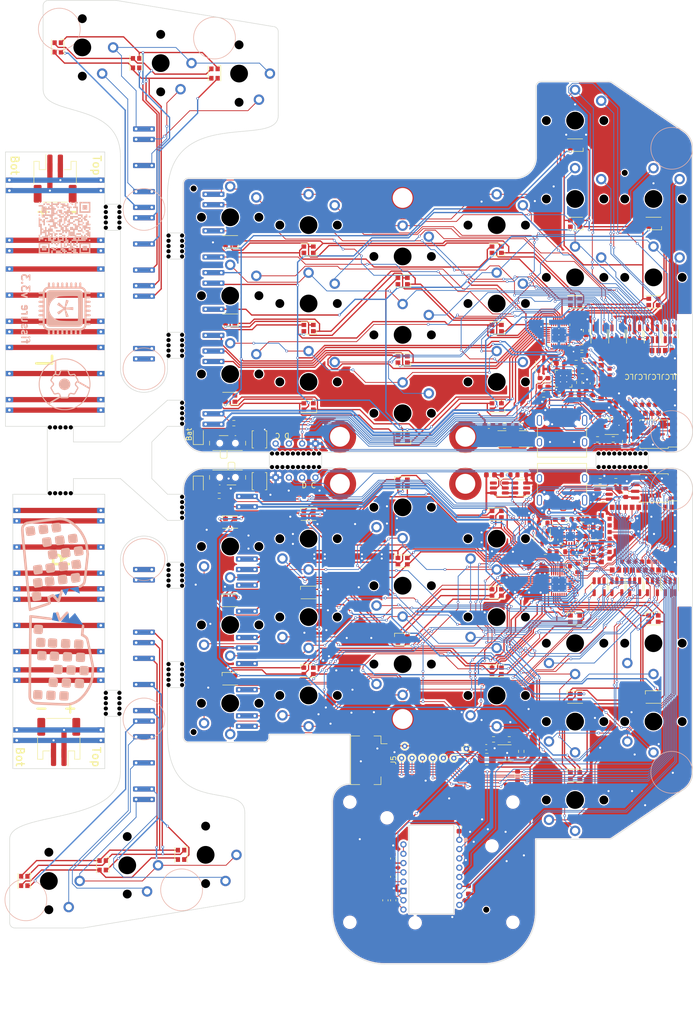
<source format=kicad_pcb>
(kicad_pcb (version 20221018) (generator pcbnew)
  (layers (0 "F.Cu" signal) (31 "B.Cu" signal) (34 "B.Paste" user) (35 "F.Paste" user) (36 "B.SilkS" user "B.Silkscreen") (37 "F.SilkS" user "F.Silkscreen") (38 "B.Mask" user) (39 "F.Mask" user) (44 "Edge.Cuts" user))
  (net 0 "")
  (net 1 "L_GND")
  (net 2 "L_3V3")
  (net 3 "L_VBUS")
  (net 4 "L_VDDH")
  (net 5 "Net-(D1-K)")
  (net 6 "R_3V3")
  (net 7 "R_VBUS")
  (net 8 "R_VDDH")
  (net 9 "Net-(D2-K)")
  (net 10 "Net-(D3A-A)")
  (net 11 "L_COL2")
  (net 12 "Net-(D3B-A)")
  (net 13 "Net-(D3C-A)")
  (net 14 "Net-(D3D-A)")
  (net 15 "L_COL3")
  (net 16 "Net-(J2-CC1)")
  (net 18 "L_COL4")
  (net 19 "Net-(J2-CC2)")
  (net 22 "Net-(J6-Pin_1)")
  (net 23 "Net-(J6-Pin_2)")
  (net 24 "Net-(J6-Pin_3)")
  (net 25 "Net-(J6-Pin_4)")
  (net 26 "Net-(J6-Pin_5)")
  (net 27 "Net-(U3-TS)")
  (net 28 "Net-(U3-ISET)")
  (net 29 "Net-(U3-~{CHG})")
  (net 30 "+1V8")
  (net 31 "Net-(U2-IO2)")
  (net 32 "Net-(Q1-G)")
  (net 35 "Net-(U5-C-)")
  (net 36 "Net-(U5-C+)")
  (net 37 "Net-(U5-+VCSEL)")
  (net 38 "Net-(U5-VCP)")
  (net 44 "TP_DR")
  (net 45 "TP_~{CS}")
  (net 46 "Net-(U4-SW)")
  (net 47 "Net-(R10-Pad2)")
  (net 48 "Net-(U4-FB)")
  (net 49 "MOUSE_~{CS}")
  (net 55 "R_COL2")
  (net 56 "MOUSE_~{RST}")
  (net 57 "MOTION")
  (net 58 "Net-(D9A-A)")
  (net 59 "R_COL3")
  (net 60 "Net-(D9B-A)")
  (net 61 "Net-(D9C-A)")
  (net 62 "Net-(D10A-A)")
  (net 63 "R_COL4")
  (net 64 "Net-(D10B-A)")
  (net 65 "Net-(D10C-A)")
  (net 66 "Net-(D4A-A)")
  (net 67 "Net-(D4B-A)")
  (net 68 "Net-(D4C-A)")
  (net 69 "Net-(D4D-A)")
  (net 70 "Net-(D5A-A)")
  (net 71 "Net-(D5B-A)")
  (net 72 "Net-(D5C-A)")
  (net 73 "Net-(D5D-A)")
  (net 74 "Net-(D6A-A)")
  (net 75 "Net-(D6B-A)")
  (net 76 "Net-(D6C-A)")
  (net 77 "Net-(D6D-A)")
  (net 78 "Net-(D7A-A)")
  (net 79 "Net-(D7B-A)")
  (net 80 "Net-(D7C-A)")
  (net 81 "Net-(D7D-A)")
  (net 82 "Net-(D8A-A)")
  (net 83 "Net-(D8B-A)")
  (net 84 "Net-(D8C-A)")
  (net 85 "/power_l/SYSOFF")
  (net 86 "Net-(Q2-G)")
  (net 87 "/power_r/SYSOFF")
  (net 88 "/power_l/~{PGOOD}")
  (net 89 "/power_r/~{PGOOD}")
  (net 90 "Net-(U5--VCSEL)")
  (net 91 "R_COL0")
  (net 92 "R_COL1")
  (net 93 "L_D+")
  (net 94 "L_D-")
  (net 95 "R_MOSI")
  (net 96 "R_MISO")
  (net 97 "R_SCLK")
  (net 98 "Net-(J8-CC1)")
  (net 99 "R_D+")
  (net 100 "R_D-")
  (net 102 "Net-(J8-CC2)")
  (net 105 "L_ROW3")
  (net 106 "R_ROW0")
  (net 107 "R_ROW1")
  (net 108 "R_ROW2")
  (net 109 "R_ROW3")
  (net 110 "L_BAT_MEAS")
  (net 111 "L_BAT_MEAS_EN")
  (net 112 "Net-(U9-TS)")
  (net 113 "Net-(U9-ISET)")
  (net 114 "Net-(U9-~{CHG})")
  (net 115 "R_BAT_MEAS")
  (net 116 "R_BAT_MEAS_EN")
  (net 117 "Net-(U10-IO2)")
  (net 118 "Net-(U6-ISET)")
  (net 119 "L_CS")
  (net 120 "L_MISO")
  (net 121 "L_MOSI")
  (net 122 "L_SCLK")
  (net 123 "L_SDA")
  (net 124 "L_SCL")
  (net 125 "L_LED_SHDN")
  (net 128 "R_CS")
  (net 129 "R_SDA")
  (net 130 "R_SCL")
  (net 131 "R_LED_SHDN")
  (net 132 "/thumb+led_l/B0")
  (net 133 "/thumb+led_l/G0")
  (net 134 "/thumb+led_l/R0")
  (net 135 "/thumb+led_l/A0")
  (net 136 "/thumb+led_l/B1")
  (net 137 "/thumb+led_l/G1")
  (net 138 "/thumb+led_l/R1")
  (net 139 "/thumb+led_l/B2")
  (net 140 "/thumb+led_l/G2")
  (net 141 "/thumb+led_l/R2")
  (net 142 "/thumb+led_l/B3")
  (net 143 "/thumb+led_l/G3")
  (net 144 "/thumb+led_l/R3")
  (net 145 "/thumb+led_l/B4")
  (net 146 "/thumb+led_l/G4")
  (net 147 "/thumb+led_l/R4")
  (net 148 "/thumb+led_l/A1")
  (net 149 "/thumb+led_l/A2")
  (net 150 "/thumb+led_l/A3")
  (net 151 "/thumb+led_l/T_B4")
  (net 152 "/thumb+led_l/T_G4")
  (net 153 "/thumb+led_l/T_R4")
  (net 154 "/thumb+led_l/T_A1")
  (net 155 "/thumb+led_l/T_A2")
  (net 156 "/thumb+led_l/T_A3")
  (net 157 "Net-(U13-ISET)")
  (net 163 "/thumb+led_r/B0")
  (net 164 "/thumb+led_r/G0")
  (net 165 "/thumb+led_r/R0")
  (net 166 "/thumb+led_r/A0")
  (net 167 "/thumb+led_r/B1")
  (net 168 "/thumb+led_r/G1")
  (net 169 "/thumb+led_r/R1")
  (net 170 "/thumb+led_r/B2")
  (net 171 "/thumb+led_r/G2")
  (net 172 "/thumb+led_r/R2")
  (net 173 "/thumb+led_r/B3")
  (net 174 "/thumb+led_r/G3")
  (net 175 "/thumb+led_r/R3")
  (net 176 "/thumb+led_r/B4")
  (net 177 "/thumb+led_r/G4")
  (net 178 "/thumb+led_r/R4")
  (net 179 "/thumb+led_r/A1")
  (net 180 "/thumb+led_r/A2")
  (net 181 "/thumb+led_r/A3")
  (net 182 "/thumb+led_r/T_B4")
  (net 183 "/thumb+led_r/T_G4")
  (net 184 "/thumb+led_r/T_R4")
  (net 185 "/thumb+led_r/T_A1")
  (net 186 "/thumb+led_r/T_A2")
  (net 187 "/thumb+led_r/T_A3")
  (net 188 "L_SWD")
  (net 189 "L_SWC")
  (net 190 "R_SWD")
  (net 191 "R_SWC")
  (net 192 "Net-(U1-DCCH)")
  (net 193 "Net-(U12-DCCH)")
  (net 194 "L_RST")
  (net 195 "R_RST")
  (net 200 "R_CS3")
  (net 216 "L_COL0")
  (net 217 "L_COL1")
  (net 218 "L_ROW2")
  (net 219 "L_ROW0")
  (net 220 "L_ROW1")
  (net 222 "Net-(J4-Pin_1)")
  (net 223 "Net-(J4-Pin_2)")
  (net 224 "Net-(J4-Pin_3)")
  (net 225 "Net-(J4-Pin_4)")
  (net 226 "Net-(J6-Pin_6)")
  (net 227 "Net-(J6-Pin_7)")
  (net 228 "Net-(J6-Pin_8)")
  (net 229 "Net-(J6-Pin_9)")
  (net 230 "Net-(J6-Pin_10)")
  (net 231 "Net-(U11-VDD)")
  (net 232 "Net-(U14-VDD)")
  (net 233 "Net-(U11-CSI)")
  (net 234 "Net-(U14-CSI)")
  (net 235 "Net-(U11-OD)")
  (net 236 "Net-(U11-OC)")
  (net 238 "Net-(U14-OD)")
  (net 239 "Net-(U14-OC)")
  (net 245 "Net-(BT1-+)")
  (net 246 "Net-(BT1--)")
  (net 247 "Net-(BT2-+)")
  (net 248 "Net-(BT2--)")
  (net 249 "L_BAT+")
  (net 250 "R_BAT+")
  (net 251 "L_BAT-")
  (net 252 "R_BAT-")
  (net 255 "Net-(J11-Pin_1)")
  (net 256 "Net-(J11-Pin_2)")
  (net 257 "Net-(J11-Pin_3)")
  (net 258 "Net-(J11-Pin_4)")
  (net 259 "Net-(J11-Pin_5)")
  (net 260 "Net-(J11-Pin_6)")
  (net 261 "Net-(J11-Pin_7)")
  (net 262 "Net-(J11-Pin_8)")
  (net 263 "Net-(J11-Pin_9)")
  (net 264 "Net-(J11-Pin_10)")
  (net 265 "Net-(J16-Pin_1)")
  (net 266 "Net-(J16-Pin_2)")
  (net 267 "Net-(J16-Pin_3)")
  (net 268 "Net-(J16-Pin_4)")
  (net 271 "Net-(D8D-A)")
  (net 272 "Net-(D9D-A)")
  (net 273 "Net-(D10D-A)")
  (net 274 "Net-(D11A-A)")
  (net 275 "Net-(D11B-A)")
  (net 276 "Net-(D11C-A)")
  (net 277 "Net-(D11D-A)")
  (net 278 "Net-(D12A-A)")
  (net 279 "Net-(D12B-A)")
  (net 280 "Net-(D12C-A)")
  (net 281 "Net-(D12D-A)")
  (net 282 "/power_l/BAT_PULLUP")
  (net 283 "/power_r/BAT_PULLUP")
  (footprint "Button_Switch_SMD:SW_SPST_B3U-1000P" (layer "F.Cu") (at 152.1 29.5 90)
    (fp_text reference "SW1" hide)
    (fp_text value "SW_Push")
  )
  (footprint "Package_SO:SOIC-8_5.23x5.23mm_P1.27mm" (layer "F.Cu") (at 227.6 28.5 180)
    (fp_text reference "U2" hide)
    (fp_text value "W25Q128JVS")
  )
  (footprint "Resistor_SMD:R_0603_1608Metric" (layer "F.Cu") (at 222.1 29.9 -90)
    (fp_text reference "R3" hide)
    (fp_text value "100k")
  )
  (footprint "Connector_USB:USB_C_Receptacle_HRO_TYPE-C-31-M-12" (layer "F.Cu") (at 210 29)
    (fp_text reference "J2" hide)
    (fp_text value "USB_C_Receptacle_USB2.0")
  )
  (footprint "Resistor_SMD:R_0603_1608Metric" (layer "F.Cu") (at 212.7 14.9)
    (fp_text reference "R5" hide)
    (fp_text value "100k")
  )
  (footprint "Resistor_SMD:R_0603_1608Metric" (layer "F.Cu") (at 207.3 18.6 90)
    (fp_text reference "R6" hide)
    (fp_text value "1k")
  )
  (footprint "Resistor_SMD:R_0603_1608Metric" (layer "F.Cu") (at 216.8 29.5 180)
    (fp_text reference "R7" hide)
    (fp_text value "5.1k")
  )
  (footprint "Resistor_SMD:R_0603_1608Metric" (layer "F.Cu") (at 216.1 15.8 -90)
    (fp_text reference "R8" hide)
    (fp_text value "100k")
  )
  (footprint "Resistor_SMD:R_0603_1608Metric" (layer "F.Cu") (at 219.8 29.5 180)
    (fp_text reference "R9" hide)
    (fp_text value "5.1k")
  )
  (footprint "mcu:e73-2g4m08s1c-shrunk" (layer "F.Cu") (at 226 48.5 -90)
    (fp_text reference "U1" hide)
    (fp_text value "e73-2gm08s1c")
  )
  (footprint "Package_DFN_QFN:VQFN-16-1EP_3x3mm_P0.5mm_EP1.68x1.68mm_ThermalVias" (layer "F.Cu") (at 210.3 17.9 -90)
    (fp_text reference "U3" hide)
    (fp_text value "BQ24075")
  )
  (footprint "Package_TO_SOT_SMD:SOT-23-5" (layer "F.Cu") (at 199.5 89.5)
    (fp_text reference "U4" hide)
    (fp_text value "TLV62568DBV")
  )
  (footprint "pg1350:pg1350-SN" (layer "F.Cu") (at 212.5 -1.5)
    (fp_text reference "K1" hide)
    (fp_text value "diode-choc")
  )
  (footprint "pg1350:pg1350-SL" (layer "F.Cu") (at 197.5 18.5)
    (fp_text reference "K2" hide)
    (fp_text value "diode-choc")
  )
  (footprint "pg1350:pg1350-S" (layer "F.Cu") (at 179.5 24.5)
    (fp_text reference "K3" hide)
    (fp_text value "diode-choc")
  )
  (footprint "pg1350:pg1350-SR" (layer "F.Cu") (at 161.5 18.5)
    (fp_text reference "K4" hide)
    (fp_text value "diode-choc")
  )
  (footprint "pg1350:pg1350-SL" (layer "F.Cu") (at 146.5 17)
    (fp_text reference "K5" hide)
    (fp_text value "diode-choc")
  )
  (footprint "pg1350:pg1350-SN" (layer "F.Cu") (at 212.5 -16.5)
    (fp_text reference "K6" hide)
    (fp_text value "diode-choc")
  )
  (footprint "pg1350:pg1350-SL" (layer "F.Cu") (at 197.5 3.5)
    (fp_text reference "K7" hide)
    (fp_text value "diode-choc")
  )
  (footprint "pg1350:pg1350-S" (layer "F.Cu") (at 179.5 9.5)
    (fp_text reference "K8" hide)
    (fp_text value "diode-choc")
  )
  (footprint "pg1350:pg1350-SR" (layer "F.Cu") (at 161.5 3.5)
    (fp_text reference "K9" hide)
    (fp_text value "diode-choc")
  )
  (footprint "pg1350:pg1350-SL" (layer "F.Cu") (at 146.5 2)
    (fp_text reference "K10" hide)
    (fp_text value "diode-choc")
  )
  (footprint "pg1350:pg1350-SN" (layer "F.Cu") (at 212.5 -31.5)
    (fp_text reference "K11" hide)
    (fp_text value "diode-choc")
  )
  (footprint "pg1350:pg1350-SL" (layer "F.Cu") (at 197.5 -11.5)
    (fp_text reference "K12" hide)
    (fp_text value "diode-choc")
  )
  (footprint "pg1350:pg1350-S" (layer "F.Cu") (at 179.5 -5.5)
    (fp_text reference "K13" hide)
    (fp_text value "diode-choc")
  )
  (footprint "pg1350:pg1350-SR" (layer "F.Cu") (at 161.5 -11.5)
    (fp_text reference "K14" hide)
    (fp_text value "diode-choc")
  )
  (footprint "pg1350:pg1350-SL" (layer "F.Cu") (at 146.5 -13)
    (fp_text reference "K15" hide)
    (fp_text value "diode-choc")
  )
  (footprint "pg1350:pg1350-SN" (layer "F.Cu") (at 227.5 -1.5)
    (fp_text reference "K16" hide)
    (fp_text value "diode-choc")
  )
  (footprint "pg1350:pg1350-SN" (layer "F.Cu") (at 227.5 -16.5)
    (fp_text reference "K17" hide)
    (fp_text value "diode-choc")
  )
  (footprint "misc:debug-port-single-side" (layer "F.Cu") (at 159 30.3 180)
    (fp_text reference "J1" hide)
    (fp_text value "debug-port" hide)
  )
  (footprint "fissure:bridge" (layer "F.Cu") (at 103.5 -1.4 -90)
    (fp_text reference "J6" hide)
    (fp_text value "Conn_01x12_Socket")
  )
  (footprint "pg1350:pg1350-S" (layer "F.Cu") (at 133.2 -42.5 -90)
    (fp_text reference "K19" hide)
    (fp_text value "diode-choc")
  )
  (footprint "pg1350:pg1350-S" (layer "F.Cu") (at 118.2 -45.5 -90)
    (fp_text reference "K18" hide)
    (fp_text value "diode-choc")
  )
  (footprint "pg1350:pg1350-S" (layer "F.Cu") (at 148.2 -40.5 -90)
    (fp_text reference "K20" hide)
    (fp_text value "diode-choc")
  )
  (footprint "fissure:bridge-conn" (layer "F.Cu") (at 130 -10.5 -90)
    (fp_text reference "J4" hide)
    (fp_text value "Conn_01x12_Pin" hide)
  )
  (footprint "Capacitor_SMD:C_0603_1608Metric" (layer "F.Cu") (at 215.9 18.8 90)
    (fp_text reference "C1" hide)
    (fp_text value "4.7uF")
  )
  (footprint "Capacitor_SMD:C_0603_1608Metric" (layer "F.Cu") (at 209.5 20.9)
    (fp_text reference "C3" hide)
    (fp_text value "4.7uF")
  )
  (footprint "mcu:e73-2g4m08s1c-shrunk" (layer "F.Cu") (at 226 18.5 -90)
    (fp_text reference "U12" hide)
    (fp_text value "e73-2gm08s1c")
  )
  (footprint "pg1350:pg1350-SN" (layer "F.Cu") (at 212.5 98.5 180)
    (fp_text reference "K35" hide)
    (fp_text value "diode-choc")
  )
  (footprint "LED_SMD:LED_ASMB-KTF0-0A306" (layer "F.Cu") (at 146.5 45.3)
    (fp_text reference "LED21" hide)
    (fp_text value "LED_BGRA")
  )
  (footprint "LED_SMD:LED_ASMB-KTF0-0A306" (layer "F.Cu") (at 179.5 37.8)
    (fp_text reference "LED23" hide)
    (fp_text value "LED_BGRA")
  )
  (footprint "Resistor_SMD:R_0603_1608Metric" (layer "F.Cu") (at 199 26.9)
    (fp_text reference "R31" hide)
    (fp_text value "100")
  )
  (footprint "Capacitor_SMD:C_0603_1608Metric" (layer "F.Cu") (at 195.5 88.4 180)
    (fp_text reference "C12" hide)
    (fp_text value "10uF")
  )
  (footprint "Button_Switch_SMD:SW_SPDT_PCM12" (layer "F.Cu") (at 146 29.9)
    (fp_text reference "SW4" hide)
    (fp_text value "SW_SPDT")
  )
  (footprint "Inductor_SMD:L_0603_1608Metric" (layer "F.Cu") (at 215.9 21.8 90)
    (fp_text reference "L3" hide)
    (fp_text value "10uH")
  )
  (footprint "Resistor_SMD:R_0603_1608Metric" (layer "F.Cu") (at 214 44.8)
    (fp_text reference "R19" hide)
    (fp_text value "100k")
  )
  (footprint "Package_TO_SOT_SMD:SOT-23-5" (layer "F.Cu") (at 217.1 9.3 90)
    (fp_text reference "D7" hide)
    (fp_text value "1SS309")
  )
  (footprint "LED_SMD:LED_ASMB-KTF0-0A306" (layer "F.Cu") (at 212.5 3.2 180)
    (fp_text reference "LED1" hide)
    (fp_text value "LED_BGRA")
  )
  (footprint "Capacitor_SMD:C_0603_1608Metric" (layer "F.Cu") (at 177.7 113.2 -90)
    (fp_text reference "C8" hide)
    (fp_text value "100nF")
  )
  (footprint "pg1350:pg1350-SR" (layer "F.Cu") (at 197.5 78.5 180)
    (fp_text reference "K34" hide)
    (fp_text value "diode-choc")
  )
  (footprint "LED_SMD:LED_ASMB-KTF0-0A306" (layer "F.Cu") (at 146.5 60.3)
    (fp_text reference "LED26" hide)
    (fp_text value "LED_BGRA")
  )
  (footprint "MountingHole:MountingHole_2.2mm_M2_DIN965" (layer "F.Cu") (at 200.6 98.9)
    (fp_text reference "REF**" hide)
    (fp_text value "MountingHole_2.2mm_M2_DIN965")
  )
  (footprint "pg1350:pg1350-SN" (layer "F.Cu") (at 212.5 68.5 180)
    (fp_text reference "K25" hide)
    (fp_text value "diode-choc")
  )
  (footprint "LED_SMD:LED_ASMB-KTF0-0A306" (layer "F.Cu") (at 179.5 29.2 180)
    (fp_text reference "LED3" hide)
    (fp_text value "LED_BGRA")
  )
  (footprint "MountingHole:MountingHole_2.2mm_M2_DIN965" (layer "F.Cu") (at 200.6 121.9)
    (fp_text reference "REF**" hide)
    (fp_text value "MountingHole_2.2mm_M2_DIN965")
  )
  (footprint "Capacitor_SMD:C_0603_1608Metric" (layer "F.Cu") (at 209.7 14.9 180)
    (fp_text reference "C4" hide)
    (fp_text value "4.7uF")
  )
  (footprint "misc:jlc-tooling-hole" (layer "F.Cu") (at 222 -21.5)
    (fp_text reference "REF**" hide)
    (fp_text value "jlc-tooling-hole")
  )
  (footprint "Resistor_SMD:R_0603_1608Metric" (layer "F.Cu") (at 144.4 40.3)
    (fp_text reference "R24" hide)
    (fp_text value "100k")
  )
  (footprint "LED_SMD:LED_ASMB-KTF0-0A306" (layer "F.Cu") (at 146.5 -8.3 180)
    (fp_text reference "LED15" hide)
    (fp_text value "LED_BGRA")
  )
  (footprint "misc:mousebites" (layer "F.Cu") (at 224 35)
    (fp_text reference "REF**" hide)
    (fp_text value "mousebites" hide)
  )
  (footprint "Package_TO_SOT_SMD:SOT-23-5" (layer "F.Cu") (at 227.3 9.3 90)
    (fp_text reference "D4" hide)
    (fp_text value "1SS309")
  )
  (footprint "LED_SMD:LED_0805_2012Metric" (layer "F.Cu") (at 140.4 28.8 90)
    (fp_text reference "D1" hide)
    (fp_text value "RED")
  )
  (footprint "Resistor_SMD:R_0603_1608Metric" (layer "F.Cu") (at 199.3 36.3)
    (fp_text reference "R32" hide)
    (fp_text value "100")
  )
  (footprint "misc:jlc-tooling-hole" (layer "F.Cu") (at 195.5 119.5)
    (fp_text reference "REF**" hide)
    (fp_text value "jlc-tooling-hole")
  )
  (footprint "misc:mousebites" (layer "F.Cu") (at 134.5 11.5 -90)
    (fp_text reference "REF**" hide)
    (fp_text value "mousebites" hide)
  )
  (footprint "Package_SO:SOIC-8_5.23x5.23mm_P1.27mm" (layer "F.Cu") (at 227.6 38.8 180)
    (fp_text reference "U10" hide)
    (fp_text value "W25Q128JVS")
  )
  (footprint "Package_TO_SOT_SMD:SOT-23-6" (layer "F.Cu") (at 198.5 29.4 180)
    (fp_text reference "U11" hide)
    (fp_text value "DW01A")
  )
  (footprint "pg1350:pg1350-SR" (layer "F.Cu") (at 197.5 48.5 180)
    (fp_text reference "K24" hide)
    (fp_text value "diode-choc")
  )
  (footprint "pg1350:pg1350-SR" (layer "F.Cu") (at 146.5 65 180)
    (fp_text reference "K26" hide)
    (fp_text value "diode-choc")
  )
  (footprint "LED_SMD:LED_ASMB-KTF0-0A306" (layer "F.Cu") (at 197.5 8.2 180)
    (fp_text reference "LED7" hide)
    (fp_text value "LED_BGRA")
  )
  (footprint "pg1350:pg1350-SN" (layer "F.Cu") (at 212.5 83.5 180)
    (fp_text reference "K30" hide)
    (fp_text value "diode-choc")
  )
  (footprint "LED_SMD:LED_ASMB-KTF0-0A306" (layer "F.Cu") (at 197.5 58.8)
    (fp_text reference "LED29" hide)
    (fp_text value "LED_BGRA")
  )
  (footprint "misc:mousebites" (layer "F.Cu") (at 137.5 24.5 90)
    (fp_text reference "REF**" hide)
    (fp_text value "mousebites" hide)
  )
  (footprint "Capacitor_SMD:C_0603_1608Metric" (layer "F.Cu") (at 177.7 117.7 90)
    (fp_text reference "C11" hide)
    (fp_text value "10nF")
  )
  (footprint "misc:mousebites" (layer "F.Cu") (at 122.5 80 -90)
    (fp_text reference "REF**" hide)
    (fp_text value "mousebites" hide)
  )
  (footprint "LED_SMD:LED_ASMB-KTF0-0A306" (layer "F.Cu") (at 146.5 75.3)
    (fp_text reference "LED31" hide)
    (fp_text value "LED_BGRA")
  )
  (footprint "misc:mousebites" (layer "F.Cu") (at 134.5 74.5 -90)
    (fp_text reference "REF**" hide)
    (fp_text value "mousebites" hide)
  )
  (footprint "MountingHole:MountingHole_2.2mm_M2_DIN965" (layer "F.Cu") (at 169.4 121.9)
    (fp_text reference "REF**" hide)
    (fp_text value "MountingHole_2.2mm_M2_DIN965")
  )
  (footprint "Resistor_SMD:R_0603_1608Metric" (layer "F.Cu") (at 213.8 11.9 180)
    (fp_text reference "R30" hide)
    (fp_text value "5.1k")
  )
  (footprint "misc:mousebites" (layer "F.Cu") (at 156.5 32 180)
    (fp_text reference "REF**" hide)
    (fp_text value "mousebites" hide)
  )
  (footprint "TestPoint:TestPoint_THTPad_D1.0mm_Drill0.5mm" (layer "F.Cu") (at 191.7 88.7)
    (fp_text reference "TP8" hide)
    (fp_text value "GND")
  )
  (footprint "Resistor_SMD:R_0603_1608Metric" (layer "F.Cu") (at 199.9 86.9)
    (fp_text reference "R11" hide)
    (fp_text value "100k")
  )
  (footprint "Package_TO_SOT_SMD:SOT-23-5" (layer "F.Cu") (at 223.9 57.7 -90)
    (fp_text reference "D8" hide)
    (fp_text value "1SS309")
  )
  (footprint "pg1350:pg1350-SN" (layer "F.Cu") (at 227.5 68.5 180)
    (fp_text reference "K36" hide)
    (fp_text value "diode-choc")
  )
  (footprint "Package_TO_SOT_SMD:SOT-23-6" (layer "F.Cu") (at 198 38.8 180)
    (fp_text reference "U14" hide)
    (fp_text value "DW01A")
  )
  (footprint "Capacitor_SMD:C_0603_1608Metric" (layer "F.Cu") (at 212.5 20.9)
    (fp_text reference "C2" hide)
    (fp_text value "4.7uF")
  )
  (footprint "misc:mousebites" (layer "F.Cu") (at 137.5 74.5 90)
    (fp_text reference "REF**" hide)
    (fp_text value "mousebites" hide)
  )
  (footprint "LED_SMD:LED_ASMB-KTF0-0A306" (layer "F.Cu") (at 197.5 43.8)
    (fp_text reference "LED24" hide)
    (fp_text value "LED_BGRA")
  )
  (footprint "LED_SMD:LED_ASMB-KTF0-0A306" (layer "F.Cu") (at 161.5 23.2 180)
    (fp_text reference "LED4" hide)
    (fp_text value "LED_BGRA")
  )
  (footprint "Inductor_SMD:L_0603_1608Metric" (layer "F.Cu") (at 216 51.6 90)
    (fp_text reference "L1" hide)
    (fp_text value "10uH")
  )
  (footprint "misc:mousebites" (layer "F.Cu") (at 134.5 -7.5 -90)
    (fp_text reference "REF**" hide)
    (fp_text value "mousebites" hide)
  )
  (footprint "MountingHole:MountingHole_2.2mm_M2_DIN965" (layer "F.Cu") (at 196.59111 107.294171)
    (fp_text reference "REF**3" hide)
    (fp_text value "MountingHole_2.2mm_M2_DIN965")
  )
  (footprint "Connector_USB:USB_C_Receptacle_HRO_TYPE-C-31-M-12" (layer "F.Cu") (at 210 38 180)
    (fp_text reference "J8" hide)
    (fp_text value "USB_C_Receptacle_USB2.0")
  )
  (footprint "Connector_JST:JST_PH_S2B-PH-SM4-TB_1x02-1MP_P2.00mm_Horizontal" (layer "F.Cu") (at 113.7 87.4 180)
    (fp_text reference "BT2" hide)
    (fp_text value "Battery_Cell")
  )
  (footprint "Package_TO_SOT_SMD:SOT-23" (layer "F.Cu") (at 206.5 15.1 90)
    (fp_text reference "Q1" hide)
    (fp_text value "AO3400A")
  )
  (footprint "Resistor_SMD:R_0603_1608Metric" (layer "F.Cu") (at 208.7 45.7 -90)
    (fp_text reference "R16" hide)
    (fp_text value "10k")
  )
  (footprint "Connector_FFC-FPC:Hirose_FH12-12S-0.5SH_1x12-1MP_P0.50mm_Horizontal" (layer "F.Cu") (at 174.05 90.9 -90)
    (fp_text reference "J5")
    (fp_text value "cirque-trackpad")
  )
  (footprint "LED_SMD:LED_ASMB-KTF0-0A306" (layer "F.Cu") (at 227.5 63.8)
    (fp_text reference "LED37" hide)
    (fp_text value "LED_BGRA")
  )
  (footprint "misc:mousebites" (layer "F.Cu") (at 114 27 180)
    (fp_text reference "REF**" hide)
    (fp_text value "mousebites" hide)
  )
  (footprint "Capacitor_SMD:C_0603_1608Metric" (layer "F.Cu") (at 196.3 36.3 180)
    (fp_text reference "C17" hide)
    (fp_text value "0.1uF")
  )
  (footprint "Capacitor_SMD:C_0603_1608Metric" (layer "F.Cu") (at 196 26.9 180)
    (fp_text reference "C16" hide)
    (fp_text value "0.1uF")
  )
  (footprint "Capacitor_SMD:C_0603_1608Metric" (layer "F.Cu") (at 216 48.6 90)
    (fp_text reference "C5" hide)
    (fp_text value "4.7uF")
  )
  (footprint "Package_TO_SOT_SMD:SOT-23-6" (layer "F.Cu") (at 202.1 38.8 180)
    (fp_text reference "U16" hide)
    (fp_text value "FS8205")
  )
  (footprint "LED_SMD:LED_ASMB-KTF0-0A306" (layer "F.Cu") (at 212.5 -26.8 180)
    (fp_text reference "LED11" hide)
    (fp_text value "LED_BGRA")
  )
  (footprint "LED_SMD:LED_ASMB-KTF0-0A306" (layer "F.Cu") (at 212.5 78.8)
    (fp_text reference "LED30" hide)
    (fp_text value "LED_BGRA")
  )
  (footprint "misc:debug-port-single-side" (layer "F.Cu") (at 159 36.8)
    (fp_text reference "J9" hide)
    (fp_text value "debug-port" hide)
  )
  (footprint "misc:jlc-tooling-hole" (layer "F.Cu") (at 139.5 -18.5)
    (fp_text reference "REF**" hide)
    (fp_text value "jlc-tooling-hole")
  )
  (footprint "Package_TO_SOT_SMD:SOT-23-5" (layer "F.Cu") (at 230.7 9.3 90)
    (fp_text reference "D3" hide)
    (fp_text value "1SS309")
  )
  (footprint "Resistor_SMD:R_0603_1608Metric" (layer "F.Cu") (at 206.4 45.5 180)
    (fp_text reference "R15" hide)
    (fp_text value "10k")
  )
  (footprint "Resistor_SMD:R_0603_1608Metric" (layer "F.Cu") (at 214.5 53.3 -90)
    (fp_text reference "R36" hide)
    (fp_text value "5.1k")
  )
  (footprint "Package_TO_SOT_SMD:SOT-23-5" (layer "F.Cu") (at 220.5 9.3 90)
    (fp_text reference "D6" hide)
    (fp_text value "1SS309")
  )
  (footprint "Package_TO_SOT_SMD:SOT-23-5" (layer "F.Cu") (at 223.9 9.3 90)
    (fp_text reference "D5" hide)
    (fp_text value "1SS309")
  )
  (footprint "MountingHole:MountingHole_2.2mm_M2_DIN965" (layer "F.Cu") (at 176.514719 101.914719)
    (fp_text reference "REF**3" hide)
    (fp_text value "MountingHole_2.2mm_M2_DIN965")
  )
  (footprint "LED_SMD:LED_ASMB-KTF0-0A306" (layer "F.Cu") (at 143.5 -40.5 -90)
    (fp_text reference "LED20" hide)
    (fp_text value "LED_BGRA")
  )
  (footprint "misc:mousebites" (layer "F.Cu") (at 137.5 55.5 90)
    (fp_text reference "REF**" hide)
    (fp_text value "mousebites" hide)
  )
  (footprint "pg1350:pg1350-S" (layer "F.Cu") (at 126.8 111 -90)
    (fp_text reference "K39" hide)
    (fp_text value "diode-choc")
  )
  (footprint "pg1350:pg1350-SL" (layer "F.Cu") (at 161.5 48.5 180)
    (fp_text reference "K22" hide)
    (fp_text value "diode-choc")
  )
  (footprint "LED_SMD:LED_ASMB-KTF0-0A306" (layer "F.Cu") (at 122.1 111 -90)
    (fp_text reference "LED39" hide)
    (fp_text value "LED_BGRA")
  )
  (footprint "fissure:bridge" (layer "F.Cu") (at 122.5 68.4 90)
    (fp_text reference "J17" hide)
    (fp_text value "Conn_01x12_Socket")
  )
  (footprint "Package_DFN_QFN:QFN-32-1EP_4x4mm_P0.4mm_EP2.9x2.9mm_ThermalVias" (layer "F.Cu") (at 209.4 57.2)
    (fp_text reference "U13" hide)
    (fp_text value "IS31FL3729")
  )
  (footprint "LED_SMD:LED_ASMB-KTF0-0A306" (layer "F.Cu") (at 137.1 109 -90)
    (fp_text reference "LED40" hide)
    (fp_text value "LED_BGRA")
  )
  (footprint "Resistor_SMD:R_0603_1608Metric" (layer "F.Cu") (at 213.3 18.6 -90)
    (fp_text reference "R2" hide)
    (fp_text value "10k")
  )
  (footprint "LED_SMD:LED_ASMB-KTF0-0A306" (layer "F.Cu") (at 227.5 78.8)
    (fp_text reference "LED36" hide)
    (fp_text value "LED_BGRA")
  )
  (footprint "TestPoint:TestPoint_THTPad_D1.0mm_Drill0.5mm" (layer "F.Cu") (at 183.3 90.5)
    (fp_text reference "TP4" hide)
    (fp_text value "MOSI")
  )
  (footprint "Inductor_SMD:L_1008_2520Metric" (layer "F.Cu") (at 195.6 90.7 180)
    (fp_text reference "L2" hide)
    (fp_text value "2.2uH")
  )
  (footprint "Button_Switch_SMD:SW_SPST_B3U-1000P" (layer "F.Cu") (at 152.1 37.5 -90)
    (fp_text reference "SW2" hide)
    (fp_text value "SW_Push")
  )
  (footprint "LED_SMD:LED_ASMB-KTF0-0A306" (layer "F.Cu") (at 212.5 -11.8 180)
    (fp_text reference "LED6" hide)
    (fp_text value "LED_BGRA")
  )
  (footprint "misc:nothing" (layer "F.Cu") (at 105.5 84.5)
    (fp_text reference "REF**" hide)
    (fp_text value "nothing")
  )
  (footprint "Resistor_SMD:R_0603_1608Metric" (layer "F.Cu") (at 209.8 51 180)
    (fp_text reference "R28" hide)
    (fp_text value "1k")
  )
  (footprint "Resistor_SMD:R_0603_1608Metric" (layer "F.Cu") (at 206.8 51 180)
    (fp_text reference "R17" hide)
    (fp_text value "1k")
  )
  (footprint "misc:mousebites" (layer "F.Cu") (at 137.5 11.5 90)
    (fp_text reference "REF**" hide)
    (fp_text value "mousebites" hide)
  )
  (footprint "LED_SMD:LED_ASMB-KTF0-0A306" (layer "F.Cu") (at 161.5 73.8)
    (fp_text reference "LED32" hide)
    (fp_text value "LED_BGRA")
  )
  (footprint "Capacitor_SMD:C_0603_1608Metric" (layer "F.Cu") (at 192.1 115.7 90)
    (fp_text reference "C6" hide)
    (fp_text value "100nF")
  )
  (footprint "LED_SMD:LED_ASMB-KTF0-0A306" (layer "F.Cu") (at 161.5 8.2 180)
    (fp_text reference "LED9" hide)
    (fp_text value "LED_BGRA")
  )
  (footprint "pg1350:pg1350-S" (layer "F.Cu") (at 111.8 114 -90)
    (fp_text reference "K38" hide)
    (fp_text value "diode-choc")
  )
  (footprint "LED_SMD:LED_ASMB-KTF0-0A306" (layer "F.Cu") (at 197.5 23.2 180)
    (fp_text reference "LED2" hide)
    (fp_text value "LED_BGRA")
  )
  (footprint "Package_TO_SOT_SMD:SOT-23-6" (layer "F.Cu") (at 219 27 180)
    (fp_text reference "U8" hide)
    (fp_text value "SRV05-4")
  )
  (footprint "Resistor_SMD:R_0603_1608Metric" (layer "F.Cu") (at 211 44.8)
    (fp_text reference "R18" hide)
    (fp_text value "100k")
  )
  (footprint "Resistor_SMD:R_0603_1608Metric" (layer "F.Cu") (at 212.8 51)
    (fp_text reference "R26" hide)
    (fp_text value "100k")
  )
  (footprint "LED_SMD:LED_ASMB-KTF0-0A306" (layer "F.Cu") (at 227.5 3.2 180)
    (fp_text reference "LED16" hide)
    (fp_text value "LED_BGRA")
  )
  (footprint "Button_Switch_SMD:SW_SPDT_PCM12" (layer "F.Cu") (at 146 37.1 180)
    (fp_text reference "SW3" hide)
    (fp_text value "SW_SPDT")
  )
  (footprint "misc:mousebites" (layer "F.Cu") (at 161.5 35)
    (fp_text reference "REF**" hide)
    (fp_text value "mousebites" hide)
  )
  (footprint "LED_SMD:LED_ASMB-KTF0-0A306" (layer "F.Cu") (at 179.5 -0.8 180)
    (fp_text reference "LED13" hide)
    (fp_text value "LED_BGRA")
  )
  (footprint "LED_SMD:LED_ASMB-KTF0-0A306" (layer "F.Cu") (at 179.5 14.2 180)
    (fp_text reference "LED8" hide)
    (fp_text value "LED_BGRA")
  )
  (footprint "Resistor_SMD:R_0603_1608Metric" (layer "F.Cu") (at 222.2 39.7 -90)
    (fp_text reference "R20" hide)
    (fp_text value "100k")
  )
  (footprint "LED_SMD:LED_ASMB-KTF0-0A306" (layer "F.Cu") (at 227.5 -11.8 180)
    (fp_text reference "LED17" hide)
    (fp_text value "LED_BGRA")
  )
  (footprint "LED_SMD:LED_ASMB-KTF0-0A306" (layer "F.Cu") (at 212.5 63.8)
    (fp_text reference "LED25" hide)
    (fp_text value "LED_BGRA")
  )
  (footprint "Package_TO_SOT_SMD:SOT-23-5" (layer "F.Cu") (at 217.1 57.7 -90)
    (fp_text reference "D10" hide)
    (fp_text value "1SS309")
  )
  (footprint "pg1350:pg1350-S" (layer "F.Cu") (at 179.5 57.5 180)
    (fp_text reference "K28" hide)
    (fp_text value "diode-choc")
  )
  (footprint "LED_SMD:LED_ASMB-KTF0-0A306" (layer "F.Cu") (at 161.5 -6.8 180)
    (fp_text reference "LED14" hide)
    (fp_text value "LED_BGRA")
  )
  (footprint "LED_SMD:LED_ASMB-KTF0-0A306" (layer "F.Cu") (at 161.5 43.8)
    (fp_text reference "LED22" hide)
    (fp_text value "LED_BGRA")
  )
  (footprint "soldered-nuts:M2" (layer "F.Cu") (at 191.5 38)
    (fp_text reference "H5")
    (fp_text value "")
  )
  (footprint "TestPoint:TestPoint_THTPad_D1.0mm_Drill0.5mm" (layer "F.Cu") (at 189.3 90.5)
    (fp_text reference "TP5" hide)
    (fp_text value "SDA")
  )
  (footprint "misc:mousebites" (layer "F.Cu") (at 224 32 180)
    (fp_text reference "REF**" hide)
    (fp_text value "mousebites" hide)
  )
  (footprint "pg1350:pg1350-SR" (layer "F.Cu") (at 146.5 80 180)
    (fp_text reference "K31" hide)
    (fp_text value "diode-choc")
  )
  (footprint "misc:mousebites" (layer "F.Cu") (at 156.5 35)
    (fp_text reference "REF**" hide)
    (fp_text value "mousebites" hide)
  )
  (footprint "Capacitor_SMD:C_0603_1608Metric" (layer "F.Cu") (at 176.2 117.7 90)
    (fp_text reference "C10" hide)
    (fp_text value "10uF")
  )
  (footprint "misc:mousebites" (layer "F.Cu") (at 125.5 -13 90)
    (fp_text reference "REF**" hide)
    (fp_text value "mousebites" hide)
  )
  (footprint "Capacitor_SMD:C_0603_1608Metric" (layer "F.Cu") (at 177.7 109.7 -90)
    (fp_text reference "C7" hide)
    (fp_text value "100nF")
  )
  (footprint "LED_SMD:LED_ASMB-KTF0-0A306" (layer "F.Cu") (at 197.5 -6.8 180)
    (fp_text reference "LED12" hide)
    (fp_text value "LED_BGRA")
  )
  (footprint "LED_SMD:LED_ASMB-KTF0-0A306" (layer "F.Cu") (at 113.5 -45.5 -90)
    (fp_text reference "LED18" hide)
    (fp_text value "LED_BGRA")
  )
  (footprint "Package_TO_SOT_SMD:SOT-23" (layer "F.Cu") (at 206.2 48.3 -90)
    (fp_text reference "Q2" hide)
    (fp_text value "AO3400A")
  )
  (footprint "Capacitor_SMD:C_0603_1608Metric" (layer "F.Cu") (at 214.5 48.8 90)
    (fp_text reference "C14" hide)
    (fp_text value "4.7uF")
  )
  (footprint "LED_SMD:LED_ASMB-KTF0-0A306" (layer "F.Cu") (at 146.5 6.7 180)
    (fp_text reference "LED10" hide)
    (fp_text value "LED_BGRA")
  )
  (footprint "pg1350:pg1350-SR" (layer "F.Cu") (at 146.5 50 180)
    (fp_text reference "K21" hide)
    (fp_text value "diode-choc")
  )
  (footprint "pg1350:pg1350-SR" (layer "F.Cu") (at 197.5 63.5 180)
    (fp_text reference "K29" hide)
    (fp_text value "diode-choc")
  )
  (footprint "Resistor_SMD:R_0603_1608Metric" (layer "F.Cu") (at 205.8 18.6 90)
    (fp_text reference "R27" hide)
    (fp_text value "1k")
  )
  (footprint "Package_TO_SOT_SMD:SOT-23-6" (layer "F.Cu") (at 202.6 29.4 180)
    (fp_text reference "U15" hide)
    (fp_text value "FS8205")
  )
  (footprint "LED_SMD:LED_ASMB-KTF0-0A306" (layer "F.Cu") (at 179.5 67.8)
    (fp_text reference "LED33" hide)
    (fp_text value "LED_BGRA")
  )
  (footprint "soldered-nuts:M2" (layer "F.Cu") (at 167.5 38)
    (fp_text reference "H4")
    (fp_text value "")
  )
  (footprint "misc:mousebites" (layer "F.Cu") (at 161.5 32 180)
    (fp_text reference "REF**" hide)
    (fp_text value "mousebites" hide)
  )
  (footprint "Package_TO_SOT_SMD:SOT-23-5" (layer "F.Cu") (at 227.3 57.7 -90)
    (fp_text reference "D12" hide)
    (fp_text value "1SS309")
  )
  (footprint "Resistor_SMD:R_0603_1608Metric" (layer "F.Cu") (at 220.3 37.5 180)
    (fp_text reference "R14" hide)
    (fp_text value "5.1k")
  )
  (footprint "LED_SMD:LED_ASMB-KTF0-0A306" (layer "F.Cu") (at 212.5 93.8)
    (fp_text reference "LED35" hide)
    (fp_text value "LED_BGRA")
  )
  (footprint "pg1350:pg1350-S" (layer "F.Cu") (at 141.8 109 -90)
    (fp_text reference "K40" hide)
    (fp_text value "diode-choc")
  )
  (footprint "LED_SMD:LED_ASMB-KTF0-0A306" (layer "F.Cu") (at 128.5 -42.5 -90)
    (fp_text reference "LED19" hide)
    (fp_text value "LED_BGRA")
  )
  (footprint "LED_SMD:LED_ASMB-KTF0-0A306" (layer "F.Cu") (at 161.5 58.8)
    (fp_text reference "LED27" hide)
    (fp_text value "LED_BGRA")
  )
  (footprint "misc:mousebites" (layer "F.Cu") (at 219 32 180)
    (fp_text reference "REF**" hide)
    (fp_text value "mousebites" hide)
  )
  (footprint "soldered-nuts:M2" (layer "F.Cu") (at 179.5 -16.7 180)
    (fp_text reference "H1")
    (fp_text value "")
  )
  (footprint "LED_SMD:LED_ASMB-KTF0-0A306" (layer "F.Cu") (at 146.5 21.7 180)
    (fp_text reference "LED5" hide)
    (fp_text value "LED_BGRA")
  )
  (footprint "misc:mousebites" (layer "F.Cu") (at 122.5 -13 -90)
    (fp_text reference "REF**" hide)
    (fp_text value "mousebites" hide)
  )
  (footprint "soldered-nuts:M2" (layer "F.Cu") (at 191.5 29 180)
    (fp_text reference "H3")
    (fp_text value "")
  )
  (footprint "LED_SMD:LED_0805_2012Metric" (layer "F.Cu") (at 140.4 38.2 -90)
    (fp_text reference "D2" hide)
    (fp_text value "RED")
  )
  (footprint "Resistor_SMD:R_0603_1608Metric" (layer "F.Cu") (at 210.7 53.7)
    (fp_text reference "R23" hide)
    (fp_text value "10k")
  )
  (footprint "soldered-nuts:M2" (layer "F.Cu") (at 179.5 83)
    (fp_text reference "H6")
    (fp_text value "")
  )
  (footprint "Resistor_SMD:R_0603_1608Metric" (layer "F.Cu") (at 201.5 93.9 -90)
    (fp_text reference "R4" hide)
    (fp_text value "10k")
  )
  (footprint "TestPoint:TestPoint_THTPad_D1.0mm_Drill0.5mm" (layer "F.Cu") (at 181.3 90.5)
    (fp_text reference "TP3" hide)
    (fp_text value "MISO")
  )
  (footprint "Resistor_SMD:R_0603_1608Metric" (layer "F.Cu") (at 213.8 13.4 180)
    (fp_text reference "R29" hide)
    (fp_text value "5.1k")
  )
  (footprint "LED_SMD:LED_ASMB-KTF0-0A306" (layer "F.Cu") (at 197.5 73.8)
    (fp_text reference "LED34" hide)
    (fp_text value "LED_BGRA")
  )
  (footprint "TestPoint:TestPoint_THTPad_D1.0mm_Drill0.5mm" (layer "F.Cu") (at 185.3 90.5)
    (fp_text reference "TP1" hide)
    (fp_text value "CS")
  )
  (footprint "Resistor_SMD:R_0603_1608Metric" (layer "F.Cu") (at 214.6 8.7 -90)
    (fp_text reference "R22" hide)
    (fp_text value "10k")
  )
  (footprint "misc:jlc-tooling-hole" (layer "F.Cu") (at 139.5 85.5)
    (fp_text reference "REF**" hide)
    (fp_text value "jlc-tooling-hole")
  )
  (footprint "Resistor_SMD:R_0603_1608Metric" (layer "F.Cu") (at 206.5 20.9)
    (fp_text reference "R25" hide)
    (fp_text value "100k")
  )
  (footprint "Capacitor_SMD:C_0603_1608Metric" (layer "F.Cu") (at 215.2 46.3)
    (fp_text reference "C13" hide)
    (fp_text value "4.7uF")
  )
  (footprint "Resistor_SMD:R_0603_1608Metric" (layer "F.Cu") (at 202.3 36.3)
    (fp_text reference "R34" hide)
    (fp_text value "1k")
  )
  (footprint "Connector_JST:JST_PH_S2B-PH-SM4-TB_1x02-1MP_P2.00mm_Horizontal" (layer "F.Cu") (at 113 -20.4)
    (fp_text reference "BT1" hide)
    (fp_text value "Battery_Cell")
  )
  (footprint "Package_TO_SOT_SMD:SOT-23-5" (layer "F.Cu") (at 230.7 57.7 -90)
    (fp_text reference "D11" hide)
    (fp_text value "1SS309")
  )
  (footprint "Package_TO_SOT_SMD:SOT-23-5" (layer "F.Cu") (at 220.5 57.7 -90)
    (fp_text reference "D9" hide)
    (fp_text value "1SS309")
  )
  (footprint "pg1350:pg1350-S" (layer "F.Cu") (at 179.5 72.5 180)
    (fp_text reference "K33" hide)
    (fp_text value "diode-choc")
  )
  (footprint "Resistor_SMD:R_0603_1608Metric" (layer "F.Cu") (at 202.2 89.2 90)
    (fp_text reference "R12" hide)
    (fp_text value "100k")
  )
  (footprint "Resistor_SMD:R_0603_1608Metric" (layer "F.Cu") (at 147.2 26.4 180)
    (fp_text reference "R21" hide)
    (fp_text value "100k")
  )
  (footprint "Package_DFN_QFN:VQFN-16-1EP_3x3mm_P0.5mm_EP1.68x1.68mm_ThermalVias" (layer "F.Cu") (at 211.6 48.1)
    (fp_text reference "U9" hide)
    (fp_text value "BQ24075")
  )
  (footprint "misc:mousebites" (layer "F.Cu") (at 125.5 80 90)
    (fp_text reference "REF**" hide)
    (fp_text value "mousebites" hide)
  )
  (footprint "LED_SMD:LED_ASMB-KTF0-0A306" (layer "F.Cu") (at 107.1 114 -90)
    (fp_text reference "LED38" hide)
    (fp_text value "LED_BGRA")
  )
  (footprint "Resistor_SMD:R_0603_1608Metric" (layer "F.Cu") (at 202.1 26.9)
    (fp_text reference "R33" hide)
    (fp_text value "1k")
  )
  (footprint "pg1350:pg1350-SL" (layer "F.Cu") (at 161.5 78.5 180)
    (fp_text reference "K32" hide)
    (fp_text value "diode-choc")
  )
  (footprint "Resistor_SMD:R_0603_1608Metric" (layer "F.Cu") (at 217.3 37.5 180)
    (fp_text reference "R13" hide)
    (fp_text value "5.1k")
  )
  (footprint "misc:mousebites" (layer "F.Cu") (at 219 35)
    (fp_text reference "REF**" hide)
    (fp_text value "mousebites" hide)
  )
  (footprint "misc:mousebites" (layer "F.Cu") (at 137.5 -7.5 90)
    (fp_text reference "REF**" hide)
    (fp_text value "mousebites" hide)
  )
  (footprint "pg1350:pg1350-S" (layer "F.Cu") (at 179.5 42.5 180)
    (fp_text reference "K23" hide)
    (fp_text value "diode-choc")
  )
  (footprint "TestPoint:TestPoint_THTPad_D1.0mm_Drill0.5mm" (layer "F.Cu") (at 179.9 88.2)
    (fp_text reference "TP7" hide)
    (fp_text value "3V3")
  )
  (footprint "LED_SMD:LED_ASMB-KTF0-0A306" (layer "F.Cu") (at 179.5 52.8)
    (fp_text reference "LED28" hide)
    (fp_text value "LED_BGRA")
  )
  (footprint "TestPoint:TestPoint_THTPad_D1.0mm_Drill0.5mm" (layer "F.Cu") (at 179.3 90.5)
    (fp_text reference "TP2" hide)
    (fp_text value "SCLK")
  )
  (footprint "misc:mousebites" (layer "F.Cu") (at 114 40)
    (fp_text reference "REF**" hide)
    (fp_text value "mousebites" hide)
  )
  (footprint "pg1350:pg1350-SL" (layer "F.Cu") (at 161.5 63.5 180)
    (fp_text reference "K27" hide)
    (fp_text value "diode-choc")
  )
  (footprint "misc:mousebites" (layer "F.Cu") (at 134.5 55.5 -90)
    (fp_text reference "REF**" hide)
    (fp_text value "mousebites" hide)
  )
  (footprint "MountingHole:MountingHole_2.2mm_M2_DIN965" (layer "F.Cu") (at 181.894171 121.99111)
    (fp_text reference "REF**3" hide)
    (fp_text value "MountingHole_2.2mm_M2_DIN965")
  )
  (footprint "MountingHole:MountingHole_2.2mm_M2_DIN965" (layer "F.Cu") (at 169.4 98.9)
    (fp_text reference "REF**" hide)
    (fp_text value "MountingHole_2.2mm_M2_DIN965")
  )
  (footprint "TestPoint:TestPoint_THTPad_D1.0mm_Drill0.5mm" (layer "F.Cu") (at 187.3 90.5)
    (fp_text reference "TP6" hide)
    (fp_text value "SCL")
  )
  (footprint "Resistor_SMD:R_0603_1608Metric" (layer "F.Cu") (at 213.9 16.4)
    (fp_text reference "R1" hide)
    (fp_text value "10k")
  )
  (footprint "Capacitor_SMD:C_0603_1608Metric" (layer "F.Cu") (at 208.7 48.7 -90)
    (fp_text reference "C15" hide)
    (fp_text value "4.7uF")
  )
  (footprint "Resistor_SMD:R_0603_1608Metric" (layer "F.Cu") (at 196.9 86.9)
    (fp_text reference "R10" hide)
    (fp_text value "100k")
  )
  (footprint "pg1350:pg1350-SN" (layer "F.Cu") (at 227.5 83.5 180)
    (fp_text reference "K37" hide)
    (fp_text value "diode-choc")
  )
  (footprint "soldered-nuts:M2" (layer "F.Cu") (at 167.5 29 180)
    (fp_text reference "H2")
    (fp_text value "")
  )
  (footprint "misc:mousebites" (layer "F.Cu") (at 137.5 42.5 90)
    (fp_text reference "REF**" hide)
    (fp_text value "mousebites" hide)
  )
  (footprint "fissure:bridge-conn" (layer "F.Cu") (at 130 79 90)
    (fp_text reference "J16" hide)
    (fp_text value "Conn_01x12_Pin" hide)
  )
  (footprint "Resistor_SMD:R_0603_1608Metric" (layer "F.Cu") (at 213 54.1 -90)
    (fp_text reference "R35" hide)
    (fp_text value "5.1k")
  )
  (footprint "Package_DFN_QFN:QFN-32-1EP_4x4mm_P0.4mm_EP2.9x2.9mm_ThermalVias" (layer "F.Cu") (at 209.4 9.5 -90)
    (fp_text reference "U6" hide)
    (fp_text value "IS31FL3729")
  )
  (footprint "Package_TO_SOT_SMD:SOT-23-6" (layer "F.Cu") (at 217.9 40)
    (fp_text reference "U7" hide)
    (fp_text value "SRV05-4")
  )
  (footprint "Capacitor_SMD:C_0603_1608Metric" (layer "F.Cu") (at 190.3 103.7 90)
    (fp_text reference "C9" hide)
    (fp_text value "10nF")
  )
  (footprint "fissure:bridge" (layer "B.Cu") (at 122.5 -1.4 -90)
    (fp_text reference "J7" hide)
    (fp_text value "Conn_01x12_Socket")
  )
  (footprint "fissure:bridge-conn" (layer "B.Cu") (at 143.3 2 -90)
    (fp_text reference "J3" hide)
    (fp_text value "Conn_01x12_Pin" hide)
  )
  (footprint "LOGO" (layer "B.Cu") (at 113.46 62.49 90)
    (fp_text reference "G***" hide)
    (fp_text value "LOGO" hide)
  )
  (footprint "fissure:bridge-conn" (layer "B.Cu") (at 149.7 65 90)
    (fp_text reference "J12" hide)
    (fp_text value "Conn_01x12_Pin" hide)
  )
  (footprint "misc:embedded" (layer "B.Cu") (at 114.81 4.46 90)
    (fp_text reference "REF**" hide)
    (fp_text value "embedded")
  )
  (footprint "fissure:bridge" (layer "B.Cu") (at 104.9 68.4 90)
    (fp_text reference "J11" hide)
    (fp_text value "Conn_01x12_Socket")
  )
  (footprint "misc:crides-neg" (layer "B.Cu") (at 114.81 18.96 180)
    (fp_text reference "REF**" hide)
    (fp_text value "crides-neg")
  )
  (footprint "fissure:github" (layer "B.Cu") (at 114.8 -11 90)
    (fp_text reference "QR*****" hide)
    (fp_text value "github" hide)
  )
  (footprint "sensor:PMW3610" (layer "B.Cu") (at 185 110.4 180)
    (fp_text reference "U5" hide)
    (fp_text value "PMW3610")
    (fp_rect (start 4.3 -9.9) (end -4.3 7.06) (stroke (width 0.12)) (fill none) (layer "Edge.Cuts"))
  )
  (gr_poly (pts (xy 118.37 64.98) (xy 116.79 62.73) (xy 115.68 63.82) (xy 115.56 62.68) (xy 114.08 64.42)) (fill solid) (layer "B.Cu"))
  (gr_poly (pts (xy 117.72 59.01) (xy 117.48 57.68) (xy 114.26 58.24) (xy 115.04 59.39) (xy 115.65 58.01)) (fill solid) (layer "B.Cu"))
  (gr_poly (pts (xy 113.73 64.36) (xy 113.11 62.64) (xy 112.64 62.65) (xy 112.39 64.07)) (fill solid) (layer "B.Cu"))
  (gr_poly (pts (xy 113.87 59.01) (xy 113.54 59.94) (xy 112.93 59.26)) (fill solid) (layer "B.Cu"))
  (gr_circle (center 231 28) (end 227 28) (stroke (width 0.12)) (fill none) (layer "B.SilkS"))
  (gr_circle (center 113.8 -49) (end 109.8 -49) (stroke (width 0.12)) (fill none) (layer "B.SilkS"))
  (gr_circle (center 107.4 117.6) (end 111.4 117.6) (stroke (width 0.12)) (fill none) (layer "B.SilkS"))
  (gr_circle (center 130 -14.500043) (end 126 -14.500043) (stroke (width 0.12)) (fill none) (layer "B.SilkS"))
  (gr_circle (center 231 93.2) (end 235 93.2) (stroke (width 0.12)) (fill none) (layer "B.SilkS"))
  (gr_circle (center 143.5 -47.3) (end 139.5 -47.3) (stroke (width 0.12)) (fill none) (layer "B.SilkS"))
  (gr_circle (center 231 39) (end 235 39) (stroke (width 0.12)) (fill none) (layer "B.SilkS"))
  (gr_circle (center 130 52.5) (end 134 52.5) (stroke (width 0.12)) (fill none) (layer "B.SilkS"))
  (gr_circle (center 231 -26.2) (end 227 -26.2) (stroke (width 0.12)) (fill none) (layer "B.SilkS"))
  (gr_circle (center 130 15.999957) (end 126 15.999957) (stroke (width 0.12)) (fill none) (layer "B.SilkS"))
  (gr_circle (center 137.2 115.7) (end 141.2 115.7) (stroke (width 0.12)) (fill none) (layer "B.SilkS"))
  (gr_circle (center 130 83) (end 134 83) (stroke (width 0.12)) (fill none) (layer "B.SilkS"))
  (gr_line (start 235 -26.2) (end 235 28) (stroke (width 0.1)) (layer "Edge.Cuts"))
  (gr_line (start 219 -39) (end 206 -39) (stroke (width 0.1)) (layer "Edge.Cuts"))
  (gr_arc (start 134.5 16) (mid 130 20.5) (end 125.5 16) (stroke (width 0.1)) (layer "Edge.Cuts"))
  (gr_curve (pts (xy 125.5 -24.6) (xy 125.5 -35.5) (xy 110.7 -32) (xy 110.7 -37.5)) (stroke (width 0.1)) (layer "Edge.Cuts"))
  (gr_line (start 155.7 -48.5) (end 155.7 -32.5) (stroke (width 0.1)) (layer "Edge.Cuts"))
  (gr_line (start 110.7 -53.5) (end 110.7 -37.5) (stroke (width 0.1)) (layer "Edge.Cuts"))
  (gr_line (start 154.7 -49.5) (end 124.7 -54.5) (stroke (width 0.1)) (layer "Edge.Cuts"))
  (gr_curve (pts (xy 134.5 -17.1) (xy 134.5 -34.85) (xy 155.7 -26) (xy 155.7 -32.5)) (stroke (width 0.1)) (layer "Edge.Cuts"))
  (gr_arc (start 110.7 -53.5) (mid 110.992864 -54.207136) (end 111.7 -54.5) (stroke (width 0.1)) (layer "Edge.Cuts"))
  (gr_line (start 124.7 -54.5) (end 111.7 -54.5) (stroke (width 0.1)) (layer "Edge.Cuts"))
  (gr_line (start 122.5 -10.5) (end 125.5 -10.5) (stroke (width 0.1)) (layer "Edge.Cuts"))
  (gr_line (start 164 35) (end 164 32) (stroke (width 0.1)) (layer "Edge.Cuts"))
  (gr_arc (start 138.5 87.5) (mid 137.792893 87.207107) (end 137.5 86.5) (stroke (width 0.1)) (layer "Edge.Cuts"))
  (gr_line (start 233.25 -29.51) (end 219.56 -38.83) (stroke (width 0.1)) (layer "Edge.Cuts"))
  (gr_arc (start 205 -38) (mid 205.292893 -38.707107) (end 206 -39) (stroke (width 0.1)) (layer "Edge.Cuts"))
  (gr_line (start 122.5 82.5) (end 125.5 82.5) (stroke (width 0.1)) (layer "Edge.Cuts"))
  (gr_arc (start 233.25 -29.51) (mid 234.535967 -28.072283) (end 235 -26.2) (stroke (width 0.1)) (layer "Edge.Cuts"))
  (gr_line (start 134.5 58) (end 137.5 58) (stroke (width 0.1)) (layer "Edge.Cuts"))
  (gr_line (start 137.5 40) (end 134.5 40) (stroke (width 0.1)) (layer "Edge.Cuts"))
  (gr_line (start 104.3 106) (end 104.3 122) (stroke (width 0.1)) (layer "Edge.Cuts"))
  (gr_line (start 134.5 85.6) (end 134.5 77) (stroke (width 0.1)) (layer "Edge.Cuts"))
  (gr_line (start 116.5 30) (end 125.5 30) (stroke (width 0.1)) (layer "Edge.Cuts"))
  (gr_line (start 205 -24.5) (end 205 -38) (stroke (width 0.1)) (layer "Edge.Cuts"))
  (gr_line (start 231 32) (end 226.5 32) (stroke (width 0.1)) (layer "Edge.Cuts"))
  (gr_line (start 138.5 87.5) (end 153 87.5) (stroke (width 0.1)) (layer "Edge.Cuts"))
  (gr_line (start 122.5 82.5) (end 122.5 92.5) (stroke (width 0.1)) (layer "Edge.Cuts"))
  (gr_line (start 131.5 30) (end 131.5 37) (stroke (width 0.1)) (layer "Edge.Cuts"))
  (gr_line (start 169.4 95.4) (end 169.4 86) (stroke (width 0.1)) (layer "Edge.Cuts"))
  (gr_line (start 137.5 28) (end 137.5 27) (stroke (width 0.1)) (layer "Edge.Cuts"))
  (gr_line (start 134.5 -10) (end 134.5 -17.1) (stroke (width 0.1)) (layer "Edge.Cuts"))
  (gr_line (start 111.5 27) (end 111.5 40) (stroke (width 0.1)) (layer "Edge.Cuts"))
  (gr_line (start 205 106) (end 219 106) (stroke (width 0.1)) (layer "Edge.Cuts"))
  (gr_arc (start 205 119.9) (mid 202.071068 126.971068) (end 195 129.9) (stroke (width 0.1)) (layer "Edge.Cuts"))
  (gr_line (start 134.5 -5) (end 137.5 -5) (stroke (width 0.1)) (layer "Edge.Cuts"))
  (gr_line (start 137.5 22) (end 137.5 14) (stroke (width 0.1)) (layer "Edge.Cuts"))
  (gr_line (start 166 119.9) (end 166 98.8) (stroke (width 0.1)) (layer "Edge.Cuts"))
  (gr_arc (start 125.5 52.5) (mid 130 48) (end 134.5 52.5) (stroke (width 0.1)) (layer "Edge.Cuts"))
  (gr_line (start 216.5 32) (end 216.5 35) (stroke (width 0.1)) (layer "Edge.Cuts"))
  (gr_line (start 137.5 9) (end 137.5 -5) (stroke (width 0.1)) (layer "Edge.Cuts"))
  (gr_line (start 154 86.5) (end 154 86) (stroke (width 0.1)) (layer "Edge.Cuts"))
  (gr_line (start 137.5 -10) (end 134.5 -10) (stroke (width 0.1)) (layer "Edge.Cuts"))
  (gr_line (start 205 119.9) (end 205 106) (stroke (width 0.1)) (layer "Edge.Cuts"))
  (gr_arc (start 166 98.8) (mid 166.995837 96.395837) (end 169.4 95.4) (stroke (width 0.1)) (layer "Edge.Cuts"))
  (gr_line (start 125.5 30) (end 134.5 22) (stroke (width 0.1)) (layer "Edge.Cuts"))
  (gr_line (start 149.3 101) (end 149.3 117) (stroke (width 0.1)) (layer "Edge.Cuts"))
  (gr_line (start 125.5 -24.6) (end 125.5 -15.5) (stroke (width 0.1)) (layer "Edge.Cuts"))
  (gr_line (start 118.3 123) (end 148.3 118) (stroke (width 0.1)) (layer "Edge.Cuts"))
  (gr_line (start 134.5 40) (end 131.5 37) (stroke (width 0.1)) (layer "Edge.Cuts"))
  (gr_line (start 122.5 -15.5) (end 122.5 -25.5) (stroke (width 0.1)) (layer "Edge.Cuts"))
  (gr_line (start 134.5 27) (end 137.5 27) (stroke (width 0.1)) (layer "Edge.Cuts"))
  (gr_line (start 134.5 14) (end 137.5 14) (stroke (width 0.1)) (layer "Edge.Cuts"))
  (gr_line (start 104.9 92.5) (end 104.9 40) (stroke (width 0.1)) (layer "Edge.Cuts"))
  (gr_arc (start 149.3 117) (mid 149.007107 117.707107) (end 148.3 118) (stroke (width 0.1)) (layer "Edge.Cuts"))
  (gr_line (start 116.5 30) (end 116.5 27) (stroke (width 0.1)) (layer "Edge.Cuts"))
  (gr_line (start 154 35) (end 141.5 35) (stroke (width 0.1)) (layer "Edge.Cuts"))
  (gr_line (start 116.5 40) (end 122.5 40) (stroke (width 0.1)) (layer "Edge.Cuts"))
  (gr_line (start 219.56 105.83) (end 233.25 96.51) (stroke (width 0.1)) (layer "Edge.Cuts"))
  (gr_line (start 137.5 86.5) (end 137.5 77) (stroke (width 0.1)) (layer "Edge.Cuts"))
  (gr_line (start 137.5 72) (end 134.5 72) (stroke (width 0.1)) (layer "Edge.Cuts"))
  (gr_line (start 134.5 16) (end 134.5 14) (stroke (width 0.1)) (layer "Edge.Cuts"))
  (gr_line (start 116.5 27) (end 122.5 27) (stroke (width 0.1)) (layer "Edge.Cuts"))
  (gr_line (start 137.5 58) (end 137.5 72) (stroke (width 0.1)) (layer "Edge.Cuts"))
  (gr_line (start 134.5 45) (end 137.5 45) (stroke (width 0.1)) (layer "Edge.Cuts"))
  (gr_line (start 137.5 39) (end 137.5 40) (stroke (width 0.1)) (layer "Edge.Cuts"))
  (gr_arc (start 176 129.9) (mid 168.928932 126.971068) (end 166 119.9) (stroke (width 0.1)) (layer "Edge.Cuts"))
  (gr_arc (start 137.5 39) (mid 138.671573 36.171573) (end 141.5 35) (stroke (width 0.1)) (layer "Edge.Cuts"))
  (gr_line (start 125.5 -10.5) (end 125.5 16) (stroke (width 0.1)) (layer "Edge.Cuts"))
  (gr_arc (start 231 35) (mid 233.828427 36.171573) (end 235 39) (stroke (width 0.1)) (layer "Edge.Cuts"))
  (gr_line (start 125.5 -15.5) (end 122.5 -15.5) (stroke (width 0.1)) (layer "Edge.Cuts"))
  (gr_line (start 201 -20.5) (end 138.5 -20.5) (stroke (width 0.1)) (layer "Edge.Cuts"))
  (gr_line (start 103.5 27) (end 111.5 27) (stroke (width 0.1)) (layer "Edge.Cuts"))
  (gr_line (start 137.5 45) (end 137.5 53) (stroke (width 0.1)) (layer "Edge.Cuts"))
  (gr_arc (start 141.5 32) (mid 138.671573 30.828427) (end 137.5 28) (stroke (width 0.1)) (layer "Edge.Cuts"))
  (gr_line (start 105.3 123) (end 118.3 123) (stroke (width 0.1)) (layer "Edge.Cuts"))
  (gr_arc (start 105.3 123) (mid 104.592893 122.707107) (end 104.3 122) (stroke (width 0.1)) (layer "Edge.Cuts"))
  (gr_line (start 154 32) (end 141.5 32) (stroke (width 0.1)) (layer "Edge.Cuts"))
  (gr_line (start 125.5 37) (end 134.5 45) (stroke (width 0.1)) (layer "Edge.Cuts"))
  (gr_line (start 231 35) (end 226.5 35) (stroke (width 0.1)) (layer "Edge.Cuts"))
  (gr_line (start 235 39) (end 235 93.2) (stroke (width 0.1)) (layer "Edge.Cuts"))
  (gr_line (start 216.5 35) (end 164 35) (stroke (width 0.1)) (layer "Edge.Cuts"))
  (gr_line (start 125.5 77.5) (end 122.5 77.5) (stroke (width 0.1)) (layer "Edge.Cuts"))
  (gr_arc (start 154 86.5) (mid 153.707107 87.207107) (end 153 87.5) (stroke (width 0.1)) (layer "Edge.Cuts"))
  (gr_line (start 176 129.9) (end 195 129.9) (stroke (width 0.1)) (layer "Edge.Cuts"))
  (gr_line (start 134.5 72) (end 134.5 58) (stroke (width 0.1)) (layer "Edge.Cuts"))
  (gr_curve (pts (xy 134.5 85.6) (xy 134.5 102.3) (xy 149.3 94.5) (xy 149.3 101)) (stroke (width 0.1)) (layer "Edge.Cuts"))
  (gr_line (start 137.5 -10) (end 137.5 -19.5) (stroke (width 0.1)) (layer "Edge.Cuts"))
  (gr_arc (start 235 28) (mid 233.828427 30.828427) (end 231 32) (stroke (width 0.1)) (layer "Edge.Cuts"))
  (gr_line (start 134.5 52.5) (end 134.5 53) (stroke (width 0.1)) (layer "Edge.Cuts"))
  (gr_line (start 137.5 9) (end 134.5 9) (stroke (width 0.1)) (layer "Edge.Cuts"))
  (gr_line (start 125.5 77.5) (end 125.5 52.5) (stroke (width 0.1)) (layer "Edge.Cuts"))
  (gr_line (start 226.5 35) (end 226.5 32) (stroke (width 0.1)) (layer "Edge.Cuts"))
  (gr_arc (start 205 -24.5) (mid 203.828427 -21.671573) (end 201 -20.5) (stroke (width 0.1)) (layer "Edge.Cuts"))
  (gr_line (start 134.5 9) (end 134.5 -5) (stroke (width 0.1)) (layer "Edge.Cuts"))
  (gr_line (start 122.5 27) (end 122.5 -10.5) (stroke (width 0.1)) (layer "Edge.Cuts"))
  (gr_line (start 134.5 77) (end 137.5 77) (stroke (width 0.1)) (layer "Edge.Cuts"))
  (gr_arc (start 154.7 -49.5) (mid 155.407107 -49.207107) (end 155.7 -48.5) (stroke (width 0.1)) (layer "Edge.Cuts"))
  (gr_line (start 104.9 40) (end 111.5 40) (stroke (width 0.1)) (layer "Edge.Cuts"))
  (gr_line (start 125.5 93.1) (end 125.5 82.5) (stroke (width 0.1)) (layer "Edge.Cuts"))
  (gr_line (start 122.5 92.5) (end 104.9 92.5) (stroke (width 0.1)) (layer "Edge.Cuts"))
  (gr_line (start 154 32) (end 154 35) (stroke (width 0.1)) (layer "Edge.Cuts"))
  (gr_line (start 122.5 40) (end 122.5 77.5) (stroke (width 0.1)) (layer "Edge.Cuts"))
  (gr_line (start 116.5 37) (end 125.5 37) (stroke (width 0.1)) (layer "Edge.Cuts"))
  (gr_arc (start 137.5 -19.5) (mid 137.792893 -20.207107) (end 138.5 -20.5) (stroke (width 0.1)) (layer "Edge.Cuts"))
  (gr_line (start 154 86) (end 169.4 86) (stroke (width 0.1)) (layer "Edge.Cuts"))
  (gr_line (start 116.5 40) (end 116.5 37) (stroke (width 0.1)) (layer "Edge.Cuts"))
  (gr_line (start 103.5 -25.5) (end 103.5 27) (stroke (width 0.1)) (layer "Edge.Cuts"))
  (gr_arc (start 219 -39) (mid 219.29278 -38.957105) (end 219.56 -38.83) (stroke (width 0.1)) (layer "Edge.Cuts"))
  (gr_line (start 122.5 -25.5) (end 103.5 -25.5) (stroke (width 0.1)) (layer "Edge.Cuts"))
  (gr_arc (start 235 93.2) (mid 234.535998 95.0723) (end 233.25 96.51) (stroke (width 0.1)) (layer "Edge.Cuts"))
  (gr_line (start 137.5 53) (end 134.5 53) (stroke (width 0.1)) (layer "Edge.Cuts"))
  (gr_arc (start 219.56 105.83) (mid 219.292787 105.957127) (end 219 106) (stroke (width 0.1)) (layer "Edge.Cuts"))
  (gr_line (start 134.5 27) (end 131.5 30) (stroke (width 0.1)) (layer "Edge.Cuts"))
  (gr_curve (pts (xy 125.5 93.1) (xy 125.5 103.4) (xy 104.3 100.5) (xy 104.3 106)) (stroke (width 0.1)) (layer "Edge.Cuts"))
  (gr_line (start 137.5 22) (end 134.5 22) (stroke (width 0.1)) (layer "Edge.Cuts"))
  (gr_line (start 216.5 32) (end 164 32) (stroke (width 0.1)) (layer "Edge.Cuts"))
  (gr_text "fissure v3.3" (at 106.42 4.48 -90) (layer "B.SilkS") (effects (font (size 1.5 1.5) (thickness 0.3)) (justify bottom mirror)))
  (gr_text "Bot" (at 104.4 -25 -90) (layer "F.SilkS") (effects (font (size 1.5 1.5) (thickness 0.25) bold) (justify left bottom)))
  (gr_text "Top" (at 120.1 -25 -90) (layer "F.SilkS") (effects (font (size 1.5 1.5) (thickness 0.25) bold) (justify left bottom)))
  (gr_text "R" (at 116 54.4 90) (layer "F.SilkS") (effects (font (size 3 3) (thickness 0.5) bold) (justify left bottom)))
  (gr_text "Bat" (at 139.2 29.9 90) (layer "F.SilkS") (effects (font (size 1 1)) (justify left bottom)))
  (gr_text "Top" (at 120 88.2 -90) (layer "F.SilkS") (effects (font (size 1.5 1.5) (thickness 0.25) bold) (justify left bottom)))
  (gr_text "+  -" (at 109.1 -13) (layer "F.SilkS") (effects (font (size 2 2) (thickness 0.4) bold) (justify left bottom)))
  (gr_text "+  -" (at 117.4 80 180) (layer "F.SilkS") (effects (font (size 2 2) (thickness 0.4) bold) (justify left bottom)))
  (gr_text "L" (at 112.8 16 90) (layer "F.SilkS") (effects (font (size 3 3) (thickness 0.5) bold) (justify left bottom)))
  (gr_text "Bot" (at 105.4 88.2 -90) (layer "F.SilkS") (effects (font (size 1.5 1.5) (thickness 0.25) bold) (justify left bottom)))
  (gr_text "JLCJLCJLCJLC" (at 227.1 17.5 180) (layer "F.SilkS") (effects (font (size 1 1))))
  (segment (start 231.2 26.595) (end 230.895 26.9) (width 0.15) (layer "F.Cu") (net 1))
  (segment (start 202.925 26.9) (end 202.925 27.6) (width 0.35) (layer "F.Cu") (net 1))
  (segment (start 210.8 11.5) (end 210.8 10.9) (width 0.2) (layer "F.Cu") (net 1))
  (segment (start 227.4 30.5) (end 226.45 31.45) (width 0.35) (layer "F.Cu") (net 1))
  (segment (start 197.8 89.5) (end 199.5 89.5) (width 0.5) (layer "F.Cu") (net 1))
  (segment (start 210.990381 55.8) (end 210.790381 56) (width 0.25) (layer "F.Cu") (net 1))
  (segment (start 213.495 24.2) (end 213.25 23.955) (width 0.25) (layer "F.Cu") (net 1))
  (segment (start 149.12 27.6) (end 148.25 28.47) (width 0.15) (layer "F.Cu") (net 1))
  (segment (start 215.975 45.675) (end 215.9 45.6) (width 0.25) (layer "F.Cu") (net 1))
  (segment (start 206.4 53.1255) (end 206.7 53.4255) (width 0.25) (layer "F.Cu") (net 1))
  (segment (start 213.7 8.5) (end 213.975 8.5) (width 0.15) (layer "F.Cu") (net 1))
  (segment (start 225.5 25.8) (end 223.237437 25.8) (width 0.35) (layer "F.Cu") (net 1))
  (segment (start 218.45 31.45) (end 217.625 30.625) (width 0.35) (layer "F.Cu") (net 1))
  (segment (start 206.2 22.3) (end 206.5 22) (width 0.25) (layer "F.Cu") (net 1))
  (segment (start 213.275 21.275) (end 213.275 20.9) (width 0.25) (layer "F.Cu") (net 1))
  (segment (start 174.6625 88.65) (end 177.2375 88.65) (width 0.35) (layer "F.Cu") (net 1))
  (segment (start 209.6 53.975) (end 209.875 53.7) (width 0.25) (layer "F.Cu") (net 1))
  (segment (start 207.4 8.1) (end 208 8.1) (width 0.2) (layer "F.Cu") (net 1))
  (segment (start 210.85 11.35) (end 210.85 11.3) (width 0.35) (layer "F.Cu") (net 1))
  (segment (start 206.75 42.045) (end 206.75 42.55) (width 0.5) (layer "F.Cu") (net 1))
  (segment (start 213.4 19.425) (end 214.8 18.025) (width 0.25) (layer "F.Cu") (net 1))
  (segment (start 212.35 49.5625) (end 212.35 48.85) (width 0.25) (layer "F.Cu") (net 1))
  (segment (start 230.895 26.9) (end 228.5 26.9) (width 0.15) (layer "F.Cu") (net 1))
  (segment (start 208 59.2) (end 208 58.6) (width 0.2) (layer "F.Cu") (net 1))
  (segment (start 209.55 16.4375) (end 209.55 17.15) (width 0.25) (layer "F.Cu") (net 1))
  (segment (start 206.1755 8.1) (end 207.4 8.1) (width 0.2) (layer "F.Cu") (net 1))
  (segment (start 197.1 88.6) (end 196.475 88.6) (width 0.5) (layer "F.Cu") (net 1))
  (segment (start 212.35 48.85) (end 212.19 48.69) (width 0.25) (layer "F.Cu") (net 1))
  (segment (start 205.972932 12.186105) (end 208.686827 14.9) (width 0.35) (layer "F.Cu") (net 1))
  (segment (start 210.1375 48.85) (end 210.85 48.85) (width 0.25) (layer "F.Cu") (net 1))
  (segment (start 206.5 22) (end 206.5 20.3) (width 0.25) (layer "F.Cu") (net 1))
  (segment (start 209.6 55.2) (end 209.6 55.8) (width 0.25) (layer "F.Cu") (net 1))
  (segment (start 218.1 42.8) (end 213.7 42.8) (width 0.5) (layer "F.Cu") (net 1))
  (segment (start 177.2375 88.65) (end 177.9375 89.35) (width 0.35) (layer "F.Cu") (net 1))
  (segment (start 203.2375 37.85) (end 204.85 37.85) (width 0.35) (layer "F.Cu") (net 1))
  (segment (start 213.25 42.045) (end 213.25 42.35) (width 0.35) (layer "F.Cu") (net 1))
  (segment (start 210.8 10.9) (end 210.6 10.7) (width 0.2) (layer "F.Cu") (net 1))
  (segment (start 205.25 45.825) (end 205.575 45.5) (width 0.25) (layer "F.Cu") (net 1))
  (segment (start 202.925 25.908274) (end 202.925 26.9) (width 0.35) (layer "F.Cu") (net 1))
  (segment (start 197.1 88.8) (end 197.8 89.5) (width 0.5) (layer "F.Cu") (net 1))
  (segment (start 219.19 43.89) (end 218.1 42.8) (width 0.5) (layer "F.Cu") (net 1))
  (segment (start 206.5 20.3) (end 206.7 20.1) (width 0.25) (layer "F.Cu") (net 1))
  (segment (start 213.25 42.35) (end 213.7 42.8) (width 0.35) (layer "F.Cu") (net 1))
  (segment (start 203.7375 28.4125) (end 203.7375 28.45) (width 0.35) (layer "F.Cu") (net 1))
  (segment (start 206.7 53.4255) (end 206.7 55.1995) (width 0.25) (layer "F.Cu") (net 1))
  (segment (start 226.45 31.45) (end 218.45 31.45) (width 0.35) (layer "F.Cu") (net 1))
  (segment (start 203.2375 36.4125) (end 203.125 36.3) (width 0.35) (layer "F.Cu") (net 1))
  (segment (start 206.2 22.3) (end 206.2 22.633274) (width 0.35) (layer "F.Cu") (net 1))
  (segment (start 197.1 88.6) (end 197.1 88.8) (width 0.5) (layer "F.Cu") (net 1))
  (segment (start 206.2 22.3) (end 206.75 22.85) (width 0.15) (layer "F.Cu") (net 1))
  (segment (start 220.9 26.8) (end 220.7 27) (width 0.25) (layer "F.Cu") (net 1))
  (segment (start 210.8 9.7) (end 210.6 9.5) (width 0.2) (layer "F.Cu") (net 1))
  (segment (start 206.2 22.633274) (end 202.925 25.908274) (width 0.35) (layer "F.Cu") (net 1))
  (segment (start 213.975 8.5) (end 214.6 7.875) (width 0.15) (layer "F.Cu") (net 1))
  (segment (start 215.975 46.3) (end 215.975 45.675) (width 0.25) (layer "F.Cu") (net 1))
  (segment (start 210.85 49.5625) (end 210.85 48.85) (width 0.25) (layer "F.Cu") (net 1))
  (segment (start 208.725 20.175) (end 208.9 20) (width 0.25) (layer "F.Cu") (net 1))
  (segment (start 208.8 20.1) (end 208.9 20) (width 0.25) (layer "F.Cu") (net 1))
  (segment (start 217.5 20.41) (end 217.91 20.41) (width 0.25) (layer "F.Cu") (net 1))
  (segment (start 213.8 21.8) (end 213.275 21.275) (width 0.25) (layer "F.Cu") (net 1))
  (segment (start 208.7 49.475) (end 209.663167 49.475) (width 0.35) (layer "F.Cu") (net 1))
  (segment (start 209.663167 49.475) (end 209.7 49.438167) (width 0.35) (layer "F.Cu") (net 1))
  (segment (start 210.790381 56) (end 210.6 56) (width 0.25) (layer "F.Cu") (net 1))
  (segment (start 216.8 50.2) (end 217.01 50.41) (width 0.15) (layer "F.Cu") (net 1))
  (segment (start 211.4 9.7) (end 210.8 9.7) (width 0.2) (layer "F.Cu") (net 1))
  (segment (start 212.35 49.5625) (end 212.8 50.0125) (width 0.25) (layer "F.Cu") (net 1))
  (segment (start 207.75 44.75) (end 206.325 44.75) (width 0.25) (layer "F.Cu") (net 1))
  (segment (start 217.625 30.625) (end 217.625 29.5) (width 0.35) (layer "F.Cu") (net 1))
  (segment (start 212.2 12.7) (end 210.85 11.35) (width 0.35) (layer "F.Cu") (net 1))
  (segment (start 221.130761 44.55) (end 220.470761 43.89) (width 0.5) (layer "F.Cu") (net 1))
  (segment (start 152.1 39.2) (end 152.79 39.2) (width 0.15) (layer "F.Cu") (net 1))
  (segment (start 206.75 42.55) (end 206.2 43.1) (width 0.5) (layer "F.Cu") (net 1))
  (segment (start 207.95 45.775) (end 207.95 44.95) (width 0.25) (layer "F.Cu") (net 1))
  (segment (start 207.95 44.95) (end 207.75 44.75) (width 0.25) (layer "F.Cu") (net 1))
  (segment (start 218.4 21.61) (end 219.1 22.31) (width 0.25) (layer "F.Cu") (net 1))
  (segment (start 208.8375 18.65) (end 208.8625 18.625) (width 0.25) (layer "F.Cu") (net 1))
  (segment (start 210.85 48.85) (end 211.01 48.69) (width 0.25) (layer "F.Cu") (net 1))
  (segment (start 219.29 22.31) (end 220.9 20.7) (width 0.25) (layer "F.Cu") (net 1))
  (segment (start 205.775 55.1995) (end 205.775 53.2495) (width 0.25) (layer "F.Cu") (net 1))
  (segment (start 216.052312 40.033779) (end 216.086091 40) (width 0.35) (layer "F.Cu") (net 1))
  (segment (start 207.45 16.0375) (end 207.725 16.0375) (width 0.25) (layer "F.Cu") (net 1))
  (segment (start 223.237437 25.8) (end 221.8 27.237437) (width 0.35) (layer "F.Cu") (net 1))
  (segment (start 208 58.6) (end 208.2 58.4) (width 0.2) (layer "F.Cu") (net 1))
  (segment (start 198.4 89.5) (end 199.5 89.5) (width 0.5) (layer "F.Cu") (net 1))
  (segment (start 148.25 38.53) (end 148.92 39.2) (width 0.15) (layer "F.Cu") (net 1))
  (segment (start 148.92 39.2) (end 152.1 39.2) (width 0.15) (layer "F.Cu") (net 1))
  (segment (start 202.2 90.025) (end 201.675 89.5) (width 0.5) (layer "F.Cu") (net 1))
  (segment (start 208.8625 18.625) (end 209.575 18.625) (width 0.25) (layer "F.Cu") (net 1))
  (segment (start 208.7 46.525) (end 207.95 45.775) (width 0.25) (layer "F.Cu") (net 1))
  (segment (start 212.8 50.0125) (end 212.8 51.2) (width 0.25) (layer "F.Cu") (net 1))
  (segment (start 206.325 44.75) (end 205.575 45.5) (width 0.25) (layer "F.Cu") (net 1))
  (segment (start 179.65 115.91) (end 178.635 116.925) (width 0.15) (layer "F.Cu") (net 1))
  (segment (start 224.6 47.1) (end 222.05 44.55) (width 0.5) (layer "F.Cu") (net 1))
  (segment (start 206.8 23.9) (end 206.75 23.95) (width 0.15) (layer "F.Cu") (net 1))
  (segment (start 222.05 44.55) (end 221.130761 44.55) (width 0.5) (layer "F.Cu") (net 1))
  (segment (start 214.5 50.578553) (end 214.5 49.575) (width 0.35) (layer "F.Cu") (net 1))
  (segment (start 207.725 16.0375) (end 208.8375 17.15) (width 0.25) (layer "F.Cu") (net 1))
  (segment (start 203.2375 37.85) (end 203.2375 36.4125) (width 0.35) (layer "F.Cu") (net 1))
  (segment (start 224.5 47.1) (end 219.29 52.31) (width 0.5) (layer "F.Cu") (net 1))
  (segment (start 216 47.825) (end 216 47) (width 0.15) (layer "F.Cu") (net 1))
  (segment (start 178.635 116.925) (end 176.2 116.925) (width 0.15) (layer "F.Cu") (net 1))
  (segment (start 208.7 46.525) (end 209.466822 46.525) (width 0.35) (layer "F.Cu") (net 1))
  (segment (start 217.01 50.41) (end 217.5 50.41) (width 0.15) (layer "F.Cu") (net 1))
  (segment (start 153.1 27.6) (end 152.3 27.6) (width 0.15) (layer "F.Cu") (net 1))
  (segment (start 211.4 55.8) (end 210.990381 55.8) (width 0.25) (layer "F.Cu") (net 1))
  (segment (start 206.7 20.1) (end 208.8 20.1) (width 0.25) (layer "F.Cu") (net 1))
  (segment (start 206.75 22.85) (end 206.75 23.85) (width 0.15) (layer "F.Cu") (net 1))
  (segment (start 217.91 20.41) (end 218.4 20.9) (width 0.25) (layer "F.Cu") (net 1))
  (segment (start 203.7375 28.45) (end 206.15 28.45) (width 0.35) (layer "F.Cu") (net 1))
  (segment (start 218.4 20.9) (end 218.4 21.61) (width 0.25) (layer "F.Cu") (net 1))
  (segment (start 224.6 47.1) (end 224.5 47.1) (width 0.5) (layer "F.Cu") (net 1))
  (segment (start 206.15 28.45) (end 207.7 30) (width 0.35) (layer "F.Cu") (net 1))
  (segment (start 204.85 37.85) (end 206.6 39.6) (width 0.35) (layer "F.Cu") (net 1))
  (segment (start 206 7.9245) (end 206.1755 8.1) (width 0.2) (layer "F.Cu") (net 1))
  (segment (start 205.972932 10.372932) (end 205.972932 12.186105) (width 0.35) (layer "F.Cu") (net 1))
  (segment (start 219.29 52.31) (end 219.1 52.31) (width 0.5) (layer "F.Cu") (net 1))
  (segment (start 201.675 89.5) (end 198.4 89.5) (width 0.5) (layer "F.Cu") (net 1))
  (segment (start 209.575 18.625) (end 209.71 18.49) (width 0.25) (layer "F.Cu") (net 1))
  (segment (start 220.470761 43.89) (end 219.19 43.89) (width 0.5) (layer "F.Cu") (net 1))
  (segment (start 219.1 22.31) (end 219.29 22.31) (width 0.25) (layer "F.Cu") (net 1))
  (segment (start 202.925 27.6) (end 203.7375 28.4125) (width 0.35) (layer "F.Cu") (net 1))
  (segment (start 213.3 19.425) (end 213.4 19.425) (width 0.25) (layer "F.Cu") (net 1))
  (segment (start 209.55 17.15) (end 209.71 17.31) (width 0.25) (layer "F.Cu") (net 1))
  (segment (start 153.1 27.6) (end 149.12 27.6) (width 0.15) (layer "F.Cu") (net 1))
  (segment (start 208.686827 14.9) (end 208.925 14.9) (width 0.35) (layer "F.Cu") (net 1))
  (segment (start 209.466822 46.525) (end 209.470911 46.529089) (width 0.35) (layer "F.Cu") (net 1))
  (segment (start 208 8.1) (end 208.2 8.3) (width 0.2) (layer "F.Cu") (net 1))
  (segment (start 206.75 23.95) (end 206.75 23.955) (width 0.15) (layer "F.Cu") (net 1))
  (segment (start 206.75 23.85) (end 206.8 23.9) (width 0.15) (layer "F.Cu") (net 1))
  (segment (start 205.25 47.3625) (end 205.25 45.825) (width 0.25) (layer "F.Cu") (net 1))
  (segment (start 216.086091 40) (end 216.7625 40) (width 0.35) (layer "F.Cu") (net 1))
  (segment (start 213.8 24.2) (end 213.495 24.2) (width 0.25) (layer "F.Cu") (net 1))
  (segment (start 215.8 18.025) (end 215.9 18.025) (width 0.25) (layer "F.Cu") (net 1))
  (segment (start 221.8 27.237437) (end 221.8 27.8) (width 0.35) (layer "F.Cu") (net 1))
  (segment (start 152.3 27.6) (end 152.1 27.8) (width 0.15) (layer "F.Cu") (net 1))
  (segment (start 214.1125 18.7125) (end 213.4 19.425) (width 0.25) (layer "F.Cu") (net 1))
  (segment (start 208.8375 17.15) (end 209.55 17.15) (width 0.25) (layer "F.Cu") (net 1))
  (segment (start 214.57052 50.649073) (end 214.5 50.578553) (width 0.35) (layer "F.Cu") (net 1))
  (segment (start 208.725 20.9) (end 208.725 20.175) (width 0.25) (layer "F.Cu") (net 1))
  (segment (start 220.7 27) (end 220.1375 27) (width 0.25) (layer "F.Cu") (net 1))
  (segment (start 209.6 55.2) (end 209.6 53.975) (width 0.25) (layer "F.Cu") (net 1))
  (segment (start 196.475 88.6) (end 196.275 88.4) (width 0.5) (layer "F.Cu") (net 1))
  (segment (start 209.6 55.8) (end 209.4 56) (width 0.25) (layer "F.Cu") (net 1))
  (segment (start 205.775 53.2495) (end 205.6 53.0745) (width 0.25) (layer "F.Cu") (net 1))
  (via (at 202.7 109.1) (size 0.8) (drill 0.4) (layers "F.Cu" "B.Cu") (net 1))
  (via (at 227.5 -19.5) (size 0.8) (drill 0.4) (layers "F.Cu" "B.Cu") (net 1))
  (via (at 193.1 106.5) (size 0.8) (drill 0.4) (layers "F.Cu" "B.Cu") (net 1))
  (via (at 231.6 50) (size 0.8) (drill 0.4) (layers "F.Cu" "B.Cu") (net 1))
  (via micro (at 206.4 53.1255) (size 0.5) (drill 0.3) (layers "F.Cu" "B.Cu") (net 1))
  (via micro (at 216.8 50.2) (size 0.5) (drill 0.3) (layers "F.Cu" "B.Cu") (net 1))
  (via (at 189 120.9) (size 0.8) (drill 0.4) (layers "F.Cu" "B.Cu") (net 1))
  (via (at 213.8 24.2) (size 0.8) (drill 0.4) (layers "F.Cu" "B.Cu") (net 1))
  (via (at 231.6 17) (size 0.8) (drill 0.4) (layers "F.Cu" "B.Cu") (net 1))
  (via (at 219 23.4) (size 0.8) (drill 0.4) (layers "F.Cu" "B.Cu") (net 1))
  (via (at 188.4 98.2) (size 0.8) (drill 0.4) (layers "F.Cu" "B.Cu") (net 1))
  (via (at 169.8 73.7) (size 0.8) (drill 0.4) (layers "F.Cu" "B.Cu") (net 1))
  (via (at 206.8 23.9) (size 0.8) (drill 0.4) (layers "F.Cu" "B.Cu") (net 1))
  (via (at 223.3 81.7) (size 0.8) (drill 0.4) (layers "F.Cu" "B.Cu") (net 1))
  (via micro (at 226.6 40.3) (size 0.5) (drill 0.3) (layers "F.Cu" "B.Cu") (net 1))
  (via (at 213.7 42.8) (size 0.8) (drill 0.4) (layers "F.Cu" "B.Cu") (net 1))
  (via (at 221.6 6.3) (size 0.8) (drill 0.4) (layers "F.Cu" "B.Cu") (net 1))
  (via (at 169.7 81.8) (size 0.8) (drill 0.4) (layers "F.Cu" "B.Cu") (net 1))
  (via (at 216 47) (size 0.8) (drill 0.4) (layers "F.Cu" "B.Cu") (net 1))
  (via (at 145.5 57.7) (size 0.8) (drill 0.4) (layers "F.Cu" "B.Cu") (net 1))
  (via (at 231.6 23) (size 0.8) (drill 0.4) (layers "F.Cu" "B.Cu") (net 1))
  (via (at 175.5 51.5) (size 0.8) (drill 0.4) (layers "F.Cu" "B.Cu") (net 1))
  (via (at 205.9 58.8) (size 0.8) (drill 0.4) (layers "F.Cu" "B.Cu") (net 1))
  (via (at 208.4 -18.9) (size 0.8) (drill 0.4) (layers "F.Cu" "B.Cu") (net 1))
  (via (at 168.8 67.5) (size 0.8) (drill 0.4) (layers "F.Cu" "B.Cu") (net 1))
  (via (at 190.8 81.7) (size 0.8) (drill 0.4) (layers "F.Cu" "B.Cu") (net 1))
  (via (at 164.9 66) (size 0.8) (drill 0.4) (layers "F.Cu" "B.Cu") (net 1))
  (via (at 157.7 39.3) (size 0.8) (drill 0.4) (layers "F.Cu" "B.Cu") (net 1))
  (via (at 227.8 35.8) (size 0.8) (drill 0.4) (layers "F.Cu" "B.Cu") (net 1))
  (via (at 165.2 58.2) (size 0.8) (drill 0.4) (layers "F.Cu" "B.Cu") (net 1))
  (via micro (at 153.1 27.6) (size 0.5) (drill 0.3) (layers "F.Cu" "B.Cu") (net 1))
  (via (at 177.7 107.2) (size 0.8) (drill 0.4) (layers "F.Cu" "B.Cu") (net 1))
  (via (at 146.2 37) (size 0.8) (drill 0.4) (layers "F.Cu" "B.Cu") (net 1))
  (via (at 199.2 104.6) (size 0.8) (drill 0.4) (layers "F.Cu" "B.Cu") (net 1))
  (via (at 206.6 39.6) (size 0.8) (drill 0.4) (layers "F.Cu" "B.Cu") (net 1))
  (via (at 203.6 81.1) (size 0.8) (drill 0.4) (layers "F.Cu" "B.Cu") (net 1))
  (via micro (at 228.8 39.4) (size 0.5) (drill 0.3) (layers "F.Cu" "B.Cu") (net 1))
  (via micro (at 208.9 20) (size 0.5) (drill 0.3) (layers "F.Cu" "B.Cu") (net 1))
  (via micro (at 206 7.9245) (size 0.5) (drill 0.3) (layers "F.Cu" "B.Cu") (net 1))
  (via (at 220.9 26.8) (size 0.4) (drill 0.2) (layers "F.Cu" "B.Cu") (net 1))
  (via (at 214.57052 50.649073) (size 0.8) (drill 0.4) (layers "F.Cu" "B.Cu") (net 1))
  (via (at 225.5 25.8) (size 0.8) (drill 0.4) (layers "F.Cu" "B.Cu") (net 1))
  (via (at 214.6 -28.8) (size 0.8) (drill 0.4) (layers "F.Cu" "B.Cu") (net 1))
  (via (at 165.2 62.2) (size 0.8) (drill 0.4) (layers "F.Cu" "B.Cu") (net 1))
  (via (at 227.6 47.6) (size 0.8) (drill 0.4) (layers "F.Cu" "B.Cu") (net 1))
  (via (at 178.4 44.6) (size 0.8) (drill 0.4) (layers "F.Cu" "B.Cu") (net 1))
  (via (at 171.1 57.8) (size 0.8) (drill 0.4) (layers "F.Cu" "B.Cu") (net 1))
  (via (at 178.4 46.8) (size 0.8) (drill 0.4) (layers "F.Cu" "B.Cu") (net 1))
  (via (at 164.6 51.5) (size 0.8) (drill 0.4) (layers "F.Cu" "B.Cu") (net 1))
  (via (at 221.8 27.8) (size 0.8) (drill 0.4) (layers "F.Cu" "B.Cu") (net 1))
  (via micro (at 227.8 40.3) (size 0.5) (drill 0.3) (layers "F.Cu" "B.Cu") (net 1))
  (via (at 165.4 71) (size 0.8) (drill 0.4) (layers "F.Cu" "B.Cu") (net 1))
  (via (at 150 47.9) (size 0.8) (drill 0.4) (layers "F.Cu" "B.Cu") (net 1))
  (via (at 218.9 96.8) (size 0.8) (drill 0.4) (layers "F.Cu" "B.Cu") (net 1))
  (via (at 158.5 49.5) (size 0.8) (drill 0.4) (layers "F.Cu" "B.Cu") (net 1))
  (via (at 158.5 47.6) (size 0.8) (drill 0.4) (layers "F.Cu" "B.Cu") (net 1))
  (via (at 231.6 53) (size 0.8) (drill 0.4) (layers "F.Cu" "B.Cu") (net 1))
  (via (at 231.6 44) (size 0.8) (drill 0.4) (layers "F.Cu" "B.Cu") (net 1))
  (via (at 217.3 88.5) (size 0.8) (drill 0.4) (layers "F.Cu" "B.Cu") (net 1))
  (via (at 231.6 14) (size 0.8) (drill 0.4) (layers "F.Cu" "B.Cu") (net 1))
  (via (at 209.7 49.438167) (size 0.8) (drill 0.4) (layers "F.Cu" "B.Cu") (net 1))
  (via (at 194.6 47.3) (size 0.8) (drill 0.4) (layers "F.Cu" "B.Cu") (net 1))
  (via (at 231.6 20) (size 0.8) (drill 0.4) (layers "F.Cu" "B.Cu") (net 1))
  (via (at 163.2 45.7) (size 0.8) (drill 0.4) (layers "F.Cu" "B.Cu") (net 1))
  (via (at 177.8 115.4) (size 0.8) (drill 0.4) (layers "F.Cu" "B.Cu") (net 1))
  (via (at 162.6 52.3) (size 0.8) (drill 0.4) (layers "F.Cu" "B.Cu") (net 1))
  (via micro (at 226.4745 38.944907) (size 0.5) (drill 0.3) (layers "F.Cu" "B.Cu") (net 1))
  (via micro (at 212.8 51.2) (size 0.5) (drill 0.3) (layers "F.Cu" "B.Cu") (net 1))
  (via (at 195.8 104.1) (size 0.8) (drill 0.4) (layers "F.Cu" "B.Cu") (net 1))
  (via (at 214.9 6.5) (size 0.8) (drill 0.4) (layers "F.Cu" "B.Cu") (net 1))
  (via (at 216.052312 40.033779) (size 0.8) (drill 0.4) (layers "F.Cu" "B.Cu") (net 1))
  (via micro (at 212.2 12.7) (size 0.5) (drill 0.3) (layers "F.Cu" "B.Cu") (net 1))
  (via (at 222.4 37.5) (size 0.8) (drill 0.4) (layers "F.Cu" "B.Cu") (net 1))
  (via (at 171.3 106) (size 0.8) (drill 0.4) (layers "F.Cu" "B.Cu") (net 1))
  (via (at 199.4 110.2) (size 0.8) (drill 0.4) (layers "F.Cu" "B.Cu") (net 1))
  (via (at 212.5 -34.6) (size 0.8) (drill 0.4) (layers "F.Cu" "B.Cu") (net 1))
  (via micro (at 215.5 41.5) (size 0.5) (drill 0.3) (layers "F.Cu" "B.Cu") (net 1))
  (via (at 203.7 43.6) (size 0.8) (drill 0.4) (layers "F.Cu" "B.Cu") (net 1))
  (via (at 200.6 51) (size 0.8) (drill 0.4) (layers "F.Cu" "B.Cu") (net 1))
  (via (at 164.8 80.8) (size 0.8) (drill 0.4) (layers "F.Cu" "B.Cu") (net 1))
  (via (at 143.2 -8.2) (size 0.8) (drill 0.4) (layers "F.Cu" "B.Cu") (net 1))
  (via (at 194.6 -16) (size 0.8) (drill 0.4) (layers "F.Cu" "B.Cu") (net 1))
  (via (at 163.6 39.3) (size 0.8) (drill 0.4) (layers "F.Cu" "B.Cu") (net 1))
  (via micro (at 205.775 55.1995) (size 0.5) (drill 0.3) (layers "F.Cu" "B.Cu") (net 1))
  (via (at 226.1 36.8) (size 0.8) (drill 0.4) (layers "F.Cu" "B.Cu") (net 1))
  (via micro (at 213.8 21.8) (size 0.5) (drill 0.3) (layers "F.Cu" "B.Cu") (net 1))
  (via (at 176.5 45.6) (size 0.8) (drill 0.4) (layers "F.Cu" "B.Cu") (net 1))
  (via (at 216.3 82.8) (size 0.8) (drill 0.4) (layers "F.Cu" "B.Cu") (net 1))
  (via (at 142.3 77) (size 0.8) (drill 0.4) (layers "F.Cu" "B.Cu") (net 1))
  (via (at 163.4 82.1) (size 0.8) (drill 0.4) (layers "F.Cu" "B.Cu") (net 1))
  (via (at 176.5 42.3) (size 0.8) (drill 0.4) (layers "F.Cu" "B.Cu") (net 1))
  (via (at 158 44.3) (size 0.8) (drill 0.4) (layers "F.Cu" "B.Cu") (net 1))
  (via (at 228.5 26.9) (size 0.8) (drill 0.4) (layers "F.Cu" "B.Cu") (net 1))
  (via (at 214.8 18.025) (size 0.8) (drill 0.4) (layers "F.Cu" "B.Cu") (net 1))
  (via micro (at 202.925 27.6) (size 0.5) (drill 0.3) (layers "F.Cu" "B.Cu") (net 1))
  (via (at 209.9 52.6) (size 0.8) (drill 0.4) (layers "F.Cu" "B.Cu") (net 1))
  (via (at 171.7 51.5) (size 0.8) (drill 0.4) (layers "F.Cu" "B.Cu") (net 1))
  (via (at 142 46.8) (size 0.8) (drill 0.4) (layers "F.Cu" "B.Cu") (net 1))
  (via (at 208.1 26.6) (size 0.8) (drill 0.4) (layers "F.Cu" "B.Cu") (net 1))
  (via (at 165.7 83.9) (size 0.8) (drill 0.4) (layers "F.Cu" "B.Cu") (net 1))
  (via (at 166.8 73.7) (size 0.8) (drill 0.4) (layers "F.Cu" "B.Cu") (net 1))
  (via micro (at 206.7 55.1995) (size 0.5) (drill 0.3) (layers "F.Cu" "B.Cu") (net 1))
  (via (at 177.9375 89.35) (size 0.8) (drill 0.4) (layers "F.Cu" "B.Cu") (net 1))
  (via (at 206.2 43.1) (size 0.8) (drill 0.4) (layers "F.Cu" "B.Cu") (net 1))
  (via (at 209.470911 46.529089) (size 0.8) (drill 0.4) (layers "F.Cu" "B.Cu") (net 1))
  (via (at 223.4 96.8) (size 0.8) (drill 0.4) (layers "F.Cu" "B.Cu") (net 1))
  (via (at 194.6 49.2) (size 0.8) (drill 0.4) (layers "F.Cu" "B.Cu") (net 1))
  (via (at 227.1 44.3) (size 0.8) (drill 0.4) (layers "F.Cu" "B.Cu") (net 1))
  (via (at 227.4 30.5) (size 0.8) (drill 0.4) (layers "F.Cu" "B.Cu") (net 1))
  (via (at 170.4 45.7) (size 0.8) (drill 0.4) (layers "F.Cu" "B.Cu") (net 1))
  (via (at 201 58.7) (size 0.8) (drill 0.4) (layers "F.Cu" "B.Cu") (net 1))
  (via (at 218.1 36.5) (size 0.8) (drill 0.4) (layers "F.Cu" "B.Cu") (net 1))
  (via micro (at 213.7 8.5) (size 0.5) (drill 0.3) (layers "F.Cu" "B.Cu") (net 1))
  (via (at 171.7 52.3) (size 0.8) (drill 0.4) (layers "F.Cu" "B.Cu") (net 1))
  (via (at 192.4 104.6) (size 0.8) (drill 0.4) (layers "F.Cu" "B.Cu") (net 1))
  (via (at 225.9 99.5) (size 0.8) (drill 0.4) (layers "F.Cu" "B.Cu") (net 1))
  (via (at 164.6 52.3) (size 0.8) (drill 0.4) (layers "F.Cu" "B.Cu") (net 1))
  (via (at 183.9 94.8) (size 0.8) (drill 0.4) (layers "F.Cu" "B.Cu") (net 1))
  (via (at 212.3 30) (size 0.8) (drill 0.4) (layers "F.Cu" "B.Cu") (net 1))
  (via (at 174 81.7) (size 0.8) (drill 0.4) (layers "F.Cu" "B.Cu") (net 1))
  (via (at 220.9 20.7) (size 0.8) (drill 0.4) (layers "F.Cu" "B.Cu") (net 1))
  (via (at 203.7 58.8) (size 0.8) (drill 0.4) (layers "F.Cu" "B.Cu") (net 1))
  (via (at 142.7 64.8) (size 0.8) (drill 0.4) (layers "F.Cu" "B.Cu") (net 1))
  (via (at 207.7 30) (size 0.8) (drill 0.4) (layers "F.Cu" "B.Cu") (net 1))
  (via (at 197.1 88.6) (size 0.8) (drill 0.4) (layers "F.Cu" "B.Cu") (net 1))
  (via (at 199.5 89.5) (size 0.8) (drill 0.4) (layers "F.Cu" "B.Cu") (net 1))
  (via (at 169.9 77.4) (size 0.8) (drill 0.4) (layers "F.Cu" "B.Cu") (net 1))
  (via (at 164.6 43.1255) (size 0.8) (drill 0.4) (layers "F.Cu" "B.Cu") (net 1))
  (via micro (at 214.1125 18.7125) (size 0.5) (drill 0.3) (layers "F.Cu" "B.Cu") (net 1))
  (via (at 171.5 91.1) (size 0.8) (drill 0.4) (layers "F.Cu" "B.Cu") (net 1))
  (via (at 194.7 102.2) (size 0.8) (drill 0.4) (layers "F.Cu" "B.Cu") (net 1))
  (via (at 228.5 87.8) (size 0.8) (drill 0.4) (layers "F.Cu" "B.Cu") (net 1))
  (via (at 231.6 47) (size 0.8) (drill 0.4) (layers "F.Cu" "B.Cu") (net 1))
  (via (at 191.6 110) (size 0.8) (drill 0.4) (layers "F.Cu" "B.Cu") (net 1))
  (via micro (at 164.3 26.7) (size 0.5) (drill 0.3) (layers "F.Cu" "B.Cu") (net 1))
  (via (at 174.6625 88.65) (size 0.8) (drill 0.4) (layers "F.Cu" "B.Cu") (net 1))
  (via (at 175.5 52.3) (size 0.8) (drill 0.4) (layers "F.Cu" "B.Cu") (net 1))
  (via (at 200.1 83.6) (size 0.8) (drill 0.4) (layers "F.Cu" "B.Cu") (net 1))
  (via (at 229.1 37) (size 0.8) (drill 0.4) (layers "F.Cu" "B.Cu") (net 1))
  (via (at 210.8 -28.8) (size 0.8) (drill 0.4) (layers "F.Cu" "B.Cu") (net 1))
  (via (at 224.4 44.6) (size 0.8) (drill 0.4) (layers "F.Cu" "B.Cu") (net 1))
  (via (at 215.9 45.6) (size 0.8) (drill 0.4) (layers "F.Cu" "B.Cu") (net 1))
  (via (at 199.4 55.9245) (size 0.8) (drill 0.4) (layers "F.Cu" "B.Cu") (net 1))
  (via (at 224.6 47.1) (size 0.8) (drill 0.4) (layers "F.Cu" "B.Cu") (net 1))
  (via (at 204.8 -16.1) (size 0.8) (drill 0.4) (layers "F.Cu" "B.Cu") (net 1))
  (via (at 196.6 50.9) (size 0.8) (drill 0.4) (layers "F.Cu" "B.Cu") (net 1))
  (via (at 223.9 89.8) (size 0.8) (drill 0.4) (layers "F.Cu" "B.Cu") (net 1))
  (via micro (at 205.972932 10.372932) (size 0.5) (drill 0.3) (layers "F.Cu" "B.Cu") (net 1))
  (via (at 195.2 62.6) (size 0.8) (drill 0.4) (layers "F.Cu" "B.Cu") (net 1))
  (via (at 202.4 52.8) (size 0.8) (drill 0.4) (layers "F.Cu" "B.Cu") (net 1))
  (via micro (at 205.6 53.0745) (size 0.5) (drill 0.3) (layers "F.Cu" "B.Cu") (net 1))
  (via (at 173.5 67.5) (size 0.8) (drill 0.4) (layers "F.Cu" "B.Cu") (net 1))
  (via (at 194.6 83.2) (size 0.8) (drill 0.4) (layers "F.Cu" "B.Cu") (net 1))
  (via (at 146.6 38.9) (size 0.8) (drill 0.4) (layers "F.Cu" "B.Cu") (net 1))
  (via (at 139.9 57.3) (size 0.8) (drill 0.4) (layers "F.Cu" "B.Cu") (net 1))
  (via (at 154.2 40.1) (size 0.8) (drill 0.4) (layers "F.Cu" "B.Cu") (net 1))
  (via (at 164.3 71.8) (size 0.8) (drill 0.4) (layers "F.Cu" "B.Cu") (net 1))
  (via (at 203.8 45.9) (size 0.8) (drill 0.4) (layers "F.Cu" "B.Cu") (net 1))
  (via (at 231.2 93.3) (size 0.8) (drill 0.4) (layers "F.Cu" "B.Cu") (net 1))
  (via (at 162.6 51.5) (size 0.8) (drill 0.4) (layers "F.Cu" "B.Cu") (net 1))
  (via (at 160.7 66.5) (size 0.8) (drill 0.4) (layers "F.Cu" "B.Cu") (net 1))
  (via (at 150 50.4) (size 0.8) (drill 0.4) (layers "F.Cu" "B.Cu") (net 1))
  (via (at 206.2 22.3) (size 0.8) (drill 0.4) (layers "F.Cu" "B.Cu") (net 1))
  (segment (start 226.6 40.3) (end 226.6 43.8) (width 0.15) (layer "B.Cu") (net 1))
  (segment (start 214.019593 51.2) (end 212.8 51.2) (width 0.35) (layer "B.Cu") (net 1))
  (segment (start 206.3745 56) (end 208.2 56) (width 0.25) (layer "B.Cu") (net 1))
  (segment (start 164.6 43.1255) (end 159.1745 43.1255) (width 0.35) (layer "B.Cu") (net 1))
  (segment (start 227.8 43.6) (end 227.1 44.3) (width 0.35) (layer "B.Cu") (net 1))
  (segment (start 205.775 55.1995) (end 205.775 55.4005) (width 0.35) (layer "B.Cu") (net 1))
  (segment (start 206.3745 56) (end 210.6 56) (width 0.35) (layer "B.Cu") (net 1))
  (segment (start 207.5005 56) (end 208.2 56) (width 0.25) (layer "B.Cu") (net 1))
  (segment (start 163.2 45.7) (end 164.6 44.3) (width 0.35) (layer "B.Cu") (net 1))
  (segment (start 202.025 26.7) (end 202.925 27.6) (width 0.15) (layer "B.Cu") (net 1))
  (segment (start 206.7 55.1995) (end 207.5005 56) (width 0.25) (layer "B.Cu") (net 1))
  (segment (start 161.110523 44.589477) (end 158.5 47.2) (width 0.35) (layer "B.Cu") (net 1))
  (segment (start 158.5 47.2) (end 158.5 47.6) (width 0.35) (layer "B.Cu") (net 1))
  (segment (start 226.2 36.8) (end 226.1 36.8) (width 0.25) (layer "B.Cu") (net 1))
  (segment (start 164.6 44.3) (end 164.6 43.1255) (width 0.35) (layer "B.Cu") (net 1))
  (segment (start 166.61 26.5) (end 164.5 26.5) (width 0.15) (layer "B.Cu") (net 1))
  (segment (start 159.1745 43.1255) (end 158 44.3) (width 0.35) (layer "B.Cu") (net 1))
  (segment (start 227.8 40.3) (end 227.8 43.6) (width 0.35) (layer "B.Cu") (net 1))
  (segment (start 190.1 26.7) (end 202.025 26.7) (width 0.15) (layer "B.Cu") (net 1))
  (segment (start 162.089477 44.589477) (end 161.110523 44.589477) (width 0.35) (layer "B.Cu") (net 1))
  (segment (start 228.8 39.4) (end 226.2 36.8) (width 0.25) (layer "B.Cu") (net 1))
  (segment (start 164.5 26.5) (end 164.3 26.7) (width 0.15) (layer "B.Cu") (net 1))
  (segment (start 163.2 45.7) (end 162.089477 44.589477) (width 0.35) (layer "B.Cu") (net 1))
  (segment (start 215.519593 49.7) (end 214.57052 50.649073) (width 0.15) (layer "B.Cu") (net 1))
  (segment (start 205.775 55.4005) (end 206.3745 56) (width 0.35) (layer "B.Cu") (net 1))
  (segment (start 214.57052 50.649073) (end 214.019593 51.2) (width 0.35) (layer "B.Cu") (net 1))
  (segment (start 168.7 26.5) (end 173 30.8) (width 0.15) (layer "B.Cu") (net 1))
  (segment (start 173 30.8) (end 186 30.8) (width 0.15) (layer "B.Cu") (net 1))
  (segment (start 226.6 39.070407) (end 226.6 40.3) (width 0.15) (layer "B.Cu") (net 1))
  (segment (start 206.3 58.4) (end 210.6 58.4) (width 0.35) (layer "B.Cu") (net 1))
  (segment (start 226.6 43.8) (end 227.1 44.3) (width 0.15) (layer "B.Cu") (net 1))
  (segment (start 205.972932 7.951568) (end 206 7.9245) (width 0.2) (layer "B.Cu") (net 1))
  (segment (start 226.4745 38.944907) (end 226.6 39.070407) (width 0.15) (layer "B.Cu") (net 1))
  (segment (start 186 30.8) (end 190.1 26.7) (width 0.15) (layer "B.Cu") (net 1))
  (segment (start 205.9 58.8) (end 206.3 58.4) (width 0.35) (layer "B.Cu") (net 1))
  (segment (start 216.3 49.7) (end 215.519593 49.7) (width 0.15) (layer "B.Cu") (net 1))
  (segment (start 205.972932 10.372932) (end 205.972932 7.951568) (width 0.2) (layer "B.Cu") (net 1))
  (segment (start 216.8 50.2) (end 216.3 49.7) (width 0.15) (layer "B.Cu") (net 1))
  (segment (start 166.61 26.5) (end 168.7 26.5) (width 0.15) (layer "B.Cu") (net 1))
  (segment (start 222.9 30.605) (end 222.78 30.725) (width 0.35) (layer "F.Cu") (net 2))
  (segment (start 160.27 28.13) (end 160.27 30.3) (width 0.15) (layer "F.Cu") (net 2))
  (segment (start 212.975 11.9) (end 212.975 13.4) (width 0.15) (layer "F.Cu") (net 2))
  (segment (start 223.8 30.605) (end 224 30.405) (width 0.35) (layer "F.Cu") (net 2))
  (segment (start 215.863678 20.976178) (end 215.9 21.0125) (width 0.25) (layer "F.Cu") (net 2))
  (segment (start 215.1 20.976178) (end 215.863678 20.976178) (width 0.25) (layer "F.Cu") (net 2))
  (segment (start 222.78 30.725) (end 222.1 30.725) (width 0.35) (layer "F.Cu") (net 2))
  (segment (start 160.3 28.1) (end 160.27 28.13) (width 0.15) (layer "F.Cu") (net 2))
  (segment (start 215.9 19.575) (end 215.9 21.0125) (width 0.25) (layer "F.Cu") (net 2))
  (segment (start 222.9 30.2) (end 222.9 30.605) (width 0.35) (layer "F.Cu") (net 2))
  (segment (start 214.41225 14.38775) (end 213.4245 13.4) (width 0.15) (layer "F.Cu") (net 2))
  (segment (start 213.4245 13.4) (end 212.975 13.4) (width 0.15) (layer "F.Cu") (net 2))
  (segment (start 217.5 19.14) (end 216.335 19.14) (width 0.25) (layer "F.Cu") (net 2))
  (segment (start 216.335 19.14) (end 215.9 19.575) (width 0.25) (layer "F.Cu") (net 2))
  (segment (start 222.9 30.605) (end 223.8 30.605) (width 0.35) (layer "F.Cu") (net 2))
  (via micro (at 160.3 28.1) (size 0.5) (drill 0.3) (layers "F.Cu" "B.Cu") (net 2))
  (via micro (at 222.9 30.2) (size 0.5) (drill 0.3) (layers "F.Cu" "B.Cu") (net 2))
  (via micro (at 216.7 19.14) (size 0.5) (drill 0.3) (layers "F.Cu" "B.Cu") (net 2))
  (via micro (at 215.1 20.976178) (size 0.5) (drill 0.3) (layers "F.Cu" "B.Cu") (net 2))
  (via micro (at 214.41225 14.38775) (size 0.5) (drill 0.3) (layers "F.Cu" "B.Cu") (net 2))
  (segment (start 162.099293 24.9) (end 160.3 26.699293) (width 0.15) (layer "B.Cu") (net 2))
  (segment (start 222.9 25.5) (end 219.3 21.9) (width 0.25) (layer "B.Cu") (net 2))
  (segment (start 173.627208 29.1) (end 169.427208 24.9) (width 0.15) (layer "B.Cu") (net 2))
  (segment (start 210.923822 20.976178) (end 209.858884 22.041116) (width 0.15) (layer "B.Cu") (net 2))
  (segment (start 209.858884 22.041116) (end 207.342768 22.041116) (width 0.15) (layer "B.Cu") (net 2))
  (segment (start 216.7 16.6755) (end 216.7 19.14) (width 0.15) (layer "B.Cu") (net 2))
  (segment (start 189.372791 25) (end 185.272791 29.1) (width 0.15) (layer "B.Cu") (net 2))
  (segment (start 202.2 23.3) (end 200.5 25) (width 0.15) (layer "B.Cu") (net 2))
  (segment (start 214.41225 14.38775) (end 216.7 16.6755) (width 0.15) (layer "B.Cu") (net 2))
  (segment (start 207.342768 22.041116) (end 206.083884 23.3) (width 0.15) (layer "B.Cu") (net 2))
  (segment (start 169.427208 24.9) (end 162.099293 24.9) (width 0.15) (layer "B.Cu") (net 2))
  (segment (start 206.083884 23.3) (end 202.2 23.3) (width 0.15) (layer "B.Cu") (net 2))
  (segment (start 216.023822 21.9) (end 215.1 20.976178) (width 0.25) (layer "B.Cu") (net 2))
  (segment (start 222.9 30.2) (end 222.9 25.5) (width 0.25) (layer "B.Cu") (net 2))
  (segment (start 185.272791 29.1) (end 173.627208 29.1) (width 0.15) (layer "B.Cu") (net 2))
  (segment (start 215.1 20.976178) (end 210.923822 20.976178) (width 0.15) (layer "B.Cu") (net 2))
  (segment (start 160.3 26.699293) (end 160.3 28.1) (width 0.15) (layer "B.Cu") (net 2))
  (segment (start 200.5 25) (end 189.372791 25) (width 0.15) (layer "B.Cu") (net 2))
  (segment (start 219.3 21.9) (end 216.023822 21.9) (width 0.25) (layer "B.Cu") (net 2))
  (segment (start 217.8625 27) (end 218.6 27) (width 0.25) (layer "F.Cu") (net 3))
  (segment (start 219.97 25.4) (end 220.87 24.5) (width 0.15) (layer "F.Cu") (net 3))
  (segment (start 211.70467 20.9) (end 210.60467 22) (width 0.25) (layer "F.Cu") (net 3))
  (segment (start 211.725 20.9) (end 211.70467 20.9) (width 0.25) (layer "F.Cu") (net 3))
  (segment (start 211.7625 18.725) (end 211.7625 20.8625) (width 0.25) (layer "F.Cu") (net 3))
  (segment (start 207.7 22) (end 207.6 21.9) (width 0.25) (layer "F.Cu") (net 3))
  (segment (start 210.60467 22) (end 207.7 22) (width 0.25) (layer "F.Cu") (net 3))
  (segment (start 211.7625 20.8625) (end 211.725 20.9) (width 0.25) (layer "F.Cu") (net 3))
  (segment (start 207.6 21.175) (end 207.6 21.9) (width 0.25) (layer "F.Cu") (net 3))
  (segment (start 207.6 21.9) (end 207.6 22.1) (width 0.25) (layer "F.Cu") (net 3))
  (segment (start 207.325 20.9) (end 207.6 21.175) (width 0.25) (layer "F.Cu") (net 3))
  (segment (start 219.2 25.4) (end 219.97 25.4) (width 0.15) (layer "F.Cu") (net 3))
  (segment (start 207.6 22.1) (end 207.6 22.95) (width 0.25) (layer "F.Cu") (net 3))
  (segment (start 207.55 23) (end 207.55 24.955) (width 0.25) (layer "F.Cu") (net 3))
  (segment (start 212.45 23) (end 212.45 24.955) (width 0.25) (layer "F.Cu") (net 3))
  (segment (start 211.725 20.9) (end 211.540686 20.9) (width 0.25) (layer "F.Cu") (net 3))
  (segment (start 207.6 22.95) (end 207.55 23) (width 0.25) (layer "F.Cu") (net 3))
  (via micro (at 207.55 23) (size 0.5) (drill 0.3) (layers "F.Cu" "B.Cu") (net 3))
  (via micro (at 218.6 27) (size 0.5) (drill 0.3) (layers "F.Cu" "B.Cu") (net 3))
  (via micro (at 212.45 23) (size 0.5) (drill 0.3) (layers "F.Cu" "B.Cu") (net 3))
  (via micro (at 219.2 25.4) (size 0.5) (drill 0.3) (layers "F.Cu" "B.Cu") (net 3))
  (segment (start 218.1 24.3) (end 215.6 24.3) (width 0.15) (layer "B.Cu") (net 3))
  (segment (start 212.675 22.775) (end 212.45 23) (width 0.15) (layer "B.Cu") (net 3))
  (segment (start 214.075 22.775) (end 212.675 22.775) (width 0.15) (layer "B.Cu") (net 3))
  (segment (start 215.6 24.3) (end 214.075 22.775) (width 0.15) (layer "B.Cu") (net 3))
  (segment (start 207.55 23) (end 212.45 23) (width 0.25) (layer "B.Cu") (net 3))
  (segment (start 219.2 25.4) (end 218.1 24.3) (width 0.15) (layer "B.Cu") (net 3))
  (segment (start 219.2 26.4) (end 218.6 27) (width 0.15) (layer "B.Cu") (net 3))
  (segment (start 219.2 25.4) (end 219.2 26.4) (width 0.15) (layer "B.Cu") (net 3))
  (segment (start 147.3 26.743198) (end 146.873198 27.17) (width 0.2) (layer "F.Cu") (net 4))
  (segment (start 162.305741 25.592824) (end 147.62078 25.592824) (width 0.2) (layer "F.Cu") (net 4))
  (segment (start 147.3 25.913604) (end 147.3 26.743198) (width 0.2) (layer "F.Cu") (net 4))
  (segment (start 209.69984 13.90016) (end 210.4 13.2) (width 0.25) (layer "F.Cu") (net 4))
  (segment (start 207.913528 17.080228) (end 208.4833 17.65) (width 0.15) (layer "F.Cu") (net 4))
  (segment (start 210.275 20.9505) (end 209.8 21.4255) (width 0.25) (layer "F.Cu") (net 4))
  (segment (start 145.79538 27.4) (end 140.8625 27.4) (width 0.2) (layer "F.Cu") (net 4))
  (segment (start 147.62078 25.592824) (end 147.3 25.913604) (width 0.2) (layer "F.Cu") (net 4))
  (segment (start 209.69984 14.354492) (end 209.69984 13.90016) (width 0.25) (layer "F.Cu") (net 4))
  (segment (start 146.873198 27.17) (end 146.025381 27.17) (width 0.2) (layer "F.Cu") (net 4))
  (segment (start 210.4 13.2) (end 210.4 11.5) (width 0.25) (layer "F.Cu") (net 4))
  (segment (start 140.8625 27.4) (end 140.4 27.8625) (width 0.2) (layer "F.Cu") (net 4))
  (segment (start 216.766269 21.331803) (end 217.114466 21.68) (width 0.25) (layer "F.Cu") (net 4))
  (segment (start 210.275 21) (end 210.275 20.9) (width 0.25) (layer "F.Cu") (net 4))
  (segment (start 210.275 20.9) (end 210.275 20.9505) (width 0.25) (layer "F.Cu") (net 4))
  (segment (start 210.275 20.9) (end 210.3 20.875) (width 0.5) (layer "F.Cu") (net 4))
  (segment (start 210.3 20.875) (end 210.3 19.2) (width 0.5) (layer "F.Cu") (net 4))
  (segment (start 202.5 23.5) (end 203.6 22.4) (width 0.2) (layer "F.Cu") (net 4))
  (segment (start 208.4833 17.65) (end 208.8375 17.65) (width 0.15) (layer "F.Cu") (net 4))
  (segment (start 202.5 23.7745) (end 202.5 23.5) (width 0.2) (layer "F.Cu") (net 4))
  (segment (start 146.025381 27.17) (end 145.79538 27.4) (width 0.2) (layer "F.Cu") (net 4))
  (segment (start 217.114466 21.68) (end 217.5 21.68) (width 0.25) (layer "F.Cu") (net 4))
  (via micro (at 216.766269 21.331803) (size 0.5) (drill 0.3) (layers "F.Cu" "B.Cu") (net 4))
  (via micro (at 203.6 22.4) (size 0.5) (drill 0.3) (layers "F.Cu" "B.Cu") (net 4))
  (via micro (at 209.8 21.4255) (size 0.5) (drill 0.3) (layers "F.Cu" "B.Cu") (net 4))
  (via micro (at 162.305741 25.592824) (size 0.5) (drill 0.3) (layers "F.Cu" "B.Cu") (net 4))
  (via micro (at 207.913528 17.080228) (size 0.5) (drill 0.3) (layers "F.Cu" "B.Cu") (net 4))
  (via micro (at 202.5 23.7745) (size 0.5) (drill 0.3) (layers "F.Cu" "B.Cu") (net 4))
  (via micro (at 209.69984 14.354492) (size 0.5) (drill 0.3) (layers "F.Cu" "B.Cu") (net 4))
  (segment (start 208.15281 17.31951) (end 208.15281 19.7) (width 0.25) (layer "B.Cu") (net 4))
  (segment (start 216.766269 21.331803) (end 215.834466 20.4) (width 0.25) (layer "B.Cu") (net 4))
  (segment (start 215.834466 20.4) (end 210.8255 20.4) (width 0.25) (layer "B.Cu") (net 4))
  (segment (start 169.292588 25.225) (end 162.673565 25.225) (width 0.2) (layer "B.Cu") (net 4))
  (segment (start 162.673565 25.225) (end 162.305741 25.592824) (width 0.2) (layer "B.Cu") (net 4))
  (segment (start 203.6 22.4) (end 206.3 19.7) (width 0.2) (layer "B.Cu") (net 4))
  (segment (start 202.5 23.7745) (end 200.9245 25.35) (width 0.2) (layer "B.Cu") (net 4))
  (segment (start 207.913528 17.080228) (end 207.3 16.4667) (width 0.25) (layer "B.Cu") (net 4))
  (segment (start 189.482412 25.35) (end 185.407411 29.425) (width 0.2) (layer "B.Cu") (net 4))
  (segment (start 207.3 16.4667) (end 207.3 15.457497) (width 0.25) (layer "B.Cu") (net 4))
  (segment (start 173.492588 29.425) (end 169.292588 25.225) (width 0.2) (layer "B.Cu") (net 4))
  (segment (start 207.913528 17.080228) (end 208.15281 17.31951) (width 0.25) (layer "B.Cu") (net 4))
  (segment (start 208.15281 20.65281) (end 208.9255 21.4255) (width 0.25) (layer "B.Cu") (net 4))
  (segment (start 207.3 15.457497) (end 208.403005 14.354492) (width 0.25) (layer "B.Cu") (net 4))
  (segment (start 208.9255 21.4255) (end 209.8 21.4255) (width 0.25) (layer "B.Cu") (net 4))
  (segment (start 185.407411 29.425) (end 173.492588 29.425) (width 0.2) (layer "B.Cu") (net 4))
  (segment (start 200.9245 25.35) (end 189.482412 25.35) (width 0.2) (layer "B.Cu") (net 4))
  (segment (start 208.15281 19.7) (end 208.15281 20.65281) (width 0.25) (layer "B.Cu") (net 4))
  (segment (start 208.403005 14.354492) (end 209.69984 14.354492) (width 0.25) (layer "B.Cu") (net 4))
  (segment (start 206.3 19.7) (end 208.15281 19.7) (width 0.2) (layer "B.Cu") (net 4))
  (segment (start 210.8255 20.4) (end 209.8 21.4255) (width 0.25) (layer "B.Cu") (net 4))
  (segment (start 161.4 26.7) (end 155 26.7) (width 0.2) (layer "F.Cu") (net 5))
  (segment (start 140.9625 30.3) (end 140.4 29.7375) (width 0.2) (layer "F.Cu") (net 5))
  (segment (start 205.911396 18.775) (end 206.911396 17.775) (width 0.2) (layer "F.Cu") (net 5))
  (segment (start 151.2 30.5) (end 148.9 30.5) (width 0.2) (layer "F.Cu") (net 5))
  (segment (start 203.581634 24.367737) (end 205 22.949371) (width 0.2) (layer "F.Cu") (net 5))
  (segment (start 205.338604 18.775) (end 205.911396 18.775) (width 0.2) (layer "F.Cu") (net 5))
  (segment (start 144.2 31.2) (end 143.3 30.3) (width 0.2) (layer "F.Cu") (net 5))
  (segment (start 148.9 30.5) (end 148.2 31.2) (width 0.2) (layer "F.Cu") (net 5))
  (segment (start 143.3 30.3) (end 140.9625 30.3) (width 0.2) (layer "F.Cu") (net 5))
  (segment (start 206.911396 17.775) (end 207.3 17.775) (width 0.2) (layer "F.Cu") (net 5))
  (segment (start 205.075 20.225) (end 205.075 19.038604) (width 0.2) (layer "F.Cu") (net 5))
  (segment (start 205.075 19.038604) (end 205.338604 18.775) (width 0.2) (layer "F.Cu") (net 5))
  (segment (start 205 22.949371) (end 205 20.3) (width 0.2) (layer "F.Cu") (net 5))
  (segment (start 140.6375 29.5) (end 140.4 29.7375) (width 0.2) (layer "F.Cu") (net 5))
  (segment (start 205 20.3) (end 205.075 20.225) (width 0.2) (layer "F.Cu") (net 5))
  (segment (start 155 26.7) (end 151.2 30.5) (width 0.2) (layer "F.Cu") (net 5))
  (segment (start 203.581634 24.414173) (end 203.581634 24.367737) (width 0.2) (layer "F.Cu") (net 5))
  (segment (start 148.2 31.2) (end 144.2 31.2) (width 0.2) (layer "F.Cu") (net 5))
  (via micro (at 161.4 26.7) (size 0.5) (drill 0.3) (layers "F.Cu" "B.Cu") (net 5))
  (via micro (at 203.581634 24.414173) (size 0.5) (drill 0.3) (layers "F.Cu" "B.Cu") (net 5))
  (segment (start 161.4 26.7) (end 162.8 26.7) (width 0.2) (layer "B.Cu") (net 5))
  (segment (start 173.22335 30.075) (end 185.67665 30.075) (width 0.2) (layer "B.Cu") (net 5))
  (segment (start 162.8 26.7) (end 163.625 25.875) (width 0.2) (layer "B.Cu") (net 5))
  (segment (start 185.67665 30.075) (end 189.75165 26) (width 0.2) (layer "B.Cu") (net 5))
  (segment (start 189.75165 26) (end 201.995807 26) (width 0.2) (layer "B.Cu") (net 5))
  (segment (start 201.995807 26) (end 203.581634 24.414173) (width 0.2) (layer "B.Cu") (net 5))
  (segment (start 163.625 25.875) (end 169.02335 25.875) (width 0.2) (layer "B.Cu") (net 5))
  (segment (start 169.02335 25.875) (end 173.22335 30.075) (width 0.2) (layer "B.Cu") (net 5))
  (segment (start 214.761217 51.4255) (end 214.830526 51.4255) (width 0.25) (layer "F.Cu") (net 6))
  (segment (start 221.4 40.5) (end 222.175 40.5) (width 0.25) (layer "F.Cu") (net 6))
  (segment (start 223.82 40.525) (end 224 40.705) (width 0.25) (layer "F.Cu") (net 6))
  (segment (start 216 49.375) (end 216 50.3) (width 0.35) (layer "F.Cu") (net 6))
  (segment (start 192.005 115.02) (end 190.35 115.02) (width 0.25) (layer "F.Cu") (net 6))
  (segment (start 192.9 92.2) (end 188.85 88.15) (width 0.25) (layer "F.Cu") (net 6))
  (segment (start 222.175 40.5) (end 222.2 40.525) (width 0.25) (layer "F.Cu") (net 6))
  (segment (start 200.0005 69.0995) (end 199.95 69.15) (width 0.25) (layer "F.Cu") (net 6))
  (segment (start 192.1 114.925) (end 192.005 115.02) (width 0.25) (layer "F.Cu") (net 6))
  (segment (start 218.300967 48.582717) (end 218.300967 48.733347) (width 0.35) (layer "F.Cu") (net 6))
  (segment (start 218.300967 48.733347) (end 217.894314 49.14) (width 0.35) (layer "F.Cu") (net 6))
  (segment (start 214.830526 51.4255) (end 215.25 51.844974) (width 0.25) (layer "F.Cu") (net 6))
  (segment (start 205.673421 75.301669) (end 205.675 75.303248) (width 0.25) (layer "F.Cu") (net 6))
  (segment (start 203.9 103.125) (end 192.1 114.925) (width 0.25) (layer "F.Cu") (net 6))
  (segment (start 216.6805 49.375) (end 216 49.375) (width 0.35) (layer "F.Cu") (net 6))
  (segment (start 203.9 92.2) (end 192.9 92.2) (width 0.25) (layer "F.Cu") (net 6))
  (segment (start 216.9155 49.14) (end 216.6805 49.375) (width 0.35) (layer "F.Cu") (net 6))
  (segment (start 205.25 62.95) (end 200.0005 68.1995) (width 0.25) (layer "F.Cu") (net 6))
  (segment (start 205.675 75.303248) (end 205.675 90.425) (width 0.25) (layer "F.Cu") (net 6))
  (segment (start 205.673421 75.168013) (end 205.673421 75.301669) (width 0.25) (layer "F.Cu") (net 6))
  (segment (start 188.85 88.15) (end 175.9 88.15) (width 0.25) (layer "F.Cu") (net 6))
  (segment (start 205.675 90.425) (end 203.9 92.2) (width 0.25) (layer "F.Cu") (net 6))
  (segment (start 222.2 40.525) (end 223.82 40.525) (width 0.25) (layer "F.Cu") (net 6))
  (segment (start 214.5 54.125) (end 213.8 54.825) (width 0.25) (layer "F.Cu") (net 6))
  (segment (start 203.9 92.2) (end 203.9 103.125) (width 0.25) (layer "F.Cu") (net 6))
  (segment (start 217.894314 49.14) (end 217.5 49.14) (width 0.35) (layer "F.Cu") (net 6))
  (segment (start 215.25 53.375) (end 214.5 54.125) (width 0.25) (layer "F.Cu") (net 6))
  (segment (start 215.25 51.844974) (end 215.25 53.375) (width 0.25) (layer "F.Cu") (net 6))
  (segment (start 216 50.3) (end 216 50.8125) (width 0.35) (layer "F.Cu") (net 6))
  (segment (start 213 54.825) (end 213.8 54.825) (width 0.25) (layer "F.Cu") (net 6))
  (segment (start 205.25 60.85) (end 205.25 62.95) (width 0.25) (layer "F.Cu") (net 6))
  (segment (start 200.0005 68.1995) (end 200.0005 69.0995) (width 0.25) (layer "F.Cu") (net 6))
  (segment (start 217.5 49.14) (end 216.9155 49.14) (width 0.35) (layer "F.Cu") (net 6))
  (via micro (at 214.761217 51.4255) (size 0.5) (drill 0.3) (layers "F.Cu" "B.Cu") (net 6))
  (via micro (at 221.4 40.5) (size 0.5) (drill 0.3) (layers "F.Cu" "B.Cu") (net 6))
  (via micro (at 205.673421 75.168013) (size 0.5) (drill 0.3) (layers "F.Cu" "B.Cu") (net 6))
  (via micro (at 213.977867 54.669453) (size 0.5) (drill 0.3) (layers "F.Cu" "B.Cu") (net 6))
  (via micro (at 218.300967 48.582717) (size 0.5) (drill 0.3) (layers "F.Cu" "B.Cu") (net 6))
  (via micro (at 199.95 69.15) (size 0.5) (drill 0.3) (layers "F.Cu" "B.Cu") (net 6))
  (via micro (at 205.25 60.85) (size 0.5) (drill 0.3) (layers "F.Cu" "B.Cu") (net 6))
  (via micro (at 216 50.3) (size 0.5) (drill 0.3) (layers "F.Cu" "B.Cu") (net 6))
  (segment (start 205.915381 44.125) (end 217.125 44.125) (width 0.15) (layer "B.Cu") (net 6))
  (segment (start 166.599086 40.175) (end 169.725 40.175) (width 0.15) (layer "B.Cu") (net 6))
  (segment (start 158.855 37.925) (end 164.349086 37.925) (width 0.15) (layer "B.Cu") (net 6))
  (segment (start 164.349086 37.925) (end 166.599086 40.175) (width 0.15) (layer "B.Cu") (net 6))
  (segment (start 217.4 44.4) (end 217.4 43.257537) (width 0.25) (layer "B.Cu") (net 6))
  (segment (start 205.7 60.4) (end 211.099998 60.4) (width 0.25) (layer "B.Cu") (net 6))
  (segment (start 220.157537 40.5) (end 221.4 40.5) (width 0.25) (layer "B.Cu") (net 6))
  (segment (start 217.125 44.125) (end 217.4 44.4) (width 0.15) (layer "B.Cu") (net 6))
  (segment (start 157.73 36.8) (end 158.855 37.925) (width 0.15) (layer "B.Cu") (net 6))
  (segment (start 199.95 69.15) (end 205.673421 74.873421) (width 0.25) (layer "B.Cu") (net 6))
  (segment (start 218.300967 48.582717) (end 218.300967 45.300967) (width 0.25) (layer "B.Cu") (net 6))
  (segment (start 205.673421 74.873421) (end 205.673421 75.168013) (width 0.25) (layer "B.Cu") (net 6))
  (segment (start 203.490381 41.7) (end 205.915381 44.125) (width 0.15) (layer "B.Cu") (net 6))
  (segment (start 205.25 60.85) (end 205.7 60.4) (width 0.25) (layer "B.Cu") (net 6))
  (segment (start 214.8745 51.4255) (end 216 50.3) (width 0.25) (layer "B.Cu") (net 6))
  (segment (start 173.9 36) (end 184.1 36) (width 0.15) (layer "B.Cu") (net 6))
  (segment (start 217.4 43.257537) (end 220.157537 40.5) (width 0.25) (layer "B.Cu") (net 6))
  (segment (start 169.725 40.175) (end 173.9 36) (width 0.15) (layer "B.Cu") (net 6))
  (segment (start 214.761217 51.4255) (end 214.8745 51.4255) (width 0.25) (layer "B.Cu") (net 6))
  (segment (start 189.8 41.7) (end 203.490381 41.7) (width 0.15) (layer "B.Cu") (net 6))
  (segment (start 211.099998 60.4) (end 213.977867 57.522133) (width 0.25) (layer "B.Cu") (net 6))
  (segment (start 184.1 36) (end 189.8 41.7) (width 0.15) (layer "B.Cu") (net 6))
  (segment (start 213.977867 57.522133) (end 213.977867 54.669453) (width 0.25) (layer "B.Cu") (net 6))
  (segment (start 218.300967 45.300967) (end 217.4 44.4) (width 0.25) (layer "B.Cu") (net 6))
  (segment (start 212.6875 46.3) (end 213.4 46.3) (width 0.35) (layer "F.Cu") (net 7))
  (segment (start 219.0375 40) (end 218.1 40) (width 0.15) (layer "F.Cu") (net 7))
  (segment (start 212.45 42.045) (end 212.45 43.45) (width 0.35) (layer "F.Cu") (net 7))
  (segment (start 213.092462 43.5) (end 214.1 44.507538) (width 0.35) (layer "F.Cu") (net 7))
  (segment (start 213.625 50.4) (end 213.625 51) (width 0.15) (layer "F.Cu") (net 7))
  (segment (start 207.55 42.045) (end 207.55 43.45) (width 0.35) (layer "F.Cu") (net 7))
  (segment (start 214.1 45.975) (end 214.425 46.3) (width 0.35) (layer "F.Cu") (net 7))
  (segment (start 214.1 44.507538) (end 214.1 45.975) (width 0.35) (layer "F.Cu") (net 7))
  (segment (start 220.5 53.7) (end 220.5505 53.7) (width 0.25) (layer "F.Cu") (net 7))
  (segment (start 212.45 43.45) (end 212.5 43.5) (width 0.35) (layer "F.Cu") (net 7))
  (segment (start 220.5505 53.7) (end 220.87 54.0195) (width 0.25) (layer "F.Cu") (net 7))
  (segment (start 207.55 43.45) (end 207.5 43.5) (width 0.35) (layer "F.Cu") (net 7))
  (segment (start 212.35 46.6375) (end 212.6875 46.3) (width 0.35) (layer "F.Cu") (net 7))
  (segment (start 220.87 54.0195) (end 220.87 54.5) (width 0.25) (layer "F.Cu") (net 7))
  (segment (start 212.5 43.5) (end 213.092462 43.5) (width 0.35) (layer "F.Cu") (net 7))
  (segment (start 213.4 46.3) (end 214.425 46.3) (width 0.35) (layer "F.Cu") (net 7))
  (via (at 212.5 43.5) (size 0.8) (drill 0.4) (layers "F.Cu" "B.Cu") (net 7))
  (via micro (at 218.1 40) (size 0.5) (drill 0.3) (layers "F.Cu" "B.Cu") (net 7))
  (via micro (at 220.5 53.7) (size 0.5) (drill 0.3) (layers "F.Cu" "B.Cu") (net 7))
  (via (at 207.5 43.5) (size 0.8) (drill 0.4) (layers "F.Cu" "B.Cu") (net 7))
  (via micro (at 213.625 50.4) (size 0.5) (drill 0.3) (layers "F.Cu" "B.Cu") (net 7))
  (via micro (at 213.4 46.3) (size 0.5) (drill 0.3) (layers "F.Cu" "B.Cu") (net 7))
  (segment (start 215.307029 49.107717) (end 220.007717 49.107717) (width 0.25) (layer "B.Cu") (net 7))
  (segment (start 215.1 48) (end 215.1 48.900688) (width 0.25) (layer "B.Cu") (net 7))
  (segment (start 215.1 48.900688) (end 215.307029 49.107717) (width 0.25) (layer "B.Cu") (net 7))
  (segment (start 212.5 43.5) (end 207.5 43.5) (width 0.35) (layer "B.Cu") (net 7))
  (segment (start 220.45 53.65) (end 220.5 53.7) (width 0.25) (layer "B.Cu") (net 7))
  (segment (start 213.625 50.375688) (end 215.1 48.900688) (width 0.25) (layer "B.Cu") (net 7))
  (segment (start 213.625 50.4) (end 213.625 50.375688) (width 0.25) (layer "B.Cu") (net 7))
  (segment (start 213.4 46.3) (end 215.1 48) (width 0.25) (layer "B.Cu") (net 7))
  (segment (start 220.45 49.55) (end 220.45 53.65) (width 0.25) (layer "B.Cu") (net 7))
  (segment (start 220.007717 49.107717) (end 220.45 49.55) (width 0.25) (layer "B.Cu") (net 7))
  (segment (start 214.6 43.5) (end 218.1 40) (width 0.15) (layer "B.Cu") (net 7))
  (segment (start 212.5 43.5) (end 214.6 43.5) (width 0.15) (layer "B.Cu") (net 7))
  (segment (start 203.3 90.2) (end 202.8 90.7) (width 0.25) (layer "F.Cu") (net 8))
  (segment (start 199.9 86.3) (end 200.2 86) (width 0.15) (layer "F.Cu") (net 8))
  (segment (start 214.5 48.025) (end 214.425 48.1) (width 0.5) (layer "F.Cu") (net 8))
  (segment (start 199.8 51.6) (end 195.9 51.6) (width 0.2) (layer "F.Cu") (net 8))
  (segment (start 214.425 48.1) (end 212.9 48.1) (width 0.5) (layer "F.Cu") (net 8))
  (segment (start 198.4 88.55) (end 198.605 88.55) (width 0.15) (layer "F.Cu") (net 8))
  (segment (start 148.228427 47.1) (end 145.2 47.1) (width 0.2) (layer "F.Cu") (net 8))
  (segment (start 194 49.7) (end 165.528427 49.7) (width 0.2) (layer "F.Cu") (net 8))
  (segment (start 205 75.4) (end 205.2 75.6) (width 0.25) (layer "F.Cu") (net 8))
  (segment (start 217.495 51.675) (end 217.5 51.68) (width 0.25) (layer "F.Cu") (net 8))
  (segment (start 215.689232 51.675) (end 217.495 51.675) (width 0.25) (layer "F.Cu") (net 8))
  (segment (start 205.2 75.6) (end 205.2 84.1) (width 0.25) (layer "F.Cu") (net 8))
  (segment (start 202.8 90.7) (end 200.85 90.7) (width 0.25) (layer "F.Cu") (net 8))
  (segment (start 199.9 87.255) (end 199.9 86.3) (width 0.15) (layer "F.Cu") (net 8))
  (segment (start 202.76225 54.3745) (end 202.5745 54.3745) (width 0.2) (layer "F.Cu") (net 8))
  (segment (start 195.9 51.6) (end 194 49.7) (width 0.2) (layer "F.Cu") (net 8))
  (segment (start 200.85 90.7) (end 200.6 90.45) (width 0.25) (layer "F.Cu") (net 8))
  (segment (start 211.937133 56.1495) (end 211.886633 56.2) (width 0.25) (layer "F.Cu") (net 8))
  (segment (start 215.25 51.235768) (end 215.689232 51.675) (width 0.25) (layer "F.Cu") (net 8))
  (segment (start 211.886633 56.2) (end 211.4 56.2) (width 0.25) (layer "F.Cu") (net 8))
  (segment (start 215.25 49.142893) (end 215.25 51.235768) (width 0.25) (layer "F.Cu") (net 8))
  (segment (start 212.115506 56.1495) (end 211.937133 56.1495) (width 0.25) (layer "F.Cu") (net 8))
  (segment (start 165.528427 49.7) (end 162.328427 46.5) (width 0.2) (layer "F.Cu") (net 8))
  (segment (start 200.2 86) (end 203.3 86) (width 0.15) (layer "F.Cu") (net 8))
  (segment (start 212.253381 56.011625) (end 212.115506 56.1495) (width 0.25) (layer "F.Cu") (net 8))
  (segment (start 203.3 86) (end 203.3 90.2) (width 0.25) (layer "F.Cu") (net 8))
  (segment (start 199.4245 67.9755) (end 201.1 66.3) (width 0.25) (layer "F.Cu") (net 8))
  (segment (start 202.5745 54.3745) (end 199.8 51.6) (width 0.2) (layer "F.Cu") (net 8))
  (segment (start 198.605 88.55) (end 199.9 87.255) (width 0.15) (layer "F.Cu") (net 8))
  (segment (start 214.5 48.7) (end 214.5 48.025) (width 0.25) (layer "F.Cu") (net 8))
  (segment (start 162.328427 46.5) (end 148.828427 46.5) (width 0.2) (layer "F.Cu") (net 8))
  (segment (start 199.4245 68.769084) (end 199.4245 67.9755) (width 0.25) (layer "F.Cu") (net 8))
  (segment (start 214.807107 48.7) (end 215.25 49.142893) (width 0.25) (layer "F.Cu") (net 8))
  (segment (start 148.828427 46.5) (end 148.228427 47.1) (width 0.2) (layer "F.Cu") (net 8))
  (segment (start 201.1 63.738299) (end 204.138299 60.7) (width 0.25) (layer "F.Cu") (net 8))
  (segment (start 211.35 50.304228) (end 211.35 49.5625) (width 0.15) (layer "F.Cu") (net 8))
  (segment (start 145.2 47.1) (end 140.4 42.3) (width 0.2) (layer "F.Cu") (net 8))
  (segment (start 205.2 84.1) (end 203.3 86) (width 0.25) (layer "F.Cu") (net 8))
  (segment (start 201.1 66.3) (end 201.1 63.738299) (width 0.25) (layer "F.Cu") (net 8))
  (segment (start 214.5 48.7) (end 214.807107 48.7) (width 0.25) (layer "F.Cu") (net 8))
  (segment (start 211.322649 50.331579) (end 211.35 50.304228) (width 0.15) (layer "F.Cu") (net 8))
  (segment (start 140.4 42.3) (end 140.4 39.1375) (width 0.2) (layer "F.Cu") (net 8))
  (via micro (at 214.5 48.7) (size 0.5) (drill 0.3) (layers "F.Cu" "B.Cu") (net 8))
  (via micro (at 199.4245 68.769084) (size 0.5) (drill 0.3) (layers "F.Cu" "B.Cu") (net 8))
  (via micro (at 211.322649 50.331579) (size 0.5) (drill 0.3) (layers "F.Cu" "B.Cu") (net 8))
  (via micro (at 212.253381 56.011625) (size 0.5) (drill 0.3) (layers "F.Cu" "B.Cu") (net 8))
  (via micro (at 202.76225 54.3745) (size 0.5) (drill 0.3) (layers "F.Cu" "B.Cu") (net 8))
  (via micro (at 204.138299 60.7) (size 0.5) (drill 0.3) (layers "F.Cu" "B.Cu") (net 8))
  (via micro (at 205 75.4) (size 0.5) (drill 0.3) (layers "F.Cu" "B.Cu") (net 8))
  (segment (start 214.35 48.7) (end 214.5 48.7) (width 0.25) (layer "B.Cu") (net 8))
  (segment (start 212.718421 50.331579) (end 214.35 48.7) (width 0.25) (layer "B.Cu") (net 8))
  (segment (start 213.577867 55.011916) (end 213.577867 56.5) (width 0.25) (layer "B.Cu") (net 8))
  (segment (start 213.506588 56.571279) (end 213.577867 56.5) (width 0.25) (layer "B.Cu") (net 8))
  (segment (start 211.322649 50.331579) (end 212.718421 50.331579) (width 0.25) (layer "B.Cu") (net 8))
  (segment (start 213.577867 56.5) (end 213.577867 57.356447) (width 0.25) (layer "B.Cu") (net 8))
  (segment (start 213.4 54.834049) (end 213.577867 55.011916) (width 0.25) (layer "B.Cu") (net 8))
  (segment (start 212.253381 56.011625) (end 212.813035 56.571279) (width 0.25) (layer "B.Cu") (net 8))
  (segment (start 213.4 54.4) (end 213.4 54.834049) (width 0.25) (layer "B.Cu") (net 8))
  (segment (start 210.934313 60) (end 204.838299 60) (width 0.25) (layer "B.Cu") (net 8))
  (segment (start 199.425 68.769584) (end 199.425 69.825) (width 0.25) (layer "B.Cu") (net 8))
  (segment (start 199.4245 68.769084) (end 199.425 68.769584) (width 0.25) (layer "B.Cu") (net 8))
  (segment (start 210.541756 54.3) (end 212.253381 56.011625) (width 0.2) (layer "B.Cu") (net 8))
  (segment (start 212.813035 56.571279) (end 213.506588 56.571279) (width 0.25) (layer "B.Cu") (net 8))
  (segment (start 213.577867 57.356447) (end 210.934313 60) (width 0.25) (layer "B.Cu") (net 8))
  (segment (start 211.322649 52.322649) (end 213.4 54.4) (width 0.25) (layer "B.Cu") (net 8))
  (segment (start 202.83675 54.3) (end 210.541756 54.3) (width 0.2) (layer "B.Cu") (net 8))
  (segment (start 204.838299 60) (end 204.138299 60.7) (width 0.25) (layer "B.Cu") (net 8))
  (segment (start 202.76225 54.3745) (end 202.83675 54.3) (width 0.2) (layer "B.Cu") (net 8))
  (segment (start 199.425 69.825) (end 205 75.4) (width 0.25) (layer "B.Cu") (net 8))
  (segment (start 211.322649 50.331579) (end 211.322649 52.322649) (width 0.25) (layer "B.Cu") (net 8))
  (segment (start 200.101788 44.3005) (end 200.268355 44.467067) (width 0.2) (layer "F.Cu") (net 9))
  (segment (start 159.7 40.9) (end 157.02868 40.9) (width 0.2) (layer "F.Cu") (net 9))
  (segment (start 143.9 35.7) (end 143.14066 36.45934) (width 0.2) (layer "F.Cu") (net 9))
  (segment (start 153.20934 37.08066) (end 149.28066 37.08066) (width 0.2) (layer "F.Cu") (net 9))
  (segment (start 149.28066 37.08066) (end 147.9 35.7) (width 0.2) (layer "F.Cu") (net 9))
  (segment (start 201.85 46.05) (end 201.85 48.976346) (width 0.2) (layer "F.Cu") (net 9))
  (segment (start 147.9 35.7) (end 143.9 35.7) (width 0.2) (layer "F.Cu") (net 9))
  (segment (start 143.14066 36.45934) (end 141.20316 36.45934) (width 0.2) (layer "F.Cu") (net 9))
  (segment (start 200.268355 44.467067) (end 200.268355 44.468355) (width 0.2) (layer "F.Cu") (net 9))
  (segment (start 201.85 48.976346) (end 203.873654 51) (width 0.2) (layer "F.Cu") (net 9))
  (segment (start 200.268355 44.468355) (end 201.85 46.05) (width 0.2) (layer "F.Cu") (net 9))
  (segment (start 203.873654 51) (end 205.975 51) (width 0.2) (layer "F.Cu") (net 9))
  (segment (start 141.20316 36.45934) (end 140.4 37.2625) (width 0.2) (layer "F.Cu") (net 9))
  (segment (start 157.02868 40.9) (end 153.20934 37.08066) (width 0.2) (layer "F.Cu") (net 9))
  (via micro (at 200.101788 44.3005) (size 0.5) (drill 0.3) (layers "F.Cu" "B.Cu") (net 9))
  (via micro (at 159.7 40.9) (size 0.5) (drill 0.3) (layers "F.Cu" "B.Cu") (net 9))
  (segment (start 198.476788 42.6755) (end 189.0755 42.6755) (width 0.2) (layer "B.Cu") (net 9))
  (segment (start 189.0755 42.6755) (end 184.35 37.95) (width 0.2) (layer "B.Cu") (net 9))
  (segment (start 200.101788 44.3005) (end 198.476788 42.6755) (width 0.2) (layer "B.Cu") (net 9))
  (segment (start 175.141854 37.95) (end 171.715854 41.376) (width 0.2) (layer "B.Cu") (net 9))
  (segment (start 160.176 41.376) (end 159.7 40.9) (width 0.2) (layer "B.Cu") (net 9))
  (segment (start 171.715854 41.376) (end 160.176 41.376) (width 0.2) (layer "B.Cu") (net 9))
  (segment (start 184.35 37.95) (end 175.141854 37.95) (width 0.2) (layer "B.Cu") (net 9))
  (segment (start 219.350497 -9.824003) (end 219.3 -9.8745) (width 0.15) (layer "F.Cu") (net 10))
  (segment (start 219.350497 -7.8) (end 219.350497 -9.824003) (width 0.15) (layer "F.Cu") (net 10))
  (segment (start 229.75 9.5) (end 229.75 10.4375) (width 0.15) (layer "F.Cu") (net 10))
  (via micro (at 219.3 -9.8745) (size 0.5) (drill 0.3) (layers "F.Cu" "B.Cu") (net 10))
  (via micro (at 219.350497 -7.8) (size 0.5) (drill 0.3) (layers "F.Cu" "B.Cu") (net 10))
  (via micro (at 229.75 9.5) (size 0.5) (drill 0.3) (layers "F.Cu" "B.Cu") (net 10))
  (segment (start 219.3 -9.8745) (end 219.350497 -9.924997) (width 0.15) (layer "B.Cu") (net 10))
  (segment (start 219.350497 -6.025239) (end 229.2 3.824264) (width 0.15) (layer "B.Cu") (net 10))
  (segment (start 219.350497 -9.924997) (end 219.350497 -18.449503) (width 0.15) (layer "B.Cu") (net 10))
  (segment (start 229.2 8.95) (end 229.75 9.5) (width 0.15) (layer "B.Cu") (net 10))
  (segment (start 219.350497 -7.8) (end 219.350497 -6.025239) (width 0.15) (layer "B.Cu") (net 10))
  (segment (start 229.2 3.824264) (end 229.2 8.95) (width 0.15) (layer "B.Cu") (net 10))
  (segment (start 219.350497 -18.449503) (end 217.5 -20.3) (width 0.15) (layer "B.Cu") (net 10))
  (segment (start 223.9 10.74) (end 222.14 12.5) (width 0.15) (layer "F.Cu") (net 11))
  (segment (start 223.9 10.4375) (end 223.9 10.74) (width 0.15) (layer "F.Cu") (net 11))
  (segment (start 231.65 9.5) (end 231.65 10.4375) (width 0.15) (layer "F.Cu") (net 12))
  (via micro (at 231.65 9.5) (size 0.5) (drill 0.3) (layers "F.Cu" "B.Cu") (net 12))
  (segment (start 231.8 9.35) (end 231.65 9.5) (width 0.15) (layer "B.Cu") (net 12))
  (segment (start 232.5 -5.3) (end 231.8 -4.6) (width 0.15) (layer "B.Cu") (net 12))
  (segment (start 231.8 -4.6) (end 231.8 9.35) (width 0.15) (layer "B.Cu") (net 12))
  (segment (start 231.2 7.7125) (end 231.65 8.1625) (width 0.15) (layer "F.Cu") (net 13))
  (segment (start 231.2 7) (end 231.2 7.7125) (width 0.15) (layer "F.Cu") (net 13))
  (via micro (at 231.2 7) (size 0.5) (drill 0.3) (layers "F.Cu" "B.Cu") (net 13))
  (segment (start 231.2 7) (end 231.2 -19) (width 0.15) (layer "B.Cu") (net 13))
  (segment (start 231.2 -19) (end 232.5 -20.3) (width 0.15) (layer "B.Cu") (net 13))
  (segment (start 219.9 -10.058256) (end 219.917244 -10.0755) (width 0.15) (layer "F.Cu") (net 14))
  (segment (start 229.7 7.1) (end 229.7 8.1125) (width 0.15) (layer "F.Cu") (net 14))
  (segment (start 219.9 -7.2) (end 219.9 -10.058256) (width 0.15) (layer "F.Cu") (net 14))
  (segment (start 229.7 8.1125) (end 229.75 8.1625) (width 0.15) (layer "F.Cu") (net 14))
  (via micro (at 219.9 -7.2) (size 0.5) (drill 0.3) (layers "F.Cu" "B.Cu") (net 14))
  (via micro (at 229.7 7.1) (size 0.5) (drill 0.3) (layers "F.Cu" "B.Cu") (net 14))
  (via micro (at 219.917244 -10.0755) (size 0.5) (drill 0.3) (layers "F.Cu" "B.Cu") (net 14))
  (segment (start 219.9 -32.9) (end 217.5 -35.3) (width 0.15) (layer "B.Cu") (net 14))
  (segment (start 219.9 -10.092744) (end 219.9 -32.9) (width 0.15) (layer "B.Cu") (net 14))
  (segment (start 219.9 -7.2) (end 219.9 -5.9) (width 0.15) (layer "B.Cu") (net 14))
  (segment (start 219.917244 -10.0755) (end 219.9 -10.092744) (width 0.15) (layer "B.Cu") (net 14))
  (segment (start 229.7 3.9) (end 229.7 7.1) (width 0.15) (layer "B.Cu") (net 14))
  (segment (start 219.9 -5.9) (end 229.7 3.9) (width 0.15) (layer "B.Cu") (net 14))
  (segment (start 220.5 12.13) (end 220.87 12.5) (width 0.15) (layer "F.Cu") (net 15))
  (segment (start 220.5 10.4375) (end 220.6 10.5375) (width 0.15) (layer "F.Cu") (net 15))
  (segment (start 220.5 10.4375) (end 220.5 12.13) (width 0.15) (layer "F.Cu") (net 15))
  (segment (start 208.75 25.78) (end 210.77 27.8) (width 0.15) (layer "F.Cu") (net 16))
  (segment (start 208.75 24.955) (end 208.75 25.78) (width 0.15) (layer "F.Cu") (net 16))
  (segment (start 210.77 27.8) (end 214.275 27.8) (width 0.15) (layer "F.Cu") (net 16))
  (segment (start 214.275 27.8) (end 215.975 29.5) (width 0.15) (layer "F.Cu") (net 16))
  (segment (start 218.8 12.5) (end 217.1 10.8) (width 0.15) (layer "F.Cu") (net 18))
  (segment (start 217.1 10.4375) (end 217.1 10.5) (width 0.15) (layer "F.Cu") (net 18))
  (segment (start 219.6 12.5) (end 218.8 12.5) (width 0.15) (layer "F.Cu") (net 18))
  (segment (start 217.1 10.8) (end 217.1 10.4375) (width 0.15) (layer "F.Cu") (net 18))
  (segment (start 211.75 24.955) (end 211.75 26.55) (width 0.15) (layer "F.Cu") (net 19))
  (segment (start 211.75 26.55) (end 212.6 27.4) (width 0.15) (layer "F.Cu") (net 19))
  (segment (start 216.11967 27.4) (end 217.31967 28.6) (width 0.15) (layer "F.Cu") (net 19))
  (segment (start 217.31967 28.6) (end 218.075 28.6) (width 0.15) (layer "F.Cu") (net 19))
  (segment (start 212.6 27.4) (end 216.11967 27.4) (width 0.15) (layer "F.Cu") (net 19))
  (segment (start 218.075 28.6) (end 218.975 29.5) (width 0.15) (layer "F.Cu") (net 19))
  (segment (start 121.75 23.9) (end 104.25 23.9) (width 1) (layer "F.Cu") (net 22))
  (segment (start 104.25 21.9) (end 121.75 21.9) (width 1) (layer "F.Cu") (net 23))
  (segment (start 121.75 16.9) (end 104.25 16.9) (width 1) (layer "F.Cu") (net 24))
  (segment (start 121.75 11.9) (end 104.25 11.9) (width 1) (layer "F.Cu") (net 25))
  (segment (start 121.75 8.9) (end 104.25 8.9) (width 1) (layer "F.Cu") (net 26))
  (segment (start 211.05 16.4375) (end 211.0875 16.4) (width 0.15) (layer "F.Cu") (net 27))
  (segment (start 211.0875 16.4) (end 213.075 16.4) (width 0.15) (layer "F.Cu") (net 27))
  (segment (start 211.7625 17.15) (end 212.675 17.15) (width 0.25) (layer "F.Cu") (net 28))
  (segment (start 212.675 17.15) (end 213.3 17.775) (width 0.25) (layer "F.Cu") (net 28))
  (segment (start 209.55 19.3625) (end 207.3625 19.3625) (width 0.25) (layer "F.Cu") (net 29))
  (segment (start 207.3625 19.3625) (end 207.3 19.425) (width 0.25) (layer "F.Cu") (net 29))
  (segment (start 177.795 110.57) (end 177.7 110.475) (width 0.25) (layer "F.Cu") (net 30))
  (segment (start 179.65 110.57) (end 177.795 110.57) (width 0.25) (layer "F.Cu") (net 30))
  (segment (start 194.725 88.475) (end 194.725 88.4) (width 0.25) (layer "F.Cu") (net 30))
  (segment (start 194.525 90.7) (end 194.525 88.6) (width 0.5) (layer "F.Cu") (net 30))
  (segment (start 182.1 101.1) (end 176.4 106.8) (width 0.25) (layer "F.Cu") (net 30))
  (segment (start 176.4 109.175) (end 177.7 110.475) (width 0.25) (layer "F.Cu") (net 30))
  (segment (start 196.075 86.9) (end 194.725 88.25) (width 0.15) (layer "F.Cu") (net 30))
  (segment (start 176.4 106.8) (end 176.4 109.175) (width 0.25) (layer "F.Cu") (net 30))
  (segment (start 194.525 88.6) (end 194.725 88.4) (width 0.5) (layer "F.Cu") (net 30))
  (segment (start 194.725 88.25) (end 194.725 88.4) (width 0.15) (layer "F.Cu") (net 30))
  (segment (start 192.320878 90.879122) (end 194.725 88.475) (width 0.25) (layer "F.Cu") (net 30))
  (via micro (at 182.1 101.1) (size 0.5) (drill 0.3) (layers "F.Cu" "B.Cu") (net 30))
  (via micro (at 192.320878 90.879122) (size 0.5) (drill 0.3) (layers "F.Cu" "B.Cu") (net 30))
  (segment (start 192.320878 90.879122) (end 182.1 101.1) (width 0.25) (layer "B.Cu") (net 30))
  (segment (start 226.583198 29.135) (end 224 29.135) (width 0.15) (layer "F.Cu") (net 31))
  (segment (start 227.853198 27.865) (end 226.583198 29.135) (width 0.15) (layer "F.Cu") (net 31))
  (segment (start 224 29.135) (end 222.16 29.135) (width 0.15) (layer "F.Cu") (net 31))
  (segment (start 231.2 27.865) (end 227.853198 27.865) (width 0.15) (layer "F.Cu") (net 31))
  (segment (start 222.16 29.135) (end 222.1 29.075) (width 0.15) (layer "F.Cu") (net 31))
  (segment (start 205.55 17.525) (end 205.55 16.0375) (width 0.15) (layer "F.Cu") (net 32))
  (segment (start 205.8 17.775) (end 205.55 17.525) (width 0.15) (layer "F.Cu") (net 32))
  (segment (start 177.7 112.425) (end 177.775 112.35) (width 0.15) (layer "F.Cu") (net 35))
  (segment (start 177.775 112.35) (end 179.65 112.35) (width 0.15) (layer "F.Cu") (net 35))
  (segment (start 179.65 114.13) (end 177.855 114.13) (width 0.15) (layer "F.Cu") (net 36))
  (segment (start 177.855 114.13) (end 177.7 113.975) (width 0.15) (layer "F.Cu") (net 36))
  (segment (start 190.35 106.12) (end 190.35 104.525) (width 0.15) (layer "F.Cu") (net 37))
  (segment (start 190.35 104.525) (end 190.3 104.475) (width 0.15) (layer "F.Cu") (net 37))
  (segment (start 179.65 117.69) (end 178.6 116.64) (width 0.15) (layer "B.Cu") (net 37))
  (segment (start 190.35 103.65) (end 190.35 106.12) (width 0.15) (layer "B.Cu") (net 37))
  (segment (start 189.5 102.8) (end 190.35 103.65) (width 0.15) (layer "B.Cu") (net 37))
  (segment (start 178.6 116.64) (end 178.6 104.8) (width 0.15) (layer "B.Cu") (net 37))
  (segment (start 178.6 104.8) (end 180.6 102.8) (width 0.15) (layer "B.Cu") (net 37))
  (segment (start 180.6 102.8) (end 189.5 102.8) (width 0.15) (layer "B.Cu") (net 37))
  (segment (start 178.655 118.475) (end 176.2 118.475) (width 0.15) (layer "F.Cu") (net 38))
  (segment (start 179.65 119.47) (end 178.655 118.475) (width 0.15) (layer "F.Cu") (net 38))
  (segment (start 191.1648 93.7648) (end 189.55 92.15) (width 0.15) (layer "F.Cu") (net 44))
  (segment (start 189.55 92.15) (end 175.9 92.15) (width 0.15) (layer "F.Cu") (net 44))
  (segment (start 202.2352 93.7648) (end 191.1648 93.7648) (width 0.15) (layer "F.Cu") (net 44))
  (segment (start 225.960054 53.504946) (end 225.815984 53.649016) (width 0.15) (layer "F.Cu") (net 44))
  (segment (start 203.359684 93.640316) (end 202.359684 93.640316) (width 0.15) (layer "F.Cu") (net 44))
  (segment (start 225.960054 52.139946) (end 225.960054 53.504946) (width 0.15) (layer "F.Cu") (net 44))
  (segment (start 225.815984 53.649016) (end 225.530984 53.649016) (width 0.15) (layer "F.Cu") (net 44))
  (segment (start 202.359684 93.640316) (end 202.2352 93.7648) (width 0.15) (layer "F.Cu") (net 44))
  (segment (start 225.530984 53.649016) (end 224.68 54.5) (width 0.15) (layer "F.Cu") (net 44))
  (segment (start 226 52.1) (end 225.960054 52.139946) (width 0.15) (layer "F.Cu") (net 44))
  (via micro (at 226 52.1) (size 0.5) (drill 0.3) (layers "F.Cu" "B.Cu") (net 44))
  (via micro (at 203.359684 93.640316) (size 0.5) (drill 0.3) (layers "F.Cu" "B.Cu") (net 44))
  (segment (start 226.462628 93.640316) (end 203.359684 93.640316) (width 0.15) (layer "B.Cu") (net 44))
  (segment (start 226 53.375736) (end 230.375 57.750736) (width 0.15) (layer "B.Cu") (net 44))
  (segment (start 230.375 57.750736) (end 230.375 89.727944) (width 0.15) (layer "B.Cu") (net 44))
  (segment (start 230.375 89.727944) (end 226.462628 93.640316) (width 0.15) (layer "B.Cu") (net 44))
  (segment (start 226 52.1) (end 226 53.375736) (width 0.15) (layer "B.Cu") (net 44))
  (segment (start 228.714477 55.399502) (end 228.539975 55.225) (width 0.15) (layer "F.Cu") (net 45))
  (segment (start 202.70408 94.114816) (end 202.689264 94.1) (width 0.15) (layer "F.Cu") (net 45))
  (segment (start 228.539975 55.225) (end 226.675 55.225) (width 0.15) (layer "F.Cu") (net 45))
  (segment (start 226.675 55.225) (end 225.95 54.5) (width 0.15) (layer "F.Cu") (net 45))
  (segment (start 202.689264 94.1) (end 190.7 94.1) (width 0.15) (layer "F.Cu") (net 45))
  (segment (start 189.25 92.65) (end 175.9 92.65) (width 0.15) (layer "F.Cu") (net 45))
  (segment (start 190.7 94.1) (end 189.25 92.65) (width 0.15) (layer "F.Cu") (net 45))
  (via micro (at 202.70408 94.114816) (size 0.5) (drill 0.3) (layers "F.Cu" "B.Cu") (net 45))
  (via micro (at 228.714477 55.399502) (size 0.5) (drill 0.3) (layers "F.Cu" "B.Cu") (net 45))
  (segment (start 202.779064 94.1898) (end 226.337408 94.1898) (width 0.15) (layer "B.Cu") (net 45))
  (segment (start 230.675 89.852208) (end 230.675 57.375) (width 0.15) (layer "B.Cu") (net 45))
  (segment (start 202.70408 94.114816) (end 202.779064 94.1898) (width 0.15) (layer "B.Cu") (net 45))
  (segment (start 226.337408 94.1898) (end 230.675 89.852208) (width 0.15) (layer "B.Cu") (net 45))
  (segment (start 230.675 57.375) (end 228.714477 55.414477) (width 0.15) (layer "B.Cu") (net 45))
  (segment (start 228.714477 55.414477) (end 228.714477 55.399502) (width 0.15) (layer "B.Cu") (net 45))
  (segment (start 198.4 90.45) (end 196.925 90.45) (width 0.5) (layer "F.Cu") (net 46))
  (segment (start 196.925 90.45) (end 196.675 90.7) (width 0.5) (layer "F.Cu") (net 46))
  (segment (start 197.725 86.9) (end 199.075 86.9) (width 0.15) (layer "F.Cu") (net 47))
  (segment (start 200.6 87.025) (end 200.6 88.55) (width 0.15) (layer "F.Cu") (net 48))
  (segment (start 202.025 88.55) (end 202.2 88.375) (width 0.15) (layer "F.Cu") (net 48))
  (segment (start 200.6 88.55) (end 202.025 88.55) (width 0.15) (layer "F.Cu") (net 48))
  (segment (start 200.725 86.9) (end 200.6 87.025) (width 0.15) (layer "F.Cu") (net 48))
  (segment (start 223.1755 51.1) (end 223.1755 51.2295) (width 0.15) (layer "F.Cu") (net 49))
  (segment (start 223.1755 51.2295) (end 221.505 52.9) (width 0.15) (layer "F.Cu") (net 49))
  (via micro (at 223.1755 51.1) (size 0.5) (drill 0.3) (layers "F.Cu" "B.Cu") (net 49))
  (segment (start 229.475 89.355152) (end 227.230152 91.6) (width 0.15) (layer "B.Cu") (net 49))
  (segment (start 198.8 91.6) (end 197.3 93.1) (width 0.15) (layer "B.Cu") (net 49))
  (segment (start 192.6 108.7) (end 192.6 110.99) (width 0.15) (layer "B.Cu") (net 49))
  (segment (start 197.3 104) (end 192.6 108.7) (width 0.15) (layer "B.Cu") (net 49))
  (segment (start 197.3 93.1) (end 197.3 104) (width 0.15) (layer "B.Cu") (net 49))
  (segment (start 227.230152 91.6) (end 198.8 91.6) (width 0.15) (layer "B.Cu") (net 49))
  (segment (start 192.6 110.99) (end 190.35 113.24) (width 0.15) (layer "B.Cu") (net 49))
  (segment (start 223.1755 52.076541) (end 229.475 58.376041) (width 0.15) (layer "B.Cu") (net 49))
  (segment (start 229.475 58.376041) (end 229.475 89.355152) (width 0.15) (layer "B.Cu") (net 49))
  (segment (start 223.1755 51.1) (end 223.1755 52.076541) (width 0.15) (layer "B.Cu") (net 49))
  (segment (start 222.14 42.5) (end 222.14 43.86) (width 0.15) (layer "F.Cu") (net 55))
  (segment (start 223.9 55.6) (end 223.9 56.5625) (width 0.15) (layer "F.Cu") (net 55))
  (segment (start 222.14 43.86) (end 222.1 43.9) (width 0.15) (layer "F.Cu") (net 55))
  (via micro (at 223.9 55.6) (size 0.5) (drill 0.3) (layers "F.Cu" "B.Cu") (net 55))
  (via micro (at 222.1 43.9) (size 0.5) (drill 0.3) (layers "F.Cu" "B.Cu") (net 55))
  (segment (start 222.1 43.9) (end 222.1 52.3) (width 0.15) (layer "B.Cu") (net 55))
  (segment (start 222.1 52.3) (end 223.9 54.1) (width 0.15) (layer "B.Cu") (net 55))
  (segment (start 223.9 54.1) (end 223.9 55.6) (width 0.15) (layer "B.Cu") (net 55))
  (segment (start 230.000894 55.131443) (end 229.76 54.890549) (width 0.15) (layer "F.Cu") (net 56))
  (segment (start 229.76 54.890549) (end 229.76 54.5) (width 0.15) (layer "F.Cu") (net 56))
  (via micro (at 230.000894 55.131443) (size 0.5) (drill 0.3) (layers "F.Cu" "B.Cu") (net 56))
  (segment (start 206.65 100.5) (end 190.35 116.8) (width 0.15) (layer "B.Cu") (net 56))
  (segment (start 222.175736 100.5) (end 206.65 100.5) (width 0.15) (layer "B.Cu") (net 56))
  (segment (start 230.000894 55.131443) (end 231.575 56.705549) (width 0.15) (layer "B.Cu") (net 56))
  (segment (start 231.575 91.100736) (end 222.175736 100.5) (width 0.15) (layer "B.Cu") (net 56))
  (segment (start 231.575 56.705549) (end 231.575 91.100736) (width 0.15) (layer "B.Cu") (net 56))
  (segment (start 231.03 55.27) (end 231 55.3) (width 0.15) (layer "F.Cu") (net 57))
  (segment (start 231.03 54.5) (end 231.03 55.27) (width 0.15) (layer "F.Cu") (net 57))
  (via micro (at 231 55.3) (size 0.5) (drill 0.3) (layers "F.Cu" "B.Cu") (net 57))
  (segment (start 192.925 116.005) (end 190.35 118.58) (width 0.15) (layer "B.Cu") (net 57))
  (segment (start 231.875 91.225) (end 222.3 100.8) (width 0.15) (layer "B.Cu") (net 57))
  (segment (start 192.925 114.675) (end 192.925 116.005) (width 0.15) (layer "B.Cu") (net 57))
  (segment (start 231.875 56.175) (end 231.875 91.225) (width 0.15) (layer "B.Cu") (net 57))
  (segment (start 231 55.3) (end 231.875 56.175) (width 0.15) (layer "B.Cu") (net 57))
  (segment (start 206.8 100.8) (end 192.925 114.675) (width 0.15) (layer "B.Cu") (net 57))
  (segment (start 222.3 100.8) (end 206.8 100.8) (width 0.15) (layer "B.Cu") (net 57))
  (segment (start 190 64.9) (end 193.6 64.9) (width 0.15) (layer "F.Cu") (net 58))
  (segment (start 221.45 56.95) (end 220.6 57.8) (width 0.15) (layer "F.Cu") (net 58))
  (segment (start 175.184209 56.35) (end 178.041292 59.207083) (width 0.15) (layer "F.Cu") (net 58))
  (segment (start 161.15 56.35) (end 175.184209 56.35) (width 0.15) (layer "F.Cu") (net 58))
  (segment (start 221.45 56.5625) (end 221.45 56.95) (width 0.15) (layer "F.Cu") (net 58))
  (segment (start 160.8 56.7) (end 161.15 56.35) (width 0.15) (layer "F.Cu") (net 58))
  (segment (start 193.6 64.9) (end 195 66.3) (width 0.15) (layer "F.Cu") (net 58))
  (via micro (at 160.8 56.7) (size 0.5) (drill 0.3) (layers "F.Cu" "B.Cu") (net 58))
  (via micro (at 220.6 57.8) (size 0.5) (drill 0.3) (layers "F.Cu" "B.Cu") (net 58))
  (via micro (at 195 66.3) (size 0.5) (drill 0.3) (layers "F.Cu" "B.Cu") (net 58))
  (via micro (at 190 64.9) (size 0.5) (drill 0.3) (layers "F.Cu" "B.Cu") (net 58))
  (via micro (at 178.041292 59.207083) (size 0.5) (drill 0.3) (layers "F.Cu" "B.Cu") (net 58))
  (segment (start 214.575736 64.8) (end 204.139518 64.8) (width 0.15) (layer "B.Cu") (net 58))
  (segment (start 195.2 66.1) (end 195 66.3) (width 0.15) (layer "B.Cu") (net 58))
  (segment (start 218.1 59.799479) (end 218.1 61.275736) (width 0.15) (layer "B.Cu") (net 58))
  (segment (start 204.139518 64.8) (end 202.839518 66.1) (width 0.15) (layer "B.Cu") (net 58))
  (segment (start 188.2 63.1) (end 181.934209 63.1) (width 0.15) (layer "B.Cu") (net 58))
  (segment (start 181.934209 63.1) (end 178.041292 59.207083) (width 0.15) (layer "B.Cu") (net 58))
  (segment (start 220.6 57.8) (end 220.099479 57.8) (width 0.15) (layer "B.Cu") (net 58))
  (segment (start 202.839518 66.1) (end 195.2 66.1) (width 0.15) (layer "B.Cu") (net 58))
  (segment (start 160.8 56.7) (end 160.8 56.6) (width 0.15) (layer "B.Cu") (net 58))
  (segment (start 220.099479 57.8) (end 218.1 59.799479) (width 0.15) (layer "B.Cu") (net 58))
  (segment (start 160.8 56.6) (end 156.5 52.3) (width 0.15) (layer "B.Cu") (net 58))
  (segment (start 218.1 61.275736) (end 214.575736 64.8) (width 0.15) (layer "B.Cu") (net 58))
  (segment (start 190 64.9) (end 188.2 63.1) (width 0.15) (layer "B.Cu") (net 58))
  (segment (start 220.87 43.37) (end 220.87 42.5) (width 0.15) (layer "F.Cu") (net 59))
  (segment (start 220.5 55.6) (end 220.6 55.5) (width 0.15) (layer "F.Cu") (net 59))
  (segment (start 220.5 56.5625) (end 220.5 55.6) (width 0.15) (layer "F.Cu") (net 59))
  (segment (start 221.4 43.9) (end 220.87 43.37) (width 0.15) (layer "F.Cu") (net 59))
  (via micro (at 221.4 43.9) (size 0.5) (drill 0.3) (layers "F.Cu" "B.Cu") (net 59))
  (via micro (at 220.6 55.5) (size 0.5) (drill 0.3) (layers "F.Cu" "B.Cu") (net 59))
  (segment (start 220.6 55.5) (end 221.2 56.1) (width 0.15) (layer "B.Cu") (net 59))
  (segment (start 223.5 54.124264) (end 221.8 52.424264) (width 0.15) (layer "B.Cu") (net 59))
  (segment (start 222.728248 56.1) (end 223.5 55.328248) (width 0.15) (layer "B.Cu") (net 59))
  (segment (start 223.5 55.328248) (end 223.5 54.124264) (width 0.15) (layer "B.Cu") (net 59))
  (segment (start 221.8 52.424264) (end 221.8 44.3) (width 0.15) (layer "B.Cu") (net 59))
  (segment (start 221.8 44.3) (end 221.4 43.9) (width 0.15) (layer "B.Cu") (net 59))
  (segment (start 221.2 56.1) (end 222.728248 56.1) (width 0.15) (layer "B.Cu") (net 59))
  (segment (start 177.452627 61.747373) (end 181.252627 61.747373) (width 0.15) (layer "F.Cu") (net 60))
  (segment (start 175.6 63.6) (end 177.452627 61.747373) (width 0.15) (layer "F.Cu") (net 60))
  (segment (start 166.8 67.3) (end 170.5 63.6) (width 0.15) (layer "F.Cu") (net 60))
  (segment (start 156.5 67.3) (end 166.8 67.3) (width 0.15) (layer "F.Cu") (net 60))
  (segment (start 218.9 57.2125) (end 219.55 56.5625) (width 0.15) (layer "F.Cu") (net 60))
  (via micro (at 218.9 57.2125) (size 0.5) (drill 0.3) (layers "F.Cu" "B.Cu") (net 60))
  (via micro (at 175.6 63.6) (size 0.5) (drill 0.3) (layers "F.Cu" "B.Cu") (net 60))
  (via micro (at 170.5 63.6) (size 0.5) (drill 0.3) (layers "F.Cu" "B.Cu") (net 60))
  (via micro (at 181.252627 61.747373) (size 0.5) (drill 0.3) (layers "F.Cu" "B.Cu") (net 60))
  (segment (start 195.753464 61.8) (end 196.028464 61.525) (width 0.15) (layer "B.Cu") (net 60))
  (segment (start 217.123209 57.2125) (end 218.9 57.2125) (width 0.15) (layer "B.Cu") (net 60))
  (segment (start 199.859746 62.375) (end 206.475 62.375) (width 0.15) (layer "B.Cu") (net 60))
  (segment (start 210.486709 63.849) (end 217.123209 57.2125) (width 0.15) (layer "B.Cu") (net 60))
  (segment (start 207.949 63.849) (end 210.486709 63.849) (width 0.15) (layer "B.Cu") (net 60))
  (segment (start 196.028464 61.525) (end 199.009746 61.525) (width 0.15) (layer "B.Cu") (net 60))
  (segment (start 199.009746 61.525) (end 199.859746 62.375) (width 0.15) (layer "B.Cu") (net 60))
  (segment (start 175.6 63.6) (end 170.5 63.6) (width 0.15) (layer "B.Cu") (net 60))
  (segment (start 181.252627 61.747373) (end 181.305254 61.8) (width 0.15) (layer "B.Cu") (net 60))
  (segment (start 181.305254 61.8) (end 195.753464 61.8) (width 0.15) (layer "B.Cu") (net 60))
  (segment (start 206.475 62.375) (end 207.949 63.849) (width 0.15) (layer "B.Cu") (net 60))
  (segment (start 193.148702 69.051298) (end 195.35 66.85) (width 0.15) (layer "F.Cu") (net 61))
  (segment (start 164.5 77.4) (end 164.5 78.9) (width 0.15) (layer "F.Cu") (net 61))
  (segment (start 166.65 71.9755) (end 166.65 71.95) (width 0.15) (layer "F.Cu") (net 61))
  (segment (start 182.900798 69.051298) (end 193.148702 69.051298) (width 0.15) (layer "F.Cu") (net 61))
  (segment (start 182.8 68.9505) (end 182.900798 69.051298) (width 0.15) (layer "F.Cu") (net 61))
  (segment (start 164.91275 73.71275) (end 166.65 71.9755) (width 0.15) (layer "F.Cu") (net 61))
  (segment (start 218.7 59.6875) (end 218.7 60) (width 0.15) (layer "F.Cu") (net 61))
  (segment (start 164.5 78.9) (end 161.1 82.3) (width 0.15) (layer "F.Cu") (net 61))
  (segment (start 219.55 58.8375) (end 218.7 59.6875) (width 0.15) (layer "F.Cu") (net 61))
  (segment (start 161.1 82.3) (end 156.5 82.3) (width 0.15) (layer "F.Cu") (net 61))
  (via micro (at 218.7 60) (size 0.5) (drill 0.3) (layers "F.Cu" "B.Cu") (net 61))
  (via micro (at 182.8 68.9505) (size 0.5) (drill 0.3) (layers "F.Cu" "B.Cu") (net 61))
  (via micro (at 164.91275 73.71275) (size 0.5) (drill 0.3) (layers "F.Cu" "B.Cu") (net 61))
  (via micro (at 166.65 71.95) (size 0.5) (drill 0.3) (layers "F.Cu" "B.Cu") (net 61))
  (via micro (at 195.35 66.85) (size 0.5) (drill 0.3) (layers "F.Cu" "B.Cu") (net 61))
  (via micro (at 164.5 77.4) (size 0.5) (drill 0.3) (layers "F.Cu" "B.Cu") (net 61))
  (segment (start 181.601541 70.1) (end 168.5 70.1) (width 0.15) (layer "B.Cu") (net 61))
  (segment (start 214.7 65.1) (end 204.4 65.1) (width 0.15) (layer "B.Cu") (net 61))
  (segment (start 218.7 61.1) (end 214.7 65.1) (width 0.15) (layer "B.Cu") (net 61))
  (segment (start 204.4 65.1) (end 203.1 66.4) (width 0.15) (layer "B.Cu") (net 61))
  (segment (start 195.8 66.4) (end 195.35 66.85) (width 0.15) (layer "B.Cu") (net 61))
  (segment (start 164.91275 73.71275) (end 164.5 74.1255) (width 0.15) (layer "B.Cu") (net 61))
  (segment (start 218.7 60) (end 218.7 61.1) (width 0.15) (layer "B.Cu") (net 61))
  (segment (start 182.751041 68.9505) (end 181.601541 70.1) (width 0.15) (layer "B.Cu") (net 61))
  (segment (start 182.8 68.9505) (end 182.751041 68.9505) (width 0.15) (layer "B.Cu") (net 61))
  (segment (start 168.5 70.1) (end 166.65 71.95) (width 0.15) (layer "B.Cu") (net 61))
  (segment (start 203.1 66.4) (end 195.8 66.4) (width 0.15) (layer "B.Cu") (net 61))
  (segment (start 164.5 74.1255) (end 164.5 77.4) (width 0.15) (layer "B.Cu") (net 61))
  (segment (start 158.994974 76.6) (end 147.106928 76.6) (width 0.15) (layer "F.Cu") (net 62))
  (segment (start 182.058537 68.904106) (end 182.124976 68.904106) (width 0.15) (layer "F.Cu") (net 62))
  (segment (start 147.106928 76.6) (end 141.5 82.206928) (width 0.15) (layer "F.Cu") (net 62))
  (segment (start 184.773829 66.255253) (end 185.055253 66.255253) (width 0.15) (layer "F.Cu") (net 62))
  (segment (start 162.5 75.3) (end 162.1 75.7) (width 0.15) (layer "F.Cu") (net 62))
  (segment (start 218.05 56.5625) (end 218.05 57.687) (width 0.15) (layer "F.Cu") (net 62))
  (segment (start 162.1 75.7) (end 159.894974 75.7) (width 0.15) (layer "F.Cu") (net 62))
  (segment (start 159.894974 75.7) (end 158.994974 76.6) (width 0.15) (layer "F.Cu") (net 62))
  (segment (start 141.5 82.206928) (end 141.5 83.8) (width 0.15) (layer "F.Cu") (net 62))
  (segment (start 182.124976 68.904106) (end 184.773829 66.255253) (width 0.15) (layer "F.Cu") (net 62))
  (segment (start 164.2 73.6) (end 165.75 72.05) (width 0.15) (layer "F.Cu") (net 62))
  (via micro (at 162.5 75.3) (size 0.5) (drill 0.3) (layers "F.Cu" "B.Cu") (net 62))
  (via micro (at 185.055253 66.255253) (size 0.5) (drill 0.3) (layers "F.Cu" "B.Cu") (net 62))
  (via micro (at 165.75 72.05) (size 0.5) (drill 0.3) (layers "F.Cu" "B.Cu") (net 62))
  (via micro (at 164.2 73.6) (size 0.5) (drill 0.3) (layers "F.Cu" "B.Cu") (net 62))
  (via micro (at 182.058537 68.904106) (size 0.5) (drill 0.3) (layers "F.Cu" "B.Cu") (net 62))
  (via micro (at 218.05 57.687) (size 0.5) (drill 0.3) (layers "F.Cu" "B.Cu") (net 62))
  (segment (start 181.162643 69.8) (end 168 69.8) (width 0.15) (layer "B.Cu") (net 62))
  (segment (start 204.066254 64.449) (end 214.502472 64.449) (width 0.15) (layer "B.Cu") (net 62))
  (segment (start 168 69.8) (end 165.75 72.05) (width 0.15) (layer "B.Cu") (net 62))
  (segment (start 217.8 61.151472) (end 217.8 57.937) (width 0.15) (layer "B.Cu") (net 62))
  (segment (start 202.715254 65.8) (end 204.066254 64.449) (width 0.15) (layer "B.Cu") (net 62))
  (segment (start 185.510506 65.8) (end 202.715254 65.8) (width 0.15) (layer "B.Cu") (net 62))
  (segment (start 185.055253 66.255253) (end 185.510506 65.8) (width 0.15) (layer "B.Cu") (net 62))
  (segment (start 164.2 73.6) (end 162.5 75.3) (width 0.15) (layer "B.Cu") (net 62))
  (segment (start 214.502472 64.449) (end 217.8 61.151472) (width 0.15) (layer "B.Cu") (net 62))
  (segment (start 217.8 57.937) (end 218.05 57.687) (width 0.15) (layer "B.Cu") (net 62))
  (segment (start 182.058537 68.904106) (end 181.162643 69.8) (width 0.15) (layer "B.Cu") (net 62))
  (segment (start 219.6 43.2) (end 219.6 42.5) (width 0.15) (layer "F.Cu") (net 63))
  (segment (start 218.01967 55.4) (end 217.1 56.31967) (width 0.15) (layer "F.Cu") (net 63))
  (segment (start 219.8 55.4) (end 218.01967 55.4) (width 0.15) (layer "F.Cu") (net 63))
  (segment (start 217.1 56.31967) (end 217.1 56.5625) (width 0.15) (layer "F.Cu") (net 63))
  (via micro (at 219.8 55.4) (size 0.5) (drill 0.3) (layers "F.Cu" "B.Cu") (net 63))
  (via micro (at 219.6 43.2) (size 0.5) (drill 0.3) (layers "F.Cu" "B.Cu") (net 63))
  (segment (start 221.1 53.628248) (end 221.1 54.1) (width 0.15) (layer "B.Cu") (net 63))
  (segment (start 219.6 43.2) (end 219.6 43.761701) (width 0.15) (layer "B.Cu") (net 63))
  (segment (start 221.1 54.1) (end 219.8 55.4) (width 0.15) (layer "B.Cu") (net 63))
  (segment (start 219.6 43.761701) (end 220.8 44.961701) (width 0.15) (layer "B.Cu") (net 63))
  (segment (start 220.8 44.961701) (end 220.8 53.328248) (width 0.15) (layer "B.Cu") (net 63))
  (segment (start 220.8 53.328248) (end 221.1 53.628248) (width 0.15) (layer "B.Cu") (net 63))
  (segment (start 214.449833 58.262667) (end 216.15 56.5625) (width 0.15) (layer "F.Cu") (net 64))
  (segment (start 151.775 63.125) (end 151.77604 63.125) (width 0.15) (layer "F.Cu") (net 64))
  (segment (start 147.62396 63.125) (end 151.775 63.125) (width 0.15) (layer "F.Cu") (net 64))
  (segment (start 147.52396 63.025) (end 147.62396 63.125) (width 0.15) (layer "F.Cu") (net 64))
  (segment (start 152.025 62.87604) (end 152.025 62.875) (width 0.15) (layer "F.Cu") (net 64))
  (segment (start 146.225 63.025) (end 147.52396 63.025) (width 0.15) (layer "F.Cu") (net 64))
  (segment (start 182.2 60.4) (end 181.649333 59.849333) (width 0.15) (layer "F.Cu") (net 64))
  (segment (start 181.649333 59.849333) (end 176.196541 59.849333) (width 0.15) (layer "F.Cu") (net 64))
  (segment (start 152.025 62.875) (end 153.45 61.45) (width 0.15) (layer "F.Cu") (net 64))
  (segment (start 151.77604 63.125) (end 152.025 62.87604) (width 0.15) (layer "F.Cu") (net 64))
  (segment (start 141.5 53.8) (end 141.5 58.3) (width 0.15) (layer "F.Cu") (net 64))
  (segment (start 141.5 58.3) (end 146.225 63.025) (width 0.15) (layer "F.Cu") (net 64))
  (segment (start 214.449833 59.149833) (end 214.449833 58.262667) (width 0.15) (layer "F.Cu") (net 64))
  (segment (start 162.2 61.45) (end 167.05 61.45) (width 0.15) (layer "F.Cu") (net 64))
  (segment (start 153.45 61.45) (end 162.2 61.45) (width 0.15) (layer "F.Cu") (net 64))
  (segment (start 167.05 61.45) (end 167.3 61.7) (width 0.15) (layer "F.Cu") (net 64))
  (via micro (at 176.196541 59.849333) (size 0.5) (drill 0.3) (layers "F.Cu" "B.Cu") (net 64))
  (via micro (at 182.2 60.4) (size 0.5) (drill 0.3) (layers "F.Cu" "B.Cu") (net 64))
  (via micro (at 214.449833 59.149833) (size 0.5) (drill 0.3) (layers "F.Cu" "B.Cu") (net 64))
  (via micro (at 167.3 61.7) (size 0.5) (drill 0.3) (layers "F.Cu" "B.Cu") (net 64))
  (segment (start 199.859916 61.950906) (end 199.13401 61.225) (width 0.15) (layer "B.Cu") (net 64))
  (segment (start 214.449833 59.149833) (end 214.449833 59.250167) (width 0.15) (layer "B.Cu") (net 64))
  (segment (start 210.151 63.549) (end 208.225874 63.549) (width 0.15) (layer "B.Cu") (net 64))
  (segment (start 206.62778 61.950906) (end 199.859916 61.950906) (width 0.15) (layer "B.Cu") (net 64))
  (segment (start 195.4 61.5) (end 183.3 61.5) (width 0.15) (layer "B.Cu") (net 64))
  (segment (start 183.3 61.5) (end 182.2 60.4) (width 0.15) (layer "B.Cu") (net 64))
  (segment (start 169.150667 59.849333) (end 176.196541 59.849333) (width 0.15) (layer "B.Cu") (net 64))
  (segment (start 199.13401 61.225) (end 195.675 61.225) (width 0.15) (layer "B.Cu") (net 64))
  (segment (start 214.449833 59.250167) (end 210.151 63.549) (width 0.15) (layer "B.Cu") (net 64))
  (segment (start 208.225874 63.549) (end 206.62778 61.950906) (width 0.15) (layer "B.Cu") (net 64))
  (segment (start 167.3 61.7) (end 169.150667 59.849333) (width 0.15) (layer "B.Cu") (net 64))
  (segment (start 195.675 61.225) (end 195.4 61.5) (width 0.15) (layer "B.Cu") (net 64))
  (segment (start 141.7 68.6) (end 141.5 68.8) (width 0.15) (layer "F.Cu") (net 65))
  (segment (start 158.3 68.1) (end 157.8 68.6) (width 0.15) (layer "F.Cu") (net 65))
  (segment (start 216.15 58.95) (end 215.2 59.9) (width 0.15) (layer "F.Cu") (net 65))
  (segment (start 157.8 68.6) (end 141.7 68.6) (width 0.15) (layer "F.Cu") (net 65))
  (segment (start 184.602875 65.688723) (end 184.737609 65.688723) (width 0.15) (layer "F.Cu") (net 65))
  (segment (start 216.15 58.8375) (end 216.15 58.95) (width 0.15) (layer "F.Cu") (net 65))
  (segment (start 166.5 68.1) (end 158.3 68.1) (width 0.15) (layer "F.Cu") (net 65))
  (segment (start 181.341098 68.9505) (end 184.602875 65.688723) (width 0.15) (layer "F.Cu") (net 65))
  (segment (start 167.2 68.8) (end 166.5 68.1) (width 0.15) (layer "F.Cu") (net 65))
  (via micro (at 184.737609 65.688723) (size 0.5) (drill 0.3) (layers "F.Cu" "B.Cu") (net 65))
  (via micro (at 167.2 68.8) (size 0.5) (drill 0.3) (layers "F.Cu" "B.Cu") (net 65))
  (via micro (at 181.341098 68.9505) (size 0.5) (drill 0.3) (layers "F.Cu" "B.Cu") (net 65))
  (via micro (at 215.2 59.9) (size 0.5) (drill 0.3) (layers "F.Cu" "B.Cu") (net 65))
  (segment (start 215.14872 62.426182) (end 215.14872 59.95128) (width 0.15) (layer "B.Cu") (net 65))
  (segment (start 167.4 69) (end 181.291598 69) (width 0.15) (layer "B.Cu") (net 65))
  (segment (start 181.291598 69) (end 181.341098 68.9505) (width 0.15) (layer "B.Cu") (net 65))
  (segment (start 202.59099 65.5) (end 203.94199 64.149) (width 0.15) (layer "B.Cu") (net 65))
  (segment (start 167.2 68.8) (end 167.4 69) (width 0.15) (layer "B.Cu") (net 65))
  (segment (start 203.94199 64.149) (end 213.425902 64.149) (width 0.15) (layer "B.Cu") (net 65))
  (segment (start 184.926332 65.5) (end 202.59099 65.5) (width 0.15) (layer "B.Cu") (net 65))
  (segment (start 184.737609 65.688723) (end 184.926332 65.5) (width 0.15) (layer "B.Cu") (net 65))
  (segment (start 213.425902 64.149) (end 215.14872 62.426182) (width 0.15) (layer "B.Cu") (net 65))
  (segment (start 215.14872 59.95128) (end 215.2 59.9) (width 0.15) (layer "B.Cu") (net 65))
  (segment (start 190.7 12.4495) (end 192.3505 14.1) (width 0.15) (layer "F.Cu") (net 66))
  (segment (start 225.9125 10) (end 226.35 10.4375) (width 0.15) (layer "F.Cu") (net 66))
  (segment (start 225.9 10) (end 225.9125 10) (width 0.15) (layer "F.Cu") (net 66))
  (segment (start 192.3505 14.1) (end 197.1 14.1) (width 0.15) (layer "F.Cu") (net 66))
  (via micro (at 197.1 14.1) (size 0.5) (drill 0.3) (layers "F.Cu" "B.Cu") (net 66))
  (via micro (at 225.9 10) (size 0.5) (drill 0.3) (layers "F.Cu" "B.Cu") (net 66))
  (via micro (at 190.7 12.4495) (size 0.5) (drill 0.3) (layers "F.Cu" "B.Cu") (net 66))
  (segment (start 224.673959 10.025) (end 225.875 10.025) (width 0.15) (layer "B.Cu") (net 66))
  (segment (start 190.7 6.5) (end 195.8 1.4) (width 0.15) (layer "B.Cu") (net 66))
  (segment (start 190.7 12.4495) (end 190.7 6.5) (width 0.15) (layer "B.Cu") (net 66))
  (segment (start 197.7 14.7) (end 197.1 14.1) (width 0.15) (layer "B.Cu") (net 66))
  (segment (start 223.6 8.951041) (end 224.673959 10.025) (width 0.15) (layer "B.Cu") (net 66))
  (segment (start 223.6 5.8) (end 223.6 8.951041) (width 0.15) (layer "B.Cu") (net 66))
  (segment (start 202.5 14.7) (end 197.7 14.7) (width 0.15) (layer "B.Cu") (net 66))
  (segment (start 225.875 10.025) (end 225.9 10) (width 0.15) (layer "B.Cu") (net 66))
  (segment (start 195.8 1.4) (end 219.2 1.4) (width 0.15) (layer "B.Cu") (net 66))
  (segment (start 219.2 1.4) (end 223.6 5.8) (width 0.15) (layer "B.Cu") (net 66))
  (segment (start 227.9 9.4) (end 228.25 9.75) (width 0.15) (layer "F.Cu") (net 67))
  (segment (start 228.25 9.75) (end 228.25 10.4375) (width 0.15) (layer "F.Cu") (net 67))
  (via micro (at 227.9 9.4) (size 0.5) (drill 0.3) (layers "F.Cu" "B.Cu") (net 67))
  (segment (start 205.575 0.475) (end 220.650736 0.475) (width 0.15) (layer "B.Cu") (net 67))
  (segment (start 225.925167 5.749431) (end 225.925167 7.425167) (width 0.15) (layer "B.Cu") (net 67))
  (segment (start 225.925167 7.425167) (end 227.9 9.4) (width 0.15) (layer "B.Cu") (net 67))
  (segment (start 205.24415 0.14415) (end 205.575 0.475) (width 0.15) (layer "B.Cu") (net 67))
  (segment (start 202.94415 0.14415) (end 205.24415 0.14415) (width 0.15) (layer "B.Cu") (net 67))
  (segment (start 202.5 -0.3) (end 202.94415 0.14415) (width 0.15) (layer "B.Cu") (net 67))
  (segment (start 220.650736 0.475) (end 225.925167 5.749431) (width 0.15) (layer "B.Cu") (net 67))
  (segment (start 228.2 7.3) (end 228.25 7.35) (width 0.15) (layer "F.Cu") (net 68))
  (segment (start 228.25 7.35) (end 228.25 8.1625) (width 0.15) (layer "F.Cu") (net 68))
  (via micro (at 228.2 7.3) (size 0.5) (drill 0.3) (layers "F.Cu" "B.Cu") (net 68))
  (segment (start 220.3 -1.6) (end 220.3 -2.5) (width 0.15) (layer "B.Cu") (net 68))
  (segment (start 228.2 6.3) (end 220.3 -1.6) (width 0.15) (layer "B.Cu") (net 68))
  (segment (start 220.3 -2.5) (end 217.5 -5.3) (width 0.15) (layer "B.Cu") (net 68))
  (segment (start 228.2 7.3) (end 228.2 6.3) (width 0.15) (layer "B.Cu") (net 68))
  (segment (start 209.3 -6.8) (end 204.125 -11.975) (width 0.15) (layer "F.Cu") (net 69))
  (segment (start 204.125 -11.975) (end 204.125 -13.675) (width 0.15) (layer "F.Cu") (net 69))
  (segment (start 226.399667 6.9) (end 226.35 6.949667) (width 0.15) (layer "F.Cu") (net 69))
  (segment (start 226.35 6.949667) (end 226.35 8.1625) (width 0.15) (layer "F.Cu") (net 69))
  (segment (start 209.3 -6.7) (end 209.3 -6.8) (width 0.15) (layer "F.Cu") (net 69))
  (segment (start 204.125 -13.675) (end 202.5 -15.3) (width 0.15) (layer "F.Cu") (net 69))
  (via micro (at 226.399667 6.9) (size 0.5) (drill 0.3) (layers "F.Cu" "B.Cu") (net 69))
  (via micro (at 209.3 -6.7) (size 0.5) (drill 0.3) (layers "F.Cu" "B.Cu") (net 69))
  (segment (start 220.3 -0.3) (end 226.399667 5.799667) (width 0.15) (layer "B.Cu") (net 69))
  (segment (start 211.9 -5.8) (end 217.4 -0.3) (width 0.15) (layer "B.Cu") (net 69))
  (segment (start 217.4 -0.3) (end 220.3 -0.3) (width 0.15) (layer "B.Cu") (net 69))
  (segment (start 226.399667 5.799667) (end 226.399667 6.9) (width 0.15) (layer "B.Cu") (net 69))
  (segment (start 209.3 -6.7) (end 210.2 -5.8) (width 0.15) (layer "B.Cu") (net 69))
  (segment (start 210.2 -5.8) (end 211.9 -5.8) (width 0.15) (layer "B.Cu") (net 69))
  (via micro (at 222.95 9.6) (size 0.5) (drill 0.3) (layers "F.Cu" "B.Cu") (net 70))
  (segment (start 222.95 7.95) (end 222.3 7.3) (width 0.15) (layer "B.Cu") (net 70))
  (segment (start 222.95 9.6) (end 222.95 7.95) (width 0.15) (layer "B.Cu") (net 70))
  (segment (start 176.8005 17.816706) (end 179.683794 20.7) (width 0.15) (layer "B.Cu") (net 70))
  (segment (start 218.4 2) (end 201.88827 2) (width 0.15) (layer "B.Cu") (net 70))
  (segment (start 222.3 7.3) (end 222.3 5.9) (width 0.15) (layer "B.Cu") (net 70))
  (segment (start 190.48827 13.4) (end 177.9 13.4) (width 0.15) (layer "B.Cu") (net 70))
  (segment (start 177.9 13.4) (end 176.8005 14.4995) (width 0.15) (layer "B.Cu") (net 70))
  (segment (start 222.3 5.9) (end 218.4 2) (width 0.15) (layer "B.Cu") (net 70))
  (segment (start 179.683794 20.7) (end 184.5 20.7) (width 0.15) (layer "B.Cu") (net 70))
  (segment (start 176.8005 14.4995) (end 176.8005 17.816706) (width 0.15) (layer "B.Cu") (net 70))
  (segment (start 201.88827 2) (end 190.48827 13.4) (width 0.15) (layer "B.Cu") (net 70))
  (segment (start 224.85 10.4375) (end 224.85 9.3) (width 0.15) (layer "F.Cu") (net 71))
  (via micro (at 224.85 9.3) (size 0.5) (drill 0.3) (layers "F.Cu" "B.Cu") (net 71))
  (segment (start 187.794974 5.7) (end 184.5 5.7) (width 0.15) (layer "B.Cu") (net 71))
  (segment (start 192.395474 1.0995) (end 187.794974 5.7) (width 0.15) (layer "B.Cu") (net 71))
  (segment (start 224.85 9.3) (end 224 8.45) (width 0.15) (layer "B.Cu") (net 71))
  (segment (start 224 8.45) (end 224 5.772792) (width 0.15) (layer "B.Cu") (net 71))
  (segment (start 219.326708 1.0995) (end 192.395474 1.0995) (width 0.15) (layer "B.Cu") (net 71))
  (segment (start 224 5.772792) (end 219.326708 1.0995) (width 0.15) (layer "B.Cu") (net 71))
  (segment (start 191.0255 -2.3745) (end 191 -2.3745) (width 0.15) (layer "F.Cu") (net 72))
  (segment (start 204.5 0.070425) (end 204.5 -0.400372) (width 0.15) (layer "F.Cu") (net 72))
  (segment (start 192.7 -0.7) (end 191.0255 -2.3745) (width 0.15) (layer "F.Cu") (net 72))
  (segment (start 199.5 -0.7) (end 192.7 -0.7) (width 0.15) (layer "F.Cu") (net 72))
  (segment (start 224.85 7.35) (end 224.85 8.1625) (width 0.15) (layer "F.Cu") (net 72))
  (segment (start 205.054575 0.625) (end 204.5 0.070425) (width 0.15) (layer "F.Cu") (net 72))
  (segment (start 224.8 7.3) (end 224.85 7.35) (width 0.15) (layer "F.Cu") (net 72))
  (segment (start 204.5 -0.400372) (end 203.801937 -1.098435) (width 0.15) (layer "F.Cu") (net 72))
  (via micro (at 203.801937 -1.098435) (size 0.5) (drill 0.3) (layers "F.Cu" "B.Cu") (net 72))
  (via micro (at 224.8 7.3) (size 0.5) (drill 0.3) (layers "F.Cu" "B.Cu") (net 72))
  (via micro (at 205.054575 0.625) (size 0.5) (drill 0.3) (layers "F.Cu" "B.Cu") (net 72))
  (via micro (at 191 -2.3745) (size 0.5) (drill 0.3) (layers "F.Cu" "B.Cu") (net 72))
  (via micro (at 199.5 -0.7) (size 0.5) (drill 0.3) (layers "F.Cu" "B.Cu") (net 72))
  (segment (start 201.7 -1.6) (end 200.8 -0.7) (width 0.15) (layer "B.Cu") (net 72))
  (segment (start 184.5 -8.8745) (end 184.5 -9.3) (width 0.15) (layer "B.Cu") (net 72))
  (segment (start 200.8 -0.7) (end 199.5 -0.7) (width 0.15) (layer "B.Cu") (net 72))
  (segment (start 203.801937 -1.098435) (end 203.300372 -1.6) (width 0.15) (layer "B.Cu") (net 72))
  (segment (start 191 -2.3745) (end 184.5 -8.8745) (width 0.15) (layer "B.Cu") (net 72))
  (segment (start 205.204575 0.775) (end 219.426472 0.775) (width 0.15) (layer "B.Cu") (net 72))
  (segment (start 205.054575 0.625) (end 205.204575 0.775) (width 0.15) (layer "B.Cu") (net 72))
  (segment (start 203.300372 -1.6) (end 201.7 -1.6) (width 0.15) (layer "B.Cu") (net 72))
  (segment (start 224.8 6.148528) (end 224.8 7.3) (width 0.15) (layer "B.Cu") (net 72))
  (segment (start 219.426472 0.775) (end 224.8 6.148528) (width 0.15) (layer "B.Cu") (net 72))
  (segment (start 200.9 1.9) (end 200.9 -0.732412) (width 0.15) (layer "F.Cu") (net 73))
  (segment (start 196.2 -3.7) (end 195.4 -2.9) (width 0.15) (layer "F.Cu") (net 73))
  (segment (start 200.9 -0.732412) (end 197.932412 -3.7) (width 0.15) (layer "F.Cu") (net 73))
  (segment (start 222.95 6.851709) (end 222.95 8.1625) (width 0.15) (layer "F.Cu") (net 73))
  (segment (start 168 -8.5) (end 161.1 -15.4) (width 0.15) (layer "F.Cu") (net 73))
  (segment (start 161.1 -15.4) (end 144.8 -15.4) (width 0.15) (layer "F.Cu") (net 73))
  (segment (start 197.932412 -3.7) (end 196.2 -3.7) (width 0.15) (layer "F.Cu") (net 73))
  (segment (start 195.4 -2.9) (end 189.4 -2.9) (width 0.15) (layer "F.Cu") (net 73))
  (segment (start 183.2 -8.5245) (end 183.1755 -8.5) (width 0.15) (layer "F.Cu") (net 73))
  (segment (start 183.1755 -8.5) (end 168 -8.5) (width 0.15) (layer "F.Cu") (net 73))
  (via micro (at 200.9 1.9) (size 0.5) (drill 0.3) (layers "F.Cu" "B.Cu") (net 73))
  (via micro (at 222.95 6.851709) (size 0.5) (drill 0.3) (layers "F.Cu" "B.Cu") (net 73))
  (via micro (at 183.2 -8.5245) (size 0.5) (drill 0.3) (layers "F.Cu" "B.Cu") (net 73))
  (via micro (at 189.4 -2.9) (size 0.5) (drill 0.3) (layers "F.Cu" "B.Cu") (net 73))
  (segment (start 200.9 1.9) (end 201.1 1.7) (width 0.15) (layer "B.Cu") (net 73))
  (segment (start 222.95 5.851709) (end 222.95 6.851709) (width 0.15) (layer "B.Cu") (net 73))
  (segment (start 201.1 1.7) (end 218.798291 1.7) (width 0.15) (layer "B.Cu") (net 73))
  (segment (start 185.6 -6.8) (end 189.4 -3) (width 0.15) (layer "B.Cu") (net 73))
  (segment (start 183.2 -8.5245) (end 184.9245 -6.8) (width 0.15) (layer "B.Cu") (net 73))
  (segment (start 218.798291 1.7) (end 222.95 5.851709) (width 0.15) (layer "B.Cu") (net 73))
  (segment (start 189.4 -3) (end 189.4 -2.9) (width 0.15) (layer "B.Cu") (net 73))
  (segment (start 184.9245 -6.8) (end 185.6 -6.8) (width 0.15) (layer "B.Cu") (net 73))
  (segment (start 219.55 9.5) (end 219.55 10.4375) (width 0.15) (layer "F.Cu") (net 74))
  (segment (start 177.4 14.7) (end 166.5 14.7) (width 0.15) (layer "F.Cu") (net 74))
  (via micro (at 177.4 14.7) (size 0.5) (drill 0.3) (layers "F.Cu" "B.Cu") (net 74))
  (via micro (at 219.55 9.5) (size 0.5) (drill 0.3) (layers "F.Cu" "B.Cu") (net 74))
  (segment (start 190.612534 13.7) (end 193.656267 10.656267) (width 0.15) (layer "B.Cu") (net 74))
  (segment (start 177.4 14.7) (end 178.4 13.7) (width 0.15) (layer "B.Cu") (net 74))
  (segment (start 178.4 13.7) (end 190.612534 13.7) (width 0.15) (layer "B.Cu") (net 74))
  (segment (start 219.55 7.45) (end 219.55 9.5) (width 0.15) (layer "B.Cu") (net 74))
  (segment (start 193.656267 10.656267) (end 193.612534 10.7) (width 0.15) (layer "B.Cu") (net 74))
  (segment (start 218.9 5.373833) (end 218.9 6.8) (width 0.15) (layer "B.Cu") (net 74))
  (segment (start 201.937534 2.375) (end 204.075 2.375) (width 0.15) (layer "B.Cu") (net 74))
  (segment (start 204.8 3.1) (end 207.802437 3.1) (width 0.15) (layer "B.Cu") (net 74))
  (segment (start 208.302437 2.6) (end 216.126167 2.6) (width 0.15) (layer "B.Cu") (net 74))
  (segment (start 216.126167 2.6) (end 218.9 5.373833) (width 0.15) (layer "B.Cu") (net 74))
  (segment (start 193.656267 10.656267) (end 201.937534 2.375) (width 0.15) (layer "B.Cu") (net 74))
  (segment (start 207.802437 3.1) (end 208.302437 2.6) (width 0.15) (layer "B.Cu") (net 74))
  (segment (start 204.075 2.375) (end 204.8 3.1) (width 0.15) (layer "B.Cu") (net 74))
  (segment (start 218.9 6.8) (end 219.55 7.45) (width 0.15) (layer "B.Cu") (net 74))
  (segment (start 202.7 -8.9) (end 187.4 -8.9) (width 0.15) (layer "F.Cu") (net 75))
  (segment (start 183.825 -10.525) (end 182.7 -9.4) (width 0.15) (layer "F.Cu") (net 75))
  (segment (start 217.591035 0.691035) (end 212.35 -4.55) (width 0.15) (layer "F.Cu") (net 75))
  (segment (start 212.35 -4.55) (end 207.05 -4.55) (width 0.15) (layer "F.Cu") (net 75))
  (segment (start 207.05 -4.55) (end 202.7 -8.9) (width 0.15) (layer "F.Cu") (net 75))
  (segment (start 217.591035 2.474135) (end 217.591035 0.691035) (width 0.15) (layer "F.Cu") (net 75))
  (segment (start 221.45 9.6) (end 221.45 10.4375) (width 0.15) (layer "F.Cu") (net 75))
  (segment (start 185.775 -10.525) (end 183.825 -10.525) (width 0.15) (layer "F.Cu") (net 75))
  (segment (start 187.4 -8.9) (end 185.775 -10.525) (width 0.15) (layer "F.Cu") (net 75))
  (via micro (at 221.45 9.6) (size 0.5) (drill 0.3) (layers "F.Cu" "B.Cu") (net 75))
  (via micro (at 182.7 -9.4) (size 0.5) (drill 0.3) (layers "F.Cu" "B.Cu") (net 75))
  (via micro (at 217.591035 2.474135) (size 0.5) (drill 0.3) (layers "F.Cu" "B.Cu") (net 75))
  (segment (start 173.65 -8.45) (end 166.5 -1.3) (width 0.15) (layer "B.Cu") (net 75))
  (segment (start 182.7 -9.4) (end 181.75 -8.45) (width 0.15) (layer "B.Cu") (net 75))
  (segment (start 181.75 -8.45) (end 173.65 -8.45) (width 0.15) (layer "B.Cu") (net 75))
  (segment (start 217.591035 2.474135) (end 217.591035 2.762787) (width 0.15) (layer "B.Cu") (net 75))
  (segment (start 220.425 5.596752) (end 220.425 8.575) (width 0.15) (layer "B.Cu") (net 75))
  (segment (start 220.425 8.575) (end 221.45 9.6) (width 0.15) (layer "B.Cu") (net 75))
  (segment (start 217.591035 2.762787) (end 220.425 5.596752) (width 0.15) (layer "B.Cu") (net 75))
  (segment (start 182.274695 -9.7) (end 172.1 -9.7) (width 0.15) (layer "F.Cu") (net 76))
  (segment (start 183.399695 -10.825) (end 182.274695 -9.7) (width 0.15) (layer "F.Cu") (net 76))
  (segment (start 172.1 -9.7) (end 166.5 -15.3) (width 0.15) (layer "F.Cu") (net 76))
  (segment (start 218.3 2.8) (end 218.3 0.975736) (width 0.15) (layer "F.Cu") (net 76))
  (segment (start 211.149264 -6.175) (end 205.925 -6.175) (width 0.15) (layer "F.Cu") (net 76))
  (segment (start 188.825 -10.825) (end 183.399695 -10.825) (width 0.15) (layer "F.Cu") (net 76))
  (segment (start 202.9 -9.2) (end 190.45 -9.2) (width 0.15) (layer "F.Cu") (net 76))
  (segment (start 205.925 -6.175) (end 202.9 -9.2) (width 0.15) (layer "F.Cu") (net 76))
  (segment (start 221.45 8.1625) (end 221.45 7.25) (width 0.15) (layer "F.Cu") (net 76))
  (segment (start 190.45 -9.2) (end 188.825 -10.825) (width 0.15) (layer "F.Cu") (net 76))
  (segment (start 221.45 7.25) (end 220.9 6.7) (width 0.15) (layer "F.Cu") (net 76))
  (segment (start 218.3 0.975736) (end 211.149264 -6.175) (width 0.15) (layer "F.Cu") (net 76))
  (via micro (at 220.9 6.7) (size 0.5) (drill 0.3) (layers "F.Cu" "B.Cu") (net 76))
  (via micro (at 218.3 2.8) (size 0.5) (drill 0.3) (layers "F.Cu" "B.Cu") (net 76))
  (segment (start 218.3 2.8) (end 220.9 5.4) (width 0.15) (layer "B.Cu") (net 76))
  (segment (start 220.9 5.4) (end 220.9 6.7) (width 0.15) (layer "B.Cu") (net 76))
  (segment (start 144.8 -10.4) (end 155.50901 -10.4) (width 0.15) (layer "F.Cu") (net 77))
  (segment (start 207.5 1.928582) (end 207.5 2.4745) (width 0.15) (layer "F.Cu") (net 77))
  (segment (start 170.3 -6.9) (end 171.6 -5.6) (width 0.15) (layer "F.Cu") (net 77))
  (segment (start 166.175 -8.825) (end 166.4 -8.6) (width 0.15) (layer "F.Cu") (net 77))
  (segment (start 198.8 -1.1745) (end 198.7755 -1.15) (width 0.15) (layer "F.Cu") (net 77))
  (segment (start 168.1 -6.9) (end 170.3 -6.9) (width 0.15) (layer "F.Cu") (net 77))
  (segment (start 219.55 6.599569) (end 219.55 8.1625) (width 0.15) (layer "F.Cu") (net 77))
  (segment (start 198.7755 -1.15) (end 192.95 -1.15) (width 0.15) (layer "F.Cu") (net 77))
  (segment (start 203.971418 -1.6) (end 207.5 1.928582) (width 0.15) (layer "F.Cu") (net 77))
  (segment (start 155.50901 -10.4) (end 157.08401 -8.825) (width 0.15) (layer "F.Cu") (net 77))
  (segment (start 157.08401 -8.825) (end 166.175 -8.825) (width 0.15) (layer "F.Cu") (net 77))
  (segment (start 192.95 -1.15) (end 192.179122 -1.920878) (width 0.15) (layer "F.Cu") (net 77))
  (segment (start 219.549545 6.599114) (end 219.55 6.599569) (width 0.15) (layer "F.Cu") (net 77))
  (segment (start 201 -1.6) (end 203.971418 -1.6) (width 0.15) (layer "F.Cu") (net 77))
  (via micro (at 166.4 -8.6) (size 0.5) (drill 0.3) (layers "F.Cu" "B.Cu") (net 77))
  (via micro (at 198.8 -1.1745) (size 0.5) (drill 0.3) (layers "F.Cu" "B.Cu") (net 77))
  (via micro (at 207.5 2.4745) (size 0.5) (drill 0.3) (layers "F.Cu" "B.Cu") (net 77))
  (via micro (at 201 -1.6) (size 0.5) (drill 0.3) (layers "F.Cu" "B.Cu") (net 77))
  (via micro (at 192.179122 -1.920878) (size 0.5) (drill 0.3) (layers "F.Cu" "B.Cu") (net 77))
  (via micro (at 171.6 -5.6) (size 0.5) (drill 0.3) (layers "F.Cu" "B.Cu") (net 77))
  (via micro (at 219.549545 6.599114) (size 0.5) (drill 0.3) (layers "F.Cu" "B.Cu") (net 77))
  (via micro (at 168.1 -6.9) (size 0.5) (drill 0.3) (layers "F.Cu" "B.Cu") (net 77))
  (segment (start 168.1 -6.9) (end 166.4 -8.6) (width 0.15) (layer "B.Cu") (net 77))
  (segment (start 207.5 2.4745) (end 207.6745 2.3) (width 0.15) (layer "B.Cu") (net 77))
  (segment (start 216.250431 2.3) (end 219.549545 5.599114) (width 0.15) (layer "B.Cu") (net 77))
  (segment (start 219.549545 5.599114) (end 219.549545 6.599114) (width 0.15) (layer "B.Cu") (net 77))
  (segment (start 171.6 -5.6) (end 171.6 -4.3) (width 0.15) (layer "B.Cu") (net 77))
  (segment (start 192.158244 -1.9) (end 192.179122 -1.920878) (width 0.15) (layer "B.Cu") (net 77))
  (segment (start 201 -1.6) (end 200.5745 -1.1745) (width 0.15) (layer "B.Cu") (net 77))
  (segment (start 174 -1.9) (end 192.158244 -1.9) (width 0.15) (layer "B.Cu") (net 77))
  (segment (start 171.6 -4.3) (end 174 -1.9) (width 0.15) (layer "B.Cu") (net 77))
  (segment (start 207.6745 2.3) (end 216.250431 2.3) (width 0.15) (layer "B.Cu") (net 77))
  (segment (start 200.5745 -1.1745) (end 198.8 -1.1745) (width 0.15) (layer "B.Cu") (net 77))
  (segment (start 174 7.5) (end 170.7 10.8) (width 0.15) (layer "F.Cu") (net 78))
  (segment (start 184.4 7.5) (end 174 7.5) (width 0.15) (layer "F.Cu") (net 78))
  (segment (start 201 5.9245) (end 200.9745 5.95) (width 0.15) (layer "F.Cu") (net 78))
  (segment (start 216.15 9.7) (end 216.15 10.4375) (width 0.15) (layer "F.Cu") (net 78))
  (segment (start 153.9 10.8) (end 151.5 13.2) (width 0.15) (layer "F.Cu") (net 78))
  (segment (start 200.9745 5.95) (end 190.25 5.95) (width 0.15) (layer "F.Cu") (net 78))
  (segment (start 170.7 10.8) (end 153.9 10.8) (width 0.15) (layer "F.Cu") (net 78))
  (segment (start 190.25 5.95) (end 190 5.7) (width 0.15) (layer "F.Cu") (net 78))
  (via micro (at 190 5.7) (size 0.5) (drill 0.3) (layers "F.Cu" "B.Cu") (net 78))
  (via micro (at 201 5.9245) (size 0.5) (drill 0.3) (layers "F.Cu" "B.Cu") (net 78))
  (via micro (at 184.4 7.5) (size 0.5) (drill 0.3) (layers "F.Cu" "B.Cu") (net 78))
  (via micro (at 216.15 9.7) (size 0.5) (drill 0.3) (layers "F.Cu" "B.Cu") (net 78))
  (segment (start 208.5 5.3) (end 210 3.8) (width 0.15) (layer "B.Cu") (net 78))
  (segment (start 190 5.7) (end 188.2 7.5) (width 0.15) (layer "B.Cu") (net 78))
  (segment (start 215.7 9.25) (end 216.15 9.7) (width 0.15) (layer "B.Cu") (net 78))
  (segment (start 202.324264 5.3) (end 208.5 5.3) (width 0.15) (layer "B.Cu") (net 78))
  (segment (start 188.2 7.5) (end 184.4 7.5) (width 0.15) (layer "B.Cu") (net 78))
  (segment (start 215.7 4.403748) (end 215.7 9.25) (width 0.15) (layer "B.Cu") (net 78))
  (segment (start 210 3.8) (end 215.096252 3.8) (width 0.15) (layer "B.Cu") (net 78))
  (segment (start 201 5.9245) (end 201.699764 5.9245) (width 0.15) (layer "B.Cu") (net 78))
  (segment (start 201.699764 5.9245) (end 202.324264 5.3) (width 0.15) (layer "B.Cu") (net 78))
  (segment (start 215.096252 3.8) (end 215.7 4.403748) (width 0.15) (layer "B.Cu") (net 78))
  (segment (start 191 0.7) (end 187.2 -3.1) (width 0.15) (layer "F.Cu") (net 79))
  (segment (start 197.5 0.7) (end 191 0.7) (width 0.15) (layer "F.Cu") (net 79))
  (segment (start 187.2 -3.1) (end 167.567588 -3.1) (width 0.15) (layer "F.Cu") (net 79))
  (segment (start 158.993072 -1.8) (end 151.5 -1.8) (width 0.15) (layer "F.Cu") (net 79))
  (segment (start 167.042588 -3.625) (end 160.818072 -3.625) (width 0.15) (layer "F.Cu") (net 79))
  (segment (start 160.818072 -3.625) (end 158.993072 -1.8) (width 0.15) (layer "F.Cu") (net 79))
  (segment (start 218.05 9.7) (end 218.05 10.4375) (width 0.15) (layer "F.Cu") (net 79))
  (segment (start 201.3 4.5) (end 197.5 0.7) (width 0.15) (layer "F.Cu") (net 79))
  (segment (start 167.567588 -3.1) (end 167.042588 -3.625) (width 0.15) (layer "F.Cu") (net 79))
  (via micro (at 218.05 9.7) (size 0.5) (drill 0.3) (layers "F.Cu" "B.Cu") (net 79))
  (via micro (at 201.3 4.5) (size 0.5) (drill 0.3) (layers "F.Cu" "B.Cu") (net 79))
  (segment (start 215.877639 3.2) (end 217.5 4.822361) (width 0.15) (layer "B.Cu") (net 79))
  (segment (start 217.5 9.15) (end 218.05 9.7) (width 0.15) (layer "B.Cu") (net 79))
  (segment (start 209.75 3.2) (end 215.877639 3.2) (width 0.15) (layer "B.Cu") (net 79))
  (segment (start 208.325 4.625) (end 209.75 3.2) (width 0.15) (layer "B.Cu") (net 79))
  (segment (start 217.5 4.822361) (end 217.5 9.15) (width 0.15) (layer "B.Cu") (net 79))
  (segment (start 201.425 4.625) (end 208.325 4.625) (width 0.15) (layer "B.Cu") (net 79))
  (segment (start 201.3 4.5) (end 201.425 4.625) (width 0.15) (layer "B.Cu") (net 79))
  (segment (start 204.7 -8.9) (end 204.075 -9.525) (width 0.15) (layer "F.Cu") (net 80))
  (segment (start 165.5 -16.7) (end 164.6 -15.8) (width 0.15) (layer "F.Cu") (net 80))
  (segment (start 204.026706 -2.073294) (end 208.674583 2.574583) (width 0.15) (layer "F.Cu") (net 80))
  (segment (start 204.005237 -2.073294) (end 204.026706 -2.073294) (width 0.15) (layer "F.Cu") (net 80))
  (segment (start 152.5 -15.8) (end 151.5 -16.8) (width 0.15) (layer "F.Cu") (net 80))
  (segment (start 164.6 -15.8) (end 152.5 -15.8) (width 0.15) (layer "F.Cu") (net 80))
  (segment (start 189.2 -11.2) (end 183.3 -11.2) (width 0.15) (layer "F.Cu") (net 80))
  (segment (start 182.1 -10) (end 173.7 -10) (width 0.15) (layer "F.Cu") (net 80))
  (segment (start 167 -16.7) (end 165.5 -16.7) (width 0.15) (layer "F.Cu") (net 80))
  (segment (start 204.7 -8.2) (end 204.7 -8.9) (width 0.15) (layer "F.Cu") (net 80))
  (segment (start 218.05 6.6) (end 218.05 8.1625) (width 0.15) (layer "F.Cu") (net 80))
  (segment (start 183.3 -11.2) (end 182.1 -10) (width 0.15) (layer "F.Cu") (net 80))
  (segment (start 173.7 -10) (end 167 -16.7) (width 0.15) (layer "F.Cu") (net 80))
  (segment (start 204.075 -9.525) (end 190.875 -9.525) (width 0.15) (layer "F.Cu") (net 80))
  (segment (start 208.674583 2.574583) (end 208.674583 3.1) (width 0.15) (layer "F.Cu") (net 80))
  (segment (start 190.875 -9.525) (end 189.2 -11.2) (width 0.15) (layer "F.Cu") (net 80))
  (via micro (at 204.005237 -2.073294) (size 0.5) (drill 0.3) (layers "F.Cu" "B.Cu") (net 80))
  (via micro (at 218.05 6.6) (size 0.5) (drill 0.3) (layers "F.Cu" "B.Cu") (net 80))
  (via micro (at 204.7 -8.2) (size 0.5) (drill 0.3) (layers "F.Cu" "B.Cu") (net 80))
  (via micro (at 208.674583 3.1) (size 0.5) (drill 0.3) (layers "F.Cu" "B.Cu") (net 80))
  (segment (start 218.05 4.948097) (end 218.05 6.6) (width 0.15) (layer "B.Cu") (net 80))
  (segment (start 208.874583 2.9) (end 216.001903 2.9) (width 0.15) (layer "B.Cu") (net 80))
  (segment (start 204.005237 -2.073294) (end 204.7 -2.768057) (width 0.15) (layer "B.Cu") (net 80))
  (segment (start 204.7 -2.768057) (end 204.7 -8.2) (width 0.15) (layer "B.Cu") (net 80))
  (segment (start 216.001903 2.9) (end 218.05 4.948097) (width 0.15) (layer "B.Cu") (net 80))
  (segment (start 208.674583 3.1) (end 208.874583 2.9) (width 0.15) (layer "B.Cu") (net 80))
  (segment (start 200.3 5.5) (end 196.706928 5.5) (width 0.15) (layer "F.Cu") (net 81))
  (segment (start 159.505026 -5.4) (end 144.8 -5.4) (width 0.15) (layer "F.Cu") (net 81))
  (segment (start 172.7 -4) (end 160.905026 -4) (width 0.15) (layer "F.Cu") (net 81))
  (segment (start 192.406928 1.2) (end 190.1 1.2) (width 0.15) (layer "F.Cu") (net 81))
  (segment (start 190.1 1.2) (end 186.3 -2.6) (width 0.15) (layer "F.Cu") (net 81))
  (segment (start 160.905026 -4) (end 159.505026 -5.4) (width 0.15) (layer "F.Cu") (net 81))
  (segment (start 200.45 5.35) (end 200.3 5.5) (width 0.15) (layer "F.Cu") (net 81))
  (segment (start 196.706928 5.5) (end 192.406928 1.2) (width 0.15) (layer "F.Cu") (net 81))
  (segment (start 216.15 6.4245) (end 216.15 8.1625) (width 0.15) (layer "F.Cu") (net 81))
  (segment (start 216.1745 6.4) (end 216.15 6.4245) (width 0.15) (layer "F.Cu") (net 81))
  (via micro (at 172.7 -4) (size 0.5) (drill 0.3) (layers "F.Cu" "B.Cu") (net 81))
  (via micro (at 216.1745 6.4) (size 0.5) (drill 0.3) (layers "F.Cu" "B.Cu") (net 81))
  (via micro (at 200.45 5.35) (size 0.5) (drill 0.3) (layers "F.Cu" "B.Cu") (net 81))
  (via micro (at 186.3 -2.6) (size 0.5) (drill 0.3) (layers "F.Cu" "B.Cu") (net 81))
  (segment (start 179.6 -2.6) (end 186.3 -2.6) (width 0.15) (layer "B.Cu") (net 81))
  (segment (start 178.2 -4) (end 179.6 -2.6) (width 0.15) (layer "B.Cu") (net 81))
  (segment (start 172.7 -4) (end 178.2 -4) (width 0.15) (layer "B.Cu") (net 81))
  (segment (start 215.220516 3.5) (end 216.1745 4.453984) (width 0.15) (layer "B.Cu") (net 81))
  (segment (start 200.8 5) (end 208.375736 5) (width 0.15) (layer "B.Cu") (net 81))
  (segment (start 208.375736 5) (end 209.875736 3.5) (width 0.15) (layer "B.Cu") (net 81))
  (segment (start 200.45 5.35) (end 200.8 5) (width 0.15) (layer "B.Cu") (net 81))
  (segment (start 216.1745 4.453984) (end 216.1745 6.4) (width 0.15) (layer "B.Cu") (net 81))
  (segment (start 209.875736 3.5) (end 215.220516 3.5) (width 0.15) (layer "B.Cu") (net 81))
  (segment (start 178.3 54.6) (end 171.797556 54.6) (width 0.15) (layer "F.Cu") (net 82))
  (segment (start 223.995995 57.659335) (end 224.85 56.80533) (width 0.15) (layer "F.Cu") (net 82))
  (segment (start 199.904836 66.069664) (end 199.1 66.8745) (width 0.15) (layer "F.Cu") (net 82))
  (segment (start 199.904836 61.87157) (end 199.904836 66.069664) (width 0.15) (layer "F.Cu") (net 82))
  (segment (start 224.85 56.80533) (end 224.85 56.5625) (width 0.15) (layer "F.Cu") (net 82))
  (segment (start 223.806778 57.659335) (end 223.995995 57.659335) (width 0.15) (layer "F.Cu") (net 82))
  (segment (start 171.797556 54.6) (end 170.848611 53.651055) (width 0.15) (layer "F.Cu") (net 82))
  (segment (start 200.3 61.476406) (end 199.904836 61.87157) (width 0.15) (layer "F.Cu") (net 82))
  (via micro (at 223.806778 57.659335) (size 0.5) (drill 0.3) (layers "F.Cu" "B.Cu") (net 82))
  (via micro (at 199.1 66.8745) (size 0.5) (drill 0.3) (layers "F.Cu" "B.Cu") (net 82))
  (via micro (at 200.3 61.476406) (size 0.5) (drill 0.3) (layers "F.Cu" "B.Cu") (net 82))
  (via micro (at 170.848611 53.651055) (size 0.5) (drill 0.3) (layers "F.Cu" "B.Cu") (net 82))
  (via micro (at 178.3 54.6) (size 0.5) (drill 0.3) (layers "F.Cu" "B.Cu") (net 82))
  (segment (start 170.848611 53.651055) (end 170.848611 49.951389) (width 0.15) (layer "B.Cu") (net 82))
  (segment (start 221.325 59.527748) (end 221.325 59.850736) (width 0.15) (layer "B.Cu") (net 82))
  (segment (start 203.048764 66.8755) (end 199.101 66.8755) (width 0.15) (layer "B.Cu") (net 82))
  (segment (start 223.806778 57.659335) (end 223.193413 57.659335) (width 0.15) (layer "B.Cu") (net 82))
  (segment (start 223.193413 57.659335) (end 221.325 59.527748) (width 0.15) (layer "B.Cu") (net 82))
  (segment (start 221.325 59.850736) (end 215.775736 65.4) (width 0.15) (layer "B.Cu") (net 82))
  (segment (start 199.101 66.8755) (end 199.1 66.8745) (width 0.15) (layer "B.Cu") (net 82))
  (segment (start 215.775736 65.4) (end 204.524264 65.4) (width 0.15) (layer "B.Cu") (net 82))
  (segment (start 180.50901 54.6) (end 178.3 54.6) (width 0.15) (layer "B.Cu") (net 82))
  (segment (start 199.748594 60.925) (end 195.475 60.925) (width 0.15) (layer "B.Cu") (net 82))
  (segment (start 195.2 61.2) (end 187.10901 61.2) (width 0.15) (layer "B.Cu") (net 82))
  (segment (start 200.3 61.476406) (end 199.748594 60.925) (width 0.15) (layer "B.Cu") (net 82))
  (segment (start 170.848611 49.951389) (end 174.5 46.3) (width 0.15) (layer "B.Cu") (net 82))
  (segment (start 204.524264 65.4) (end 203.048764 66.8755) (width 0.15) (layer "B.Cu") (net 82))
  (segment (start 187.10901 61.2) (end 180.50901 54.6) (width 0.15) (layer "B.Cu") (net 82))
  (segment (start 195.475 60.925) (end 195.2 61.2) (width 0.15) (layer "B.Cu") (net 82))
  (segment (start 201.994881 69.633367) (end 205.06282 66.565428) (width 0.15) (layer "F.Cu") (net 83))
  (segment (start 205.06282 66.565428) (end 205.06282 66.487016) (width 0.15) (layer "F.Cu") (net 83))
  (segment (start 201.994881 69.825562) (end 201.994881 69.633367) (width 0.15) (layer "F.Cu") (net 83))
  (segment (start 178.5755 61.3) (end 174.5 61.3) (width 0.15) (layer "F.Cu") (net 83))
  (segment (start 222.95 57.55) (end 222.95 56.5625) (width 0.15) (layer "F.Cu") (net 83))
  (segment (start 178.7 61.1755) (end 178.5755 61.3) (width 0.15) (layer "F.Cu") (net 83))
  (segment (start 223.7 58.3) (end 222.95 57.55) (width 0.15) (layer "F.Cu") (net 83))
  (via micro (at 205.06282 66.487016) (size 0.5) (drill 0.3) (layers "F.Cu" "B.Cu") (net 83))
  (via micro (at 201.994881 69.825562) (size 0.5) (drill 0.3) (layers "F.Cu" "B.Cu") (net 83))
  (via micro (at 223.7 58.3) (size 0.5) (drill 0.3) (layers "F.Cu" "B.Cu") (net 83))
  (via micro (at 178.7 61.1755) (size 0.5) (drill 0.3) (layers "F.Cu" "B.Cu") (net 83))
  (segment (start 194.3 67.7) (end 193.475 68.525) (width 0.15) (layer "B.Cu") (net 83))
  (segment (start 200.158796 67.989477) (end 198.389477 67.989477) (width 0.15) (layer "B.Cu") (net 83))
  (segment (start 201.994881 69.825562) (end 200.158796 67.989477) (width 0.15) (layer "B.Cu") (net 83))
  (segment (start 223.7 58.3) (end 223.128248 58.3) (width 0.15) (layer "B.Cu") (net 83))
  (segment (start 223.128248 58.3) (end 221.625 59.803248) (width 0.15) (layer "B.Cu") (net 83))
  (segment (start 205.649836 65.9) (end 205.06282 66.487016) (width 0.15) (layer "B.Cu") (net 83))
  (segment (start 186.357412 68.525) (end 179.007912 61.1755) (width 0.15) (layer "B.Cu") (net 83))
  (segment (start 193.475 68.525) (end 186.357412 68.525) (width 0.15) (layer "B.Cu") (net 83))
  (segment (start 215.7 65.9) (end 205.649836 65.9) (width 0.15) (layer "B.Cu") (net 83))
  (segment (start 179.007912 61.1755) (end 178.7 61.1755) (width 0.15) (layer "B.Cu") (net 83))
  (segment (start 198.1 67.7) (end 194.3 67.7) (width 0.15) (layer "B.Cu") (net 83))
  (segment (start 198.389477 67.989477) (end 198.1 67.7) (width 0.15) (layer "B.Cu") (net 83))
  (segment (start 221.625 59.975) (end 215.7 65.9) (width 0.15) (layer "B.Cu") (net 83))
  (segment (start 221.625 59.803248) (end 221.625 59.975) (width 0.15) (layer "B.Cu") (net 83))
  (segment (start 199.698271 73.398271) (end 199.801729 73.398271) (width 0.15) (layer "F.Cu") (net 84))
  (segment (start 222.95 59.15) (end 222.1 60) (width 0.15) (layer "F.Cu") (net 84))
  (segment (start 171.9 73.00901) (end 171.9 73.7) (width 0.15) (layer "F.Cu") (net 84))
  (segment (start 222.95 58.8375) (end 222.95 59.15) (width 0.15) (layer "F.Cu") (net 84))
  (segment (start 187.225 70.525) (end 174.38401 70.525) (width 0.15) (layer "F.Cu") (net 84))
  (segment (start 190.1 73.4) (end 187.225 70.525) (width 0.15) (layer "F.Cu") (net 84))
  (segment (start 194.7 73.4) (end 190.1 73.4) (width 0.15) (layer "F.Cu") (net 84))
  (segment (start 174.38401 70.525) (end 171.9 73.00901) (width 0.15) (layer "F.Cu") (net 84))
  (segment (start 205.709578 67.490422) (end 205.709578 66.546659) (width 0.15) (layer "F.Cu") (net 84))
  (segment (start 199.801729 73.398271) (end 205.709578 67.490422) (width 0.15) (layer "F.Cu") (net 84))
  (via micro (at 199.698271 73.398271) (size 0.5) (drill 0.3) (layers "F.Cu" "B.Cu") (net 84))
  (via micro (at 222.1 60) (size 0.5) (drill 0.3) (layers "F.Cu" "B.Cu") (net 84))
  (via micro (at 194.7 73.4) (size 0.5) (drill 0.3) (layers "F.Cu" "B.Cu") (net 84))
  (via micro (at 171.9 73.7) (size 0.5) (drill 0.3) (layers "F.Cu" "B.Cu") (net 84))
  (via micro (at 205.709578 66.546659) (size 0.5) (drill 0.3) (layers "F.Cu" "B.Cu") (net 84))
  (segment (start 222.1 60) (end 215.575 66.525) (width 0.15) (layer "B.Cu") (net 84))
  (segment (start 215.575 66.525) (end 205.731237 66.525) (width 0.15) (layer "B.Cu") (net 84))
  (segment (start 199.696542 73.4) (end 194.7 73.4) (width 0.15) (layer "B.Cu") (net 84))
  (segment (start 174.5 76.3) (end 171.9 73.7) (width 0.15) (layer "B.Cu") (net 84))
  (segment (start 205.731237 66.525) (end 205.709578 66.546659) (width 0.15) (layer "B.Cu") (net 84))
  (segment (start 199.698271 73.398271) (end 199.696542 73.4) (width 0.15) (layer "B.Cu") (net 84))
  (segment (start 206.908463 14.1625) (end 206.5 14.1625) (width 0.15) (layer "F.Cu") (net 85))
  (segment (start 204.125 22.9495) (end 204.125 16.19467) (width 0.15) (layer "F.Cu") (net 85))
  (segment (start 150.1 26.1) (end 148.8 27.4) (width 0.15) (layer "F.Cu") (net 85))
  (segment (start 161.9 26.1) (end 150.1 26.1) (width 0.15) (layer "F.Cu") (net 85))
  (segment (start 147.82 27.4) (end 146.75 28.47) (width 0.15) (layer "F.Cu") (net 85))
  (segment (start 203.3 23.7745) (end 204.125 22.9495) (width 0.15) (layer "F.Cu") (net 85))
  (segment (start 148.8 27.4) (end 147.82 27.4) (width 0.15) (layer "F.Cu") (net 85))
  (segment (start 208.184916 15.438953) (end 206.908463 14.1625) (width 0.15) (layer "F.Cu") (net 85))
  (segment (start 206.15717 14.1625) (end 206.5 14.1625) (width 0.15) (layer "F.Cu") (net 85))
  (segment (start 212.4 17.65) (end 211.7625 17.65) (width 0.15) (layer "F.Cu") (net 85))
  (segment (start 208.184916 15.503114) (end 208.184916 15.438953) (width 0.15) (layer "F.Cu") (net 85))
  (segment (start 204.125 16.19467) (end 206.15717 14.1625) (width 0.15) (layer "F.Cu") (net 85))
  (via micro (at 161.9 26.1) (size 0.5) (drill 0.3) (layers "F.Cu" "B.Cu") (net 85))
  (via micro (at 203.3 23.7745) (size 0.5) (drill 0.3) (layers "F.Cu" "B.Cu") (net 85))
  (via (at 212.4 17.65) (size 0.4) (drill 0.2) (layers "F.Cu" "B.Cu") (net 85))
  (via micro (at 208.184916 15.503114) (size 0.5) (drill 0.3) (layers "F.Cu" "B.Cu") (net 85))
  (segment (start 189.617031 25.675) (end 185.542031 29.75) (width 0.15) (layer "B.Cu") (net 85))
  (segment (start 169.157969 25.55) (end 163.071252 25.55) (width 0.15) (layer "B.Cu") (net 85))
  (segment (start 208.184916 15.503114) (end 208.281802 15.6) (width 0.15) (layer "B.Cu") (net 85))
  (segment (start 203.3 23.7745) (end 201.3995 25.675) (width 0.15) (layer "B.Cu") (net 85))
  (segment (start 173.357969 29.75) (end 169.157969 25.55) (width 0.15) (layer "B.Cu") (net 85))
  (segment (start 212 15.6) (end 212.4 16) (width 0.15) (layer "B.Cu") (net 85))
  (segment (start 162.521252 26.1) (end 161.9 26.1) (width 0.15) (layer "B.Cu") (net 85))
  (segment (start 208.281802 15.6) (end 212 15.6) (width 0.15) (layer "B.Cu") (net 85))
  (segment (start 212.4 16) (end 212.4 17.65) (width 0.15) (layer "B.Cu") (net 85))
  (segment (start 201.3995 25.675) (end 189.617031 25.675) (width 0.15) (layer "B.Cu") (net 85))
  (segment (start 163.071252 25.55) (end 162.521252 26.1) (width 0.15) (layer "B.Cu") (net 85))
  (segment (start 185.542031 29.75) (end 173.357969 29.75) (width 0.15) (layer "B.Cu") (net 85))
  (segment (start 208.975 51) (end 208.975 50.928582) (width 0.15) (layer "F.Cu") (net 86))
  (segment (start 208.975 50.928582) (end 207.15 49.103582) (width 0.15) (layer "F.Cu") (net 86))
  (segment (start 207.15 49.103582) (end 207.15 47.3625) (width 0.15) (layer "F.Cu") (net 86))
  (segment (start 206.55898 46.447201) (end 206.2 46.806181) (width 0.15) (layer "F.Cu") (net 87))
  (segment (start 200.768355 44.508735) (end 205.49712 49.2375) (width 0.15) (layer "F.Cu") (net 87))
  (segment (start 147.72 41.4) (end 145.25 38.93) (width 0.15) (layer "F.Cu") (net 87))
  (segment (start 206.2 46.806181) (end 206.2 49.2375) (width 0.15) (layer "F.Cu") (net 87))
  (segment (start 145.25 38.93) (end 145.25 38.53) (width 0.15) (layer "F.Cu") (net 87))
  (segment (start 205.49712 49.2375) (end 206.2 49.2375) (width 0.15) (layer "F.Cu") (net 87))
  (segment (start 161.076 41.4) (end 147.72 41.4) (width 0.15) (layer "F.Cu") (net 87))
  (segment (start 211.35 46.6375) (end 211.35 45.95) (width 0.15) (layer "F.Cu") (net 87))
  (segment (start 161.6 40.876) (end 161.076 41.4) (width 0.15) (layer "F.Cu") (net 87))
  (segment (start 200.768355 44.261955) (end 200.768355 44.508735) (width 0.15) (layer "F.Cu") (net 87))
  (segment (start 211.35 45.95) (end 211.2 45.8) (width 0.15) (layer "F.Cu") (net 87))
  (via micro (at 206.55898 46.447201) (size 0.5) (drill 0.3) (layers "F.Cu" "B.Cu") (net 87))
  (via micro (at 211.2 45.8) (size 0.5) (drill 0.3) (layers "F.Cu" "B.Cu") (net 87))
  (via micro (at 200.768355 44.261955) (size 0.5) (drill 0.3) (layers "F.Cu" "B.Cu") (net 87))
  (via micro (at 161.6 40.876) (size 0.5) (drill 0.3) (layers "F.Cu" "B.Cu") (net 87))
  (segment (start 206.55898 46.447201) (end 207.206181 45.8) (width 0.15) (layer "B.Cu") (net 87))
  (segment (start 161.65 40.926) (end 161.6 40.876) (width 0.15) (layer "B.Cu") (net 87))
  (segment (start 175.007235 37.625) (end 171.706235 40.926) (width 0.15) (layer "B.Cu") (net 87))
  (segment (start 207.206181 45.8) (end 211.2 45.8) (width 0.15) (layer "B.Cu") (net 87))
  (segment (start 200.768355 44.168355) (end 198.9505 42.3505) (width 0.15) (layer "B.Cu") (net 87))
  (segment (start 200.768355 44.261955) (end 200.768355 44.168355) (width 0.15) (layer "B.Cu") (net 87))
  (segment (start 189.226236 42.3505) (end 184.500736 37.625) (width 0.15) (layer "B.Cu") (net 87))
  (segment (start 198.9505 42.3505) (end 189.226236 42.3505) (width 0.15) (layer "B.Cu") (net 87))
  (segment (start 184.500736 37.625) (end 175.007235 37.625) (width 0.15) (layer "B.Cu") (net 87))
  (segment (start 171.706235 40.926) (end 161.65 40.926) (width 0.15) (layer "B.Cu") (net 87))
  (segment (start 206.525 18.7) (end 205.8 19.425) (width 0.15) (layer "F.Cu") (net 88))
  (segment (start 205.675 20.9) (end 205.8 20.775) (width 0.15) (layer "F.Cu") (net 88))
  (segment (start 208.8375 18.15) (end 208.25 18.15) (width 0.15) (layer "F.Cu") (net 88))
  (segment (start 207.7 18.7) (end 206.525 18.7) (width 0.15) (layer "F.Cu") (net 88))
  (segment (start 208.25 18.15) (end 207.7 18.7) (width 0.15) (layer "F.Cu") (net 88))
  (segment (start 205.8 20.775) (end 205.8 19.425) (width 0.15) (layer "F.Cu") (net 88))
  (segment (start 211.85 49.5625) (end 211.85 50.875) (width 0.15) (layer "F.Cu") (net 89))
  (segment (start 211.85 50.875) (end 211.975 51) (width 0.15) (layer "F.Cu") (net 89))
  (segment (start 210.625 51) (end 211.975 51) (width 0.15) (layer "F.Cu") (net 89))
  (segment (start 179.65 107.01) (end 179.65 108.79) (width 0.15) (layer "F.Cu") (net 90))
  (segment (start 224.3 43.4) (end 224.68 43.02) (width 0.15) (layer "F.Cu") (net 91))
  (segment (start 228.775 57.23033) (end 228.775 56.225) (width 0.15) (layer "F.Cu") (net 91))
  (segment (start 228.203886 57.775973) (end 228.229357 57.775973) (width 0.15) (layer "F.Cu") (net 91))
  (segment (start 228.775 56.225) (end 229.325 55.675) (width 0.15) (layer "F.Cu") (net 91))
  (segment (start 230.075 55.675) (end 230.7 56.3) (width 0.15) (layer "F.Cu") (net 91))
  (segment (start 228.229357 57.775973) (end 228.775 57.23033) (width 0.15) (layer "F.Cu") (net 91))
  (segment (start 230.7 56.3) (end 230.7 56.5625) (width 0.15) (layer "F.Cu") (net 91))
  (segment (start 224.68 43.02) (end 224.68 42.5) (width 0.15) (layer "F.Cu") (net 91))
  (segment (start 229.325 55.675) (end 230.075 55.675) (width 0.15) (layer "F.Cu") (net 91))
  (via micro (at 224.3 43.4) (size 0.5) (drill 0.3) (layers "F.Cu" "B.Cu") (net 91))
  (via micro (at 228.203886 57.775973) (size 0.5) (drill 0.3) (layers "F.Cu" "B.Cu") (net 91))
  (segment (start 228.075973 57.775973) (end 227.3 57) (width 0.15) (layer "B.Cu") (net 91))
  (segment (start 224.228248 43.4) (end 224.3 43.4) (width 0.15) (layer "B.Cu") (net 91))
  (segment (start 227.3 57) (end 226.714662 57) (width 0.15) (layer "B.Cu") (net 91))
  (segment (start 222.4 45.228248) (end 224.228248 43.4) (width 0.15) (layer "B.Cu") (net 91))
  (segment (start 228.203886 57.775973) (end 228.075973 57.775973) (width 0.15) (layer "B.Cu") (net 91))
  (segment (start 222.4 52.175736) (end 222.4 45.228248) (width 0.15) (layer "B.Cu") (net 91))
  (segment (start 225.473833 55.249569) (end 222.4 52.175736) (width 0.15) (layer "B.Cu") (net 91))
  (segment (start 225.473833 55.759171) (end 225.473833 55.249569) (width 0.15) (layer "B.Cu") (net 91))
  (segment (start 226.714662 57) (end 225.473833 55.759171) (width 0.15) (layer "B.Cu") (net 91))
  (segment (start 226.542249 55.561919) (end 227.3 56.31967) (width 0.15) (layer "F.Cu") (net 92))
  (segment (start 223.4 42.51) (end 223.41 42.5) (width 0.15) (layer "F.Cu") (net 92))
  (segment (start 223.4 44.9) (end 223.4 42.51) (width 0.15) (layer "F.Cu") (net 92))
  (segment (start 225.948333 55.561919) (end 226.542249 55.561919) (width 0.15) (layer "F.Cu") (net 92))
  (segment (start 227.3 56.31967) (end 227.3 56.5625) (width 0.15) (layer "F.Cu") (net 92))
  (via micro (at 223.4 44.9) (size 0.5) (drill 0.3) (layers "F.Cu" "B.Cu") (net 92))
  (via micro (at 225.948333 55.561919) (size 0.5) (drill 0.3) (layers "F.Cu" "B.Cu") (net 92))
  (segment (start 222.7005 45.5995) (end 223.4 44.9) (width 0.15) (layer "B.Cu") (net 92))
  (segment (start 225.948333 55.561919) (end 225.948333 55.273638) (width 0.15) (layer "B.Cu") (net 92))
  (segment (start 222.7005 52.025805) (end 222.7005 45.5995) (width 0.15) (layer "B.Cu") (net 92))
  (segment (start 225.948333 55.273638) (end 222.7005 52.025805) (width 0.15) (layer "B.Cu") (net 92))
  (segment (start 210.75 24.955) (end 210.75 25.88) (width 0.2) (layer "F.Cu") (net 93))
  (segment (start 217.45 27.95) (end 217.8625 27.95) (width 0.2) (layer "F.Cu") (net 93))
  (segment (start 223.41 24.5) (end 223.41 25.026397) (width 0.2) (layer "F.Cu") (net 93))
  (segment (start 220.486397 27.95) (end 220.1375 27.95) (width 0.2) (layer "F.Cu") (net 93))
  (segment (start 215.6 26.1) (end 217.45 27.95) (width 0.2) (layer "F.Cu") (net 93))
  (segment (start 210.53 26.1) (end 209.97 26.1) (width 0.2) (layer "F.Cu") (net 93))
  (segment (start 210.75 24.955) (end 210.75 23.08) (width 0.2) (layer "F.Cu") (net 93))
  (segment (start 215.6 25) (end 215.6 26.1) (width 0.2) (layer "F.Cu") (net 93))
  (segment (start 209.97 26.1) (end 209.75 25.88) (width 0.2) (layer "F.Cu") (net 93))
  (segment (start 213.1 22.5) (end 215.6 25) (width 0.2) (layer "F.Cu") (net 93))
  (segment (start 220.1375 27.95) (end 217.8625 27.95) (width 0.2) (layer "F.Cu") (net 93))
  (segment (start 210.75 25.88) (end 210.53 26.1) (width 0.2) (layer "F.Cu") (net 93))
  (segment (start 211.33 22.5) (end 213.1 22.5) (width 0.2) (layer "F.Cu") (net 93))
  (segment (start 223.41 25.026397) (end 220.486397 27.95) (width 0.2) (layer "F.Cu") (net 93))
  (segment (start 209.75 25.88) (end 209.75 24.955) (width 0.2) (layer "F.Cu") (net 93))
  (segment (start 210.75 23.08) (end 211.33 22.5) (width 0.2) (layer "F.Cu") (net 93))
  (segment (start 221.65 26.05) (end 222.14 25.56) (width 0.2) (layer "F.Cu") (net 94))
  (segment (start 210.25 23.98) (end 210.07 23.8) (width 0.2) (layer "F.Cu") (net 94))
  (segment (start 209.43 23.8) (end 209.25 23.98) (width 0.2) (layer "F.Cu") (net 94))
  (segment (start 210.25 24.955) (end 210.25 23.98) (width 0.2) (layer "F.Cu") (net 94))
  (segment (start 210.07 23.8) (end 209.43 23.8) (width 0.2) (layer "F.Cu") (net 94))
  (segment (start 210.07 23.265026) (end 211.635026 21.7) (width 0.2) (layer "F.Cu") (net 94))
  (segment (start 217.95 26.05) (end 221.65 26.05) (width 0.2) (layer "F.Cu") (net 94))
  (segment (start 209.25 23.98) (end 209.25 24.955) (width 0.2) (layer "F.Cu") (net 94))
  (segment (start 210.07 23.8) (end 210.07 23.265026) (width 0.2) (layer "F.Cu") (net 94))
  (segment (start 212.8 21.7) (end 217.15 26.05) (width 0.2) (layer "F.Cu") (net 94))
  (segment (start 211.635026 21.7) (end 212.8 21.7) (width 0.2) (layer "F.Cu") (net 94))
  (segment (start 222.14 25.56) (end 222.14 24.5) (width 0.2) (layer "F.Cu") (net 94))
  (segment (start 217.15 26.05) (end 217.8625 26.05) (width 0.2) (layer "F.Cu") (net 94))
  (segment (start 224.25 51.75) (end 224.25 52.695) (width 0.15) (layer "F.Cu") (net 95))
  (segment (start 195.7 93.1) (end 201.475 93.1) (width 0.15) (layer "F.Cu") (net 95))
  (segment (start 224.25 52.695) (end 224.045 52.9) (width 0.15) (layer "F.Cu") (net 95))
  (segment (start 226 38.33467) (end 224.56033 36.895) (width 0.15) (layer "F.Cu") (net 95))
  (segment (start 195.7 93.1) (end 191 93.1) (width 0.15) (layer "F.Cu") (net 95))
  (segment (start 183.3 91.65) (end 175.9 91.65) (width 0.15) (layer "F.Cu") (net 95))
  (segment (start 202.700123 93.090814) (end 202.684309 93.075) (width 0.15) (layer "F.Cu") (net 95))
  (segment (start 189.55 91.65) (end 183.3 91.65) (width 0.15) (layer "F.Cu") (net 95))
  (segment (start 183.3 91.65) (end 183.3 90.5) (width 0.15) (layer "F.Cu") (net 95))
  (segment (start 202.684309 93.075) (end 201.5 93.075) (width 0.15) (layer "F.Cu") (net 95))
  (segment (start 224.56033 36.895) (end 224 36.895) (width 0.15) (layer "F.Cu") (net 95))
  (segment (start 226 38.5) (end 226 38.33467) (width 0.15) (layer "F.Cu") (net 95))
  (segment (start 201.475 93.1) (end 201.5 93.075) (width 0.15) (layer "F.Cu") (net 95))
  (segment (start 191 93.1) (end 189.55 91.65) (width 0.15) (layer "F.Cu") (net 95))
  (via micro (at 202.700123 93.090814) (size 0.5) (drill 0.3) (layers "F.Cu" "B.Cu") (net 95))
  (via micro (at 226 38.5) (size 0.5) (drill 0.3) (layers "F.Cu" "B.Cu") (net 95))
  (via micro (at 195.7 93.1) (size 0.5) (drill 0.3) (layers "F.Cu" "B.Cu") (net 95))
  (via micro (at 224.25 51.75) (size 0.5) (drill 0.3) (layers "F.Cu" "B.Cu") (net 95))
  (segment (start 230.075 57.946418) (end 230.075 89.60368) (width 0.15) (layer "B.Cu") (net 95))
  (segment (start 230.075 89.60368) (end 226.587866 93.090814) (width 0.15) (layer "B.Cu") (net 95))
  (segment (start 224.25 51.75) (end 226 50) (width 0.15) (layer "B.Cu") (net 95))
  (segment (start 226.587866 93.090814) (end 202.700123 93.090814) (width 0.15) (layer "B.Cu") (net 95))
  (segment (start 195.7 93.1) (end 195.7 102.55) (width 0.15) (layer "B.Cu") (net 95))
  (segment (start 224.25 51.75) (end 224.25 52.121418) (width 0.15) (layer "B.Cu") (net 95))
  (segment (start 224.25 52.121418) (end 230.075 57.946418) (width 0.15) (layer "B.Cu") (net 95))
  (segment (start 195.7 102.55) (end 190.35 107.9) (width 0.15) (layer "B.Cu") (net 95))
  (segment (start 226 50) (end 226 38.5) (width 0.15) (layer "B.Cu") (net 95))
  (segment (start 203.3 95.0745) (end 202.9505 94.725) (width 0.15) (layer "F.Cu") (net 96))
  (segment (start 230.165 39.435) (end 229.5 40.1) (width 0.15) (layer "F.Cu") (net 96))
  (segment (start 201.5 94.725) (end 190.525 94.725) (width 0.15) (layer "F.Cu") (net 96))
  (segment (start 181.3 93.15) (end 175.9 93.15) (width 0.15) (layer "F.Cu") (net 96))
  (segment (start 188.95 93.15) (end 181.3 93.15) (width 0.15) (layer "F.Cu") (net 96))
  (segment (start 231.2 39.435) (end 230.165 39.435) (width 0.15) (layer "F.Cu") (net 96))
  (segment (start 190.525 94.725) (end 188.95 93.15) (width 0.15) (layer "F.Cu") (net 96))
  (segment (start 226.413771 51.014477) (end 225.315 52.113248) (width 0.15) (layer "F.Cu") (net 96))
  (segment (start 226.714477 51.014477) (end 226.413771 51.014477) (width 0.15) (layer "F.Cu") (net 96))
  (segment (start 225.315 52.113248) (end 225.315 52.9) (width 0.15) (layer "F.Cu") (net 96))
  (segment (start 202.9505 94.725) (end 201.5 94.725) (width 0.15) (layer "F.Cu") (net 96))
  (via micro (at 203.3 95.0745) (size 0.5) (drill 0.3) (layers "F.Cu" "B.Cu") (net 96))
  (via micro (at 226.714477 51.014477) (size 0.5) (drill 0.3) (layers "F.Cu" "B.Cu") (net 96))
  (via micro (at 229.5 40.1) (size 0.5) (drill 0.3) (layers "F.Cu" "B.Cu") (net 96))
  (via micro (at 181.3 93.15) (size 0.5) (drill 0.3) (layers "F.Cu" "B.Cu") (net 96))
  (segment (start 226.714477 50.986564) (end 229.5 48.201041) (width 0.15) (layer "B.Cu") (net 96))
  (segment (start 231.275 57.077301) (end 229.525894 55.328195) (width 0.15) (layer "B.Cu") (net 96))
  (segment (start 231.275 90.100736) (end 231.275 57.077301) (width 0.15) (layer "B.Cu") (net 96))
  (segment (start 229.5 48.201041) (end 229.5 40.1) (width 0.15) (layer "B.Cu") (net 96))
  (segment (start 181.3 90.5) (end 181.3 93.15) (width 0.15) (layer "B.Cu") (net 96))
  (segment (start 226.475736 94.9) (end 231.275 90.100736) (width 0.15) (layer "B.Cu") (net 96))
  (segment (start 226.714477 51.614477) (end 226.714477 51.014477) (width 0.15) (layer "B.Cu") (net 96))
  (segment (start 226.714477 51.014477) (end 226.714477 50.986564) (width 0.15) (layer "B.Cu") (net 96))
  (segment (start 229.525894 54.425894) (end 226.714477 51.614477) (width 0.15) (layer "B.Cu") (net 96))
  (segment (start 203.3 95.0745) (end 203.4745 94.9) (width 0.15) (layer "B.Cu") (net 96))
  (segment (start 229.525894 55.328195) (end 229.525894 54.425894) (width 0.15) (layer "B.Cu") (net 96))
  (segment (start 203.4745 94.9) (end 226.475736 94.9) (width 0.15) (layer "B.Cu") (net 96))
  (segment (start 191.425 108.605) (end 190.35 109.68) (width 0.15) (layer "F.Cu") (net 97))
  (segment (start 188.65 93.65) (end 190.2 95.2) (width 0.15) (layer "F.Cu") (net 97))
  (segment (start 179.3 93.65) (end 188.65 93.65) (width 0.15) (layer "F.Cu") (net 97))
  (segment (start 191.425 95.2) (end 191.425 108.605) (width 0.15) (layer "F.Cu") (net 97))
  (segment (start 222.775 52.260151) (end 222.775 52.9) (width 0.15) (layer "F.Cu") (net 97))
  (segment (start 225.5 38.9605) (end 224.7045 38.165) (width 0.15) (layer "F.Cu") (net 97))
  (segment (start 190.2 95.2) (end 191.425 95.2) (width 0.15) (layer "F.Cu") (net 97))
  (segment (start 198.1 95.2) (end 191.425 95.2) (width 0.15) (layer "F.Cu") (net 97))
  (segment (start 175.9 93.65) (end 179.3 93.65) (width 0.15) (layer "F.Cu") (net 97))
  (segment (start 223.81351 51.221641) (end 222.775 52.260151) (width 0.15) (layer "F.Cu") (net 97))
  (segment (start 224.7045 38.165) (end 224 38.165) (width 0.15) (layer "F.Cu") (net 97))
  (via micro (at 225.5 38.9605) (size 0.5) (drill 0.3) (layers "F.Cu" "B.Cu") (net 97))
  (via micro (at 223.81351 51.221641) (size 0.5) (drill 0.3) (layers "F.Cu" "B.Cu") (net 97))
  (via micro (at 179.3 93.65) (size 0.5) (drill 0.3) (layers "F.Cu" "B.Cu") (net 97))
  (via micro (at 198.1 95.2) (size 0.5) (drill 0.3) (layers "F.Cu" "B.Cu") (net 97))
  (segment (start 226.654416 92.6) (end 229.775 89.479416) (width 0.15) (layer "B.Cu") (net 97))
  (segment (start 229.775 58.175) (end 223.775 52.175) (width 0.15) (layer "B.Cu") (net 97))
  (segment (start 225.5 49.535151) (end 223.81351 51.221641) (width 0.15) (layer "B.Cu") (net 97))
  (segment (start 179.3 90.5) (end 179.3 93.65) (width 0.15) (layer "B.Cu") (net 97))
  (segment (start 225.5 38.9605) (end 225.5 49.535151) (width 0.15) (layer "B.Cu") (net 97))
  (segment (start 223.775 52.175) (end 223.775 51.260151) (width 0.15) (layer "B.Cu") (net 97))
  (segment (start 200.7 92.6) (end 226.654416 92.6) (width 0.15) (layer "B.Cu") (net 97))
  (segment (start 229.775 89.479416) (end 229.775 58.175) (width 0.15) (layer "B.Cu") (net 97))
  (segment (start 223.775 51.260151) (end 223.81351 51.221641) (width 0.15) (layer "B.Cu") (net 97))
  (segment (start 198.1 95.2) (end 200.7 92.6) (width 0.15) (layer "B.Cu") (net 97))
  (segment (start 209.2 39.6) (end 210.375 38.425) (width 0.15) (layer "F.Cu") (net 98))
  (segment (start 209.1 39.6) (end 209.2 39.6) (width 0.15) (layer "F.Cu") (net 98))
  (segment (start 215.55 38.425) (end 216.475 37.5) (width 0.15) (layer "F.Cu") (net 98))
  (segment (start 212 40.8) (end 211.67 40.8) (width 0.15) (layer "F.Cu") (net 98))
  (segment (start 210.375 38.425) (end 215.55 38.425) (width 0.15) (layer "F.Cu") (net 98))
  (segment (start 211.25 41.22) (end 211.25 42.045) (width 0.15) (layer "F.Cu") (net 98))
  (segment (start 211.67 40.8) (end 211.25 41.22) (width 0.15) (layer "F.Cu") (net 98))
  (via micro (at 212 40.8) (size 0.5) (drill 0.3) (layers "F.Cu" "B.Cu") (net 98))
  (via micro (at 209.1 39.6) (size 0.5) (drill 0.3) (layers "F.Cu" "B.Cu") (net 98))
  (segment (start 209.1 39.6) (end 210.1 40.6) (width 0.15) (layer "B.Cu") (net 98))
  (segment (start 210.1 40.6) (end 211.8 40.6) (width 0.15) (layer "B.Cu") (net 98))
  (segment (start 211.8 40.6) (end 212 40.8) (width 0.15) (layer "B.Cu") (net 98))
  (segment (start 223.41 54.449682) (end 223.41 54.5) (width 0.2) (layer "F.Cu") (net 99))
  (segment (start 219.0375 39.05) (end 219.315685 39.05) (width 0.2) (layer "F.Cu") (net 99))
  (segment (start 210 41) (end 211.95 39.05) (width 0.2) (layer "F.Cu") (net 99))
  (segment (start 210.25 41.12) (end 210.25 42.045) (width 0.2) (layer "F.Cu") (net 99))
  (segment (start 220.9 40.634315) (end 220.9 41.1) (width 0.2) (layer "F.Cu") (net 99))
  (segment (start 210.13 41) (end 210.25 41.12) (width 0.2) (layer "F.Cu") (net 99))
  (segment (start 210 41) (end 210.13 41) (width 0.2) (layer "F.Cu") (net 99))
  (segment (start 209.25 42.045) (end 209.25 41.12) (width 0.2) (layer "F.Cu") (net 99))
  (segment (start 223.41 54.747202) (end 222.728601 55.428601) (width 0.2) (layer "F.Cu") (net 99))
  (segment (start 216.7625 39.05) (end 219.0375 39.05) (width 0.2) (layer "F.Cu") (net 99))
  (segment (start 209.37 41) (end 210 41) (width 0.2) (layer "F.Cu") (net 99))
  (segment (start 211.95 39.05) (end 216.7625 39.05) (width 0.2) (layer "F.Cu") (net 99))
  (segment (start 223.41 54.5) (end 223.41 54.747202) (width 0.2) (layer "F.Cu") (net 99))
  (segment (start 209.25 41.12) (end 209.37 41) (width 0.2) (layer "F.Cu") (net 99))
  (segment (start 219.315685 39.05) (end 220.9 40.634315) (width 0.2) (layer "F.Cu") (net 99))
  (via micro (at 220.9 41.1) (size 0.5) (drill 0.3) (layers "F.Cu" "B.Cu") (net 99))
  (via micro (at 222.728601 55.428601) (size 0.5) (drill 0.3) (layers "F.Cu" "B.Cu") (net 99))
  (segment (start 222.728601 54.074463) (end 221.475 52.820862) (width 0.2) (layer "B.Cu") (net 99))
  (segment (start 221.475 44.682107) (end 220.9 44.107107) (width 0.2) (layer "B.Cu") (net 99))
  (segment (start 221.475 52.820862) (end 221.475 44.682107) (width 0.2) (layer "B.Cu") (net 99))
  (segment (start 220.9 44.107107) (end 220.9 41.1) (width 0.2) (layer "B.Cu") (net 99))
  (segment (start 222.728601 55.428601) (end 222.728601 54.074463) (width 0.2) (layer "B.Cu") (net 99))
  (segment (start 219.85 40.95) (end 219.0375 40.95) (width 0.2) (layer "F.Cu") (net 100))
  (segment (start 210.75 42.045) (end 210.75 41.12) (width 0.2) (layer "F.Cu") (net 100))
  (segment (start 210.75 42.92) (end 210.75 42.045) (width 0.2) (layer "F.Cu") (net 100))
  (segment (start 210.57 43.1) (end 210.75 42.92) (width 0.2) (layer "F.Cu") (net 100))
  (segment (start 214.5 39.4) (end 216.05 40.95) (width 0.2) (layer "F.Cu") (net 100))
  (segment (start 209.75 42.97) (end 209.88 43.1) (width 0.2) (layer "F.Cu") (net 100))
  (segment (start 209.88 43.1) (end 210.57 43.1) (width 0.2) (layer "F.Cu") (net 100))
  (segment (start 209.75 42.045) (end 209.75 42.97) (width 0.2) (layer "F.Cu") (net 100))
  (segment (start 220.3 41.4) (end 219.85 40.95) (width 0.2) (layer "F.Cu") (net 100))
  (segment (start 210.75 41.12) (end 212.47 39.4) (width 0.2) (layer "F.Cu") (net 100))
  (segment (start 216.7625 40.95) (end 219.0375 40.95) (width 0.2) (layer "F.Cu") (net 100))
  (segment (start 222.14 55.33885) (end 222.14 54.5) (width 0.2) (layer "F.Cu") (net 100))
  (segment (start 212.47 39.4) (end 214.5 39.4) (width 0.2) (layer "F.Cu") (net 100))
  (segment (start 222.07977 55.39908) (end 222.14 55.33885) (width 0.2) (layer "F.Cu") (net 100))
  (segment (start 216.05 40.95) (end 216.7625 40.95) (width 0.2) (layer "F.Cu") (net 100))
  (via micro (at 222.07977 55.39908) (size 0.5) (drill 0.3) (layers "F.Cu" "B.Cu") (net 100))
  (via micro (at 220.3 41.4) (size 0.5) (drill 0.3) (layers "F.Cu" "B.Cu") (net 100))
  (segment (start 221.125 52.965836) (end 221.125 44.827081) (width 0.2) (layer "B.Cu") (net 100))
  (segment (start 222.07977 53.920606) (end 221.125 52.965836) (width 0.2) (layer "B.Cu") (net 100))
  (segment (start 220.3 44.002081) (end 220.3 41.4) (width 0.2) (layer "B.Cu") (net 100))
  (segment (start 221.125 44.827081) (end 220.3 44.002081) (width 0.2) (layer "B.Cu") (net 100))
  (segment (start 222.07977 55.39908) (end 222.07977 53.920606) (width 0.2) (layer "B.Cu") (net 100))
  (segment (start 208.25 42.045) (end 208.25 41.17) (width 0.15) (layer "F.Cu") (net 102))
  (segment (start 218.575 38.4) (end 219.475 37.5) (width 0.15) (layer "F.Cu") (net 102))
  (segment (start 215.89467 38.725) (end 216.21967 38.4) (width 0.15) (layer "F.Cu") (net 102))
  (segment (start 210.695 38.725) (end 215.89467 38.725) (width 0.15) (layer "F.Cu") (net 102))
  (segment (start 208.25 41.17) (end 210.695 38.725) (width 0.15) (layer "F.Cu") (net 102))
  (segment (start 216.21967 38.4) (end 218.575 38.4) (width 0.15) (layer "F.Cu") (net 102))
  (segment (start 215.8 -9.9255) (end 215.8 -4.4245) (width 0.15) (layer "F.Cu") (net 105))
  (segment (start 153.6 -18.7) (end 152.175 -20.125) (width 0.15) (layer "F.Cu") (net 105))
  (segment (start 188.775 -12.675) (end 171.949264 -12.675) (width 0.15) (layer "F.Cu") (net 105))
  (segment (start 165.924264 -18.7) (end 153.6 -18.7) (width 0.15) (layer "F.Cu") (net 105))
  (segment (start 203.7 -17.4) (end 197.5 -17.4) (width 0.15) (layer "F.Cu") (net 105))
  (segment (start 215.88725 -10.01275) (end 215.8 -9.9255) (width 0.15) (layer "F.Cu") (net 105))
  (segment (start 152.175 -20.125) (end 145.725 -20.125) (width 0.15) (layer "F.Cu") (net 105))
  (segment (start 215.8 -3.3) (end 215.8 -2.1) (width 0.15) (layer "F.Cu") (net 105))
  (segment (start 197.5 -17.4) (end 193.5 -17.4) (width 0.15) (layer "F.Cu") (net 105))
  (segment (start 209.1 -34) (end 209.1 -22.8) (width 0.15) (layer "F.Cu") (net 105))
  (segment (start 227.22 13.2) (end 227.22 12.5) (width 0.15) (layer "F.Cu") (net 105))
  (segment (start 144.8 -19.2) (end 144.8 -17.4) (width 0.15) (layer "F.Cu") (net 105))
  (segment (start 193.5 -17.4) (end 188.775 -12.675) (width 0.15) (layer "F.Cu") (net 105))
  (segment (start 212.5 -37.4) (end 209.1 -34) (width 0.15) (layer "F.Cu") (net 105))
  (segment (start 209.1 -22.8) (end 203.7 -17.4) (width 0.15) (layer "F.Cu") (net 105))
  (segment (start 171.949264 -12.675) (end 165.924264 -18.7) (width 0.15) (layer "F.Cu") (net 105))
  (segment (start 145.725 -20.125) (end 144.8 -19.2) (width 0.15) (layer "F.Cu") (net 105))
  (segment (start 215.8 -2.1) (end 218.8495 0.9495) (width 0.15) (layer "F.Cu") (net 105))
  (segment (start 218.8495 0.9495) (end 220.4 0.9495) (width 0.15) (layer "F.Cu") (net 105))
  (via micro (at 215.8 -4.4245) (size 0.5) (drill 0.3) (layers "F.Cu" "B.Cu") (net 105))
  (via micro (at 227.22 13.2) (size 0.5) (drill 0.3) (layers "F.Cu" "B.Cu") (net 105))
  (via micro (at 220.4 0.9495) (size 0.5) (drill 0.3) (layers "F.Cu" "B.Cu") (net 105))
  (via micro (at 215.8 -3.3) (size 0.5) (drill 0.3) (layers "F.Cu" "B.Cu") (net 105))
  (via micro (at 215.88725 -10.01275) (size 0.5) (drill 0.3) (layers "F.Cu" "B.Cu") (net 105))
  (segment (start 216 -10.1255) (end 216 -33.9) (width 0.15) (layer "B.Cu") (net 105))
  (segment (start 225.5 8.5) (end 227.22 10.22) (width 0.15) (layer "B.Cu") (net 105))
  (segment (start 215.88725 -10.01275) (end 216 -10.1255) (width 0.15) (layer "B.Cu") (net 105))
  (segment (start 225.5 6.0495) (end 225.5 8.5) (width 0.15) (layer "B.Cu") (net 105))
  (segment (start 227.22 10.22) (end 227.22 13.2) (width 0.15) (layer "B.Cu") (net 105))
  (segment (start 215.8 -4.4245) (end 215.8 -3.3) (width 0.15) (layer "B.Cu") (net 105))
  (segment (start 216 -33.9) (end 212.5 -37.4) (width 0.15) (layer "B.Cu") (net 105))
  (segment (start 220.4 0.9495) (end 225.5 6.0495) (width 0.15) (layer "B.Cu") (net 105))
  (segment (start 151.2 55.9) (end 152.7 54.4) (width 0.15) (layer "F.Cu") (net 106))
  (segment (start 195.3 56.6) (end 197.5 54.4) (width 0.15) (layer "F.Cu") (net 106))
  (segment (start 187.6 54.4) (end 197.5 54.4) (width 0.15) (layer "F.Cu") (net 106))
  (segment (start 194.4 63.193072) (end 194.4 60.6) (width 0.15) (layer "F.Cu") (net 106))
  (segment (start 176.85025 48.55025) (end 177.0005 48.4) (width 0.15) (layer "F.Cu") (net 106))
  (segment (start 218.1 54.2) (end 218.8 53.5) (width 0.15) (layer "F.Cu") (net 106))
  (segment (start 204.8 70.9) (end 204.8 70.0005) (width 0.15) (layer "F.Cu") (net 106))
  (segment (start 221.306226 84.640826) (end 221.377731 84.640826) (width 0.15) (layer "F.Cu") (net 106))
  (segment (start 214.853221 56.046779) (end 216.7 54.2) (width 0.15) (layer "F.Cu") (net 106))
  (segment (start 197.1 66.8755) (end 197.1 65.893072) (width 0.15) (layer "F.Cu") (net 106))
  (segment (start 220.925 52.275) (end 221.255 52.275) (width 0.15) (layer "F.Cu") (net 106))
  (segment (start 218.4327 81.7673) (end 221.306226 84.640826) (width 0.15) (layer "F.Cu") (net 106))
  (segment (start 161.5 54.4) (end 164.8 54.4) (width 0.15) (layer "F.Cu") (net 106))
  (segment (start 177.0005 48.4) (end 179.5 48.4) (width 0.15) (layer "F.Cu") (net 106))
  (segment (start 218.8 53.5) (end 219.7 53.5) (width 0.15) (layer "F.Cu") (net 106))
  (segment (start 221.255 52.275) (end 231.03 42.5) (width 0.15) (layer "F.Cu") (net 106))
  (segment (start 213.053864 56.046779) (end 214.853221 56.046779) (width 0.15) (layer "F.Cu") (net 106))
  (segment (start 146.5 55.9) (end 151.2 55.9) (width 0.15) (layer "F.Cu") (net 106))
  (segment (start 152.7 54.4) (end 161.5 54.4) (width 0.15) (layer "F.Cu") (net 106))
  (segment (start 200.6 75.1) (end 204.8 70.9) (width 0.15) (layer "F.Cu") (net 106))
  (segment (start 197.1 65.893072) (end 194.4 63.193072) (width 0.15) (layer "F.Cu") (net 106))
  (segment (start 216.7 54.2) (end 218.1 54.2) (width 0.15) (layer "F.Cu") (net 106))
  (segment (start 219.7 53.5) (end 220.925 52.275) (width 0.15) (layer "F.Cu") (net 106))
  (via micro (at 194.4 60.6) (size 0.5) (drill 0.3) (layers "F.Cu" "B.Cu") (net 106))
  (via micro (at 197.1 66.8755) (size 0.5) (drill 0.3) (layers "F.Cu" "B.Cu") (net 106))
  (via micro (at 218.4327 81.7673) (size 0.5) (drill 0.3) (layers "F.Cu" "B.Cu") (net 106))
  (via micro (at 221.377731 84.640826) (size 0.5) (drill 0.3) (layers "F.Cu" "B.Cu") (net 106))
  (via micro (at 164.8 54.4) (size 0.5) (drill 0.3) (layers "F.Cu" "B.Cu") (net 106))
  (via micro (at 187.6 54.4) (size 0.5) (drill 0.3) (layers "F.Cu" "B.Cu") (net 106))
  (via micro (at 200.6 75.1) (size 0.5) (drill 0.3) (layers "F.Cu" "B.Cu") (net 106))
  (via micro (at 195.3 56.6) (size 0.5) (drill 0.3) (layers "F.Cu" "B.Cu") (net 106))
  (via micro (at 213.053864 56.046779) (size 0.5) (drill 0.3) (layers "F.Cu" "B.Cu") (net 106))
  (via micro (at 204.8 70.0005) (size 0.5) (drill 0.3) (layers "F.Cu" "B.Cu") (net 106))
  (via micro (at 176.85025 48.55025) (size 0.5) (drill 0.3) (layers "F.Cu" "B.Cu") (net 106))
  (segment (start 205.403248 52.5995) (end 204.102748 53.9) (width 0.15) (layer "B.Cu") (net 106))
  (segment (start 176.85025 48.55025) (end 171.0005 54.4) (width 0.15) (layer "B.Cu") (net 106))
  (segment (start 222.725 84.625) (end 227.5 89.4) (width 0.15) (layer "B.Cu") (net 106))
  (segment (start 218.4327 81.7673) (end 215.6654 79) (width 0.15) (layer "B.Cu") (net 106))
  (segment (start 221.53401 84.625) (end 222.725 84.625) (width 0.15) (layer "B.Cu") (net 106))
  (segment (start 197.1 66.8755) (end 198.2755 66.8755) (width 0.15) (layer "B.Cu") (net 106))
  (segment (start 194.4 60.6) (end 195.3 59.7) (width 0.15) (layer "B.Cu") (net 106))
  (segment (start 201.205026 75.1) (end 200.6 75.1) (width 0.15) (layer "B.Cu") (net 106))
  (segment (start 171.0005 54.4) (end 164.8 54.4) (width 0.15) (layer "B.Cu") (net 106))
  (segment (start 179.5 49.8) (end 179.5 48.4) (width 0.15) (layer "B.Cu") (net 106))
  (segment (start 187.6 54.4) (end 184.1 54.4) (width 0.15) (layer "B.Cu") (net 106))
  (segment (start 198.2755 66.8755) (end 198.789477 67.389477) (width 0.15) (layer "B.Cu") (net 106))
  (segment (start 198 53.9) (end 197.5 54.4) (width 0.15) (layer "B.Cu") (net 106))
  (segment (start 221.518184 84.640826) (end 221.53401 84.625) (width 0.15) (layer "B.Cu") (net 106))
  (segment (start 202.188977 67.389477) (end 204.8 70.0005) (width 0.15) (layer "B.Cu") (net 106))
  (segment (start 195.3 59.7) (end 195.3 56.6) (width 0.15) (layer "B.Cu") (net 106))
  (segment (start 207.368504 53.296752) (end 206.671252 52.5995) (width 0.15) (layer "B.Cu") (net 106))
  (segment (start 213.053864 54.982888) (end 213.05 54.979024) (width 0.15) (layer "B.Cu") (net 106))
  (segment (start 215.6654 79) (end 205.105026 79) (width 0.15) (layer "B.Cu") (net 106))
  (segment (start 206.671252 52.5995) (end 205.403248 52.5995) (width 0.15) (layer "B.Cu") (net 106))
  (segment (start 221.377731 84.640826) (end 221.518184 84.640826) (width 0.15) (layer "B.Cu") (net 106))
  (segment (start 184.1 54.4) (end 179.5 49.8) (width 0.15) (layer "B.Cu") (net 106))
  (segment (start 213.053864 56.046779) (end 213.053864 54.982888) (width 0.15) (layer "B.Cu") (net 106))
  (segment (start 205.105026 79) (end 201.205026 75.1) (width 0.15) (layer "B.Cu") (net 106))
  (segment (start 213.05 54.979024) (end 213.05 54.572881) (width 0.15) (layer "B.Cu") (net 106))
  (segment (start 198.789477 67.389477) (end 202.188977 67.389477) (width 0.15) (layer "B.Cu") (net 106))
  (segment (start 204.102748 53.9) (end 198 53.9) (width 0.15) (layer "B.Cu") (net 106))
  (segment (start 211.773871 53.296752) (end 207.368504 53.296752) (width 0.15) (layer "B.Cu") (net 106))
  (segment (start 213.05 54.572881) (end 211.773871 53.296752) (width 0.15) (layer "B.Cu") (net 106))
  (segment (start 177.1 63.4) (end 176.4 64.1) (width 0.15) (layer "F.Cu") (net 107))
  (segment (start 181.1 63.4) (end 179.5 63.4) (width 0.15) (layer "F.Cu") (net 107))
  (segment (start 217.975736 53.9) (end 218.675736 53.2) (width 0.15) (layer "F.Cu") (net 107))
  (segment (start 216.575736 53.9) (end 217.975736 53.9) (width 0.15) (layer "F.Cu") (net 107))
  (segment (start 205.2 53.6255) (end 205.2 53.6) (width 0.15) (layer "F.Cu") (net 107))
  (segment (start 187.094974 57.405026) (end 181.1 63.4) (width 0.15) (layer "F.Cu") (net 107))
  (segment (start 212.519935 55.571779) (end 214.903957 55.571779) (width 0.15) (layer "F.Cu") (net 107))
  (segment (start 229.76 43.015736) (end 229.76 42.5) (width 0.15) (layer "F.Cu") (net 107))
  (segment (start 218.675736 53.2) (end 219.575736 53.2) (width 0.15) (layer "F.Cu") (net 107))
  (segment (start 219.575736 53.2) (end 229.76 43.015736) (width 0.15) (layer "F.Cu") (net 107))
  (segment (start 161.5 69.4) (end 160 70.9) (width 0.15) (layer "F.Cu") (net 107))
  (segment (start 162 68.9) (end 161.5 69.4) (width 0.15) (layer "F.Cu") (net 107))
  (segment (start 160 70.9) (end 146.5 70.9) (width 0.15) (layer "F.Cu") (net 107))
  (segment (start 214.903957 55.571779) (end 216.575736 53.9) (width 0.15) (layer "F.Cu") (net 107))
  (segment (start 179.5 63.4) (end 177.1 63.4) (width 0.15) (layer "F.Cu") (net 107))
  (segment (start 211.974078 55.025922) (end 212.519935 55.571779) (width 0.15) (layer "F.Cu") (net 107))
  (segment (start 196.25 57.405026) (end 187.094974 57.405026) (width 0.15) (layer "F.Cu") (net 107))
  (segment (start 203.61275 55.21275) (end 205.2 53.6255) (width 0.15) (layer "F.Cu") (net 107))
  (segment (start 164.6 68.9) (end 162 68.9) (width 0.15) (layer "F.Cu") (net 107))
  (segment (start 197.677513 55.977513) (end 196.25 57.405026) (width 0.15) (layer "F.Cu") (net 107))
  (via micro (at 164.6 68.9) (size 0.5) (drill 0.3) (layers "F.Cu" "B.Cu") (net 107))
  (via micro (at 203.61275 55.21275) (size 0.5) (drill 0.3) (layers "F.Cu" "B.Cu") (net 107))
  (via micro (at 176.4 64.1) (size 0.5) (drill 0.3) (layers "F.Cu" "B.Cu") (net 107))
  (via micro (at 211.974078 55.025922) (size 0.5) (drill 0.3) (layers "F.Cu" "B.Cu") (net 107))
  (via micro (at 197.677513 55.977513) (size 0.5) (drill 0.3) (layers "F.Cu" "B.Cu") (net 107))
  (via micro (at 205.2 53.6) (size 0.5) (drill 0.3) (layers "F.Cu" "B.Cu") (net 107))
  (segment (start 227.5 74.4) (end 215.2 74.4) (width 0.15) (layer "B.Cu") (net 107))
  (segment (start 211.974078 55.025922) (end 210.548156 53.6) (width 0.15) (layer "B.Cu") (net 107))
  (segment (start 210.548156 53.6) (end 205.2 53.6) (width 0.15) (layer "B.Cu") (net 107))
  (segment (start 164.6 68.9) (end 169.4 64.1) (width 0.15) (layer "B.Cu") (net 107))
  (segment (start 169.4 64.1) (end 176.4 64.1) (width 0.15) (layer "B.Cu") (net 107))
  (segment (start 203.5255 55.3) (end 198.355026 55.3) (width 0.15) (layer "B.Cu") (net 107))
  (segment (start 198.2 69.4) (end 197.5 69.4) (width 0.15) (layer "B.Cu") (net 107))
  (segment (start 204.7 75.9) (end 198.2 69.4) (width 0.15) (layer "B.Cu") (net 107))
  (segment (start 197.5 69.4) (end 185.7 69.4) (width 0.15) (layer "B.Cu") (net 107))
  (segment (start 179.7 63.4) (end 179.5 63.4) (width 0.15) (layer "B.Cu") (net 107))
  (segment (start 185.7 69.4) (end 179.7 63.4) (width 0.15) (layer "B.Cu") (net 107))
  (segment (start 213.7 75.9) (end 204.7 75.9) (width 0.15) (layer "B.Cu") (net 107))
  (segment (start 203.61275 55.21275) (end 203.5255 55.3) (width 0.15) (layer "B.Cu") (net 107))
  (segment (start 198.355026 55.3) (end 197.677513 55.977513) (width 0.15) (layer "B.Cu") (net 107))
  (segment (start 215.2 74.4) (end 213.7 75.9) (width 0.15) (layer "B.Cu") (net 107))
  (segment (start 154.4 84.4) (end 161.5 84.4) (width 0.15) (layer "F.Cu") (net 108))
  (segment (start 192.4 74.9255) (end 192.4 73.9) (width 0.15) (layer "F.Cu") (net 108))
  (segment (start 192.7 77.3) (end 195.2 77.3) (width 0.15) (layer "F.Cu") (net 108))
  (segment (start 193.5 62.925236) (end 193.5 60.6) (width 0.15) (layer "F.Cu") (net 108))
  (segment (start 228.49 41.2) (end 228.49 42.5) (width 0.15) (layer "F.Cu") (net 108))
  (segment (start 195.9995 53.2995) (end 194.3005 53.2995) (width 0.15) (layer "F.Cu") (net 108))
  (segment (start 203.075 76.525) (end 205.2 74.4) (width 0.15) (layer "F.Cu") (net 108))
  (segment (start 162.914213 84.4) (end 168.914213 78.4) (width 0.15) (layer "F.Cu") (net 108))
  (segment (start 146.5 85.9) (end 146.5 84.54948) (width 0.15) (layer "F.Cu") (net 108))
  (segment (start 194.398722 70.201278) (end 194.4 70.201278) (width 0.15) (layer "F.Cu") (net 108))
  (segment (start 205.2 74.4) (end 212.5 74.4) (width 0.15) (layer "F.Cu") (net 108))
  (segment (start 146.5 84.54948) (end 147.64948 83.4) (width 0.15) (layer "F.Cu") (net 108))
  (segment (start 194.4 70.201278) (end 196.6 68.001278) (width 0.15) (layer "F.Cu") (net 108))
  (segment (start 196.6 66.025236) (end 193.5 62.925236) (width 0.15) (layer "F.Cu") (net 108))
  (segment (start 192.6 75.1255) (end 192.4 74.9255) (width 0.15) (layer "F.Cu") (net 108))
  (segment (start 192.9 71.7) (end 194.398722 70.201278) (width 0.15) (layer "F.Cu") (net 108))
  (segment (start 196.6 68.001278) (end 196.6 66.025236) (width 0.15) (layer "F.Cu") (net 108))
  (segment (start 168.914213 78.4) (end 179.5 78.4) (width 0.15) (layer "F.Cu") (net 108))
  (segment (start 180.6 77.3) (end 179.5 78.4) (width 0.15) (layer "F.Cu") (net 108))
  (segment (start 209.5505 77.3495) (end 212.5 74.4) (width 0.15) (layer "F.Cu") (net 108))
  (segment (start 202.425 41.775) (end 203.2 41) (width 0.15) (layer "F.Cu") (net 108))
  (segment (start 147.64948 83.4) (end 153.4 83.4) (width 0.15) (layer "F.Cu") (net 108))
  (segment (start 195.2 77.3) (end 195.975 76.525) (width 0.15) (layer "F.Cu") (net 108))
  (segment (start 161.5 84.4) (end 162.914213 84.4) (width 0.15) (layer "F.Cu") (net 108))
  (segment (start 192.7 77.3) (end 180.6 77.3) (width 0.15) (layer "F.Cu") (net 108))
  (segment (start 209.5505 86.4) (end 209.5505 77.3495) (width 0.15) (layer "F.Cu") (net 108))
  (segment (start 194.3005 53.2995) (end 194.2 53.4) (width 0.15) (layer "F.Cu") (net 108))
  (segment (start 195.975 76.525) (end 203.075 76.525) (width 0.15) (layer "F.Cu") (net 108))
  (segment (start 202.425 45.4495) (end 202.425 41.775) (width 0.15) (layer "F.Cu") (net 108))
  (segment (start 153.4 83.4) (end 154.4 84.4) (width 0.15) (layer "F.Cu") (net 108))
  (via micro (at 192.9 71.7) (size 0.5) (drill 0.3) (layers "F.Cu" "B.Cu") (net 108))
  (via micro (at 192.7 77.3) (size 0.5) (drill 0.3) (layers "F.Cu" "B.Cu") (net 108))
  (via micro (at 194.2 53.4) (size 0.5) (drill 0.3) (layers "F.Cu" "B.Cu") (net 108))
  (via micro (at 193.5 60.6) (size 0.5) (drill 0.3) (layers "F.Cu" "B.Cu") (net 108))
  (via micro (at 228.49 41.2) (size 0.5) (drill 0.3) (layers "F.Cu" "B.Cu") (net 108))
  (via micro (at 195.9995 53.2995) (size 0.5) (drill 0.3) (layers "F.Cu" "B.Cu") (net 108))
  (via micro (at 192.4 73.9) (size 0.5) (drill 0.3) (layers "F.Cu" "B.Cu") (net 108))
  (via micro (at 209.5505 86.4) (size 0.5) (drill 0.3) (layers "F.Cu" "B.Cu") (net 108))
  (via micro (at 192.6 75.1255) (size 0.5) (drill 0.3) (layers "F.Cu" "B.Cu") (net 108))
  (via micro (at 203.2 41) (size 0.5) (drill 0.3) (layers "F.Cu" "B.Cu") (net 108))
  (via micro (at 202.425 45.4495) (size 0.5) (drill 0.3) (layers "F.Cu" "B.Cu") (net 108))
  (segment (start 195.949479 53.44948) (end 195.95052 53.44948) (width 0.15) (layer "B.Cu") (net 108))
  (segment (start 223.8 37.7) (end 222.9 38.6) (width 0.15) (layer "B.Cu") (net 108))
  (segment (start 194 53.6) (end 194 60.1) (width 0.15) (layer "B.Cu") (net 108))
  (segment (start 192.7 75.2255) (end 192.7 77.3) (width 0.15) (layer "B.Cu") (net 108))
  (segment (start 209.5505 86.4505) (end 212.5 89.4) (width 0.15) (layer "B.Cu") (net 108))
  (segment (start 222.9 38.6) (end 205.6 38.6) (width 0.15) (layer "B.Cu") (net 108))
  (segment (start 195.95052 53.44948) (end 200.7 48.7) (width 0.15) (layer "B.Cu") (net 108))
  (segment (start 195.949479 53.349521) (end 195.949479 53.44948) (width 0.15) (layer "B.Cu") (net 108))
  (segment (start 192.9 71.7) (end 192.4 72.2) (width 0.15) (layer "B.Cu") (net 108))
  (segment (start 202.425 45.475) (end 202.425 45.4495) (width 0.15) (layer "B.Cu") (net 108))
  (segment (start 205.6 38.6) (end 203.2 41) (width 0.15) (layer "B.Cu") (net 108))
  (segment (start 200.7 48.7) (end 200.7 47.2) (width 0.15) (layer "B.Cu") (net 108))
  (segment (start 228.49 39.777347) (end 226.412653 37.7) (width 0.15) (layer "B.Cu") (net 108))
  (segment (start 194 60.1) (end 193.5 60.6) (width 0.15) (layer "B.Cu") (net 108))
  (segment (start 200.7 47.2) (end 202.425 45.475) (width 0.15) (layer "B.Cu") (net 108))
  (segment (start 192.4 72.2) (end 192.4 73.9) (width 0.15) (layer "B.Cu") (net 108))
  (segment (start 209.5505 86.4) (end 209.5505 86.4505) (width 0.15) (layer "B.Cu") (net 108))
  (segment (start 192.6 75.1255) (end 192.7 75.2255) (width 0.15) (layer "B.Cu") (net 108))
  (segment (start 226.412653 37.7) (end 223.8 37.7) (width 0.15) (layer "B.Cu") (net 108))
  (segment (start 228.49 41.2) (end 228.49 39.777347) (width 0.15) (layer "B.Cu") (net 108))
  (segment (start 194.2 53.4) (end 194 53.6) (width 0.15) (layer "B.Cu") (net 108))
  (segment (start 202.965333 46.034667) (end 202.965333 41.933886) (width 0.15) (layer "F.Cu") (net 109))
  (segment (start 202.965333 41.933886) (end 203.90991 40.989309) (width 0.15) (layer "F.Cu") (net 109))
  (segment (start 153.875 85.625) (end 162.375 85.625) (width 0.15) (layer "F.Cu") (net 109))
  (segment (start 192.2 84.4) (end 197.5 84.4) (width 0.15) (layer "F.Cu") (net 109))
  (segment (start 151.2 84.4) (end 152.65 84.4) (width 0.15) (layer "F.Cu") (net 109))
  (segment (start 227.22 41.2) (end 227.22 42.5) (width 0.15) (layer "F.Cu") (net 109))
  (segment (start 183.4 73.9) (end 183.4 75.1255) (width 0.15) (layer "F.Cu") (net 109))
  (segment (start 183.4 79.675) (end 187.475 79.675) (width 0.15) (layer "F.Cu") (net 109))
  (segment (start 183.32 68.56133) (end 183.420221 68.56133) (width 0.15) (layer "F.Cu") (net 109))
  (segment (start 191.9 53.9255) (end 196.180955 53.9255) (width 0.15) (layer "F.Cu") (net 109))
  (segment (start 168.325 79.675) (end 183.4 79.675) (width 0.15) (layer "F.Cu") (net 109))
  (segment (start 210.5 93) (end 210.5 101.5) (width 0.15) (layer "F.Cu") (net 109))
  (segment (start 162.375 85.625) (end 168.325 79.675) (width 0.15) (layer "F.Cu") (net 109))
  (segment (start 196.180955 53.9255) (end 196.184775 53.92168) (width 0.15) (layer "F.Cu") (net 109))
  (segment (start 206.4 88.9) (end 210.5 93) (width 0.15) (layer "F.Cu") (net 109))
  (segment (start 183.420221 68.56133) (end 190.1 61.881551) (width 0.15) (layer "F.Cu") (net 109))
  (segment (start 152.65 84.4) (end 153.875 85.625) (width 0.15) (layer "F.Cu") (net 109))
  (segment (start 190.1 61.881551) (end 190.1 60.7) (width 0.15) (layer "F.Cu") (net 109))
  (segment (start 187.475 79.675) (end 192.2 84.4) (width 0.15) (layer "F.Cu") (net 109))
  (via micro (at 196.184775 53.92168) (size 0.5) (drill 0.3) (layers "F.Cu" "B.Cu") (net 109))
  (via micro (at 210.5 101.5) (size 0.5) (drill 0.3) (layers "F.Cu" "B.Cu") (net 109))
  (via micro (at 202.965333 46.034667) (size 0.5) (drill 0.3) (layers "F.Cu" "B.Cu") (net 109))
  (via micro (at 183.4 75.1255) (size 0.5) (drill 0.3) (layers "F.Cu" "B.Cu") (net 109))
  (via micro (at 190.1 60.7) (size 0.5) (drill 0.3) (layers "F.Cu" "B.Cu") (net 109))
  (via micro (at 183.4 79.675) (size 0.5) (drill 0.3) (layers "F.Cu" "B.Cu") (net 109))
  (via micro (at 227.22 41.2) (size 0.5) (drill 0.3) (layers "F.Cu" "B.Cu") (net 109))
  (via micro (at 183.32 68.56133) (size 0.5) (drill 0.3) (layers "F.Cu" "B.Cu") (net 109))
  (via micro (at 183.4 73.9) (size 0.5) (drill 0.3) (layers "F.Cu" "B.Cu") (net 109))
  (via micro (at 206.4 88.9) (size 0.5) (drill 0.3) (layers "F.Cu" "B.Cu") (net 109))
  (via micro (at 191.9 53.9255) (size 0.5) (drill 0.3) (layers "F.Cu" "B.Cu") (net 109))
  (via micro (at 203.90991 40.989309) (size 0.5) (drill 0.3) (layers "F.Cu" "B.Cu") (net 109))
  (segment (start 224 38) (end 223.025 38.975) (width 0.15) (layer "B.Cu") (net 109))
  (segment (start 183.405253 68.646583) (end 183.405253 73.894747) (width 0.15) (layer "B.Cu") (net 109))
  (segment (start 196.184775 53.890725) (end 201 49.0755) (width 0.15) (layer "B.Cu") (net 109))
  (segment (start 210.5 102.4) (end 210.5 101.5) (width 0.15) (layer "B.Cu") (net 109))
  (segment (start 227.22 41.2) (end 227.22 39.02) (width 0.15) (layer "B.Cu") (net 109))
  (segment (start 212.5 104.4) (end 210.5 102.4) (width 0.15) (layer "B.Cu") (net 109))
  (segment (start 226.2 38) (end 224 38) (width 0.15) (layer "B.Cu") (net 109))
  (segment (start 183.405253 73.894747) (end 183.4 73.9) (width 0.15) (layer "B.Cu") (net 109))
  (segment (start 183.32 68.56133) (end 183.405253 68.646583) (width 0.15) (layer "B.Cu") (net 109))
  (segment (start 190.121337 55.704163) (end 190.121337 60.678663) (width 0.15) (layer "B.Cu") (net 109))
  (segment (start 183.4 75.1255) (end 183.4 79.675) (width 0.15) (layer "B.Cu") (net 109))
  (segment (start 190.121337 60.678663) (end 190.1 60.7) (width 0.15) (layer "B.Cu") (net 109))
  (segment (start 196.184775 53.92168) (end 196.184775 53.890725) (width 0.15) (layer "B.Cu") (net 109))
  (segment (start 191.9 53.9255) (end 190.121337 55.704163) (width 0.15) (layer "B.Cu") (net 109))
  (segment (start 227.22 39.02) (end 226.2 38) (width 0.15) (layer "B.Cu") (net 109))
  (segment (start 201.9 84.4) (end 197.5 84.4) (width 0.15) (layer "B.Cu") (net 109))
  (segment (start 205.924219 38.975) (end 203.90991 40.989309) (width 0.15) (layer "B.Cu") (net 109))
  (segment (start 201 49.0755) (end 201 48) (width 0.15) (layer "B.Cu") (net 109))
  (segment (start 206.4 88.9) (end 201.9 84.4) (width 0.15) (layer "B.Cu") (net 109))
  (segment (start 223.025 38.975) (end 205.924219 38.975) (width 0.15) (layer "B.Cu") (net 109))
  (segment (start 201 48) (end 202.965333 46.034667) (width 0.15) (layer "B.Cu") (net 109))
  (segment (start 215.8 14.9) (end 217.5 16.6) (width 0.15) (layer "F.Cu") (net 110))
  (segment (start 213.525 14.9) (end 215.8 14.9) (width 0.15) (layer "F.Cu") (net 110))
  (segment (start 217.37 17.87) (end 216.125 16.625) (width 0.15) (layer "F.Cu") (net 111))
  (segment (start 217.5 17.87) (end 217.37 17.87) (width 0.15) (layer "F.Cu") (net 111))
  (segment (start 216.125 16.625) (end 216.1 16.625) (width 0.15) (layer "F.Cu") (net 111))
  (segment (start 207.225 45.5) (end 207.225 46.126041) (width 0.15) (layer "F.Cu") (net 112))
  (segment (start 208.348959 47.25) (end 210.0375 47.25) (width 0.15) (layer "F.Cu") (net 112))
  (segment (start 207.225 46.126041) (end 208.348959 47.25) (width 0.15) (layer "F.Cu") (net 112))
  (segment (start 210.0375 47.25) (end 210.1375 47.35) (width 0.15) (layer "F.Cu") (net 112))
  (segment (start 210.85 46.6375) (end 210.4625 46.6375) (width 0.15) (layer "F.Cu") (net 113))
  (segment (start 210.4625 46.6375) (end 208.7 44.875) (width 0.15) (layer "F.Cu") (net 113))
  (segment (start 207.487333 50.862333) (end 207.625 51) (width 0.25) (layer "F.Cu") (net 114))
  (segment (start 212.914628 49.385372) (end 213.0625 49.2375) (width 0.25) (layer "F.Cu") (net 114))
  (segment (start 213.0625 49.2375) (end 213.0625 48.85) (width 0.25) (layer "F.Cu") (net 114))
  (segment (start 207.487333 50.112667) (end 207.487333 50.862333) (width 0.25) (layer "F.Cu") (net 114))
  (via micro (at 207.487333 50.112667) (size 0.5) (drill 0.3) (layers "F.Cu" "B.Cu") (net 114))
  (via micro (at 212.914628 49.385372) (size 0.5) (drill 0.3) (layers "F.Cu" "B.Cu") (net 114))
  (segment (start 210.187333 50.112667) (end 207.487333 50.112667) (width 0.25) (layer "B.Cu") (net 114))
  (segment (start 212.5 49.8) (end 210.5 49.8) (width 0.25) (layer "B.Cu") (net 114))
  (segment (start 212.914628 49.385372) (end 212.5 49.8) (width 0.25) (layer "B.Cu") (net 114))
  (segment (start 210.5 49.8) (end 210.187333 50.112667) (width 0.25) (layer "B.Cu") (net 114))
  (segment (start 217.5 46.6) (end 217.2 46.6) (width 0.15) (layer "F.Cu") (net 115))
  (segment (start 212.5 44.8) (end 213.175 44.8) (width 0.15) (layer "F.Cu") (net 115))
  (segment (start 211.825 44.8) (end 212.5 44.8) (width 0.15) (layer "F.Cu") (net 115))
  (segment (start 217.2 46.6) (end 216.9 46.3) (width 0.15) (layer "F.Cu") (net 115))
  (via micro (at 212.5 44.8) (size 0.5) (drill 0.3) (layers "F.Cu" "B.Cu") (net 115))
  (via micro (at 216.9 46.3) (size 0.5) (drill 0.3) (layers "F.Cu" "B.Cu") (net 115))
  (segment (start 212.65 44.8) (end 212.5 44.8) (width 0.15) (layer "B.Cu") (net 115))
  (segment (start 216.9 46.3) (end 214.15 46.3) (width 0.15) (layer "B.Cu") (net 115))
  (segment (start 214.15 46.3) (end 212.65 44.8) (width 0.15) (layer "B.Cu") (net 115))
  (segment (start 215.563604 48.5) (end 215.2 48.136396) (width 0.15) (layer "F.Cu") (net 116))
  (segment (start 215.2 48.136396) (end 215.2 45.175) (width 0.15) (layer "F.Cu") (net 116))
  (segment (start 215.2 45.175) (end 214.825 44.8) (width 0.15) (layer "F.Cu") (net 116))
  (segment (start 216.87 48.5) (end 215.563604 48.5) (width 0.15) (layer "F.Cu") (net 116))
  (segment (start 217.5 47.87) (end 216.87 48.5) (width 0.15) (layer "F.Cu") (net 116))
  (segment (start 224 39.435) (end 227.517335 39.435) (width 0.15) (layer "F.Cu") (net 117))
  (segment (start 222.76 39.435) (end 222.2 38.875) (width 0.15) (layer "F.Cu") (net 117))
  (segment (start 228.787335 38.165) (end 231.2 38.165) (width 0.15) (layer "F.Cu") (net 117))
  (segment (start 224 39.435) (end 222.76 39.435) (width 0.15) (layer "F.Cu") (net 117))
  (segment (start 227.517335 39.435) (end 228.787335 38.165) (width 0.15) (layer "F.Cu") (net 117))
  (segment (start 214.6 10.1) (end 214.6 9.525) (width 0.15) (layer "F.Cu") (net 118))
  (segment (start 212.2 11.1) (end 212 10.9) (width 0.15) (layer "F.Cu") (net 118))
  (segment (start 212 10.9) (end 211.4 10.9) (width 0.15) (layer "F.Cu") (net 118))
  (via micro (at 214.6 10.1) (size 0.5) (drill 0.3) (layers "F.Cu" "B.Cu") (net 118))
  (via micro (at 212.2 11.1) (size 0.5) (drill 0.3) (layers "F.Cu" "B.Cu") (net 118))
  (segment (start 212.2 11.1) (end 213.6 11.1) (width 0.15) (layer "B.Cu") (net 118))
  (segment (start 213.6 11.1) (end 214.6 10.1) (width 0.15) (layer "B.Cu") (net 118))
  (segment (start 229.3 29.3) (end 230.405 30.405) (width 0.15) (layer "F.Cu") (net 119))
  (segment (start 225.3 22.1) (end 225.3 22.885) (width 0.15) (layer "F.Cu") (net 119))
  (segment (start 230.405 30.405) (end 231.2 30.405) (width 0.15) (layer "F.Cu") (net 119))
  (via (at 229.3 29.3) (size 0.4) (drill 0.2) (layers "F.Cu" "B.Cu") (net 119))
  (via (at 225.3 22.1) (size 0.4) (drill 0.2) (layers "F.Cu" "B.Cu") (net 119))
  (segment (start 225.3 22.1) (end 229.3 26.1) (width 0.15) (layer "B.Cu") (net 119))
  (segment (start 229.3 26.1) (end 229.3 29.3) (width 0.15) (layer "B.Cu") (net 119))
  (segment (start 230.2 28.7) (end 230.635 29.135) (width 0.15) (layer "F.Cu") (net 120))
  (segment (start 230.635 29.135) (end 231.2 29.135) (width 0.15) (layer "F.Cu") (net 120))
  (segment (start 226.6 22.1) (end 226.6 22.885) (width 0.15) (layer "F.Cu") (net 120))
  (via (at 230.2 28.7) (size 0.4) (drill 0.2) (layers "F.Cu" "B.Cu") (net 120))
  (via (at 226.6 22.1) (size 0.4) (drill 0.2) (layers "F.Cu" "B.Cu") (net 120))
  (segment (start 230.2 25.7) (end 230.2 28.7) (width 0.15) (layer "B.Cu") (net 120))
  (segment (start 226.6 22.1) (end 230.2 25.7) (width 0.15) (layer "B.Cu") (net 120))
  (segment (start 222.8 21.6) (end 222.8 22.875) (width 0.15) (layer "F.Cu") (net 121))
  (segment (start 226.105 26.595) (end 224 26.595) (width 0.15) (layer "F.Cu") (net 121))
  (segment (start 226.3 26.4) (end 226.105 26.595) (width 0.15) (layer "F.Cu") (net 121))
  (via (at 226.3 26.4) (size 0.4) (drill 0.2) (layers "F.Cu" "B.Cu") (net 121))
  (via (at 222.8 21.6) (size 0.4) (drill 0.2) (layers "F.Cu" "B.Cu") (net 121))
  (segment (start 222.9 21.6) (end 222.8 21.6) (width 0.15) (layer "B.Cu") (net 121))
  (segment (start 226.3 26.4) (end 226.3 25) (width 0.15) (layer "B.Cu") (net 121))
  (segment (start 226.3 25) (end 222.9 21.6) (width 0.15) (layer "B.Cu") (net 121))
  (segment (start 226.7 26.9) (end 225.735 27.865) (width 0.15) (layer "F.Cu") (net 122))
  (segment (start 224.1 22) (end 224.1 22.845) (width 0.15) (layer "F.Cu") (net 122))
  (segment (start 225.735 27.865) (end 224 27.865) (width 0.15) (layer "F.Cu") (net 122))
  (via (at 224.1 22) (size 0.4) (drill 0.2) (layers "F.Cu" "B.Cu") (net 122))
  (via (at 226.7 26.9) (size 0.4) (drill 0.2) (layers "F.Cu" "B.Cu") (net 122))
  (segment (start 226.725 24.625) (end 226.725 26.875) (width 0.15) (layer "B.Cu") (net 122))
  (segment (start 224.1 22) (end 226.725 24.625) (width 0.15) (layer "B.Cu") (net 122))
  (segment (start 226.725 26.875) (end 226.7 26.9) (width 0.15) (layer "B.Cu") (net 122))
  (segment (start 213.8 11.648959) (end 212.651041 10.5) (width 0.15) (layer "F.Cu") (net 123))
  (segment (start 219.33 17) (end 219.1 17.23) (width 0.15) (layer "F.Cu") (net 123))
  (segment (start 213.8 12.475) (end 213.8 11.648959) (width 0.15) (layer "F.Cu") (net 123))
  (segment (start 219.8 17) (end 219.33 17) (width 0.15) (layer "F.Cu") (net 123))
  (segment (start 215.2375 13.3625) (end 214.6875 13.3625) (width 0.15) (layer "F.Cu") (net 123))
  (segment (start 214.6875 13.3625) (end 213.8 12.475) (width 0.15) (layer "F.Cu") (net 123))
  (segment (start 212.651041 10.5) (end 211.4 10.5) (width 0.15) (layer "F.Cu") (net 123))
  (via micro (at 215.2375 13.3625) (size 0.5) (drill 0.3) (layers "F.Cu" "B.Cu") (net 123))
  (via micro (at 219.8 17) (size 0.5) (drill 0.3) (layers "F.Cu" "B.Cu") (net 123))
  (segment (start 218.875 17) (end 219.8 17) (width 0.15) (layer "B.Cu") (net 123))
  (segment (start 215.2375 13.3625) (end 218.875 17) (width 0.15) (layer "B.Cu") (net 123))
  (segment (start 214.975305 12.4) (end 212.675305 10.1) (width 0.15) (layer "F.Cu") (net 124))
  (segment (start 219.26 15.8) (end 219.1 15.96) (width 0.15) (layer "F.Cu") (net 124))
  (segment (start 215.5 12.4) (end 214.975305 12.4) (width 0.15) (layer "F.Cu") (net 124))
  (segment (start 219.9 15.8) (end 219.26 15.8) (width 0.15) (layer "F.Cu") (net 124))
  (segment (start 212.675305 10.1) (end 211.4 10.1) (width 0.15) (layer "F.Cu") (net 124))
  (via micro (at 215.5 12.4) (size 0.5) (drill 0.3) (layers "F.Cu" "B.Cu") (net 124))
  (via micro (at 219.9 15.8) (size 0.5) (drill 0.3) (layers "F.Cu" "B.Cu") (net 124))
  (segment (start 218.9 15.8) (end 219.9 15.8) (width 0.15) (layer "B.Cu") (net 124))
  (segment (start 215.5 12.4) (end 218.9 15.8) (width 0.15) (layer "B.Cu") (net 124))
  (segment (start 213.128248 9.3) (end 215.428248 11.6) (width 0.15) (layer "F.Cu") (net 125))
  (segment (start 215.428248 11.6) (end 216.8 11.6) (width 0.15) (layer "F.Cu") (net 125))
  (segment (start 219.1 13.9) (end 219.1 14.69) (width 0.15) (layer "F.Cu") (net 125))
  (segment (start 211.4 9.3) (end 213.128248 9.3) (width 0.15) (layer "F.Cu") (net 125))
  (segment (start 216.8 11.6) (end 219.1 13.9) (width 0.15) (layer "F.Cu") (net 125))
  (segment (start 230.805 41.1) (end 230.1 41.1) (width 0.15) (layer "F.Cu") (net 128))
  (segment (start 226.6 52.885) (end 226.585 52.9) (width 0.15) (layer "F.Cu") (net 128))
  (segment (start 226.585 51.815) (end 226.585 52.9) (width 0.15) (layer "F.Cu") (net 128))
  (segment (start 228.5 49.9) (end 226.585 51.815) (width 0.15) (layer "F.Cu") (net 128))
  (segment (start 231.2 40.705) (end 230.805 41.1) (width 0.15) (layer "F.Cu") (net 128))
  (via micro (at 228.5 49.9) (size 0.5) (drill 0.3) (layers "F.Cu" "B.Cu") (net 128))
  (via micro (at 230.1 41.1) (size 0.5) (drill 0.3) (layers "F.Cu" "B.Cu") (net 128))
  (segment (start 230.1 48.3) (end 230.1 41.1) (width 0.15) (layer "B.Cu") (net 128))
  (segment (start 228.5 49.9) (end 230.1 48.3) (width 0.15) (layer "B.Cu") (net 128))
  (segment (start 211.148959 53) (end 210.8 53.348959) (width 0.15) (layer "F.Cu") (net 129))
  (segment (start 218.4 51.4) (end 218.76 51.04) (width 0.15) (layer "F.Cu") (net 129))
  (segment (start 220.5 75.8245) (end 220.5 65.471045) (width 0.15) (layer "F.Cu") (net 129))
  (segment (start 212.9 53.275) (end 212.625 53) (width 0.15) (layer "F.Cu") (net 129))
  (segment (start 220.5 65.471045) (end 221.360274 64.610771) (width 0.15) (layer "F.Cu") (net 129))
  (segment (start 210.4 54.8) (end 210.4 55.2) (width 0.15) (layer "F.Cu") (net 129))
  (segment (start 210.8 53.348959) (end 210.8 54.4) (width 0.15) (layer "F.Cu") (net 129))
  (segment (start 210.8 54.4) (end 210.4 54.8) (width 0.15) (layer "F.Cu") (net 129))
  (segment (start 214.510156 53.175) (end 213 53.175) (width 0.15) (layer "F.Cu") (net 129))
  (segment (start 218.76 51.04) (end 219.1 51.04) (width 0.15) (layer "F.Cu") (net 129))
  (segment (start 212.625 53) (end 211.148959 53) (width 0.15) (layer "F.Cu") (net 129))
  (segment (start 213 53.175) (end 212.9 53.275) (width 0.15) (layer "F.Cu") (net 129))
  (segment (start 214.6092 53.274044) (end 214.510156 53.175) (width 0.15) (layer "F.Cu") (net 129))
  (via micro (at 218.4 51.4) (size 0.5) (drill 0.3) (layers "F.Cu" "B.Cu") (net 129))
  (via micro (at 214.6092 53.274044) (size 0.5) (drill 0.3) (layers "F.Cu" "B.Cu") (net 129))
  (via micro (at 220.5 75.8245) (size 0.5) (drill 0.3) (layers "F.Cu" "B.Cu") (net 129))
  (via micro (at 221.360274 64.610771) (size 0.5) (drill 0.3) (layers "F.Cu" "B.Cu") (net 129))
  (segment (start 193.500001 90.000001) (end 194.470878 90.970878) (width 0.15) (layer "B.Cu") (net 129))
  (segment (start 213.353386 90.970878) (end 220.3 84.024264) (width 0.15) (layer "B.Cu") (net 129))
  (segment (start 221.360274 64.610771) (end 224.581778 61.389267) (width 0.15) (layer "B.Cu") (net 129))
  (segment (start 220.5 76.9) (end 220.5 75.8245) (width 0.15) (layer "B.Cu") (net 129))
  (segment (start 216.631083 53.274044) (end 217.332775 53.975736) (width 0.15) (layer "B.Cu") (net 129))
  (segment (start 224.581778 61.389267) (end 224.581778 57.281778) (width 0.15) (layer "B.Cu") (net 129))
  (segment (start 217.72852 54.371481) (end 220.057039 56.7) (width 0.15) (layer "B.Cu") (net 129))
  (segment (start 220.3 84.024264) (end 220.3 77.1) (width 0.15) (layer "B.Cu") (net 129))
  (segment (start 216.525956 53.274044) (end 216.631083 53.274044) (width 0.15) (layer "B.Cu") (net 129))
  (segment (start 189.799999 90.000001) (end 193.500001 90.000001) (width 0.15) (layer "B.Cu") (net 129))
  (segment (start 217.332775 53.975736) (end 217.72852 54.371481) (width 0.15) (layer "B.Cu") (net 129))
  (segment (start 194.470878 90.970878) (end 213.353386 90.970878) (width 0.15) (layer "B.Cu") (net 129))
  (segment (start 189.3 90.5) (end 189.799999 90.000001) (width 0.15) (layer "B.Cu") (net 129))
  (segment (start 220.3 77.1) (end 220.5 76.9) (width 0.15) (layer "B.Cu") (net 129))
  (segment (start 220.057039 56.7) (end 224 56.7) (width 0.15) (layer "B.Cu") (net 129))
  (segment (start 216.525956 53.274044) (end 218.4 51.4) (width 0.15) (layer "B.Cu") (net 129))
  (segment (start 224.581778 57.281778) (end 224 56.7) (width 0.15) (layer "B.Cu") (net 129))
  (segment (start 214.6092 53.274044) (end 216.525956 53.274044) (width 0.15) (layer "B.Cu") (net 129))
  (segment (start 213.8 52.55) (end 213.875 52.475) (width 0.15) (layer "F.Cu") (net 130))
  (segment (start 210.5 53.2) (end 211.05 52.65) (width 0.15) (layer "F.Cu") (net 130))
  (segment (start 210 54.7) (end 210.5 54.2) (width 0.15) (layer "F.Cu") (net 130))
  (segment (start 211.05 52.65) (end 214.325 52.65) (width 0.15) (layer "F.Cu") (net 130))
  (segment (start 213.875 52.475) (end 214.5 52.475) (width 0.15) (layer "F.Cu") (net 130))
  (segment (start 210 55.2) (end 210 54.7) (width 0.15) (layer "F.Cu") (net 130))
  (segment (start 210.5 54.2) (end 210.5 53.2) (width 0.15) (layer "F.Cu") (net 130))
  (segment (start 218.492643 50.377357) (end 219.1 49.77) (width 0.15) (layer "F.Cu") (net 130))
  (segment (start 220 65.3) (end 220 76.5) (width 0.15) (layer "F.Cu") (net 130))
  (segment (start 220.7 64.6) (end 220 65.3) (width 0.15) (layer "F.Cu") (net 130))
  (segment (start 218.399502 50.377357) (end 218.492643 50.377357) (width 0.15) (layer "F.Cu") (net 130))
  (segment (start 214.325 52.65) (end 214.5 52.475) (width 0.15) (layer "F.Cu") (net 130))
  (via micro (at 220 76.5) (size 0.5) (drill 0.3) (layers "F.Cu" "B.Cu") (net 130))
  (via micro (at 218.399502 50.377357) (size 0.5) (drill 0.3) (layers "F.Cu" "B.Cu") (net 130))
  (via micro (at 220.7 64.6) (size 0.5) (drill 0.3) (layers "F.Cu" "B.Cu") (net 130))
  (via micro (at 213.8 52.55) (size 0.5) (drill 0.3) (layers "F.Cu" "B.Cu") (net 130))
  (segment (start 224.281778 61.018222) (end 222.4 62.9) (width 0.15) (layer "B.Cu") (net 130))
  (segment (start 223.819195 57) (end 224.281778 57.462583) (width 0.15) (layer "B.Cu") (net 130))
  (segment (start 188.2 89.6) (end 193.6 89.6) (width 0.15) (layer "B.Cu") (net 130))
  (segment (start 218.399502 50.400498) (end 216.25 52.55) (width 0.15) (layer "B.Cu") (net 130))
  (segment (start 219.932775 57) (end 223.819195 57) (width 0.15) (layer "B.Cu") (net 130))
  (segment (start 213.8 52.55) (end 213.8 53.375736) (width 0.15) (layer "B.Cu") (net 130))
  (segment (start 193.6 89.6) (end 194.670878 90.670878) (width 0.15) (layer "B.Cu") (net 130))
  (segment (start 194.670878 90.670878) (end 213.229122 90.670878) (width 0.15) (layer "B.Cu") (net 130))
  (segment (start 214.524264 54.1) (end 217.032775 54.1) (width 0.15) (layer "B.Cu") (net 130))
  (segment (start 217.032775 54.1) (end 219.932775 57) (width 0.15) (layer "B.Cu") (net 130))
  (segment (start 220 83.9) (end 220 76.5) (width 0.15) (layer "B.Cu") (net 130))
  (segment (start 216.25 52.55) (end 213.8 52.55) (width 0.15) (layer "B.Cu") (net 130))
  (segment (start 213.229122 90.670878) (end 220 83.9) (width 0.15) (layer "B.Cu") (net 130))
  (segment (start 187.3 90.5) (end 188.2 89.6) (width 0.15) (layer "B.Cu") (net 130))
  (segment (start 218.399502 50.377357) (end 218.399502 50.400498) (width 0.15) (layer "B.Cu") (net 130))
  (segment (start 222.4 62.9) (end 220.7 64.6) (width 0.15) (layer "B.Cu") (net 130))
  (segment (start 213.8 53.375736) (end 214.524264 54.1) (width 0.15) (layer "B.Cu") (net 130))
  (segment (start 224.281778 57.462583) (end 224.281778 61.018222) (width 0.15) (layer "B.Cu") (net 130))
  (segment (start 209.2 51.9) (end 209.2 55.2) (width 0.15) (layer "F.Cu") (net 131))
  (segment (start 219.9255 49.0255) (end 219.4 48.5) (width 0.15) (layer "F.Cu") (net 131))
  (segment (start 219.4 48.5) (end 219.1 48.5) (width 0.15) (layer "F.Cu") (net 131))
  (segment (start 213.5 51.7) (end 209.4 51.7) (width 0.15) (layer "F.Cu") (net 131))
  (segment (start 213.7 51.9) (end 213.5 51.7) (width 0.15) (layer "F.Cu") (net 131))
  (segment (start 209.4 51.7) (end 209.2 51.9) (width 0.15) (layer "F.Cu") (net 131))
  (segment (start 219.9255 49.8) (end 219.9255 49.0255) (width 0.15) (layer "F.Cu") (net 131))
  (via micro (at 213.7 51.9) (size 0.5) (drill 0.3) (layers "F.Cu" "B.Cu") (net 131))
  (via micro (at 219.9255 49.8) (size 0.5) (drill 0.3) (layers "F.Cu" "B.Cu") (net 131))
  (segment (start 219.9255 49.8) (end 218.3 49.8) (width 0.15) (layer "B.Cu") (net 131))
  (segment (start 218.3 49.8) (end 216.2 51.9) (width 0.15) (layer "B.Cu") (net 131))
  (segment (start 216.2 51.9) (end 213.7 51.9) (width 0.15) (layer "B.Cu") (net 131))
  (segment (start 228.4 3.8) (end 228.4 4.2) (width 0.25) (layer "F.Cu") (net 132))
  (segment (start 228.6 3.8) (end 229.925 2.475) (width 0.25) (layer "F.Cu") (net 132))
  (segment (start 228.4 -13.8) (end 225.1 -13.8) (width 0.25) (layer "F.Cu") (net 132))
  (segment (start 212.5 -11.9) (end 213.2 -11.2) (width 0.25) (layer "F.Cu") (net 132))
  (segment (start 213.8 6.2) (end 213.8 7.157537) (width 0.25) (layer "F.Cu") (net 132))
  (segment (start 213.8 7.157537) (end 212.057537 8.9) (width 0.25) (layer "F.Cu") (net 132))
  (segment (start 228.4 3.8) (end 228.6 3.8) (width 0.25) (layer "F.Cu") (net 132))
  (segment (start 229.925 -10.2) (end 229.925 -11.2) (width 0.25) (layer "F.Cu") (net 132))
  (segment (start 213.4 -26.2) (end 214.7 -24.9) (width 0.25) (layer "F.Cu") (net 132))
  (segment (start 214.7 -15.2) (end 212.5 -13) (width 0.25) (layer "F.Cu") (net 132))
  (segment (start 228.4 -11.2) (end 229.925 -11.2) (width 0.25) (layer "F.Cu") (net 132))
  (segment (start 229.925 2.475) (end 229.925 -10.2) (width 0.25) (layer "F.Cu") (net 132))
  (segment (start 212.5 -13) (end 212.5 -11.9) (width 0.25) (layer "F.Cu") (net 132))
  (segment (start 227.3 5.3) (end 214.7 5.3) (width 0.25) (layer "F.Cu") (net 132))
  (segment (start 214.7 5.3) (end 213.8 6.2) (width 0.25) (layer "F.Cu") (net 132))
  (segment (start 228.4 4.2) (end 227.3 5.3) (width 0.25) (layer "F.Cu") (net 132))
  (segment (start 225.1 -13.8) (end 222.5 -11.2) (width 0.25) (layer "F.Cu") (net 132))
  (segment (start 229.925 -12.275) (end 228.4 -13.8) (width 0.25) (layer "F.Cu") (net 132))
  (segment (start 214.7 -24.9) (end 214.7 -15.2) (width 0.25) (layer "F.Cu") (net 132))
  (segment (start 213.2 -11.2) (end 213.4 -11.2) (width 0.25) (layer "F.Cu") (net 132))
  (segment (start 229.925 -11.2) (end 229.925 -12.275) (width 0.25) (layer "F.Cu") (net 132))
  (segment (start 212.057537 8.9) (end 211.4 8.9) (width 0.25) (layer "F.Cu") (net 132))
  (segment (start 222.5 -11.2) (end 213.4 -11.2) (width 0.25) (layer "F.Cu") (net 132))
  (segment (start 211.809619 8.5) (end 211.4 8.5) (width 0.25) (layer "F.Cu") (net 133))
  (segment (start 227.2 -13.2) (end 225.065686 -13.2) (width 0.25) (layer "F.Cu") (net 133))
  (segment (start 227.5 3.45) (end 227.5 4.3) (width 0.25) (layer "F.Cu") (net 133))
  (segment (start 229.525 -8.475) (end 227.5 -10.5) (width 0.25) (layer "F.Cu") (net 133))
  (segment (start 225.065686 -13.2) (end 222.465686 -10.6) (width 0.25) (layer "F.Cu") (net 133))
  (segment (start 215.2 -12.4) (end 213.4 -12.4) (width 0.25) (layer "F.Cu") (net 133))
  (segment (start 214.5 4.9) (end 213.4 6) (width 0.25) (layer "F.Cu") (net 133))
  (segment (start 213.4 6) (end 213.4 6.909619) (width 0.25) (layer "F.Cu") (net 133))
  (segment (start 229.525 1.475) (end 229.525 -8.475) (width 0.25) (layer "F.Cu") (net 133))
  (segment (start 227.5 -10.5) (end 227.5 -12.4) (width 0.25) (layer "F.Cu") (net 133))
  (segment (start 228.4 2.6) (end 228.35 2.6) (width 0.25) (layer "F.Cu") (net 133))
  (segment (start 213.4 6.909619) (end 211.809619 8.5) (width 0.25) (layer "F.Cu") (net 133))
  (segment (start 226.9 4.9) (end 214.5 4.9) (width 0.25) (layer "F.Cu") (net 133))
  (segment (start 215.2 -12.4) (end 215.2 -25.8) (width 0.25) (layer "F.Cu") (net 133))
  (segment (start 222.465686 -10.6) (end 215.2 -10.6) (width 0.25) (layer "F.Cu") (net 133))
  (segment (start 227.5 -12.4) (end 228.4 -12.4) (width 0.25) (layer "F.Cu") (net 133))
  (segment (start 213.6 -27.4) (end 213.4 -27.4) (width 0.25) (layer "F.Cu") (net 133))
  (segment (start 215.2 -25.8) (end 213.6 -27.4) (width 0.25) (layer "F.Cu") (net 133))
  (segment (start 227.5 4.3) (end 226.9 4.9) (width 0.25) (layer "F.Cu") (net 133))
  (segment (start 228.35 2.6) (end 227.5 3.45) (width 0.25) (layer "F.Cu") (net 133))
  (segment (start 227.5 -12.4) (end 227.5 -12.9) (width 0.25) (layer "F.Cu") (net 133))
  (segment (start 227.5 -12.9) (end 227.2 -13.2) (width 0.25) (layer "F.Cu") (net 133))
  (segment (start 228.4 2.6) (end 229.525 1.475) (width 0.25) (layer "F.Cu") (net 133))
  (via micro (at 215.2 -10.6) (size 0.5) (drill 0.3) (layers "F.Cu" "B.Cu") (net 133))
  (via micro (at 215.2 -12.4) (size 0.5) (drill 0.3) (layers "F.Cu" "B.Cu") (net 133))
  (segment (start 215.2 -10.6) (end 215.2 -12.4) (width 0.25) (layer "B.Cu") (net 133))
  (segment (start 214.9495 3.6505) (end 211.4 7.2) (width 0.25) (layer "F.Cu") (net 134))
  (segment (start 210.4 -12.4) (end 210.4 -7.6) (width 0.25) (layer "F.Cu") (net 134))
  (segment (start 211.6 -12.4) (end 210.4 -12.4) (width 0.25) (layer "F.Cu") (net 134))
  (segment (start 210.4 -26.4) (end 210.4 -12.4) (width 0.25) (layer "F.Cu") (net 134))
  (segment (start 225.475 -3.9) (end 225.475 2.6) (width 0.25) (layer "F.Cu") (net 134))
  (segment (start 225.475 -11.475) (end 225.475 -3.9) (width 0.25) (layer "F.Cu") (net 134))
  (segment (start 211.4 7.2) (end 211.4 8.1) (width 0.25) (layer "F.Cu") (net 134))
  (segment (start 210.4 -7.6) (end 214.1 -3.9) (width 0.25) (layer "F.Cu") (net 134))
  (segment (start 211.6 -27.4) (end 211.4 -27.4) (width 0.25) (layer "F.Cu") (net 134))
  (segment (start 211.4 -27.4) (end 210.4 -26.4) (width 0.25) (layer "F.Cu") (net 134))
  (segment (start 224.4245 3.6505) (end 214.9495 3.6505) (width 0.25) (layer "F.Cu") (net 134))
  (segment (start 225.475 2.6) (end 224.4245 3.6505) (width 0.25) (layer "F.Cu") (net 134))
  (segment (start 214.1 -3.9) (end 225.475 -3.9) (width 0.25) (layer "F.Cu") (net 134))
  (segment (start 225.475 2.6) (end 226.6 2.6) (width 0.25) (layer "F.Cu") (net 134))
  (segment (start 226.4 -12.4) (end 225.475 -11.475) (width 0.25) (layer "F.Cu") (net 134))
  (segment (start 226.6 -12.4) (end 226.4 -12.4) (width 0.25) (layer "F.Cu") (net 134))
  (segment (start 215 4.3755) (end 215.0505 4.325) (width 0.25) (layer "F.Cu") (net 135))
  (segment (start 178.6 15) (end 179 15.4) (width 0.25) (layer "F.Cu") (net 135))
  (segment (start 196.6 9.4) (end 196.6 8.8) (width 0.25) (layer "F.Cu") (net 135))
  (segment (start 196.8 23.8) (end 196.6 23.8) (width 0.25) (layer "F.Cu") (net 135))
  (segment (start 178.6 14.8) (end 178.6 15) (width 0.25) (layer "F.Cu") (net 135))
  (segment (start 215.0505 4.325) (end 226.075 4.325) (width 0.25) (layer "F.Cu") (net 135))
  (segment (start 208.5085 12.2) (end 208.8 11.9085) (width 0.25) (layer "F.Cu") (net 135))
  (segment (start 207.6745 12.2) (end 208.5085 12.2) (width 0.25) (layer "F.Cu") (net 135))
  (segment (start 226.075 4.325) (end 226.6 3.8) (width 0.25) (layer "F.Cu") (net 135))
  (segment (start 197.5 23.1) (end 196.8 23.8) (width 0.25) (layer "F.Cu") (net 135))
  (segment (start 207.6 12.1255) (end 207.6745 12.2) (width 0.25) (layer "F.Cu") (net 135))
  (segment (start 211.6 4.4) (end 211.6 3.8) (width 0.25) (layer "F.Cu") (net 135))
  (segment (start 208.8 11.9085) (end 208.8 11.5) (width 0.25) (layer "F.Cu") (net 135))
  (via micro (at 196.6 9.4) (size 0.5) (drill 0.3) (layers "F.Cu" "B.Cu") (net 135))
  (via micro (at 207.6 12.1255) (size 0.5) (drill 0.3) (layers "F.Cu" "B.Cu") (net 135))
  (via micro (at 215 4.3755) (size 0.5) (drill 0.3) (layers "F.Cu" "B.Cu") (net 135))
  (via micro (at 179 15.4) (size 0.5) (drill 0.3) (layers "F.Cu" "B.Cu") (net 135))
  (via micro (at 211.6 4.4) (size 0.5) (drill 0.3) (layers "F.Cu" "B.Cu") (net 135))
  (via micro (at 197.5 23.1) (size 0.5) (drill 0.3) (layers "F.Cu" "B.Cu") (net 135))
  (segment (start 199.05 9.4) (end 202.35 6.1) (width 0.25) (layer "B.Cu") (net 135))
  (segment (start 202.35 6.1) (end 207 6.1) (width 0.25) (layer "B.Cu") (net 135))
  (segment (start 209.9 6.1) (end 211.6 4.4) (width 0.25) (layer "B.Cu") (net 135))
  (segment (start 207.6 12.1255) (end 207 11.5255) (width 0.25) (layer "B.Cu") (net 135))
  (segment (start 215 4.3755) (end 211.6245 4.3755) (width 0.25) (layer "B.Cu") (net 135))
  (segment (start 207 11.5255) (end 207 6.1) (width 0.25) (layer "B.Cu") (net 135))
  (segment (start 195.4 15.4) (end 195.4 10.6) (width 0.25) (layer "B.Cu") (net 135))
  (segment (start 197.5 22.338299) (end 195.4 20.238299) (width 0.25) (layer "B.Cu") (net 135))
  (segment (start 196.6 9.4) (end 199.05 9.4) (width 0.25) (layer "B.Cu") (net 135))
  (segment (start 195.4 10.6) (end 196.6 9.4) (width 0.25) (layer "B.Cu") (net 135))
  (segment (start 195.4 20.238299) (end 195.4 15.4) (width 0.25) (layer "B.Cu") (net 135))
  (segment (start 179 15.4) (end 195.4 15.4) (width 0.25) (layer "B.Cu") (net 135))
  (segment (start 211.6245 4.3755) (end 211.6 4.4) (width 0.25) (layer "B.Cu") (net 135))
  (segment (start 197.5 23.1) (end 197.5 22.338299) (width 0.25) (layer "B.Cu") (net 135))
  (segment (start 207 6.1) (end 209.9 6.1) (width 0.25) (layer "B.Cu") (net 135))
  (segment (start 198.725 -8.475) (end 187.675 -8.475) (width 0.25) (layer "F.Cu") (net 136))
  (segment (start 214.125 2.025) (end 213.2 1.1) (width 0.25) (layer "F.Cu") (net 136))
  (segment (start 213.4 3.8) (end 213.6 3.8) (width 0.25) (layer "F.Cu") (net 136))
  (segment (start 162.45 -6.2) (end 162.4 -6.2) (width 0.25) (layer "F.Cu") (net 136))
  (segment (start 199.8 -7.4) (end 198.725 -8.475) (width 0.25) (layer "F.Cu") (net 136))
  (segment (start 213.4 4.3) (end 213.4 3.8) (width 0.25) (layer "F.Cu") (net 136))
  (segment (start 187.675 -8.475) (end 187.2 -8) (width 0.25) (layer "F.Cu") (net 136))
  (segment (start 210.8 7.5) (end 210.8 6.9) (width 0.25) (layer "F.Cu") (net 136))
  (segment (start 213.6 3.8) (end 214.125 3.275) (width 0.25) (layer "F.Cu") (net 136))
  (segment (start 148.775 -8.475) (end 148 -7.7) (width 0.25) (layer "F.Cu") (net 136))
  (segment (start 164.25 -8) (end 162.45 -6.2) (width 0.25) (layer "F.Cu") (net 136))
  (segment (start 187.2 -8) (end 164.25 -8) (width 0.25) (layer "F.Cu") (net 136))
  (segment (start 213.2 1.1) (end 211.915686 1.1) (width 0.25) (layer "F.Cu") (net 136))
  (segment (start 199.8 -6.2) (end 198.4 -6.2) (width 0.25) (layer "F.Cu") (net 136))
  (segment (start 204.615686 -6.2) (end 199.8 -6.2) (width 0.25) (layer "F.Cu") (net 136))
  (segment (start 211.915686 1.1) (end 204.615686 -6.2) (width 0.25) (layer "F.Cu") (net 136))
  (segment (start 164.25 -8) (end 163.775 -8.475) (width 0.25) (layer "F.Cu") (net 136))
  (segment (start 214.125 3.275) (end 214.125 2.025) (width 0.25) (layer "F.Cu") (net 136))
  (segment (start 148 -7.7) (end 147.4 -7.7) (width 0.25) (layer "F.Cu") (net 136))
  (segment (start 199.8 -6.2) (end 199.8 -7.4) (width 0.25) (layer "F.Cu") (net 136))
  (segment (start 163.775 -8.475) (end 148.775 -8.475) (width 0.25) (layer "F.Cu") (net 136))
  (segment (start 210.8 6.9) (end 213.4 4.3) (width 0.25) (layer "F.Cu") (net 136))
  (segment (start 197.725 -8.075) (end 187.975 -8.075) (width 0.25) (layer "F.Cu") (net 137))
  (segment (start 212.5 2.6) (end 212.5 1.8) (width 0.25) (layer "F.Cu") (net 137))
  (segment (start 161.5 -7.8) (end 161.225 -8.075) (width 0.25) (layer "F.Cu") (net 137))
  (segment (start 187.975 -8.075) (end 187.5 -7.6) (width 0.25) (layer "F.Cu") (net 137))
  (segment (start 212.5 2.6) (end 212.5 4.390381) (width 0.25) (layer "F.Cu") (net 137))
  (segment (start 163.2 -5.4) (end 161.868809 -5.4) (width 0.25) (layer "F.Cu") (net 137))
  (segment (start 165.4 -7.6) (end 163.2 -5.4) (width 0.25) (layer "F.Cu") (net 137))
  (segment (start 198.4 -7.4) (end 197.725 -8.075) (width 0.25) (layer "F.Cu") (net 137))
  (segment (start 212.5 4.390381) (end 211.790381 5.1) (width 0.25) (layer "F.Cu") (net 137))
  (segment (start 161.5 -7.4) (end 162.4 -7.4) (width 0.25) (layer "F.Cu") (net 137))
  (segment (start 147 -6.7) (end 146.675 -7.025) (width 0.25) (layer "F.Cu") (net 137))
  (segment (start 211.790381 5.1) (end 211 5.1) (width 0.25) (layer "F.Cu") (net 137))
  (segment (start 206.761701 -3.4) (end 204.761701 -5.4) (width 0.25) (layer "F.Cu") (net 137))
  (segment (start 161.225 -8.075) (end 150.275 -8.075) (width 0.25) (layer "F.Cu") (net 137))
  (segment (start 211.661701 1.5) (end 206.761701 -3.4) (width 0.25) (layer "F.Cu") (net 137))
  (segment (start 197.5 -6.675) (end 198.225 -7.4) (width 0.25) (layer "F.Cu") (net 137))
  (segment (start 197.5 -5.7) (end 197.5 -6.675) (width 0.25) (layer "F.Cu") (net 137))
  (segment (start 197.8 -5.4) (end 197.5 -5.7) (width 0.25) (layer "F.Cu") (net 137))
  (segment (start 146.675 -8.225) (end 147.35 -8.9) (width 0.25) (layer "F.Cu") (net 137))
  (segment (start 213.4 2.6) (end 212.6 2.6) (width 0.25) (layer "F.Cu") (net 137))
  (segment (start 212.2 1.5) (end 211.661701 1.5) (width 0.25) (layer "F.Cu") (net 137))
  (segment (start 161.868809 -5.4) (end 161.5 -5.768809) (width 0.25) (layer "F.Cu") (net 137))
  (segment (start 148.9 -6.7) (end 147 -6.7) (width 0.25) (layer "F.Cu") (net 137))
  (segment (start 187.5 -7.6) (end 165.4 -7.6) (width 0.25) (layer "F.Cu") (net 137))
  (segment (start 161.5 -5.768809) (end 161.5 -7.4) (width 0.25) (layer "F.Cu") (net 137))
  (segment (start 161.5 -7.4) (end 161.5 -7.8) (width 0.25) (layer "F.Cu") (net 137))
  (segment (start 198.225 -7.4) (end 198.4 -7.4) (width 0.25) (layer "F.Cu") (net 137))
  (segment (start 150.275 -8.075) (end 148.9 -6.7) (width 0.25) (layer "F.Cu") (net 137))
  (segment (start 204.761701 -5.4) (end 197.8 -5.4) (width 0.25) (layer "F.Cu") (net 137))
  (segment (start 211 5.1) (end 210.4 5.7) (width 0.25) (layer "F.Cu") (net 137))
  (segment (start 147.35 -8.9) (end 147.4 -8.9) (width 0.25) (layer "F.Cu") (net 137))
  (segment (start 146.675 -7.025) (end 146.675 -8.225) (width 0.25) (layer "F.Cu") (net 137))
  (segment (start 210.4 5.7) (end 210.4 7.5) (width 0.25) (layer "F.Cu") (net 137))
  (segment (start 212.6 2.6) (end 212.5 2.6) (width 0.25) (layer "F.Cu") (net 137))
  (segment (start 212.5 1.8) (end 212.2 1.5) (width 0.25) (layer "F.Cu") (net 137))
  (segment (start 172.5 -5) (end 160.4 -5) (width 0.25) (layer "F.Cu") (net 138))
  (segment (start 159.8 -5.6) (end 159.8 -6.2) (width 0.25) (layer "F.Cu") (net 138))
  (segment (start 174.025 -3.475) (end 172.5 -5) (width 0.25) (layer "F.Cu") (net 138))
  (segment (start 159.8 -6.2) (end 159.8 -6.65) (width 0.25) (layer "F.Cu") (net 138))
  (segment (start 194.175 -3.475) (end 174.025 -3.475) (width 0.25) (layer "F.Cu") (net 138))
  (segment (start 195.7 -5) (end 195.7 -6.8) (width 0.25) (layer "F.Cu") (net 138))
  (segment (start 195.7 -5) (end 194.175 -3.475) (width 0.25) (layer "F.Cu") (net 138))
  (segment (start 210 2.6) (end 209.438299 2.6) (width 0.25) (layer "F.Cu") (net 138))
  (segment (start 160.55 -7.4) (end 160.6 -7.4) (width 0.25) (layer "F.Cu") (net 138))
  (segment (start 201.838299 -5) (end 195.7 -5) (width 0.25) (layer "F.Cu") (net 138))
  (segment (start 195.7 -6.8) (end 196.3 -7.4) (width 0.25) (layer "F.Cu") (net 138))
  (segment (start 159.8 -6.65) (end 160.55 -7.4) (width 0.25) (layer "F.Cu") (net 138))
  (segment (start 144.875 -7.025) (end 144.875 -8.225) (width 0.25) (layer "F.Cu") (net 138))
  (segment (start 211.6 2.6) (end 210 2.6) (width 0.25) (layer "F.Cu") (net 138))
  (segment (start 210 7.5) (end 210 2.6) (width 0.25) (layer "F.Cu") (net 138))
  (segment (start 144.875 -8.225) (end 145.55 -8.9) (width 0.25) (layer "F.Cu") (net 138))
  (segment (start 159.8 -6.2) (end 145.7 -6.2) (width 0.25) (layer "F.Cu") (net 138))
  (segment (start 196.3 -7.4) (end 196.6 -7.4) (width 0.25) (layer "F.Cu") (net 138))
  (segment (start 145.7 -6.2) (end 144.875 -7.025) (width 0.25) (layer "F.Cu") (net 138))
  (segment (start 209.438299 2.6) (end 201.838299 -5) (width 0.25) (layer "F.Cu") (net 138))
  (segment (start 145.55 -8.9) (end 145.6 -8.9) (width 0.25) (layer "F.Cu") (net 138))
  (segment (start 160.4 -5) (end 159.8 -5.6) (width 0.25) (layer "F.Cu") (net 138))
  (segment (start 182.928248 -0.2) (end 189.428248 6.3) (width 0.25) (layer "F.Cu") (net 139))
  (segment (start 150.3 7.3) (end 147.4 7.3) (width 0.25) (layer "F.Cu") (net 139))
  (segment (start 199.2 6.3) (end 200.45 7.55) (width 0.25) (layer "F.Cu") (net 139))
  (segment (start 162.7 6.5) (end 151.1 6.5) (width 0.25) (layer "F.Cu") (net 139))
  (segment (start 181.9 -0.2) (end 182.928248 -0.2) (width 0.25) (layer "F.Cu") (net 139))
  (segment (start 203.024513 7.55) (end 205.974513 4.6) (width 0.25) (layer "F.Cu") (net 139))
  (segment (start 177.3 -2.7) (end 166.8 7.8) (width 0.25) (layer "F.Cu") (net 139))
  (segment (start 151.1 6.5) (end 150.3 7.3) (width 0.25) (layer "F.Cu") (net 139))
  (segment (start 200.45 7.55) (end 203.024513 7.55) (width 0.25) (layer "F.Cu") (net 139))
  (segment (start 181.9 -1.3) (end 180.5 -2.7) (width 0.25) (layer "F.Cu") (net 139))
  (segment (start 163.6 8.8) (end 163.6 7.4) (width 0.25) (layer "F.Cu") (net 139))
  (segment (start 163.6 7.4) (end 162.7 6.5) (width 0.25) (layer "F.Cu") (net 139))
  (segment (start 163.6 8.8) (end 162.4 8.8) (width 0.25) (layer "F.Cu") (net 139))
  (segment (start 181.9 -0.2) (end 181.9 -1.3) (width 0.25) (layer "F.Cu") (net 139))
  (segment (start 180.5 -2.7) (end 177.3 -2.7) (width 0.25) (layer "F.Cu") (net 139))
  (segment (start 199.2 8.8) (end 198.4 8.8) (width 0.25) (layer "F.Cu") (net 139))
  (segment (start 200.45 7.55) (end 199.2 8.8) (width 0.25) (layer "F.Cu") (net 139))
  (segment (start 208.606675 4.6) (end 209.6 5.593325) (width 0.25) (layer "F.Cu") (net 139))
  (segment (start 165.8 8.8) (end 163.6 8.8) (width 0.25) (layer "F.Cu") (net 139))
  (segment (start 180.4 -0.2) (end 181.9 -0.2) (width 0.25) (layer "F.Cu") (net 139))
  (segment (start 189.428248 6.3) (end 199.2 6.3) (width 0.25) (layer "F.Cu") (net 139))
  (segment (start 205.974513 4.6) (end 208.606675 4.6) (width 0.25) (layer "F.Cu") (net 139))
  (segment (start 166.8 7.8) (end 165.8 8.8) (width 0.25) (layer "F.Cu") (net 139))
  (segment (start 209.6 5.593325) (end 209.6 7.5) (width 0.25) (layer "F.Cu") (net 139))
  (segment (start 147.35 6.1) (end 147.4 6.1) (width 0.25) (layer "F.Cu") (net 140))
  (segment (start 179.5 0.325) (end 179.875 0.7) (width 0.25) (layer "F.Cu") (net 140))
  (segment (start 180.4 -1.4) (end 179.5 -1.4) (width 0.25) (layer "F.Cu") (net 140))
  (segment (start 183.1 0.7) (end 189.1 6.7) (width 0.25) (layer "F.Cu") (net 140))
  (segment (start 197.5 7.6) (end 197.5 9.4) (width 0.25) (layer "F.Cu") (net 140))
  (segment (start 166 9.6) (end 161.8 9.6) (width 0.25) (layer "F.Cu") (net 140))
  (segment (start 197.7 9.6) (end 201.540198 9.6) (width 0.25) (layer "F.Cu") (net 140))
  (segment (start 161.5 9.3) (end 161.5 7.6) (width 0.25) (layer "F.Cu") (net 140))
  (segment (start 179.5 -2) (end 179.2 -2.3) (width 0.25) (layer "F.Cu") (net 140))
  (segment (start 179.2 -2.3) (end 177.9 -2.3) (width 0.25) (layer "F.Cu") (net 140))
  (segment (start 208.440989 5) (end 209.2 5.759011) (width 0.25) (layer "F.Cu") (net 140))
  (segment (start 146.675 7.975) (end 146.5 7.8) (width 0.25) (layer "F.Cu") (net 140))
  (segment (start 177.9 -2.3) (end 166 9.6) (width 0.25) (layer "F.Cu") (net 140))
  (segment (start 151.275 6.925) (end 150.225 7.975) (width 0.25) (layer "F.Cu") (net 140))
  (segment (start 189.1 6.7) (end 197.3 6.7) (width 0.25) (layer "F.Cu") (net 140))
  (segment (start 161.8 9.6) (end 161.5 9.3) (width 0.25) (layer "F.Cu") (net 140))
  (segment (start 197.3 6.7) (end 197.5 6.9) (width 0.25) (layer "F.Cu") (net 140))
  (segment (start 179.875 0.7) (end 183.1 0.7) (width 0.25) (layer "F.Cu") (net 140))
  (segment (start 161.5 7.2) (end 161.225 6.925) (width 0.25) (layer "F.Cu") (net 140))
  (segment (start 197.5 6.9) (end 197.5 7.6) (width 0.25) (layer "F.Cu") (net 140))
  (segment (start 179.5 -1.4) (end 179.5 -2) (width 0.25) (layer "F.Cu") (net 140))
  (segment (start 201.540198 9.6) (end 206.140198 5) (width 0.25) (layer "F.Cu") (net 140))
  (segment (start 161.225 6.925) (end 151.275 6.925) (width 0.25) (layer "F.Cu") (net 140))
  (segment (start 146.5 7.8) (end 146.5 6.95) (width 0.25) (layer "F.Cu") (net 140))
  (segment (start 179.5 -1.4) (end 179.5 0.325) (width 0.25) (layer "F.Cu") (net 140))
  (segment (start 209.2 5.759011) (end 209.2 7.5) (width 0.25) (layer "F.Cu") (net 140))
  (segment (start 197.5 7.6) (end 198.4 7.6) (width 0.25) (layer "F.Cu") (net 140))
  (segment (start 146.5 6.95) (end 147.35 6.1) (width 0.25) (layer "F.Cu") (net 140))
  (segment (start 197.5 9.4) (end 197.7 9.6) (width 0.25) (layer "F.Cu") (net 140))
  (segment (start 161.5 7.6) (end 161.5 7.2) (width 0.25) (layer "F.Cu") (net 140))
  (segment (start 150.225 7.975) (end 146.675 7.975) (width 0.25) (layer "F.Cu") (net 140))
  (segment (start 161.5 7.6) (end 162.4 7.6) (width 0.25) (layer "F.Cu") (net 140))
  (segment (start 206.140198 5) (end 208.440989 5) (width 0.25) (layer "F.Cu") (net 140))
  (segment (start 206.230884 5.475) (end 208.350305 5.475) (width 0.25) (layer "F.Cu") (net 141))
  (segment (start 176.2875 3.8875) (end 176.2875 0.8625) (width 0.25) (layer "F.Cu") (net 141))
  (segment (start 145 6.1) (end 145.6 6.1) (width 0.25) (layer "F.Cu") (net 141))
  (segment (start 187.578123 6.975) (end 176.2875 6.975) (width 0.25) (layer "F.Cu") (net 141))
  (segment (start 195.8 9.6) (end 196.2 10) (width 0.25) (layer "F.Cu") (net 141))
  (segment (start 144.6 7.7) (end 144.6 6.5) (width 0.25) (layer "F.Cu") (net 141))
  (segment (start 160.3 10.1) (end 170.7 10.1) (width 0.25) (layer "F.Cu") (net 141))
  (segment (start 159.5 7.6) (end 160.6 7.6) (width 0.25) (layer "F.Cu") (net 141))
  (segment (start 144.6 6.5) (end 145 6.1) (width 0.25) (layer "F.Cu") (net 141))
  (segment (start 196.6 7.6) (end 188.203123 7.6) (width 0.25) (layer "F.Cu") (net 141))
  (segment (start 201.705884 10) (end 206.230884 5.475) (width 0.25) (layer "F.Cu") (net 141))
  (segment (start 159.5 7.6) (end 151.6 7.6) (width 0.25) (layer "F.Cu") (net 141))
  (segment (start 196.2 10) (end 201.705884 10) (width 0.25) (layer "F.Cu") (net 141))
  (segment (start 173.825 6.975) (end 176.2875 6.975) (width 0.25) (layer "F.Cu") (net 141))
  (segment (start 196.6 7.6) (end 195.8 7.6) (width 0.25) (layer "F.Cu") (net 141))
  (segment (start 195.8 7.6) (end 195.8 9.6) (width 0.25) (layer "F.Cu") (net 141))
  (segment (start 159.5 9.3) (end 160.3 10.1) (width 0.25) (layer "F.Cu") (net 141))
  (segment (start 159.5 7.6) (end 159.5 9.3) (width 0.25) (layer "F.Cu") (net 141))
  (segment (start 208.350305 5.475) (end 208.8 5.924695) (width 0.25) (layer "F.Cu") (net 141))
  (segment (start 150.7 8.5) (end 145.4 8.5) (width 0.25) (layer "F.Cu") (net 141))
  (segment (start 208.8 5.924695) (end 208.8 7.5) (width 0.25) (layer "F.Cu") (net 141))
  (segment (start 176.2875 0.8625) (end 178.55 -1.4) (width 0.25) (layer "F.Cu") (net 141))
  (segment (start 151.6 7.6) (end 150.7 8.5) (width 0.25) (layer "F.Cu") (net 141))
  (segment (start 176.2875 6.975) (end 176.2875 3.8875) (width 0.25) (layer "F.Cu") (net 141))
  (segment (start 188.203123 7.6) (end 187.578123 6.975) (width 0.25) (layer "F.Cu") (net 141))
  (segment (start 170.7 10.1) (end 173.825 6.975) (width 0.25) (layer "F.Cu") (net 141))
  (segment (start 145.4 8.5) (end 144.6 7.7) (width 0.25) (layer "F.Cu") (net 141))
  (segment (start 178.55 -1.4) (end 178.6 -1.4) (width 0.25) (layer "F.Cu") (net 141))
  (segment (start 162.4 23.8) (end 163.2 23.8) (width 0.25) (layer "F.Cu") (net 142))
  (segment (start 147.8 22.3) (end 147.4 22.3) (width 0.25) (layer "F.Cu") (net 142))
  (segment (start 163.2 23.8) (end 163.2 21.9) (width 0.25) (layer "F.Cu") (net 142))
  (segment (start 189.761701 21.4) (end 182.680851 28.480851) (width 0.25) (layer "F.Cu") (net 142))
  (segment (start 200 21.4) (end 189.761701 21.4) (width 0.25) (layer "F.Cu") (net 142))
  (segment (start 205.068628 8.9) (end 207.4 8.9) (width 0.25) (layer "F.Cu") (net 142))
  (segment (start 171.3 23.8) (end 162.4 23.8) (width 0.25) (layer "F.Cu") (net 142))
  (segment (start 181.361701 29.8) (end 180.4 29.8) (width 0.25) (layer "F.Cu") (net 142))
  (segment (start 200 21.4) (end 200 22.25) (width 0.25) (layer "F.Cu") (net 142))
  (segment (start 174.025 26.525) (end 171.3 23.8) (width 0.25) (layer "F.Cu") (net 142))
  (segment (start 198.45 23.8) (end 198.4 23.8) (width 0.25) (layer "F.Cu") (net 142))
  (segment (start 200 22.25) (end 198.45 23.8) (width 0.25) (layer "F.Cu") (net 142))
  (segment (start 200 21.4) (end 200 13.968628) (width 0.25) (layer "F.Cu") (net 142))
  (segment (start 148.7 21.4) (end 147.8 22.3) (width 0.25) (layer "F.Cu") (net 142))
  (segment (start 182.680851 28.480851) (end 181.361701 29.8) (width 0.25) (layer "F.Cu") (net 142))
  (segment (start 180.725 26.525) (end 174.025 26.525) (width 0.25) (layer "F.Cu") (net 142))
  (segment (start 163.2 21.9) (end 162.7 21.4) (width 0.25) (layer "F.Cu") (net 142))
  (segment (start 162.7 21.4) (end 148.7 21.4) (width 0.25) (layer "F.Cu") (net 142))
  (segment (start 182.680851 28.480851) (end 180.725 26.525) (width 0.25) (layer "F.Cu") (net 142))
  (segment (start 200 13.968628) (end 205.068628 8.9) (width 0.25) (layer "F.Cu") (net 142))
  (segment (start 147.35 21.1) (end 146.5 21.95) (width 0.25) (layer "F.Cu") (net 143))
  (segment (start 147.4 21.1) (end 147.35 21.1) (width 0.25) (layer "F.Cu") (net 143))
  (segment (start 162.2 21.8) (end 162.4 22) (width 0.25) (layer "F.Cu") (net 143))
  (segment (start 200.5245 21.7755) (end 200.5245 14.009814) (width 0.25) (layer "F.Cu") (net 143))
  (segment (start 185 27.1) (end 190.3 21.8) (width 0.25) (layer "F.Cu") (net 143))
  (segment (start 200.5245 14.009814) (end 205.234314 9.3) (width 0.25) (layer "F.Cu") (net 143))
  (segment (start 198.4 22.6) (end 198.4 21.8) (width 0.25) (layer "F.Cu") (net 143))
  (segment (start 199.2755 21.8) (end 199.4 21.9245) (width 0.25) (layer "F.Cu") (net 143))
  (segment (start 190.3 21.8) (end 197.2 21.8) (width 0.25) (layer "F.Cu") (net 143))
  (segment (start 146.7 23) (end 148.017157 23) (width 0.25) (layer "F.Cu") (net 143))
  (segment (start 146.5 22.8) (end 146.7 23) (width 0.25) (layer "F.Cu") (net 143))
  (segment (start 205.234314 9.3) (end 207.4 9.3) (width 0.25) (layer "F.Cu") (net 143))
  (segment (start 198.4 21.8) (end 199.2755 21.8) (width 0.25) (layer "F.Cu") (net 143))
  (segment (start 149.217157 21.8) (end 162.2 21.8) (width 0.25) (layer "F.Cu") (net 143))
  (segment (start 180.4 27.6) (end 180.4 28.6) (width 0.25) (layer "F.Cu") (net 143))
  (segment (start 162.4 22.6) (end 162.4 22) (width 0.25) (layer "F.Cu") (net 143))
  (segment (start 148.017157 23) (end 149.217157 21.8) (width 0.25) (layer "F.Cu") (net 143))
  (segment (start 197.2 21.8) (end 198.4 21.8) (width 0.25) (layer "F.Cu") (net 143))
  (segment (start 146.5 21.95) (end 146.5 22.8) (width 0.25) (layer "F.Cu") (net 143))
  (via micro (at 200.5245 21.7147) (size 0.5) (drill 0.3) (layers "F.Cu" "B.Cu") (net 143))
  (via micro (at 180.4 27.6) (size 0.5) (drill 0.3) (layers "F.Cu" "B.Cu") (net 143))
  (via micro (at 162.4 22) (size 0.5) (drill 0.3) (layers "F.Cu" "B.Cu") (net 143))
  (via micro (at 199.4 21.9245) (size 0.5) (drill 0.3) (layers "F.Cu" "B.Cu") (net 143))
  (via micro (at 185 27.1) (size 0.5) (drill 0.3) (layers "F.Cu" "B.Cu") (net 143))
  (segment (start 185 27.1) (end 184.5 27.6) (width 0.25) (layer "B.Cu") (net 143))
  (segment (start 178.761701 27.6) (end 173.161701 22) (width 0.25) (layer "B.Cu") (net 143))
  (segment (start 184.5 27.6) (end 180.4 27.6) (width 0.25) (layer "B.Cu") (net 143))
  (segment (start 200.3147 21.9245) (end 200.5245 21.7147) (width 0.25) (layer "B.Cu") (net 143))
  (segment (start 199.4 21.9245) (end 200.3147 21.9245) (width 0.25) (layer "B.Cu") (net 143))
  (segment (start 173.161701 22) (end 162.4 22) (width 0.25) (layer "B.Cu") (net 143))
  (segment (start 180.4 27.6) (end 178.761701 27.6) (width 0.25) (layer "B.Cu") (net 143))
  (segment (start 144.8 21.85) (end 145.55 21.1) (width 0.25) (layer "F.Cu") (net 144))
  (segment (start 178 30.6) (end 177.875 30.475) (width 0.25) (layer "F.Cu") (net 144))
  (segment (start 144.8 23.1) (end 144.8 21.85) (width 0.25) (layer "F.Cu") (net 144))
  (segment (start 171.209314 24.875) (end 160.275 24.875) (width 0.25) (layer "F.Cu") (net 144))
  (segment (start 159.8 24.4) (end 159.8 22.6) (width 0.25) (layer "F.Cu") (net 144))
  (segment (start 201.1 22.332037) (end 201.1 14) (width 0.25) (layer "F.Cu") (net 144))
  (segment (start 177.875 30.475) (end 177.875 28.6) (width 0.25) (layer "F.Cu") (net 144))
  (segment (start 195.7 24.2) (end 196.5 25) (width 0.25) (layer "F.Cu") (net 144))
  (segment (start 205.4 9.7) (end 207.4 9.7) (width 0.25) (layer "F.Cu") (net 144))
  (segment (start 196.6 22.6) (end 195.7 22.6) (width 0.25) (layer "F.Cu") (net 144))
  (segment (start 160.275 24.875) (end 159.8 24.4) (width 0.25) (layer "F.Cu") (net 144))
  (segment (start 145.3 23.6) (end 144.8 23.1) (width 0.25) (layer "F.Cu") (net 144))
  (segment (start 176.8 27.5) (end 173.834314 27.5) (width 0.25) (layer "F.Cu") (net 144))
  (segment (start 196.5 25) (end 199.3 25) (width 0.25) (layer "F.Cu") (net 144))
  (segment (start 195.7 22.6) (end 195.7 24.2) (width 0.25) (layer "F.Cu") (net 144))
  (segment (start 177.875 28.575) (end 176.8 27.5) (width 0.25) (layer "F.Cu") (net 144))
  (segment (start 200.86225 23.43775) (end 200.86225 22.569787) (width 0.25) (layer "F.Cu") (net 144))
  (segment (start 145.55 21.1) (end 145.6 21.1) (width 0.25) (layer "F.Cu") (net 144))
  (segment (start 177.875 28.6) (end 178.6 28.6) (width 0.25) (layer "F.Cu") (net 144))
  (segment (start 159.8 22.6) (end 149.1 22.6) (width 0.25) (layer "F.Cu") (net 144))
  (segment (start 149.1 22.6) (end 148.1 23.6) (width 0.25) (layer "F.Cu") (net 144))
  (segment (start 201.1 14) (end 205.4 9.7) (width 0.25) (layer "F.Cu") (net 144))
  (segment (start 199.3 25) (end 200.86225 23.43775) (width 0.25) (layer "F.Cu") (net 144))
  (segment (start 195.7 22.6) (end 190.6 22.6) (width 0.25) (layer "F.Cu") (net 144))
  (segment (start 159.8 22.6) (end 160.6 22.6) (width 0.25) (layer "F.Cu") (net 144))
  (segment (start 173.834314 27.5) (end 171.209314 24.875) (width 0.25) (layer "F.Cu") (net 144))
  (segment (start 177.875 28.6) (end 177.875 28.575) (width 0.25) (layer "F.Cu") (net 144))
  (segment (start 200.86225 22.569787) (end 201.1 22.332037) (width 0.25) (layer "F.Cu") (net 144))
  (segment (start 190.6 22.6) (end 182.6 30.6) (width 0.25) (layer "F.Cu") (net 144))
  (segment (start 148.1 23.6) (end 145.3 23.6) (width 0.25) (layer "F.Cu") (net 144))
  (segment (start 182.6 30.6) (end 178 30.6) (width 0.25) (layer "F.Cu") (net 144))
  (segment (start 208.4 6.090381) (end 208.4 7.5) (width 0.25) (layer "F.Cu") (net 145))
  (segment (start 164.731372 12.5) (end 162.331371 14.9) (width 0.25) (layer "F.Cu") (net 145))
  (segment (start 181.5 14.8) (end 197.47157 14.8) (width 0.25) (layer "F.Cu") (net 145))
  (segment (start 180.7 12.5) (end 164.731372 12.5) (width 0.25) (layer "F.Cu") (net 145))
  (segment (start 181.5 14.8) (end 181.5 13.3) (width 0.25) (layer "F.Cu") (net 145))
  (segment (start 144.8 11.203123) (end 144.8 9.6) (width 0.25) (layer "F.Cu") (net 145))
  (segment (start 208.184619 5.875) (end 208.4 6.090381) (width 0.25) (layer "F.Cu") (net 145))
  (segment (start 148.496877 14.9) (end 144.8 11.203123) (width 0.25) (layer "F.Cu") (net 145))
  (segment (start 162.331371 14.9) (end 148.496877 14.9) (width 0.25) (layer "F.Cu") (net 145))
  (segment (start 180.4 14.8) (end 181.5 14.8) (width 0.25) (layer "F.Cu") (net 145))
  (segment (start 206.39657 5.875) (end 208.184619 5.875) (width 0.25) (layer "F.Cu") (net 145))
  (segment (start 197.47157 14.8) (end 206.39657 5.875) (width 0.25) (layer "F.Cu") (net 145))
  (segment (start 181.5 13.3) (end 180.7 12.5) (width 0.25) (layer "F.Cu") (net 145))
  (segment (start 180.4 13.6) (end 179.5 13.6) (width 0.25) (layer "F.Cu") (net 146))
  (segment (start 162.497056 15.3) (end 164.872058 12.925) (width 0.25) (layer "F.Cu") (net 146))
  (segment (start 179.225 12.925) (end 179.5 13.2) (width 0.25) (layer "F.Cu") (net 146))
  (segment (start 205.437256 7.4) (end 207.9 7.4) (width 0.25) (layer "F.Cu") (net 146))
  (segment (start 145.631191 12.6) (end 148.331191 15.3) (width 0.25) (layer "F.Cu") (net 146))
  (segment (start 179.5 13.2) (end 179.5 13.6) (width 0.25) (layer "F.Cu") (net 146))
  (segment (start 144.8 12.6) (end 145.631191 12.6) (width 0.25) (layer "F.Cu") (net 146))
  (segment (start 179.5 13.6) (end 179.5 15.157537) (width 0.25) (layer "F.Cu") (net 146))
  (segment (start 179.817463 15.475) (end 197.362256 15.475) (width 0.25) (layer "F.Cu") (net 146))
  (segment (start 179.5 15.157537) (end 179.817463 15.475) (width 0.25) (layer "F.Cu") (net 146))
  (segment (start 164.872058 12.925) (end 179.225 12.925) (width 0.25) (layer "F.Cu") (net 146))
  (segment (start 197.362256 15.475) (end 205.437256 7.4) (width 0.25) (layer "F.Cu") (net 146))
  (segment (start 148.331191 15.3) (end 162.497056 15.3) (width 0.25) (layer "F.Cu") (net 146))
  (segment (start 207.9 7.4) (end 208 7.5) (width 0.25) (layer "F.Cu") (net 146))
  (segment (start 204.902942 8.5) (end 207.4 8.5) (width 0.25) (layer "F.Cu") (net 147))
  (segment (start 176.833037 15.05) (end 177.708037 15.925) (width 0.25) (layer "F.Cu") (net 147))
  (segment (start 178.6 13.6) (end 177.7 13.6) (width 0.25) (layer "F.Cu") (net 147))
  (segment (start 177.525 13.425) (end 165.971877 13.425) (width 0.25) (layer "F.Cu") (net 147))
  (segment (start 165.971877 13.425) (end 165.225 14.171877) (width 0.25) (layer "F.Cu") (net 147))
  (segment (start 165.971877 15.975) (end 167.028123 15.975) (width 0.25) (layer "F.Cu") (net 147))
  (segment (start 177.708037 15.925) (end 197.477942 15.925) (width 0.25) (layer "F.Cu") (net 147))
  (segment (start 165.225 15.228123) (end 165.971877 15.975) (width 0.25) (layer "F.Cu") (net 147))
  (segment (start 177.7 13.6) (end 177.525 13.425) (width 0.25) (layer "F.Cu") (net 147))
  (segment (start 162.662744 15.7) (end 165.037744 13.325) (width 0.25) (layer "F.Cu") (net 147))
  (segment (start 148.165505 15.7) (end 162.662744 15.7) (width 0.25) (layer "F.Cu") (net 147))
  (segment (start 147.065505 14.6) (end 148.165505 15.7) (width 0.25) (layer "F.Cu") (net 147))
  (segment (start 197.477942 15.925) (end 204.902942 8.5) (width 0.25) (layer "F.Cu") (net 147))
  (segment (start 165.225 14.171877) (end 165.225 15.228123) (width 0.25) (layer "F.Cu") (net 147))
  (segment (start 177.425 13.325) (end 177.7 13.6) (width 0.25) (layer "F.Cu") (net 147))
  (segment (start 165.037744 13.325) (end 177.425 13.325) (width 0.25) (layer "F.Cu") (net 147))
  (segment (start 144.8 14.6) (end 147.065505 14.6) (width 0.25) (layer "F.Cu") (net 147))
  (segment (start 167.028123 15.975) (end 167.953123 15.05) (width 0.25) (layer "F.Cu") (net 147))
  (segment (start 167.953123 15.05) (end 176.833037 15.05) (width 0.25) (layer "F.Cu") (net 147))
  (segment (start 178.8 29.8) (end 178.6 29.8) (width 0.25) (layer "F.Cu") (net 148))
  (segment (start 149.5 4.6) (end 144.8 4.6) (width 0.25) (layer "F.Cu") (net 148))
  (segment (start 178.6 -0.2) (end 178.6 0.4) (width 0.25) (layer "F.Cu") (net 148))
  (segment (start 179.5 29.1) (end 178.8 29.8) (width 0.25) (layer "F.Cu") (net 148))
  (segment (start 196.6 -6.2) (end 196.6 -5.6) (width 0.25) (layer "F.Cu") (net 148))
  (segment (start 207.2505 12.6505) (end 208.623686 12.6505) (width 0.25) (layer "F.Cu") (net 148))
  (segment (start 179.101729 27.0755) (end 179.5 27.473771) (width 0.25) (layer "F.Cu") (net 148))
  (segment (start 203.1 5.5) (end 197.6 0) (width 0.25) (layer "F.Cu") (net 148))
  (segment (start 192.7 0) (end 191.85 -0.85) (width 0.25) (layer "F.Cu") (net 148))
  (segment (start 208.623686 12.6505) (end 209.2 12.074186) (width 0.25) (layer "F.Cu") (net 148))
  (segment (start 197.6 0) (end 192.7 0) (width 0.25) (layer "F.Cu") (net 148))
  (segment (start 206.6 12) (end 207.2505 12.6505) (width 0.25) (layer "F.Cu") (net 148))
  (segment (start 150.6 5.7) (end 149.5 4.6) (width 0.25) (layer "F.Cu") (net 148))
  (segment (start 167.4 5.7) (end 150.6 5.7) (width 0.25) (layer "F.Cu") (net 148))
  (segment (start 209.2 12.074186) (end 209.2 11.5) (width 0.25) (layer "F.Cu") (net 148))
  (segment (start 226.6 -11.2) (end 226.6 -10.6) (width 0.25) (layer "F.Cu") (net 148))
  (segment (start 179.5 27.473771) (end 179.5 29.1) (width 0.25) (layer "F.Cu") (net 148))
  (segment (start 203.1 6.6245) (end 203.1 5.5) (width 0.25) (layer "F.Cu") (net 148))
  (via micro (at 178.6 0.4) (size 0.5) (drill 0.3) (layers "F.Cu" "B.Cu") (net 148))
  (via micro (at 206.6 12) (size 0.5) (drill 0.3) (layers "F.Cu" "B.Cu") (net 148))
  (via micro (at 179.101729 27.0755) (size 0.5) (drill 0.3) (layers "F.Cu" "B.Cu") (net 148))
  (via micro (at 196.6 -5.6) (size 0.5) (drill 0.3) (layers "F.Cu" "B.Cu") (net 148))
  (via micro (at 203.1 6.6245) (size 0.5) (drill 0.3) (layers "F.Cu" "B.Cu") (net 148))
  (via micro (at 167.4 5.7) (size 0.5) (drill 0.3) (layers "F.Cu" "B.Cu") (net 148))
  (via micro (at 226.6 -10.6) (size 0.5) (drill 0.3) (layers "F.Cu" "B.Cu") (net 148))
  (via micro (at 191.85 -0.85) (size 0.5) (drill 0.3) (layers "F.Cu" "B.Cu") (net 148))
  (segment (start 203.1 6.6245) (end 203.1 8.5) (width 0.25) (layer "B.Cu") (net 148))
  (segment (start 176.9 2.1) (end 178.6 0.4) (width 0.25) (layer "B.Cu") (net 148))
  (segment (start 176.6 2.4) (end 176.9 2.1) (width 0.25) (layer "B.Cu") (net 148))
  (segment (start 226.6 -10.6) (end 225.35 -9.35) (width 0.25) (layer "B.Cu") (net 148))
  (segment (start 191.85 -0.85) (end 196.6 -5.6) (width 0.25) (layer "B.Cu") (net 148))
  (segment (start 200.35 -9.35) (end 196.6 -5.6) (width 0.25) (layer "B.Cu") (net 148))
  (segment (start 225.35 -9.35) (end 200.35 -9.35) (width 0.25) (layer "B.Cu") (net 148))
  (segment (start 176.3 2.7) (end 176.6 2.4) (width 0.25) (layer "B.Cu") (net 148))
  (segment (start 190.6 0.4) (end 178.6 0.4) (width 0.25) (layer "B.Cu") (net 148))
  (segment (start 191.85 -0.85) (end 190.6 0.4) (width 0.25) (layer "B.Cu") (net 148))
  (segment (start 167.4 5.7) (end 170.4 2.7) (width 0.25) (layer "B.Cu") (net 148))
  (segment (start 176.3 24.273771) (end 176.3 2.7) (width 0.25) (layer "B.Cu") (net 148))
  (segment (start 203.1 8.5) (end 206.6 12) (width 0.25) (layer "B.Cu") (net 148))
  (segment (start 170.4 2.7) (end 176.3 2.7) (width 0.25) (layer "B.Cu") (net 148))
  (segment (start 179.101729 27.0755) (end 176.3 24.273771) (width 0.25) (layer "B.Cu") (net 148))
  (segment (start 209.234207 12.781143) (end 209.6 12.41535) (width 0.25) (layer "F.Cu") (net 149))
  (segment (start 160.6 -6.2) (end 160.6 -5.6) (width 0.25) (layer "F.Cu") (net 149))
  (segment (start 196.582537 10.7495) (end 198.1495 10.7495) (width 0.25) (layer "F.Cu") (net 149))
  (segment (start 159.4 0) (end 159.2495 -0.1505) (width 0.25) (layer "F.Cu") (net 149))
  (segment (start 160.6 8.8) (end 160.6 9.4) (width 0.25) (layer "F.Cu") (net 149))
  (segment (start 209.6 12.41535) (end 209.6 11.5) (width 0.25) (layer "F.Cu") (net 149))
  (segment (start 160.8 23.8) (end 160.6 23.8) (width 0.25) (layer "F.Cu") (net 149))
  (segment (start 211.6 -11.2) (end 211.6 -10.6) (width 0.25) (layer "F.Cu") (net 149))
  (segment (start 159.4 13.9) (end 162.2 13.9) (width 0.25) (layer "F.Cu") (net 149))
  (segment (start 161.5 22.5) (end 161.5 23.1) (width 0.25) (layer "F.Cu") (net 149))
  (segment (start 162.2 13.9) (end 164.575 11.525) (width 0.25) (layer "F.Cu") (net 149))
  (segment (start 198.1495 10.7495) (end 198.2 10.8) (width 0.25) (layer "F.Cu") (net 149))
  (segment (start 145.0495 -0.1505) (end 144.8 -0.4) (width 0.25) (layer "F.Cu") (net 149))
  (segment (start 164.575 11.525) (end 195.807037 11.525) (width 0.25) (layer "F.Cu") (net 149))
  (segment (start 195.807037 11.525) (end 196.582537 10.7495) (width 0.25) (layer "F.Cu") (net 149))
  (segment (start 159.2495 -0.1505) (end 145.0495 -0.1505) (width 0.25) (layer "F.Cu") (net 149))
  (segment (start 161.5 23.1) (end 160.8 23.8) (width 0.25) (layer "F.Cu") (net 149))
  (via micro (at 209.234207 12.781143) (size 0.5) (drill 0.3) (layers "F.Cu" "B.Cu") (net 149))
  (via micro (at 198.2 10.8) (size 0.5) (drill 0.3) (layers "F.Cu" "B.Cu") (net 149))
  (via micro (at 159.4 0) (size 0.5) (drill 0.3) (layers "F.Cu" "B.Cu") (net 149))
  (via micro (at 161.5 22.5) (size 0.5) (drill 0.3) (layers "F.Cu" "B.Cu") (net 149))
  (via micro (at 159.4 13.9) (size 0.5) (drill 0.3) (layers "F.Cu" "B.Cu") (net 149))
  (via micro (at 160.6 -5.6) (size 0.5) (drill 0.3) (layers "F.Cu" "B.Cu") (net 149))
  (via micro (at 160.6 9.4) (size 0.5) (drill 0.3) (layers "F.Cu" "B.Cu") (net 149))
  (via micro (at 211.6 -10.6) (size 0.5) (drill 0.3) (layers "F.Cu" "B.Cu") (net 149))
  (segment (start 159.4 13.9) (end 159.4 20.4) (width 0.25) (layer "B.Cu") (net 149))
  (segment (start 201.087641 12.787641) (end 199.1 10.8) (width 0.25) (layer "B.Cu") (net 149))
  (segment (start 159.4 13.9) (end 159.4 9.4) (width 0.25) (layer "B.Cu") (net 149))
  (segment (start 209.234207 12.781143) (end 209.227709 12.787641) (width 0.25) (layer "B.Cu") (net 149))
  (segment (start 173.617463 -9.075) (end 170.142463 -5.6) (width 0.25) (layer "B.Cu") (net 149))
  (segment (start 202.3 -13.9) (end 185.465686 -13.9) (width 0.25) (layer "B.Cu") (net 149))
  (segment (start 199.1 10.8) (end 198.2 10.8) (width 0.25) (layer "B.Cu") (net 149))
  (segment (start 205.6 -10.6) (end 202.3 -13.9) (width 0.25) (layer "B.Cu") (net 149))
  (segment (start 180.640685 -9.075) (end 173.617463 -9.075) (width 0.25) (layer "B.Cu") (net 149))
  (segment (start 159.4 -4.4) (end 160.6 -5.6) (width 0.25) (layer "B.Cu") (net 149))
  (segment (start 159.4 0) (end 159.4 -4.4) (width 0.25) (layer "B.Cu") (net 149))
  (segment (start 211.6 -10.6) (end 205.6 -10.6) (width 0.25) (layer "B.Cu") (net 149))
  (segment (start 159.4 20.4) (end 161.5 22.5) (width 0.25) (layer "B.Cu") (net 149))
  (segment (start 209.227709 12.787641) (end 201.087641 12.787641) (width 0.25) (layer "B.Cu") (net 149))
  (segment (start 185.465686 -13.9) (end 180.640685 -9.075) (width 0.25) (layer "B.Cu") (net 149))
  (segment (start 170.142463 -5.6) (end 160.6 -5.6) (width 0.25) (layer "B.Cu") (net 149))
  (segment (start 159.4 9.4) (end 159.4 0) (width 0.25) (layer "B.Cu") (net 149))
  (segment (start 160.6 9.4) (end 159.4 9.4) (width 0.25) (layer "B.Cu") (net 149))
  (segment (start 145.6 7.3) (end 145.6 7.9) (width 0.25) (layer "F.Cu") (net 150))
  (segment (start 209.875856 12.881843) (end 210 12.757699) (width 0.25) (layer "F.Cu") (net 150))
  (segment (start 210 12.757699) (end 210 11.5) (width 0.25) (layer "F.Cu") (net 150))
  (segment (start 145.6 22.3) (end 145.6 22.9) (width 0.25) (layer "F.Cu") (net 150))
  (segment (start 164.740686 11.925) (end 196.1495 11.925) (width 0.25) (layer "F.Cu") (net 150))
  (segment (start 196.1495 11.925) (end 196.8 11.2745) (width 0.25) (layer "F.Cu") (net 150))
  (segment (start 162.165686 14.5) (end 164.740686 11.925) (width 0.25) (layer "F.Cu") (net 150))
  (segment (start 145.6 -7.7) (end 145.6 -7.1) (width 0.25) (layer "F.Cu") (net 150))
  (segment (start 211.6 -26.2) (end 211.6 -25.6) (width 0.25) (layer "F.Cu") (net 150))
  (segment (start 148.6 14.1) (end 149 14.5) (width 0.25) (layer "F.Cu") (net 150))
  (segment (start 149 14.5) (end 162.165686 14.5) (width 0.25) (layer "F.Cu") (net 150))
  (via micro (at 145.6 -7.1) (size 0.5) (drill 0.3) (layers "F.Cu" "B.Cu") (net 150))
  (via micro (at 145.6 7.9) (size 0.5) (drill 0.3) (layers "F.Cu" "B.Cu") (net 150))
  (via micro (at 209.875856 12.881843) (size 0.5) (drill 0.3) (layers "F.Cu" "B.Cu") (net 150))
  (via micro (at 145.6 22.9) (size 0.5) (drill 0.3) (layers "F.Cu" "B.Cu") (net 150))
  (via micro (at 148.6 14.1) (size 0.5) (drill 0.3) (layers "F.Cu" "B.Cu") (net 150))
  (via micro (at 196.8 11.2745) (size 0.5) (drill 0.3) (layers "F.Cu" "B.Cu") (net 150))
  (via micro (at 211.6 -25.6) (size 0.5) (drill 0.3) (layers "F.Cu" "B.Cu") (net 150))
  (segment (start 211.6 -25.6) (end 210.8 -25.6) (width 0.25) (layer "B.Cu") (net 150))
  (segment (start 148.6 19.9) (end 145.6 22.9) (width 0.25) (layer "B.Cu") (net 150))
  (segment (start 180.475 -9.475) (end 150.975 -9.475) (width 0.25) (layer "B.Cu") (net 150))
  (segment (start 145.6 7.9) (end 148.6 7.9) (width 0.25) (layer "B.Cu") (net 150))
  (segment (start 209.451556 13.306143) (end 200.398606 13.306143) (width 0.25) (layer "B.Cu") (net 150))
  (segment (start 148.6 14.1) (end 148.6 19.9) (width 0.25) (layer "B.Cu") (net 150))
  (segment (start 148.6 14.1) (end 148.6 7.9) (width 0.25) (layer "B.Cu") (net 150))
  (segment (start 150.975 -9.475) (end 148.6 -7.1) (width 0.25) (layer "B.Cu") (net 150))
  (segment (start 148.6 7.9) (end 148.6 -2.4) (width 0.25) (layer "B.Cu") (net 150))
  (segment (start 198.417463 11.325) (end 196.8505 11.325) (width 0.25) (layer "B.Cu") (net 150))
  (segment (start 210.8 -25.6) (end 199.8 -14.6) (width 0.25) (layer "B.Cu") (net 150))
  (segment (start 199.8 -14.6) (end 185.6 -14.6) (width 0.25) (layer "B.Cu") (net 150))
  (segment (start 209.875856 12.881843) (end 209.451556 13.306143) (width 0.25) (layer "B.Cu") (net 150))
  (segment (start 196.8505 11.325) (end 196.8 11.2745) (width 0.25) (layer "B.Cu") (net 150))
  (segment (start 148.6 -2.4) (end 148.6 -2.5) (width 0.25) (layer "B.Cu") (net 150))
  (segment (start 144.8 -2.4) (end 148.6 -2.4) (width 0.25) (layer "B.Cu") (net 150))
  (segment (start 148.6 -7.1) (end 145.6 -7.1) (width 0.25) (layer "B.Cu") (net 150))
  (segment (start 200.398606 13.306143) (end 198.417463 11.325) (width 0.25) (layer "B.Cu") (net 150))
  (segment (start 148.6 -2.5) (end 148.6 -7.1) (width 0.25) (layer "B.Cu") (net 150))
  (segment (start 185.6 -14.6) (end 180.475 -9.475) (width 0.25) (layer "B.Cu") (net 150))
  (segment (start 129.8 -38.6) (end 129.8 -35.434314) (width 0.25) (layer "F.Cu") (net 151))
  (segment (start 113.9 -46.425) (end 113.9 -46.5) (width 0.25) (layer "F.Cu") (net 151))
  (segment (start 115.225 -47.525) (end 126.1 -47.525) (width 0.25) (layer "F.Cu") (net 151))
  (segment (start 114.1 -46.4) (end 115.225 -47.525) (width 0.25) (layer "F.Cu") (net 151))
  (segment (start 129.8 -44.525) (end 129.1 -44.525) (width 0.25) (layer "F.Cu") (net 151))
  (segment (start 132.5 -4) (end 131.5 -3) (width 0.25) (layer "F.Cu") (net 151))
  (segment (start 132.5 -32.734314) (end 132.5 -4) (width 0.25) (layer "F.Cu") (net 151))
  (segment (start 129.8 -35.434314) (end 132.5 -32.734314) (width 0.25) (layer "F.Cu") (net 151))
  (segment (start 126.1 -47.525) (end 129.1 -44.525) (width 0.25) (layer "F.Cu") (net 151))
  (segment (start 144.1 -41.4) (end 144.1 -41.6) (width 0.25) (layer "F.Cu") (net 151))
  (segment (start 141.175 -44.525) (end 129.8 -44.525) (width 0.25) (layer "F.Cu") (net 151))
  (segment (start 129.1 -44.525) (end 129.1 -43.4) (width 0.25) (layer "F.Cu") (net 151))
  (segment (start 144.1 -41.6) (end 141.175 -44.525) (width 0.25) (layer "F.Cu") (net 151))
  (via micro (at 129.8 -38.6) (size 0.5) (drill 0.3) (layers "F.Cu" "B.Cu") (net 151))
  (via micro (at 129.8 -44.525) (size 0.5) (drill 0.3) (layers "F.Cu" "B.Cu") (net 151))
  (segment (start 129.8 -38.6) (end 129.8 -44.525) (width 0.25) (layer "B.Cu") (net 151))
  (segment (start 141.9 -40.4) (end 132.1 -40.4) (width 0.25) (layer "F.Cu") (net 152))
  (segment (start 131.5 0.5) (end 132.9 -0.9) (width 0.25) (layer "F.Cu") (net 152))
  (segment (start 132.1 -40.4) (end 131.45 -41.05) (width 0.25) (layer "F.Cu") (net 152))
  (segment (start 132.9 -32.9) (end 130.4 -35.4) (width 0.25) (layer "F.Cu") (net 152))
  (segment (start 117.1 -43.4) (end 114.999957 -45.500043) (width 0.25) (layer "F.Cu") (net 152))
  (segment (start 142.9 -41.4) (end 141.9 -40.4) (width 0.25) (layer "F.Cu") (net 152))
  (segment (start 114.999957 -45.500043) (end 113.599957 -45.500043) (width 0.25) (layer "F.Cu") (net 152))
  (segment (start 130 -42.5) (end 128.75 -42.5) (width 0.25) (layer "F.Cu") (net 152))
  (segment (start 128.75 -42.5) (end 127.9 -43.35) (width 0.25) (layer "F.Cu") (net 152))
  (segment (start 131.45 -41.05) (end 130 -42.5) (width 0.25) (layer "F.Cu") (net 152))
  (segment (start 112.9 -46.2) (end 112.9 -46.5) (width 0.25) (layer "F.Cu") (net 152))
  (segment (start 113.599957 -45.500043) (end 112.9 -46.2) (width 0.25) (layer "F.Cu") (net 152))
  (segment (start 127.9 -43.35) (end 127.9 -43.4) (width 0.25) (layer "F.Cu") (net 152))
  (segment (start 127.9 -43.4) (end 117.1 -43.4) (width 0.25) (layer "F.Cu") (net 152))
  (segment (start 130.4 -35.4) (end 130.4 -39) (width 0.25) (layer "F.Cu") (net 152))
  (segment (start 132.9 -0.9) (end 132.9 -32.9) (width 0.25) (layer "F.Cu") (net 152))
  (via micro (at 130.4 -39) (size 0.5) (drill 0.3) (layers "F.Cu" "B.Cu") (net 152))
  (via micro (at 131.45 -41.05) (size 0.5) (drill 0.3) (layers "F.Cu" "B.Cu") (net 152))
  (segment (start 130.4 -40) (end 131.45 -41.05) (width 0.25) (layer "B.Cu") (net 152))
  (segment (start 130.4 -39) (end 130.4 -40) (width 0.25) (layer "B.Cu") (net 152))
  (segment (start 129.5 -39.6) (end 127.9 -41.2) (width 0.25) (layer "F.Cu") (net 153))
  (segment (start 142.9 -39.6) (end 131 -39.6) (width 0.25) (layer "F.Cu") (net 153))
  (segment (start 127 -42.5) (end 114.8 -42.5) (width 0.25) (layer "F.Cu") (net 153))
  (segment (start 112.9 -44.4) (end 112.9 -44.7) (width 0.25) (layer "F.Cu") (net 153))
  (segment (start 133.3 -34.2) (end 131.3 -36.2) (width 0.25) (layer "F.Cu") (net 153))
  (segment (start 114.8 -42.5) (end 112.9 -44.4) (width 0.25) (layer "F.Cu") (net 153))
  (segment (start 131.5 2.5) (end 133.3 0.7) (width 0.25) (layer "F.Cu") (net 153))
  (segment (start 127.9 -41.2) (end 127.9 -41.6) (width 0.25) (layer "F.Cu") (net 153))
  (segment (start 131.3 -36.2) (end 131 -36.5) (width 0.25) (layer "F.Cu") (net 153))
  (segment (start 131 -36.5) (end 131 -39.6) (width 0.25) (layer "F.Cu") (net 153))
  (segment (start 131 -39.6) (end 129.5 -39.6) (width 0.25) (layer "F.Cu") (net 153))
  (segment (start 133.3 0.7) (end 133.3 -34.2) (width 0.25) (layer "F.Cu") (net 153))
  (segment (start 127.9 -41.6) (end 127 -42.5) (width 0.25) (layer "F.Cu") (net 153))
  (segment (start 140.275 -35.725) (end 144.1 -39.55) (width 0.25) (layer "F.Cu") (net 154))
  (segment (start 144.1 -39.55) (end 144.1 -39.6) (width 0.25) (layer "F.Cu") (net 154))
  (via micro (at 140.275 -35.725) (size 0.5) (drill 0.3) (layers "F.Cu" "B.Cu") (net 154))
  (segment (start 132.9 -25.55) (end 132.9 -9.4) (width 0.25) (layer "B.Cu") (net 154))
  (segment (start 140.275 -32.925) (end 140.275 -35.725) (width 0.25) (layer "B.Cu") (net 154))
  (segment (start 132.9 -9.4) (end 131.5 -8) (width 0.25) (layer "B.Cu") (net 154))
  (segment (start 132.9 -25.55) (end 140.275 -32.925) (width 0.25) (layer "B.Cu") (net 154))
  (segment (start 129.120878 -40.920878) (end 129.1 -40.941756) (width 0.25) (layer "F.Cu") (net 155))
  (segment (start 129.1 -40.941756) (end 129.1 -41.6) (width 0.25) (layer "F.Cu") (net 155))
  (via micro (at 129.120878 -40.920878) (size 0.5) (drill 0.3) (layers "F.Cu" "B.Cu") (net 155))
  (segment (start 132.5 -14) (end 131.5 -13) (width 0.25) (layer "B.Cu") (net 155))
  (segment (start 134.9 -28.115686) (end 132.5 -25.715686) (width 0.25) (layer "B.Cu") (net 155))
  (segment (start 129.120878 -40.920878) (end 129.120878 -37.879122) (width 0.25) (layer "B.Cu") (net 155))
  (segment (start 134.9 -32.1) (end 134.9 -28.115686) (width 0.25) (layer "B.Cu") (net 155))
  (segment (start 129.120878 -37.879122) (end 134.9 -32.1) (width 0.25) (layer "B.Cu") (net 155))
  (segment (start 132.5 -25.715686) (end 132.5 -14) (width 0.25) (layer "B.Cu") (net 155))
  (segment (start 114.1 -44.6) (end 114.1 -44.7) (width 0.25) (layer "F.Cu") (net 156))
  (segment (start 114.9 -44.4) (end 114.3 -44.4) (width 0.25) (layer "F.Cu") (net 156))
  (segment (start 114.3 -44.4) (end 114.1 -44.6) (width 0.25) (layer "F.Cu") (net 156))
  (via micro (at 114.9 -44.4) (size 0.5) (drill 0.3) (layers "F.Cu" "B.Cu") (net 156))
  (segment (start 128.5 -15) (end 131.5 -15) (width 0.25) (layer "B.Cu") (net 156))
  (segment (start 126.4 -33.5) (end 126.4 -17.1) (width 0.25) (layer "B.Cu") (net 156))
  (segment (start 126.4 -17.1) (end 128.5 -15) (width 0.25) (layer "B.Cu") (net 156))
  (segment (start 115.5 -44.4) (end 126.4 -33.5) (width 0.25) (layer "B.Cu") (net 156))
  (segment (start 114.9 -44.4) (end 115.5 -44.4) (width 0.25) (layer "B.Cu") (net 156))
  (segment (start 211.525 54.475) (end 211.525 53.7) (width 0.15) (layer "F.Cu") (net 157))
  (segment (start 210.8 55.2) (end 211.525 54.475) (width 0.15) (layer "F.Cu") (net 157))
  (segment (start 145.6 44.7) (end 145.6 44.05) (width 0.25) (layer "F.Cu") (net 163))
  (segment (start 176.4 37.2) (end 178.6 37.2) (width 0.25) (layer "F.Cu") (net 163))
  (segment (start 145.6 44.05) (end 146.45 43.2) (width 0.25) (layer "F.Cu") (net 163))
  (segment (start 207.05 51.75) (end 208.8 53.5) (width 0.25) (layer "F.Cu") (net 163))
  (segment (start 162.186701 41.613299) (end 171.986701 41.613299) (width 0.25) (layer "F.Cu") (net 163))
  (segment (start 178.6 37.2) (end 179.4 36.4) (width 0.25) (layer "F.Cu") (net 163))
  (segment (start 182.1 36.4) (end 189.7 44) (width 0.25) (layer "F.Cu") (net 163))
  (segment (start 208.8 53.5) (end 208.8 55.2) (width 0.25) (layer "F.Cu") (net 163))
  (segment (start 160.6 43.2) (end 162.186701 41.613299) (width 0.25) (layer "F.Cu") (net 163))
  (segment (start 179.4 36.4) (end 182.1 36.4) (width 0.25) (layer "F.Cu") (net 163))
  (segment (start 201 47.968628) (end 201 48.868628) (width 0.25) (layer "F.Cu") (net 163))
  (segment (start 197.4 42.4) (end 199.1 42.4) (width 0.25) (layer "F.Cu") (net 163))
  (segment (start 189.7 44) (end 195.6 44) (width 0.25) (layer "F.Cu") (net 163))
  (segment (start 203.881372 51.75) (end 207.05 51.75) (width 0.25) (layer "F.Cu") (net 163))
  (segment (start 196.6 43.2) (end 197.4 42.4) (width 0.25) (layer "F.Cu") (net 163))
  (segment (start 196.4 43.2) (end 196.6 43.2) (width 0.25) (layer "F.Cu") (net 163))
  (segment (start 199.5 42.8) (end 199.5 46.468628) (width 0.25) (layer "F.Cu") (net 163))
  (segment (start 199.5 46.468628) (end 201 47.968628) (width 0.25) (layer "F.Cu") (net 163))
  (segment (start 199.1 42.4) (end 199.5 42.8) (width 0.25) (layer "F.Cu") (net 163))
  (segment (start 171.986701 41.613299) (end 176.4 37.2) (width 0.25) (layer "F.Cu") (net 163))
  (segment (start 146.45 43.2) (end 160.6 43.2) (width 0.25) (layer "F.Cu") (net 163))
  (segment (start 201 48.868628) (end 203.881372 51.75) (width 0.25) (layer "F.Cu") (net 163))
  (segment (start 195.6 44) (end 196.4 43.2) (width 0.25) (layer "F.Cu") (net 163))
  (segment (start 145.55 45.9) (end 144.5 44.85) (width 0.25) (layer "F.Cu") (net 164))
  (segment (start 185.084814 39.9505) (end 189.534314 44.4) (width 0.25) (layer "F.Cu") (net 164))
  (segment (start 145.6 45.9) (end 145.55 45.9) (width 0.25) (layer "F.Cu") (net 164))
  (segment (start 170.365686 43.8) (end 175.765686 38.4) (width 0.25) (layer "F.Cu") (net 164))
  (segment (start 163.7 43.8) (end 170.365686 43.8) (width 0.25) (layer "F.Cu") (net 164))
  (segment (start 198.9755 46) (end 198.9755 46.546032) (width 0.25) (layer "F.Cu") (net 164))
  (segment (start 149.7 43.6) (end 148.6 44.7) (width 0.25) (layer "F.Cu") (net 164))
  (segment (start 178.6 39.559956) (end 178.6 38.4) (width 0.25) (layer "F.Cu") (net 164))
  (segment (start 200.6 49.034314) (end 203.715687 52.15) (width 0.25) (layer "F.Cu") (net 164))
  (segment (start 206.85 52.15) (end 208.4 53.7) (width 0.25) (layer "F.Cu") (net 164))
  (segment (start 144.5 44.85) (end 144.5 44.7) (width 0.25) (layer "F.Cu") (net 164))
  (segment (start 196.6 45.4) (end 196.6 44.4) (width 0.25) (layer "F.Cu") (net 164))
  (segment (start 200.6 48.170532) (end 200.6 49.034314) (width 0.25) (layer "F.Cu") (net 164))
  (segment (start 189.534314 44.4) (end 196.6 44.4) (width 0.25) (layer "F.Cu") (net 164))
  (segment (start 160.4 44.4) (end 160.6 44.4) (width 0.25) (layer "F.Cu") (net 164))
  (segment (start 160.6 44.4) (end 160.65 44.4) (width 0.25) (layer "F.Cu") (net 164))
  (segment (start 159.8 43.8) (end 160.4 44.4) (width 0.25) (layer "F.Cu") (net 164))
  (segment (start 198.9755 46.546032) (end 200.6 48.170532) (width 0.25) (layer "F.Cu") (net 164))
  (segment (start 203.715687 52.15) (end 206.85 52.15) (width 0.25) (layer "F.Cu") (net 164))
  (segment (start 178.9909 39.950856) (end 178.6 39.559956) (width 0.25) (layer "F.Cu") (net 164))
  (segment (start 175.765686 38.4) (end 178.6 38.4) (width 0.25) (layer "F.Cu") (net 164))
  (segment (start 159.6 43.6) (end 149.7 43.6) (width 0.25) (layer "F.Cu") (net 164))
  (segment (start 208.4 53.7) (end 208.4 55.2) (width 0.25) (layer "F.Cu") (net 164))
  (segment (start 184 39.9505) (end 185.084814 39.9505) (width 0.25) (layer "F.Cu") (net 164))
  (segment (start 196.65 44.4) (end 196.6 44.4) (width 0.25) (layer "F.Cu") (net 164))
  (segment (start 159.8 43.8) (end 159.6 43.6) (width 0.25) (layer "F.Cu") (net 164))
  (segment (start 145.6 45.9) (end 145.65 45.9) (width 0.25) (layer "F.Cu") (net 164))
  (via micro (at 148.6 44.7) (size 0.5) (drill 0.3) (layers "F.Cu" "B.Cu") (net 164))
  (via micro (at 178.9909 39.950856) (size 0.5) (drill 0.3) (layers "F.Cu" "B.Cu") (net 164))
  (via micro (at 163.7 43.8) (size 0.5) (drill 0.3) (layers "F.Cu" "B.Cu") (net 164))
  (via micro (at 198.9755 46) (size 0.5) (drill 0.3) (layers "F.Cu" "B.Cu") (net 164))
  (via micro (at 159.8 43.8) (size 0.5) (drill 0.3) (layers "F.Cu" "B.Cu") (net 164))
  (via micro (at 144.5 44.7) (size 0.5) (drill 0.3) (layers "F.Cu" "B.Cu") (net 164))
  (via micro (at 196.6 45.4) (size 0.5) (drill 0.3) (layers "F.Cu" "B.Cu") (net 164))
  (via micro (at 184 39.9505) (size 0.5) (drill 0.3) (layers "F.Cu" "B.Cu") (net 164))
  (segment (start 196.6 45.4) (end 198.3755 45.4) (width 0.25) (layer "B.Cu") (net 164))
  (segment (start 184 39.9505) (end 183.8505 40.1) (width 0.25) (layer "B.Cu") (net 164))
  (segment (start 198.3755 45.4) (end 198.9755 46) (width 0.25) (layer "B.Cu") (net 164))
  (segment (start 159.8 43.8) (end 163.7 43.8) (width 0.25) (layer "B.Cu") (net 164))
  (segment (start 183.8505 40.1) (end 179.140044 40.1) (width 0.25) (layer "B.Cu") (net 164))
  (segment (start 144.5 44.7) (end 148.6 44.7) (width 0.25) (layer "B.Cu") (net 164))
  (segment (start 179.140044 40.1) (end 178.9909 39.950856) (width 0.25) (layer "B.Cu") (net 164))
  (segment (start 161.6 45.9) (end 162.4 45.1) (width 0.25) (layer "F.Cu") (net 165))
  (segment (start 203.550001 52.55) (end 200.2 49.2) (width 0.25) (layer "F.Cu") (net 165))
  (segment (start 147.4 45.9) (end 161.6 45.9) (width 0.25) (layer "F.Cu") (net 165))
  (segment (start 206.65 52.55) (end 203.550001 52.55) (width 0.25) (layer "F.Cu") (net 165))
  (segment (start 200.2 49.2) (end 200.2 48.336218) (width 0.25) (layer "F.Cu") (net 165))
  (segment (start 170.4 44.4) (end 174.325 40.475) (width 0.25) (layer "F.Cu") (net 165))
  (segment (start 198.314282 46.4505) (end 198.4 46.536218) (width 0.25) (layer "F.Cu") (net 165))
  (segment (start 180.4 40.475) (end 180.4 38.4) (width 0.25) (layer "F.Cu") (net 165))
  (segment (start 174.325 40.475) (end 180.4 40.475) (width 0.25) (layer "F.Cu") (net 165))
  (segment (start 208 55.2) (end 208 53.9) (width 0.25) (layer "F.Cu") (net 165))
  (segment (start 200.2 48.336218) (end 198.4 46.536218) (width 0.25) (layer "F.Cu") (net 165))
  (segment (start 162.4 45.1) (end 162.4 44.4) (width 0.25) (layer "F.Cu") (net 165))
  (segment (start 180.4 40.475) (end 184.875 40.475) (width 0.25) (layer "F.Cu") (net 165))
  (segment (start 198.4 46.536218) (end 198.4 45.075) (width 0.25) (layer "F.Cu") (net 165))
  (segment (start 208 53.9) (end 206.65 52.55) (width 0.25) (layer "F.Cu") (net 165))
  (segment (start 190.8505 46.4505) (end 198.314282 46.4505) (width 0.25) (layer "F.Cu") (net 165))
  (segment (start 198.4 45.075) (end 198.4 44.4) (width 0.25) (layer "F.Cu") (net 165))
  (segment (start 184.875 40.475) (end 190.8505 46.4505) (width 0.25) (layer "F.Cu") (net 165))
  (segment (start 162.4 44.4) (end 170.4 44.4) (width 0.25) (layer "F.Cu") (net 165))
  (segment (start 197.325 45.7005) (end 197.325 44.075) (width 0.25) (layer "F.Cu") (net 166))
  (segment (start 224.550931 65.820115) (end 220.831346 62.10053) (width 0.25) (layer "F.Cu") (net 166))
  (segment (start 180.5 52.2) (end 181.6 51.1) (width 0.25) (layer "F.Cu") (net 166))
  (segment (start 214.803326 62.10053) (end 214.600146 62.30371) (width 0.25) (layer "F.Cu") (net 166))
  (segment (start 197.325 44.075) (end 198.2 43.2) (width 0.25) (layer "F.Cu") (net 166))
  (segment (start 212.9 62.7) (end 212.6 62.7) (width 0.25) (layer "F.Cu") (net 166))
  (segment (start 180.4 52.2) (end 180.5 52.2) (width 0.25) (layer "F.Cu") (net 166))
  (segment (start 228.4 62.9) (end 228.1 62.6) (width 0.25) (layer "F.Cu") (net 166))
  (segment (start 211.809619 57.8) (end 211.4 57.8) (width 0.25) (layer "F.Cu") (net 166))
  (segment (start 212.275 58.265381) (end 211.809619 57.8) (width 0.25) (layer "F.Cu") (net 166))
  (segment (start 212.275 59.7505) (end 212.275 58.265381) (width 0.25) (layer "F.Cu") (net 166))
  (segment (start 198.2 43.2) (end 198.4 43.2) (width 0.25) (layer "F.Cu") (net 166))
  (segment (start 213.4 63.2) (end 212.9 62.7) (width 0.25) (layer "F.Cu") (net 166))
  (segment (start 198.4 58.2) (end 198.4 57.6) (width 0.25) (layer "F.Cu") (net 166))
  (segment (start 212.6 62.7) (end 212.4 62.5) (width 0.25) (layer "F.Cu") (net 166))
  (segment (start 210.5 62.5) (end 210.3 62.7) (width 0.25) (layer "F.Cu") (net 166))
  (segment (start 212.4 62.5) (end 210.5 62.5) (width 0.25) (layer "F.Cu") (net 166))
  (segment (start 220.831346 62.10053) (end 214.803326 62.10053) (width 0.25) (layer "F.Cu") (net 166))
  (segment (start 212.7 60.1755) (end 212.275 59.7505) (width 0.25) (layer "F.Cu") (net 166))
  (segment (start 197.1 45.9255) (end 197.325 45.7005) (width 0.25) (layer "F.Cu") (net 166))
  (segment (start 228.4 63.2) (end 228.4 62.9) (width 0.25) (layer "F.Cu") (net 166))
  (via micro (at 197.1 45.9255) (size 0.5) (drill 0.3) (layers "F.Cu" "B.Cu") (net 166))
  (via micro (at 224.550931 65.820115) (size 0.5) (drill 0.3) (layers "F.Cu" "B.Cu") (net 166))
  (via micro (at 181.6 51.1) (size 0.5) (drill 0.3) (layers "F.Cu" "B.Cu") (net 166))
  (via micro (at 214.600146 62.30371) (size 0.5) (drill 0.3) (layers "F.Cu" "B.Cu") (net 166))
  (via micro (at 212.7 60.1755) (size 0.5) (drill 0.3) (layers "F.Cu" "B.Cu") (net 166))
  (via micro (at 228.1 62.6) (size 0.5) (drill 0.3) (layers "F.Cu" "B.Cu") (net 166))
  (via micro (at 198.4 57.6) (size 0.5) (drill 0.3) (layers "F.Cu" "B.Cu") (net 166))
  (via micro (at 212.6 62.7) (size 0.5) (drill 0.3) (layers "F.Cu" "B.Cu") (net 166))
  (via micro (at 210.3 62.7) (size 0.5) (drill 0.3) (layers "F.Cu" "B.Cu") (net 166))
  (segment (start 212.6 62.7) (end 214.203856 62.7) (width 0.25) (layer "B.Cu") (net 166))
  (segment (start 210.3 62) (end 210.3 61.5) (width 0.25) (layer "B.Cu") (net 166))
  (segment (start 181.9 50.8) (end 195.475 50.8) (width 0.25) (layer "B.Cu") (net 166))
  (segment (start 198.4 57.6) (end 195.475 54.675) (width 0.25) (layer "B.Cu") (net 166))
  (segment (start 212.7 60.1755) (end 211.3755 61.5) (width 0.25) (layer "B.Cu") (net 166))
  (segment (start 197.1 45.9255) (end 195.475 47.5505) (width 0.25) (layer "B.Cu") (net 166))
  (segment (start 224.550931 65.820115) (end 224.879885 65.820115) (width 0.25) (layer "B.Cu") (net 166))
  (segment (start 210.3 61.5) (end 202.3 61.5) (width 0.25) (layer "B.Cu") (net 166))
  (segment (start 181.6 51.1) (end 181.9 50.8) (width 0.25) (layer "B.Cu") (net 166))
  (segment (start 195.475 47.5505) (end 195.475 50.8) (width 0.25) (layer "B.Cu") (net 166))
  (segment (start 202.3 61.5) (end 198.4 57.6) (width 0.25) (layer "B.Cu") (net 166))
  (segment (start 214.203856 62.7) (end 214.600146 62.30371) (width 0.25) (layer "B.Cu") (net 166))
  (segment (start 224.879885 65.820115) (end 228.1 62.6) (width 0.25) (layer "B.Cu") (net 166))
  (segment (start 195.475 54.675) (end 195.475 50.8) (width 0.25) (layer "B.Cu") (net 166))
  (segment (start 211.3755 61.5) (end 210.3 61.5) (width 0.25) (layer "B.Cu") (net 166))
  (segment (start 210.3 62.7) (end 210.3 62) (width 0.25) (layer "B.Cu") (net 166))
  (segment (start 196.6 57.55) (end 197.55 56.6) (width 0.25) (layer "F.Cu") (net 167))
  (segment (start 145.6 59.7) (end 145.6 59.1) (width 0.25) (layer "F.Cu") (net 167))
  (segment (start 161.8 56.7) (end 167.415686 56.7) (width 0.25) (layer "F.Cu") (net 167))
  (segment (start 146.5 58.2) (end 160.6 58.2) (width 0.25) (layer "F.Cu") (net 167))
  (segment (start 186.95 58.2) (end 196.6 58.2) (width 0.25) (layer "F.Cu") (net 167))
  (segment (start 196.6 58.2) (end 196.6 57.55) (width 0.25) (layer "F.Cu") (net 167))
  (segment (start 178.6 66.55) (end 186.95 58.2) (width 0.25) (layer "F.Cu") (net 167))
  (segment (start 160.6 57.9) (end 161.8 56.7) (width 0.25) (layer "F.Cu") (net 167))
  (segment (start 160.6 58.2) (end 160.6 57.9) (width 0.25) (layer "F.Cu") (net 167))
  (segment (start 145.6 59.1) (end 146.5 58.2) (width 0.25) (layer "F.Cu") (net 167))
  (segment (start 200 56.6) (end 200.4 57) (width 0.25) (layer "F.Cu") (net 167))
  (segment (start 178.6 67.2) (end 178.6 66.55) (width 0.25) (layer "F.Cu") (net 167))
  (segment (start 197.55 56.6) (end 200 56.6) (width 0.25) (layer "F.Cu") (net 167))
  (segment (start 167.415686 56.7) (end 177.265686 66.55) (width 0.25) (layer "F.Cu") (net 167))
  (segment (start 177.265686 66.55) (end 178.6 66.55) (width 0.25) (layer "F.Cu") (net 167))
  (segment (start 200.4 57) (end 207.4 57) (width 0.25) (layer "F.Cu") (net 167))
  (segment (start 147.1 58.6) (end 159.6 58.6) (width 0.25) (layer "F.Cu") (net 168))
  (segment (start 178.6 68.4) (end 178.65 68.4) (width 0.25) (layer "F.Cu") (net 168))
  (segment (start 167.25 57.1) (end 178.55 68.4) (width 0.25) (layer "F.Cu") (net 168))
  (segment (start 197.5 57.55) (end 198.05 57) (width 0.25) (layer "F.Cu") (net 168))
  (segment (start 146.5 59.2) (end 147.1 58.6) (width 0.25) (layer "F.Cu") (net 168))
  (segment (start 179.5 66.7) (end 186.8 59.4) (width 0.25) (layer "F.Cu") (net 168))
  (segment (start 197.5 58.55) (end 197.5 57.55) (width 0.25) (layer "F.Cu") (net 168))
  (segment (start 146.5 60.05) (end 146.5 59.2) (width 0.25) (layer "F.Cu") (net 168))
  (segment (start 199.6 57) (end 200 57.4) (width 0.25) (layer "F.Cu") (net 168))
  (segment (start 198.05 57) (end 199.6 57) (width 0.25) (layer "F.Cu") (net 168))
  (segment (start 161.5 58.55) (end 161.5 57.7) (width 0.25) (layer "F.Cu") (net 168))
  (segment (start 196.6 59.4) (end 196.65 59.4) (width 0.25) (layer "F.Cu") (net 168))
  (segment (start 162.1 57.1) (end 167.25 57.1) (width 0.25) (layer "F.Cu") (net 168))
  (segment (start 178.55 68.4) (end 178.6 68.4) (width 0.25) (layer "F.Cu") (net 168))
  (segment (start 196.65 59.4) (end 197.5 58.55) (width 0.25) (layer "F.Cu") (net 168))
  (segment (start 145.6 60.9) (end 145.65 60.9) (width 0.25) (layer "F.Cu") (net 168))
  (segment (start 179.5 67.55) (end 179.5 66.7) (width 0.25) (layer "F.Cu") (net 168))
  (segment (start 145.65 60.9) (end 146.5 60.05) (width 0.25) (layer "F.Cu") (net 168))
  (segment (start 160.4 59.4) (end 160.6 59.4) (width 0.25) (layer "F.Cu") (net 168))
  (segment (start 161.5 57.7) (end 162.1 57.1) (width 0.25) (layer "F.Cu") (net 168))
  (segment (start 178.65 68.4) (end 179.5 67.55) (width 0.25) (layer "F.Cu") (net 168))
  (segment (start 186.8 59.4) (end 196.6 59.4) (width 0.25) (layer "F.Cu") (net 168))
  (segment (start 159.6 58.6) (end 160.4 59.4) (width 0.25) (layer "F.Cu") (net 168))
  (segment (start 160.6 59.4) (end 160.65 59.4) (width 0.25) (layer "F.Cu") (net 168))
  (segment (start 200 57.4) (end 207.4 57.4) (width 0.25) (layer "F.Cu") (net 168))
  (segment (start 160.65 59.4) (end 161.5 58.55) (width 0.25) (layer "F.Cu") (net 168))
  (segment (start 179.725 69.075) (end 180.4 68.4) (width 0.25) (layer "F.Cu") (net 169))
  (segment (start 198.4 59.4) (end 198.45 59.4) (width 0.25) (layer "F.Cu") (net 169))
  (segment (start 180.4 68.4) (end 180.8 68.4) (width 0.25) (layer "F.Cu") (net 169))
  (segment (start 180.8 68.4) (end 189.125 60.075) (width 0.25) (layer "F.Cu") (net 169))
  (segment (start 168.2 59.4) (end 177.875 69.075) (width 0.25) (layer "F.Cu") (net 169))
  (segment (start 148.7 60.2) (end 161.6 60.2) (width 0.25) (layer "F.Cu") (net 169))
  (segment (start 177.875 69.075) (end 179.725 69.075) (width 0.25) (layer "F.Cu") (net 169))
  (segment (start 198.45 59.4) (end 200.05 57.8) (width 0.25) (layer "F.Cu") (net 169))
  (segment (start 162.4 59.4) (end 168.2 59.4) (width 0.25) (layer "F.Cu") (net 169))
  (segment (start 148 60.9) (end 148.7 60.2) (width 0.25) (layer "F.Cu") (net 169))
  (segment (start 200.05 57.8) (end 207.4 57.8) (width 0.25) (layer "F.Cu") (net 169))
  (segment (start 189.125 60.075) (end 197.725 60.075) (width 0.25) (layer "F.Cu") (net 169))
  (segment (start 197.725 60.075) (end 198.4 59.4) (width 0.25) (layer "F.Cu") (net 169))
  (segment (start 161.6 60.2) (end 162.4 59.4) (width 0.25) (layer "F.Cu") (net 169))
  (segment (start 147.4 60.9) (end 148 60.9) (width 0.25) (layer "F.Cu") (net 169))
  (segment (start 146.45 73.2) (end 145.6 74.05) (width 0.25) (layer "F.Cu") (net 170))
  (segment (start 198.134314 71.5) (end 197.234314 72.4) (width 0.25) (layer "F.Cu") (net 170))
  (segment (start 191.9 72.4) (end 196.6 72.4) (width 0.25) (layer "F.Cu") (net 170))
  (segment (start 160.6 72.55) (end 163.675 69.475) (width 0.25) (layer "F.Cu") (net 170))
  (segment (start 197.234314 72.4) (end 196.6 72.4) (width 0.25) (layer "F.Cu") (net 170))
  (segment (start 204.1 65.534314) (end 204.1 66.362228) (width 0.25) (layer "F.Cu") (net 170))
  (segment (start 209.2495 62.5495) (end 210 63.3) (width 0.25) (layer "F.Cu") (net 170))
  (segment (start 211.5 63.3) (end 211.6 63.2) (width 0.25) (layer "F.Cu") (net 170))
  (segment (start 160.6 73.2) (end 160.6 72.55) (width 0.25) (layer "F.Cu") (net 170))
  (segment (start 207.034314 62.6) (end 207.084814 62.5495) (width 0.25) (layer "F.Cu") (net 170))
  (segment (start 206.7 62.265686) (end 207.034314 62.6) (width 0.25) (layer "F.Cu") (net 170))
  (segment (start 210 63.3) (end 211.5 63.3) (width 0.25) (layer "F.Cu") (net 170))
  (segment (start 207.034314 62.6) (end 204.1 65.534314) (width 0.25) (layer "F.Cu") (net 170))
  (segment (start 145.6 74.05) (end 145.6 74.7) (width 0.25) (layer "F.Cu") (net 170))
  (segment (start 188.975 69.475) (end 191.8 72.3) (width 0.25) (layer "F.Cu") (net 170))
  (segment (start 204.1 66.362228) (end 198.962228 71.5) (width 0.25) (layer "F.Cu") (net 170))
  (segment (start 191.8 72.3) (end 191.9 72.4) (width 0.25) (layer "F.Cu") (net 170))
  (segment (start 196.6 72.4) (end 196.6 73.2) (width 0.25) (layer "F.Cu") (net 170))
  (segment (start 207.4 58.2) (end 206.9 58.2) (width 0.25) (layer "F.Cu") (net 170))
  (segment (start 160.6 73.2) (end 146.45 73.2) (width 0.25) (layer "F.Cu") (net 170))
  (segment (start 198.962228 71.5) (end 198.134314 71.5) (width 0.25) (layer "F.Cu") (net 170))
  (segment (start 207.084814 62.5495) (end 209.2495 62.5495) (width 0.25) (layer "F.Cu") (net 170))
  (segment (start 206.7 58.4) (end 206.7 62.265686) (width 0.25) (layer "F.Cu") (net 170))
  (segment (start 206.9 58.2) (end 206.7 58.4) (width 0.25) (layer "F.Cu") (net 170))
  (segment (start 163.675 69.475) (end 188.975 69.475) (width 0.25) (layer "F.Cu") (net 170))
  (segment (start 209 64.4) (end 209 63.074) (width 0.25) (layer "F.Cu") (net 171))
  (segment (start 196.7 74.4) (end 197.675 73.425) (width 0.25) (layer "F.Cu") (net 171))
  (segment (start 196.6 74.4) (end 196.7 74.4) (width 0.25) (layer "F.Cu") (net 171))
  (segment (start 211.6 64.4) (end 209 64.4) (width 0.25) (layer "F.Cu") (net 171))
  (segment (start 197.675 72.525) (end 198.3 71.9) (width 0.25) (layer "F.Cu") (net 171))
  (segment (start 198.3 71.9) (end 199.127914 71.9) (width 0.25) (layer "F.Cu") (net 171))
  (segment (start 161.5 72.6) (end 164.225 69.875) (width 0.25) (layer "F.Cu") (net 171))
  (segment (start 199.127914 71.9) (end 204.5 66.527914) (width 0.25) (layer "F.Cu") (net 171))
  (segment (start 196.471752 74.4) (end 196.6 74.4) (width 0.25) (layer "F.Cu") (net 171))
  (segment (start 188.875 70.153248) (end 188.875 70.175) (width 0.25) (layer "F.Cu") (net 171))
  (segment (start 153.4 74.4) (end 160.6 74.4) (width 0.25) (layer "F.Cu") (net 171))
  (segment (start 161.5 73.55) (end 161.5 72.6) (width 0.25) (layer "F.Cu") (net 171))
  (segment (start 145.6 75.9) (end 145.65 75.9) (width 0.25) (layer "F.Cu") (net 171))
  (segment (start 188.875 70.175) (end 191.525 72.825) (width 0.25) (layer "F.Cu") (net 171))
  (segment (start 160.6 74.4) (end 160.65 74.4) (width 0.25) (layer "F.Cu") (net 171))
  (segment (start 145.65 75.9) (end 146.5 75.05) (width 0.25) (layer "F.Cu") (net 171))
  (segment (start 147.1 73.6) (end 152.6 73.6) (width 0.25) (layer "F.Cu") (net 171))
  (segment (start 191.525 72.825) (end 194.896752 72.825) (width 0.25) (layer "F.Cu") (net 171))
  (segment (start 197.675 73.425) (end 197.675 72.525) (width 0.25) (layer "F.Cu") (net 171))
  (segment (start 206.028248 64.4) (end 209 64.4) (width 0.25) (layer "F.Cu") (net 171))
  (segment (start 188.596752 69.875) (end 188.875 70.153248) (width 0.25) (layer "F.Cu") (net 171))
  (segment (start 146.5 75.05) (end 146.5 74.2) (width 0.25) (layer "F.Cu") (net 171))
  (segment (start 204.5 65.928248) (end 206.028248 64.4) (width 0.25) (layer "F.Cu") (net 171))
  (segment (start 204.5 66.527914) (end 204.5 65.928248) (width 0.25) (layer "F.Cu") (net 171))
  (segment (start 164.225 69.875) (end 188.596752 69.875) (width 0.25) (layer "F.Cu") (net 171))
  (segment (start 208.1 62.0245) (end 207.4 61.3245) (width 0.25) (layer "F.Cu") (net 171))
  (segment (start 194.896752 72.825) (end 196.471752 74.4) (width 0.25) (layer "F.Cu") (net 171))
  (segment (start 207.4 61.3245) (end 207.4 58.6) (width 0.25) (layer "F.Cu") (net 171))
  (segment (start 146.5 74.2) (end 147.1 73.6) (width 0.25) (layer "F.Cu") (net 171))
  (segment (start 160.65 74.4) (end 161.5 73.55) (width 0.25) (layer "F.Cu") (net 171))
  (segment (start 152.6 73.6) (end 153.4 74.4) (width 0.25) (layer "F.Cu") (net 171))
  (via micro (at 208.1 62.0245) (size 0.5) (drill 0.3) (layers "F.Cu" "B.Cu") (net 171))
  (via micro (at 209 63.074) (size 0.5) (drill 0.3) (layers "F.Cu" "B.Cu") (net 171))
  (segment (start 209 62.9245) (end 208.1 62.0245) (width 0.25) (layer "B.Cu") (net 171))
  (segment (start 209 63.074) (end 209 62.9245) (width 0.25) (layer "B.Cu") (net 171))
  (segment (start 197.525 75.275) (end 194.956998 75.275) (width 0.25) (layer "F.Cu") (net 172))
  (segment (start 198.4 74.4) (end 199.438299 74.4) (width 0.25) (layer "F.Cu") (net 172))
  (segment (start 159.9 75.2) (end 159.2 75.9) (width 0.25) (layer "F.Cu") (net 172))
  (segment (start 198.4 74.4) (end 197.525 75.275) (width 0.25) (layer "F.Cu") (net 172))
  (segment (start 194.581998 75.65) (end 179.786218 75.65) (width 0.25) (layer "F.Cu") (net 172))
  (segment (start 208.4 59.2) (end 208.4 60.834314) (width 0.25) (layer "F.Cu") (net 172))
  (segment (start 162.4 74.4) (end 161.6 75.2) (width 0.25) (layer "F.Cu") (net 172))
  (segment (start 213.1 64.4) (end 213.4 64.4) (width 0.25) (layer "F.Cu") (net 172))
  (segment (start 208.4 60.834314) (end 209.665686 62.1) (width 0.25) (layer "F.Cu") (net 172))
  (segment (start 159.2 75.9) (end 147.4 75.9) (width 0.25) (layer "F.Cu") (net 172))
  (segment (start 214.125 62.525) (end 214.125 63.875) (width 0.25) (layer "F.Cu") (net 172))
  (segment (start 213.7 62.1) (end 214.125 62.525) (width 0.25) (layer "F.Cu") (net 172))
  (segment (start 179.786218 75.65) (end 178.536218 74.4) (width 0.25) (layer "F.Cu") (net 172))
  (segment (start 194.956998 75.275) (end 194.581998 75.65) (width 0.25) (layer "F.Cu") (net 172))
  (segment (start 161.6 75.2) (end 159.9 75.2) (width 0.25) (layer "F.Cu") (net 172))
  (segment (start 208.638299 65.2) (end 212.6 65.2) (width 0.25) (layer "F.Cu") (net 172))
  (segment (start 214.125 63.875) (end 213.6 64.4) (width 0.25) (layer "F.Cu") (net 172))
  (segment (start 199.438299 74.4) (end 208.638299 65.2) (width 0.25) (layer "F.Cu") (net 172))
  (segment (start 213.6 64.4) (end 213.1 64.4) (width 0.25) (layer "F.Cu") (net 172))
  (segment (start 212.6 65.2) (end 213.4 64.4) (width 0.25) (layer "F.Cu") (net 172))
  (segment (start 178.536218 74.4) (end 162.4 74.4) (width 0.25) (layer "F.Cu") (net 172))
  (segment (start 209.665686 62.1) (end 213.7 62.1) (width 0.25) (layer "F.Cu") (net 172))
  (segment (start 210.075 91.675) (end 210.075 79.675) (width 0.25) (layer "F.Cu") (net 173))
  (segment (start 211.6 78.2) (end 211.6 77.55) (width 0.25) (layer "F.Cu") (net 173))
  (segment (start 225.075 77.1) (end 225.075 76.675) (width 0.25) (layer "F.Cu") (net 173))
  (segment (start 210.075 79.675) (end 211.55 78.2) (width 0.25) (layer "F.Cu") (net 173))
  (segment (start 225.075 76.675) (end 225.075 63.2) (width 0.25) (layer "F.Cu") (net 173))
  (segment (start 225.075 77.075) (end 225.075 76.675) (width 0.25) (layer "F.Cu") (net 173))
  (segment (start 225.5 77.1) (end 225.1 77.1) (width 0.25) (layer "F.Cu") (net 173))
  (segment (start 225.075 63.2) (end 226.6 63.2) (width 0.25) (layer "F.Cu") (net 173))
  (segment (start 225.1 77.1) (end 225.075 77.075) (width 0.25) (layer "F.Cu") (net 173))
  (segment (start 211.55 78.2) (end 211.6 78.2) (width 0.25) (layer "F.Cu") (net 173))
  (segment (start 211.6 77.55) (end 212.05 77.1) (width 0.25) (layer "F.Cu") (net 173))
  (segment (start 208.8 59.2) (end 208.8 60.668628) (width 0.25) (layer "F.Cu") (net 173))
  (segment (start 209.831372 61.7) (end 223.575 61.7) (width 0.25) (layer "F.Cu") (net 173))
  (segment (start 212.05 77.1) (end 225.075 77.1) (width 0.25) (layer "F.Cu") (net 173))
  (segment (start 211.6 93.2) (end 210.075 91.675) (width 0.25) (layer "F.Cu") (net 173))
  (segment (start 226.6 78.2) (end 225.5 77.1) (width 0.25) (layer "F.Cu") (net 173))
  (segment (start 223.575 61.7) (end 225.075 63.2) (width 0.25) (layer "F.Cu") (net 173))
  (segment (start 208.8 60.668628) (end 209.831372 61.7) (width 0.25) (layer "F.Cu") (net 173))
  (segment (start 225.475 65.525) (end 225.475 75.675) (width 0.25) (layer "F.Cu") (net 174))
  (segment (start 211.8 79.4) (end 212.5 78.7) (width 0.25) (layer "F.Cu") (net 174))
  (segment (start 210.475 80.525) (end 211.6 79.4) (width 0.25) (layer "F.Cu") (net 174))
  (segment (start 212.5 93.7) (end 212.5 92.3) (width 0.25) (layer "F.Cu") (net 174))
  (segment (start 211.8 94.4) (end 212.5 93.7) (width 0.25) (layer "F.Cu") (net 174))
  (segment (start 211.6 79.4) (end 211.8 79.4) (width 0.25) (layer "F.Cu") (net 174))
  (segment (start 226.1 61.3) (end 209.997058 61.3) (width 0.25) (layer "F.Cu") (net 174))
  (segment (start 209.997058 61.3) (end 209.2 60.502942) (width 0.25) (layer "F.Cu") (net 174))
  (segment (start 225.475 75.675) (end 227.5 77.7) (width 0.25) (layer "F.Cu") (net 174))
  (segment (start 212.5 77.828248) (end 212.828248 77.5) (width 0.25) (layer "F.Cu") (net 174))
  (segment (start 226.6 64.4) (end 226.8 64.4) (width 0.25) (layer "F.Cu") (net 174))
  (segment (start 212.828248 77.5) (end 214.8 77.5) (width 0.25) (layer "F.Cu") (net 174))
  (segment (start 227.5 62.7) (end 226.1 61.3) (width 0.25) (layer "F.Cu") (net 174))
  (segment (start 216.7 79.4) (end 226.6 79.4) (width 0.25) (layer "F.Cu") (net 174))
  (segment (start 212.5 92.3) (end 210.475 90.275) (width 0.25) (layer "F.Cu") (net 174))
  (segment (start 227.5 63.7) (end 227.5 62.7) (width 0.25) (layer "F.Cu") (net 174))
  (segment (start 210.475 90.275) (end 210.475 80.525) (width 0.25) (layer "F.Cu") (net 174))
  (segment (start 209.2 60.502942) (end 209.2 59.2) (width 0.25) (layer "F.Cu") (net 174))
  (segment (start 227.5 78.7) (end 226.8 79.4) (width 0.25) (layer "F.Cu") (net 174))
  (segment (start 227.5 77.7) (end 227.5 78.7) (width 0.25) (layer "F.Cu") (net 174))
  (segment (start 211.6 94.4) (end 211.8 94.4) (width 0.25) (layer "F.Cu") (net 174))
  (segment (start 226.8 79.4) (end 226.6 79.4) (width 0.25) (layer "F.Cu") (net 174))
  (segment (start 226.8 64.4) (end 227.5 63.7) (width 0.25) (layer "F.Cu") (net 174))
  (segment (start 214.8 77.5) (end 216.7 79.4) (width 0.25) (layer "F.Cu") (net 174))
  (segment (start 226.6 64.4) (end 225.475 65.525) (width 0.25) (layer "F.Cu") (net 174))
  (segment (start 212.5 78.7) (end 212.5 77.828248) (width 0.25) (layer "F.Cu") (net 174))
  (segment (start 229.525 62.925) (end 227.3 60.7) (width 0.25) (layer "F.Cu") (net 175))
  (segment (start 229.525 64.4) (end 229.525 62.925) (width 0.25) (layer "F.Cu") (net 175))
  (segment (start 228.4 79.75) (end 228.05 80.1) (width 0.25) (layer "F.Cu") (net 175))
  (segment (start 213.4 94.4) (end 213.45 94.4) (width 0.25) (layer "F.Cu") (net 175))
  (segment (start 214.8 80.1) (end 214.8 80.5) (width 0.25) (layer "F.Cu") (net 175))
  (segment (start 229.525 78.475) (end 228.6 79.4) (width 0.25) (layer "F.Cu") (net 175))
  (segment (start 214.8 80.1) (end 214.1 80.1) (width 0.25) (layer "F.Cu") (net 175))
  (segment (start 229.525 64.4) (end 229.525 78.475) (width 0.25) (layer "F.Cu") (net 175))
  (segment (start 210.3 60.7) (end 209.6 60) (width 0.25) (layer "F.Cu") (net 175))
  (segment (start 213.45 94.4) (end 214.8 93.05) (width 0.25) (layer "F.Cu") (net 175))
  (segment (start 214.8 93.05) (end 214.8 80.5) (width 0.25) (layer "F.Cu") (net 175))
  (segment (start 228.4 79.4) (end 228.4 79.75) (width 0.25) (layer "F.Cu") (net 175))
  (segment (start 227.3 60.7) (end 210.3 60.7) (width 0.25) (layer "F.Cu") (net 175))
  (segment (start 214.1 80.1) (end 213.4 79.4) (width 0.25) (layer "F.Cu") (net 175))
  (segment (start 228.6 79.4) (end 228.4 79.4) (width 0.25) (layer "F.Cu") (net 175))
  (segment (start 228.05 80.1) (end 214.8 80.1) (width 0.25) (layer "F.Cu") (net 175))
  (segment (start 228.4 64.4) (end 229.525 64.4) (width 0.25) (layer "F.Cu") (net 175))
  (segment (start 209.6 60) (end 209.6 59.2) (width 0.25) (layer "F.Cu") (net 175))
  (segment (start 193.506372 50.075) (end 195.406372 51.975) (width 0.25) (layer "F.Cu") (net 176))
  (segment (start 179.325 50.075) (end 193.506372 50.075) (width 0.25) (layer "F.Cu") (net 176))
  (segment (start 178.6 50.8) (end 154.348439 50.8) (width 0.25) (layer "F.Cu") (net 176))
  (segment (start 152.748439 52.4) (end 151.2 52.4) (width 0.25) (layer "F.Cu") (net 176))
  (segment (start 178.6 50.8) (end 179.325 50.075) (width 0.25) (layer "F.Cu") (net 176))
  (segment (start 195.406372 51.975) (end 198.009494 51.975) (width 0.25) (layer "F.Cu") (net 176))
  (segment (start 154.348439 50.8) (end 152.748439 52.4) (width 0.25) (layer "F.Cu") (net 176))
  (segment (start 198.009494 51.975) (end 201.834494 55.8) (width 0.25) (layer "F.Cu") (net 176))
  (segment (start 178.6 52.2) (end 178.6 50.8) (width 0.25) (layer "F.Cu") (net 176))
  (segment (start 201.834494 55.8) (end 207.4 55.8) (width 0.25) (layer "F.Cu") (net 176))
  (segment (start 201.668809 56.2) (end 207.4 56.2) (width 0.25) (layer "F.Cu") (net 177))
  (segment (start 193.340686 50.475) (end 195.240687 52.375) (width 0.25) (layer "F.Cu") (net 177))
  (segment (start 178.8 53.4) (end 179.5 52.7) (width 0.25) (layer "F.Cu") (net 177))
  (segment (start 197.843809 52.375) (end 201.668809 56.2) (width 0.25) (layer "F.Cu") (net 177))
  (segment (start 157.193808 53.975) (end 151.625 53.975) (width 0.25) (layer "F.Cu") (net 177))
  (segment (start 151.625 53.975) (end 151.2 54.4) (width 0.25) (layer "F.Cu") (net 177))
  (segment (start 178.6 53.4) (end 178.8 53.4) (width 0.25) (layer "F.Cu") (net 177))
  (segment (start 158.168809 53) (end 157.193808 53.975) (width 0.25) (layer "F.Cu") (net 177))
  (segment (start 179.5 51.5) (end 180.525 50.475) (width 0.25) (layer "F.Cu") (net 177))
  (segment (start 178.2 53) (end 158.168809 53) (width 0.25) (layer "F.Cu") (net 177))
  (segment (start 195.240687 52.375) (end 197.843809 52.375) (width 0.25) (layer "F.Cu") (net 177))
  (segment (start 180.525 50.475) (end 193.340686 50.475) (width 0.25) (layer "F.Cu") (net 177))
  (segment (start 179.5 52.7) (end 179.5 51.5) (width 0.25) (layer "F.Cu") (net 177))
  (segment (start 178.6 53.4) (end 178.2 53) (width 0.25) (layer "F.Cu") (net 177))
  (segment (start 195.075002 52.775) (end 197.678123 52.775) (width 0.25) (layer "F.Cu") (net 178))
  (segment (start 201.503123 56.6) (end 207.4 56.6) (width 0.25) (layer "F.Cu") (net 178))
  (segment (start 180.4 53.4) (end 177.9 55.9) (width 0.25) (layer "F.Cu") (net 178))
  (segment (start 182.975 51.025) (end 193.325 51.025) (width 0.25) (layer "F.Cu") (net 178))
  (segment (start 180.4 53.4) (end 180.6 53.4) (width 0.25) (layer "F.Cu") (net 178))
  (segment (start 197.678123 52.775) (end 201.503123 56.6) (width 0.25) (layer "F.Cu") (net 178))
  (segment (start 193.325 51.025) (end 195.075002 52.775) (width 0.25) (layer "F.Cu") (net 178))
  (segment (start 177.9 55.9) (end 152.7 55.9) (width 0.25) (layer "F.Cu") (net 178))
  (segment (start 152.7 55.9) (end 151.2 57.4) (width 0.25) (layer "F.Cu") (net 178))
  (segment (start 180.6 53.4) (end 182.975 51.025) (width 0.25) (layer "F.Cu") (net 178))
  (segment (start 206.1755 62.893128) (end 206.1755 60.9755) (width 0.25) (layer "F.Cu") (net 179))
  (segment (start 180.2 37.2) (end 180.4 37.2) (width 0.25) (layer "F.Cu") (net 179))
  (segment (start 179.5 37.9) (end 180.2 37.2) (width 0.25) (layer "F.Cu") (net 179))
  (segment (start 198.796542 71.1) (end 203.7 66.196542) (width 0.25) (layer "F.Cu") (net 179))
  (segment (start 168.191602 61.1) (end 169.589429 62.497827) (width 0.25) (layer "F.Cu") (net 179))
  (segment (start 197.792558 71.1) (end 198.796542 71.1) (width 0.25) (layer "F.Cu") (net 179))
  (segment (start 228.4 78.2) (end 228.4 77.6) (width 0.25) (layer "F.Cu") (net 179))
  (segment (start 197.196279 71.696279) (end 197.792558 71.1) (width 0.25) (layer "F.Cu") (net 179))
  (segment (start 152.5 61.1) (end 168.191602 61.1) (width 0.25) (layer "F.Cu") (net 179))
  (segment (start 212.970878 59.270878) (end 212.970878 58.395573) (width 0.25) (layer "F.Cu") (net 179))
  (segment (start 212.970878 58.395573) (end 211.975305 57.4) (width 0.25) (layer "F.Cu") (net 179))
  (segment (start 180.4 67.2) (end 180.4 66.6) (width 0.25) (layer "F.Cu") (net 179))
  (segment (start 228.4 77.6) (end 227.9 77.1) (width 0.25) (layer "F.Cu") (net 179))
  (segment (start 179.5 39.4495) (end 179.5 37.9) (width 0.25) (layer "F.Cu") (net 179))
  (segment (start 203.7 66.196542) (end 203.7 65.368628) (width 0.25) (layer "F.Cu") (net 179))
  (segment (start 198.4 73.2) (end 198.4 72.6) (width 0.25) (layer "F.Cu") (net 179))
  (segment (start 203.7 65.368628) (end 206.1755 62.893128) (width 0.25) (layer "F.Cu") (net 179))
  (segment (start 151.2 62.4) (end 152.5 61.1) (width 0.25) (layer "F.Cu") (net 179))
  (segment (start 211.975305 57.4) (end 211.4 57.4) (width 0.25) (layer "F.Cu") (net 179))
  (via micro (at 198.4 72.6) (size 0.5) (drill 0.3) (layers "F.Cu" "B.Cu") (net 179))
  (via micro (at 212.970878 59.270878) (size 0.5) (drill 0.3) (layers "F.Cu" "B.Cu") (net 179))
  (via micro (at 169.589429 62.497827) (size 0.5) (drill 0.3) (layers "F.Cu" "B.Cu") (net 179))
  (via micro (at 179.5 39.4495) (size 0.5) (drill 0.3) (layers "F.Cu" "B.Cu") (net 179))
  (via micro (at 206.1755 60.9755) (size 0.5) (drill 0.3) (layers "F.Cu" "B.Cu") (net 179))
  (via micro (at 197.196279 71.696279) (size 0.5) (drill 0.3) (layers "F.Cu" "B.Cu") (net 179))
  (via micro (at 180.4 66.6) (size 0.5) (drill 0.3) (layers "F.Cu" "B.Cu") (net 179))
  (via micro (at 227.9 77.1) (size 0.5) (drill 0.3) (layers "F.Cu" "B.Cu") (net 179))
  (segment (start 196.329525 70.9245) (end 186.6245 70.9245) (width 0.25) (layer "B.Cu") (net 179))
  (segment (start 206.1755 60.9755) (end 206.2 61) (width 0.25) (layer "B.Cu") (net 179))
  (segment (start 213.844975 76.25) (end 203.55 76.25) (width 0.25) (layer "B.Cu") (net 179))
  (segment (start 197.101304 71.696279) (end 196.329525 70.9245) (width 0.25) (layer "B.Cu") (net 179))
  (segment (start 182.3 66.6) (end 180.4 66.6) (width 0.25) (layer "B.Cu") (net 179))
  (segment (start 179.5 39.4495) (end 179.476356 39.425856) (width 0.25) (layer "B.Cu") (net 179))
  (segment (start 203.55 76.25) (end 199.9 72.6) (width 0.25) (layer "B.Cu") (net 179))
  (segment (start 226.1 75.3) (end 214.794974 75.3) (width 0.25) (layer "B.Cu") (net 179))
  (segment (start 178.774144 39.425856) (end 177.475 40.725) (width 0.25) (layer "B.Cu") (net 179))
  (segment (start 169.589429 62.497827) (end 170.091602 63) (width 0.25) (layer "B.Cu") (net 179))
  (segment (start 177.475 63) (end 177.475 63.675) (width 0.25) (layer "B.Cu") (net 179))
  (segment (start 177.475 40.725) (end 177.475 63) (width 0.25) (layer "B.Cu") (net 179))
  (segment (start 206.2 61) (end 211.065686 61) (width 0.25) (layer "B.Cu") (net 179))
  (segment (start 186.6245 70.9245) (end 182.3 66.6) (width 0.25) (layer "B.Cu") (net 179))
  (segment (start 197.196279 71.696279) (end 197.101304 71.696279) (width 0.25) (layer "B.Cu") (net 179))
  (segment (start 197.196279 71.696279) (end 197.496279 71.696279) (width 0.25) (layer "B.Cu") (net 179))
  (segment (start 211.065686 61) (end 212.794808 59.270878) (width 0.25) (layer "B.Cu") (net 179))
  (segment (start 197.496279 71.696279) (end 198.4 72.6) (width 0.25) (layer "B.Cu") (net 179))
  (segment (start 214.794974 75.3) (end 213.844975 76.25) (width 0.25) (layer "B.Cu") (net 179))
  (segment (start 177.475 63.675) (end 180.4 66.6) (width 0.25) (layer "B.Cu") (net 179))
  (segment (start 227.9 77.1) (end 226.1 75.3) (width 0.25) (layer "B.Cu") (net 179))
  (segment (start 199.9 72.6) (end 198.4 72.6) (width 0.25) (layer "B.Cu") (net 179))
  (segment (start 179.476356 39.425856) (end 178.774144 39.425856) (width 0.25) (layer "B.Cu") (net 179))
  (segment (start 170.091602 63) (end 177.475 63) (width 0.25) (layer "B.Cu") (net 179))
  (segment (start 212.794808 59.270878) (end 212.970878 59.270878) (width 0.25) (layer "B.Cu") (net 179))
  (segment (start 161.579122 43.820878) (end 162.2 43.2) (width 0.25) (layer "F.Cu") (net 180))
  (segment (start 199.525 61.312002) (end 201.237002 59.6) (width 0.25) (layer "F.Cu") (net 180))
  (segment (start 162.4 58.2) (end 163.525 58.2) (width 0.25) (layer "F.Cu") (net 180))
  (segment (start 162.4 73.2) (end 162.4 72.6) (width 0.25) (layer "F.Cu") (net 180))
  (segment (start 151.2 67.4) (end 151.9 67.4) (width 0.25) (layer "F.Cu") (net 180))
  (segment (start 161.579122 45.179122) (end 161.579122 43.820878) (width 0.25) (layer "F.Cu") (net 180))
  (segment (start 212.316374 57) (end 211.9 57) (width 0.25) (layer "F.Cu") (net 180))
  (segment (start 151.9 67.4) (end 153.5 65.8) (width 0.25) (layer "F.Cu") (net 180))
  (segment (start 211.4 57) (end 211.9 57) (width 0.25) (layer "F.Cu") (net 180))
  (segment (start 195.2 69.896252) (end 199.525 65.571252) (width 0.25) (layer "F.Cu") (net 180))
  (segment (start 213.4 78.2) (end 214.2 78.2) (width 0.25) (layer "F.Cu") (net 180))
  (segment (start 211.9 57) (end 212.070698 57) (width 0.25) (layer "F.Cu") (net 180))
  (segment (start 201.237002 59.6) (end 201.30842 59.6) (width 0.25) (layer "F.Cu") (net 180))
  (segment (start 153.5 65.8) (end 163.525 65.8) (width 0.25) (layer "F.Cu") (net 180))
  (segment (start 162.2 43.2) (end 162.4 43.2) (width 0.25) (layer "F.Cu") (net 180))
  (segment (start 195.2 71.8755) (end 195.2 69.896252) (width 0.25) (layer "F.Cu") (net 180))
  (segment (start 199.525 65.571252) (end 199.525 61.312002) (width 0.25) (layer "F.Cu") (net 180))
  (segment (start 212.403923 57.087549) (end 212.316374 57) (width 0.25) (layer "F.Cu") (net 180))
  (via micro (at 195.2 71.8755) (size 0.5) (drill 0.3) (layers "F.Cu" "B.Cu") (net 180))
  (via micro (at 212.403923 57.087549) (size 0.5) (drill 0.3) (layers "F.Cu" "B.Cu") (net 180))
  (via micro (at 214.2 78.2) (size 0.5) (drill 0.3) (layers "F.Cu" "B.Cu") (net 180))
  (via micro (at 163.525 58.2) (size 0.5) (drill 0.3) (layers "F.Cu" "B.Cu") (net 180))
  (via micro (at 162.4 72.6) (size 0.5) (drill 0.3) (layers "F.Cu" "B.Cu") (net 180))
  (via micro (at 161.579122 45.179122) (size 0.5) (drill 0.3) (layers "F.Cu" "B.Cu") (net 180))
  (via micro (at 163.525 65.8) (size 0.5) (drill 0.3) (layers "F.Cu" "B.Cu") (net 180))
  (via micro (at 201.30842 59.6) (size 0.5) (drill 0.3) (layers "F.Cu" "B.Cu") (net 180))
  (segment (start 201.125 74.525) (end 204.8 78.2) (width 0.25) (layer "B.Cu") (net 180))
  (segment (start 205.025 54.675) (end 203.975 55.725) (width 0.25) (layer "B.Cu") (net 180))
  (segment (start 162.4 72.6) (end 163.525 72.6) (width 0.25) (layer "B.Cu") (net 180))
  (segment (start 174.125 74.525) (end 201.125 74.525) (width 0.25) (layer "B.Cu") (net 180))
  (segment (start 161.579122 45.179122) (end 161.579122 45.633717) (width 0.25) (layer "B.Cu") (net 180))
  (segment (start 203.975 56.93342) (end 201.30842 59.6) (width 0.25) (layer "B.Cu") (net 180))
  (segment (start 172.2 72.6) (end 174.125 74.525) (width 0.25) (layer "B.Cu") (net 180))
  (segment (start 163.525 47.579595) (end 163.525 57.6) (width 0.25) (layer "B.Cu") (net 180))
  (segment (start 163.525 72.6) (end 172.2 72.6) (width 0.25) (layer "B.Cu") (net 180))
  (segment (start 212.403923 56.903923) (end 210.175 54.675) (width 0.25) (layer "B.Cu") (net 180))
  (segment (start 212.403923 57.087549) (end 212.403923 56.903923) (width 0.25) (layer "B.Cu") (net 180))
  (segment (start 161.579122 45.633717) (end 163.525 47.579595) (width 0.25) (layer "B.Cu") (net 180))
  (segment (start 163.525 71.475) (end 163.525 65.8) (width 0.25) (layer "B.Cu") (net 180))
  (segment (start 203.975 55.725) (end 203.975 56.93342) (width 0.25) (layer "B.Cu") (net 180))
  (segment (start 194.752748 71.8755) (end 194 72.628248) (width 0.25) (layer "B.Cu") (net 180))
  (segment (start 163.525 65.8) (end 163.525 57.6) (width 0.25) (layer "B.Cu") (net 180))
  (segment (start 210.175 54.675) (end 205.025 54.675) (width 0.25) (layer "B.Cu") (net 180))
  (segment (start 163.525 58.2) (end 163.525 57.6) (width 0.25) (layer "B.Cu") (net 180))
  (segment (start 204.8 78.2) (end 214.2 78.2) (width 0.25) (layer "B.Cu") (net 180))
  (segment (start 194 72.628248) (end 194 74.525) (width 0.25) (layer "B.Cu") (net 180))
  (segment (start 195.2 71.8755) (end 194.752748 71.8755) (width 0.25) (layer "B.Cu") (net 180))
  (segment (start 163.525 72.6) (end 163.525 71.475) (width 0.25) (layer "B.Cu") (net 180))
  (segment (start 213.053367 56.853367) (end 212.7495 56.5495) (width 0.25) (layer "F.Cu") (net 181))
  (segment (start 213.053367 57.096279) (end 213.053367 56.853367) (width 0.25) (layer "F.Cu") (net 181))
  (segment (start 147.4 59.7) (end 148.1 59.7) (width 0.25) (layer "F.Cu") (net 181))
  (segment (start 202.1 62.172613) (end 202.1 60) (width 0.25) (layer "F.Cu") (net 181))
  (segment (start 193.4 75.1) (end 193.4 73.9) (width 0.25) (layer "F.Cu") (net 181))
  (segment (start 212.7495 56.5495) (end 212.102818 56.5495) (width 0.25) (layer "F.Cu") (net 181))
  (segment (start 197.4255 70.7) (end 198.2 70.7) (width 0.25) (layer "F.Cu") (net 181))
  (segment (start 212.052318 56.6) (end 211.4 56.6) (width 0.25) (layer "F.Cu") (net 181))
  (segment (start 146.5 45.4) (end 146.5 46.6) (width 0.25) (layer "F.Cu") (net 181))
  (segment (start 213.4 93.2) (end 213.4 92.3) (width 0.25) (layer "F.Cu") (net 181))
  (segment (start 198.9 70) (end 198.9 67.934314) (width 0.25) (layer "F.Cu") (net 181))
  (segment (start 147.4 44.7) (end 147.2 44.7) (width 0.25) (layer "F.Cu") (net 181))
  (segment (start 147.2 44.7) (end 146.5 45.4) (width 0.25) (layer "F.Cu") (net 181))
  (segment (start 212.102818 56.5495) (end 212.052318 56.6) (width 0.25) (layer "F.Cu") (net 181))
  (segment (start 200.254836 64.017777) (end 202.1 62.172613) (width 0.25) (layer "F.Cu") (net 181))
  (segment (start 213.4 92.3) (end 211 89.9) (width 0.25) (layer "F.Cu") (net 181))
  (segment (start 198.2 70.7) (end 198.9 70) (width 0.25) (layer "F.Cu") (net 181))
  (segment (start 147.4 74.7) (end 148.1 74.7) (width 0.25) (layer "F.Cu") (net 181))
  (segment (start 198.9 67.934314) (end 200.254836 66.579478) (width 0.25) (layer "F.Cu") (net 181))
  (segment (start 196.3 71.8255) (end 197.4255 70.7) (width 0.25) (layer "F.Cu") (net 181))
  (segment (start 200.254836 66.579478) (end 200.254836 64.017777) (width 0.25) (layer "F.Cu") (net 181))
  (via micro (at 148.1 74.7) (size 0.5) (drill 0.3) (layers "F.Cu" "B.Cu") (net 181))
  (via micro (at 193.4 73.9) (size 0.5) (drill 0.3) (layers "F.Cu" "B.Cu") (net 181))
  (via micro (at 196.3 71.8255) (size 0.5) (drill 0.3) (layers "F.Cu" "B.Cu") (net 181))
  (via micro (at 148.1 59.7) (size 0.5) (drill 0.3) (layers "F.Cu" "B.Cu") (net 181))
  (via micro (at 202.1 60) (size 0.5) (drill 0.3) (layers "F.Cu" "B.Cu") (net 181))
  (via micro (at 193.4 75.1) (size 0.5) (drill 0.3) (layers "F.Cu" "B.Cu") (net 181))
  (via micro (at 211 89.9) (size 0.5) (drill 0.3) (layers "F.Cu" "B.Cu") (net 181))
  (via micro (at 213.053367 57.096279) (size 0.5) (drill 0.3) (layers "F.Cu" "B.Cu") (net 181))
  (via micro (at 146.5 46.6) (size 0.5) (drill 0.3) (layers "F.Cu" "B.Cu") (net 181))
  (segment (start 144.475 48.625) (end 144.475 59.1) (width 0.25) (layer "B.Cu") (net 181))
  (segment (start 195.799 71.3245) (end 196.3 71.8255) (width 0.25) (layer "B.Cu") (net 181))
  (segment (start 213.053367 57.096279) (end 213.053367 57.315261) (width 0.25) (layer "B.Cu") (net 181))
  (segment (start 148 74.7) (end 144.475 71.175) (width 0.25) (layer "B.Cu") (net 181))
  (segment (start 193.4 73.9) (end 193.4 72.662563) (width 0.25) (layer "B.Cu") (net 181))
  (segment (start 148.1 59.7) (end 147.5 59.1) (width 0.25) (layer "B.Cu") (net 181))
  (segment (start 161 74.7) (end 167.075 80.775) (width 0.25) (layer "B.Cu") (net 181))
  (segment (start 202.5 59.6) (end 202.1 60) (width 0.25) (layer "B.Cu") (net 181))
  (segment (start 146.5 46.6) (end 144.475 48.625) (width 0.25) (layer "B.Cu") (net 181))
  (segment (start 148.1 74.7) (end 161 74.7) (width 0.25) (layer "B.Cu") (net 181))
  (segment (start 193.4 72.662563) (end 194.738063 71.3245) (width 0.25) (layer "B.Cu") (net 181))
  (segment (start 148.2 69.4) (end 144.475 69.4) (width 0.25) (layer "B.Cu") (net 181))
  (segment (start 194.738063 71.3245) (end 195.799 71.3245) (width 0.25) (layer "B.Cu") (net 181))
  (segment (start 144.475 71.175) (end 144.475 69.4) (width 0.25) (layer "B.Cu") (net 181))
  (segment (start 193.4 75.1) (end 193.4 80.775) (width 0.25) (layer "B.Cu") (net 181))
  (segment (start 208.296878 89.9) (end 199.171878 80.775) (width 0.25) (layer "B.Cu") (net 181))
  (segment (start 213.053367 57.315261) (end 210.768628 59.6) (width 0.25) (layer "B.Cu") (net 181))
  (segment (start 147.5 59.1) (end 144.475 59.1) (width 0.25) (layer "B.Cu") (net 181))
  (segment (start 148.1 74.7) (end 148 74.7) (width 0.25) (layer "B.Cu") (net 181))
  (segment (start 210.768628 59.6) (end 202.5 59.6) (width 0.25) (layer "B.Cu") (net 181))
  (segment (start 167.075 80.775) (end 193.4 80.775) (width 0.25) (layer "B.Cu") (net 181))
  (segment (start 144.475 59.1) (end 144.475 69.4) (width 0.25) (layer "B.Cu") (net 181))
  (segment (start 211 89.9) (end 208.296878 89.9) (width 0.25) (layer "B.Cu") (net 181))
  (segment (start 199.171878 80.775) (end 193.4 80.775) (width 0.25) (layer "B.Cu") (net 181))
  (segment (start 123.9 108.9) (end 122.7 110.1) (width 0.25) (layer "F.Cu") (net 182))
  (segment (start 133.6 108.8) (end 133.5 108.9) (width 0.25) (layer "F.Cu") (net 182))
  (segment (start 133.6 108.8) (end 133.7 108.9) (width 0.25) (layer "F.Cu") (net 182))
  (segment (start 133.6 107.5) (end 133.5 107.4) (width 0.25) (layer "F.Cu") (net 182))
  (segment (start 109.8 111) (end 122.05 111) (width 0.25) (layer "F.Cu") (net 182))
  (segment (start 136.95 108.9) (end 137.7 108.15) (width 0.25) (layer "F.Cu") (net 182))
  (segment (start 133.7 108.9) (end 136.95 108.9) (width 0.25) (layer "F.Cu") (net 182))
  (segment (start 133.5 108.9) (end 123.9 108.9) (width 0.25) (layer "F.Cu") (net 182))
  (segment (start 133.5 68) (end 131.5 66) (width 0.25) (layer "F.Cu") (net 182))
  (segment (start 133.5 107.4) (end 133.5 68) (width 0.25) (layer "F.Cu") (net 182))
  (segment (start 122.7 110.35) (end 122.7 110.1) (width 0.25) (layer "F.Cu") (net 182))
  (segment (start 122.05 111) (end 122.7 110.35) (width 0.25) (layer "F.Cu") (net 182))
  (segment (start 137.7 108.15) (end 137.7 108.1) (width 0.25) (layer "F.Cu") (net 182))
  (segment (start 107.7 113.1) (end 109.8 111) (width 0.25) (layer "F.Cu") (net 182))
  (via micro (at 133.6 107.5) (size 0.5) (drill 0.3) (layers "F.Cu" "B.Cu") (net 182))
  (via micro (at 133.6 108.8) (size 0.5) (drill 0.3) (layers "F.Cu" "B.Cu") (net 182))
  (segment (start 133.6 107.5) (end 133.6 108.8) (width 0.25) (layer "B.Cu") (net 182))
  (segment (start 131.5 68) (end 133 69.5) (width 0.25) (layer "F.Cu") (net 183))
  (segment (start 136.5 108.1) (end 133 108.1) (width 0.25) (layer "F.Cu") (net 183))
  (segment (start 106.5 113.05) (end 109.45 110.1) (width 0.25) (layer "F.Cu") (net 183))
  (segment (start 133 107.034314) (end 133 108.1) (width 0.25) (layer "F.Cu") (net 183))
  (segment (start 133 69.5) (end 133 107.034314) (width 0.25) (layer "F.Cu") (net 183))
  (segment (start 133 108.1) (end 123.45 108.1) (width 0.25) (layer "F.Cu") (net 183))
  (segment (start 106.5 113.1) (end 106.5 113.05) (width 0.25) (layer "F.Cu") (net 183))
  (segment (start 123.45 108.1) (end 121.5 110.05) (width 0.25) (layer "F.Cu") (net 183))
  (segment (start 121.5 110.05) (end 121.5 110.1) (width 0.25) (layer "F.Cu") (net 183))
  (segment (start 109.45 110.1) (end 121.5 110.1) (width 0.25) (layer "F.Cu") (net 183))
  (segment (start 106.5 114.85) (end 107.35 114) (width 0.25) (layer "F.Cu") (net 184))
  (segment (start 132.4 107.5755) (end 132.5 107.4755) (width 0.25) (layer "F.Cu") (net 184))
  (segment (start 132.5 72.5) (end 131.5 71.5) (width 0.25) (layer "F.Cu") (net 184))
  (segment (start 136.2 109.6) (end 136.5 109.9) (width 0.25) (layer "F.Cu") (net 184))
  (segment (start 131.4 109.6) (end 127.7 113.3) (width 0.25) (layer "F.Cu") (net 184))
  (segment (start 107.35 114) (end 108.3 114) (width 0.25) (layer "F.Cu") (net 184))
  (segment (start 127.7 113.3) (end 122.7 113.3) (width 0.25) (layer "F.Cu") (net 184))
  (segment (start 132.4 109.6) (end 136.2 109.6) (width 0.25) (layer "F.Cu") (net 184))
  (segment (start 132.4 109.6) (end 131.4 109.6) (width 0.25) (layer "F.Cu") (net 184))
  (segment (start 110.4 111.9) (end 121.5 111.9) (width 0.25) (layer "F.Cu") (net 184))
  (segment (start 106.5 114.9) (end 106.5 114.85) (width 0.25) (layer "F.Cu") (net 184))
  (segment (start 122.7 113.3) (end 121.5 112.1) (width 0.25) (layer "F.Cu") (net 184))
  (segment (start 121.5 112.1) (end 121.5 111.9) (width 0.25) (layer "F.Cu") (net 184))
  (segment (start 108.3 114) (end 110.4 111.9) (width 0.25) (layer "F.Cu") (net 184))
  (segment (start 132.5 107.4755) (end 132.5 72.5) (width 0.25) (layer "F.Cu") (net 184))
  (via micro (at 132.4 107.5755) (size 0.5) (drill 0.3) (layers "F.Cu" "B.Cu") (net 184))
  (via micro (at 132.4 109.6) (size 0.5) (drill 0.3) (layers "F.Cu" "B.Cu") (net 184))
  (segment (start 132.4 107.5755) (end 132.4 109.6) (width 0.25) (layer "B.Cu") (net 184))
  (segment (start 138.6 107.6) (end 138.6 109) (width 0.25) (layer "F.Cu") (net 185))
  (segment (start 138.6 109) (end 137.7 109.9) (width 0.25) (layer "F.Cu") (net 185))
  (segment (start 134.5 103.5) (end 138.6 107.6) (width 0.25) (layer "F.Cu") (net 185))
  (via micro (at 134.5 103.5) (size 0.5) (drill 0.3) (layers "F.Cu" "B.Cu") (net 185))
  (segment (start 134.5 103.5) (end 133.3 102.3) (width 0.25) (layer "B.Cu") (net 185))
  (segment (start 133.3 102.3) (end 133.3 78.3) (width 0.25) (layer "B.Cu") (net 185))
  (segment (start 133.3 78.3) (end 131.5 76.5) (width 0.25) (layer "B.Cu") (net 185))
  (segment (start 125.092527 109.694286) (end 122.886813 111.9) (width 0.25) (layer "F.Cu") (net 186))
  (segment (start 122.886813 111.9) (end 122.7 111.9) (width 0.25) (layer "F.Cu") (net 186))
  (via micro (at 125.092527 109.694286) (size 0.5) (drill 0.3) (layers "F.Cu" "B.Cu") (net 186))
  (segment (start 132.9 101.886813) (end 132.9 82.9) (width 0.25) (layer "B.Cu") (net 186))
  (segment (start 125.092527 109.694286) (end 132.9 101.886813) (width 0.25) (layer "B.Cu") (net 186))
  (segment (start 132.9 82.9) (end 131.5 81.5) (width 0.25) (layer "B.Cu") (net 186))
  (segment (start 107.7 114.9) (end 108.3 114.9) (width 0.25) (layer "F.Cu") (net 187))
  (segment (start 108.3 114.9) (end 109.2 114) (width 0.25) (layer "F.Cu") (net 187))
  (via micro (at 109.2 114) (size 0.5) (drill 0.3) (layers "F.Cu" "B.Cu") (net 187))
  (segment (start 109.2 114) (end 109.2 113.736218) (width 0.25) (layer "B.Cu") (net 187))
  (segment (start 109.2 113.736218) (end 126.5 96.436218) (width 0.25) (layer "B.Cu") (net 187))
  (segment (start 126.5 96.436218) (end 126.5 85.5) (width 0.25) (layer "B.Cu") (net 187))
  (segment (start 126.5 85.5) (end 128.5 83.5) (width 0.25) (layer "B.Cu") (net 187))
  (segment (start 227.22 25.8) (end 227.22 24.5) (width 0.15) (layer "F.Cu") (net 188))
  (via micro (at 227.22 25.8) (size 0.5) (drill 0.3) (layers "F.Cu" "B.Cu") (net 188))
  (segment (start 227.22 25.8) (end 227.22 26.981041) (width 0.15) (layer "B.Cu") (net 188))
  (segment (start 216.3 30.7) (end 215.575 31.425) (width 0.15) (layer "B.Cu") (net 188))
  (segment (start 227.22 26.981041) (end 223.501041 30.7) (width 0.15) (layer "B.Cu") (net 188))
  (segment (start 223.501041 30.7) (end 216.3 30.7) (width 0.15) (layer "B.Cu") (net 188))
  (segment (start 165.925 31.425) (end 163.8 29.3) (width 0.15) (layer "B.Cu") (net 188))
  (segment (start 158.73 29.3) (end 157.73 30.3) (width 0.15) (layer "B.Cu") (net 188))
  (segment (start 215.575 31.425) (end 165.925 31.425) (width 0.15) (layer "B.Cu") (net 188))
  (segment (start 163.8 29.3) (end 158.73 29.3) (width 0.15) (layer "B.Cu") (net 188))
  (segment (start 228.49 25.536415) (end 228.49 24.5) (width 0.15) (layer "F.Cu") (net 189))
  (segment (start 227.813672 26.212743) (end 228.49 25.536415) (width 0.15) (layer "F.Cu") (net 189))
  (via micro (at 227.813672 26.212743) (size 0.5) (drill 0.3) (layers "F.Cu" "B.Cu") (net 189))
  (segment (start 156.09 31.2) (end 155.19 30.3) (width 0.15) (layer "B.Cu") (net 189))
  (segment (start 227.813672 26.811633) (end 223.625305 31) (width 0.15) (layer "B.Cu") (net 189))
  (segment (start 227.813672 26.212743) (end 227.813672 26.811633) (width 0.15) (layer "B.Cu") (net 189))
  (segment (start 165.800736 31.725) (end 165.275736 31.2) (width 0.15) (layer "B.Cu") (net 189))
  (segment (start 223.625305 31) (end 216.424264 31) (width 0.15) (layer "B.Cu") (net 189))
  (segment (start 216.424264 31) (end 215.699264 31.725) (width 0.15) (layer "B.Cu") (net 189))
  (segment (start 215.699264 31.725) (end 165.800736 31.725) (width 0.15) (layer "B.Cu") (net 189))
  (segment (start 165.275736 31.2) (end 156.09 31.2) (width 0.15) (layer "B.Cu") (net 189))
  (segment (start 227.22 52.18) (end 227.22 54.5) (width 0.15) (layer "F.Cu") (net 190))
  (segment (start 229.15 50.25) (end 227.22 52.18) (width 0.15) (layer "F.Cu") (net 190))
  (via micro (at 229.15 50.25) (size 0.5) (drill 0.3) (layers "F.Cu" "B.Cu") (net 190))
  (segment (start 230.6 40.4) (end 226.075 35.875) (width 0.15) (layer "B.Cu") (net 190))
  (segment (start 163.25 37.625) (end 161.095 37.625) (width 0.15) (layer "B.Cu") (net 190))
  (segment (start 165.175 35.7) (end 163.25 37.625) (width 0.15) (layer "B.Cu") (net 190))
  (segment (start 230.6 48.8) (end 230.6 40.4) (width 0.15) (layer "B.Cu") (net 190))
  (segment (start 229.15 50.25) (end 230.6 48.8) (width 0.15) (layer "B.Cu") (net 190))
  (segment (start 226.075 35.875) (end 215.208058 35.875) (width 0.15) (layer "B.Cu") (net 190))
  (segment (start 215.033058 35.7) (end 165.175 35.7) (width 0.15) (layer "B.Cu") (net 190))
  (segment (start 161.095 37.625) (end 160.27 36.8) (width 0.15) (layer "B.Cu") (net 190))
  (segment (start 215.208058 35.875) (end 215.033058 35.7) (width 0.15) (layer "B.Cu") (net 190))
  (segment (start 229.85 50.45) (end 228.49 51.81) (width 0.15) (layer "F.Cu") (net 191))
  (segment (start 228.49 51.81) (end 228.49 54.5) (width 0.15) (layer "F.Cu") (net 191))
  (via micro (at 229.85 50.45) (size 0.5) (drill 0.3) (layers "F.Cu" "B.Cu") (net 191))
  (segment (start 229.85 50.45) (end 230.9 49.4) (width 0.15) (layer "B.Cu") (net 191))
  (segment (start 226.275 35.575) (end 215.332322 35.575) (width 0.15) (layer "B.Cu") (net 191))
  (segment (start 215.157322 35.4) (end 164.21 35.4) (width 0.15) (layer "B.Cu") (net 191))
  (segment (start 230.9 40.2) (end 226.275 35.575) (width 0.15) (layer "B.Cu") (net 191))
  (segment (start 230.9 49.4) (end 230.9 40.2) (width 0.15) (layer "B.Cu") (net 191))
  (segment (start 164.21 35.4) (end 162.81 36.8) (width 0.15) (layer "B.Cu") (net 191))
  (segment (start 215.332322 35.575) (end 215.157322 35.4) (width 0.15) (layer "B.Cu") (net 191))
  (segment (start 216.5625 52.95) (end 216 52.3875) (width 0.35) (layer "F.Cu") (net 192))
  (segment (start 217.5 52.95) (end 216.5625 52.95) (width 0.35) (layer "F.Cu") (net 192))
  (segment (start 217.5 22.95) (end 216.2625 22.95) (width 0.35) (layer "F.Cu") (net 193))
  (segment (start 216.2625 22.95) (end 215.9 22.5875) (width 0.35) (layer "F.Cu") (net 193))
  (segment (start 152.1 31) (end 152.1 31.2) (width 0.15) (layer "F.Cu") (net 194))
  (segment (start 218.1 25.000888) (end 218.600888 24.5) (width 0.15) (layer "F.Cu") (net 194))
  (segment (start 155.6 27.5) (end 152.1 31) (width 0.15) (layer "F.Cu") (net 194))
  (segment (start 218.600888 24.5) (end 219.6 24.5) (width 0.15) (layer "F.Cu") (net 194))
  (segment (start 161.1 27.5) (end 155.6 27.5) (width 0.15) (layer "F.Cu") (net 194))
  (via micro (at 161.1 27.5) (size 0.5) (drill 0.3) (layers "F.Cu" "B.Cu") (net 194))
  (via micro (at 218.1 25.000888) (size 0.5) (drill 0.3) (layers "F.Cu" "B.Cu") (net 194))
  (segment (start 161.1 27.5) (end 162.7 27.5) (width 0.15) (layer "B.Cu") (net 194))
  (segment (start 162.7 27.5) (end 164 26.2) (width 0.15) (layer "B.Cu") (net 194))
  (segment (start 168.88873 26.2) (end 173.08873 30.4) (width 0.15) (layer "B.Cu") (net 194))
  (segment (start 189.9 26.4) (end 202.513021 26.4) (width 0.15) (layer "B.Cu") (net 194))
  (segment (start 185.9 30.4) (end 189.9 26.4) (width 0.15) (layer "B.Cu") (net 194))
  (segment (start 203.713021 27.6) (end 214.2 27.6) (width 0.15) (layer "B.Cu") (net 194))
  (segment (start 173.08873 30.4) (end 185.9 30.4) (width 0.15) (layer "B.Cu") (net 194))
  (segment (start 216.799112 25.000888) (end 218.1 25.000888) (width 0.15) (layer "B.Cu") (net 194))
  (segment (start 214.2 27.6) (end 216.799112 25.000888) (width 0.15) (layer "B.Cu") (net 194))
  (segment (start 164 26.2) (end 168.88873 26.2) (width 0.15) (layer "B.Cu") (net 194))
  (segment (start 202.513021 26.4) (end 203.713021 27.6) (width 0.15) (layer "B.Cu") (net 194))
  (segment (start 216.935523 54.6745) (end 217.110023 54.5) (width 0.15) (layer "F.Cu") (net 195))
  (segment (start 211.890217 52.2) (end 210.7 52.2) (width 0.15) (layer "F.Cu") (net 195))
  (segment (start 157.1 40.4) (end 152.5 35.8) (width 0.15) (layer "F.Cu") (net 195))
  (segment (start 204.5 44.3) (end 204.5 47.4) (width 0.15) (layer "F.Cu") (net 195))
  (segment (start 211.915717 52.1745) (end 211.890217 52.2) (width 0.15) (layer "F.Cu") (net 195))
  (segment (start 162.1 40.4) (end 157.1 40.4) (width 0.15) (layer "F.Cu") (net 195))
  (segment (start 152.5 35.8) (end 152.1 35.8) (width 0.15) (layer "F.Cu") (net 195))
  (segment (start 217.110023 54.5) (end 219.6 54.5) (width 0.15) (layer "F.Cu") (net 195))
  (via micro (at 162.1 40.4) (size 0.5) (drill 0.3) (layers "F.Cu" "B.Cu") (net 195))
  (via micro (at 210.7 52.2) (size 0.5) (drill 0.3) (layers "F.Cu" "B.Cu") (net 195))
  (via micro (at 216.935523 54.6745) (size 0.5) (drill 0.3) (layers "F.Cu" "B.Cu") (net 195))
  (via micro (at 211.915717 52.1745) (size 0.5) (drill 0.3) (layers "F.Cu" "B.Cu") (net 195))
  (via micro (at 204.5 47.4) (size 0.5) (drill 0.3) (layers "F.Cu" "B.Cu") (net 195))
  (via micro (at 204.5 44.3) (size 0.5) (drill 0.3) (layers "F.Cu" "B.Cu") (net 195))
  (segment (start 162.1 40.4) (end 162.2015 40.5015) (width 0.15) (layer "B.Cu") (net 195))
  (segment (start 184.625 37.325) (end 189.3505 42.0505) (width 0.15) (layer "B.Cu") (net 195))
  (segment (start 207.5 44.475) (end 210.5 44.475) (width 0.15) (layer "B.Cu") (net 195))
  (segment (start 216.910023 54.7) (end 216.935523 54.6745) (width 0.15) (layer "B.Cu") (net 195))
  (segment (start 171.706471 40.5015) (end 174.882971 37.325) (width 0.15) (layer "B.Cu") (net 195))
  (segment (start 204.983058 43.616942) (end 205.633058 44.266942) (width 0.15) (layer "B.Cu") (net 195))
  (segment (start 206.53462 44.475) (end 207.5 44.475) (width 0.15) (layer "B.Cu") (net 195))
  (segment (start 209.3 50.8) (end 207.2 50.8) (width 0.15) (layer "B.Cu") (net 195))
  (segment (start 162.2015 40.5015) (end 171.706471 40.5015) (width 0.15) (layer "B.Cu") (net 195))
  (segment (start 203.416617 42.0505) (end 204.983058 43.616942) (width 0.15) (layer "B.Cu") (net 195))
  (segment (start 210.7 52.2) (end 209.3 50.8) (width 0.15) (layer "B.Cu") (net 195))
  (segment (start 204.5 44.1) (end 204.5 44.3) (width 0.15) (layer "B.Cu") (net 195))
  (segment (start 204.5 48.1) (end 204.5 47.4) (width 0.15) (layer "B.Cu") (net 195))
  (segment (start 205.941117 44.475) (end 206.53462 44.475) (width 0.15) (layer "B.Cu") (net 195))
  (segment (start 205.891117 44.425) (end 205.941117 44.475) (width 0.15) (layer "B.Cu") (net 195))
  (segment (start 174.882971 37.325) (end 184.625 37.325) (width 0.15) (layer "B.Cu") (net 195))
  (segment (start 211.915717 52.1745) (end 212.1745 52.1745) (width 0.15) (layer "B.Cu") (net 195))
  (segment (start 189.3505 42.0505) (end 203.416617 42.0505) (width 0.15) (layer "B.Cu") (net 195))
  (segment (start 205.633058 44.266942) (end 205.841117 44.475) (width 0.15) (layer "B.Cu") (net 195))
  (segment (start 204.983058 43.616942) (end 204.5 44.1) (width 0.15) (layer "B.Cu") (net 195))
  (segment (start 214.7 54.7) (end 216.910023 54.7) (width 0.15) (layer "B.Cu") (net 195))
  (segment (start 212.1745 52.1745) (end 214.7 54.7) (width 0.15) (layer "B.Cu") (net 195))
  (segment (start 205.841117 44.475) (end 205.891117 44.425) (width 0.15) (layer "B.Cu") (net 195))
  (segment (start 207.2 50.8) (end 204.5 48.1) (width 0.15) (layer "B.Cu") (net 195))
  (segment (start 187.720288 94.3) (end 185.3 94.3) (width 0.15) (layer "F.Cu") (net 200))
  (segment (start 225.8603 49.3) (end 226.488186 49.927886) (width 0.15) (layer "F.Cu") (net 200))
  (segment (start 188.877098 95.45681) (end 187.720288 94.3) (width 0.15) (layer "F.Cu") (net 200))
  (segment (start 223.23 47.23) (end 223.3 47.3) (width 0.15) (layer "F.Cu") (net 200))
  (segment (start 219.1 47.23) (end 223.23 47.23) (width 0.15) (layer "F.Cu") (net 200))
  (segment (start 198.3 95.9) (end 192 95.9) (width 0.15) (layer "F.Cu") (net 200))
  (segment (start 225 49.3) (end 225.8603 49.3) (width 0.15) (layer "F.Cu") (net 200))
  (via micro (at 185.3 94.3) (size 0.5) (drill 0.3) (layers "F.Cu" "B.Cu") (net 200))
  (via micro (at 188.877098 95.45681) (size 0.5) (drill 0.3) (layers "F.Cu" "B.Cu") (net 200))
  (via micro (at 225 49.3) (size 0.5) (drill 0.3) (layers "F.Cu" "B.Cu") (net 200))
  (via micro (at 226.488186 49.927886) (size 0.5) (drill 0.3) (layers "F.Cu" "B.Cu") (net 200))
  (via micro (at 192 95.9) (size 0.5) (drill 0.3) (layers "F.Cu" "B.Cu") (net 200))
  (via micro (at 198.3 95.9) (size 0.5) (drill 0.3) (layers "F.Cu" "B.Cu") (net 200))
  (via micro (at 223.3 47.3) (size 0.5) (drill 0.3) (layers "F.Cu" "B.Cu") (net 200))
  (segment (start 226.2 50.857202) (end 226.2 51.524264) (width 0.15) (layer "B.Cu") (net 200))
  (segment (start 223.3 47.6) (end 225 49.3) (width 0.15) (layer "B.Cu") (net 200))
  (segment (start 229.189477 55.465213) (end 230.975 57.250736) (width 0.15) (layer "B.Cu") (net 200))
  (segment (start 226.351472 94.6) (end 199.6 94.6) (width 0.15) (layer "B.Cu") (net 200))
  (segment (start 223.3 47.3) (end 223.3 47.6) (width 0.15) (layer "B.Cu") (net 200))
  (segment (start 199.6 94.6) (end 198.3 95.9) (width 0.15) (layer "B.Cu") (net 200))
  (segment (start 226.488186 50.569016) (end 226.2 50.857202) (width 0.15) (layer "B.Cu") (net 200))
  (segment (start 229.189477 54.513741) (end 229.189477 55.465213) (width 0.15) (layer "B.Cu") (net 200))
  (segment (start 192 95.9) (end 191.55681 95.45681) (width 0.15) (layer "B.Cu") (net 200))
  (segment (start 230.975 57.250736) (end 230.975 89.976472) (width 0.15) (layer "B.Cu") (net 200))
  (segment (start 226.2 51.524264) (end 229.189477 54.513741) (width 0.15) (layer "B.Cu") (net 200))
  (segment (start 230.975 89.976472) (end 226.351472 94.6) (width 0.15) (layer "B.Cu") (net 200))
  (segment (start 191.55681 95.45681) (end 188.877098 95.45681) (width 0.15) (layer "B.Cu") (net 200))
  (segment (start 185.3 94.3) (end 185.3 90.5) (width 0.15) (layer "B.Cu") (net 200))
  (segment (start 226.488186 49.927886) (end 226.488186 50.569016) (width 0.15) (layer "B.Cu") (net 200))
  (segment (start 230.7 10.95) (end 229.95 11.7) (width 0.15) (layer "F.Cu") (net 216))
  (segment (start 224.68 12.12) (end 224.68 12.5) (width 0.15) (layer "F.Cu") (net 216))
  (segment (start 230.7 10.4375) (end 230.7 10.95) (width 0.15) (layer "F.Cu") (net 216))
  (segment (start 225.48 11.7) (end 224.68 12.5) (width 0.15) (layer "F.Cu") (net 216))
  (segment (start 229.95 11.7) (end 225.48 11.7) (width 0.15) (layer "F.Cu") (net 216))
  (segment (start 226.6 11.4) (end 224.51 11.4) (width 0.15) (layer "F.Cu") (net 217))
  (segment (start 227.3 10.7) (end 226.6 11.4) (width 0.15) (layer "F.Cu") (net 217))
  (segment (start 224.51 11.4) (end 223.41 12.5) (width 0.15) (layer "F.Cu") (net 217))
  (segment (start 227.3 10.4375) (end 227.3 10.7) (width 0.15) (layer "F.Cu") (net 217))
  (segment (start 223.41 12.5) (end 223.41 12.19) (width 0.15) (layer "F.Cu") (net 217))
  (segment (start 154 -17.4) (end 153 -18.4) (width 0.15) (layer "F.Cu") (net 218))
  (segment (start 161.5 -17.4) (end 154 -17.4) (width 0.15) (layer "F.Cu") (net 218))
  (segment (start 191.1 -13.5) (end 189.8 -12.2) (width 0.15) (layer "F.Cu") (net 218))
  (segment (start 183.075736 -11.4) (end 179.5 -11.4) (width 0.15) (layer "F.Cu") (net 218))
  (segment (start 203.6 -13.5) (end 191.1 -13.5) (width 0.15) (layer "F.Cu") (net 218))
  (segment (start 212.5 -7.4) (end 212.5 -10.4) (width 0.15) (layer "F.Cu") (net 218))
  (segment (start 179.5 -11.4) (end 172.8 -11.4) (width 0.15) (layer "F.Cu") (net 218))
  (segment (start 172.8 -11.4) (end 166.8 -17.4) (width 0.15) (layer "F.Cu") (net 218))
  (segment (start 189.8 -12.2) (end 183.875736 -12.2) (width 0.15) (layer "F.Cu") (net 218))
  (segment (start 228.49 13.2) (end 228.49 12.5) (width 0.15) (layer "F.Cu") (net 218))
  (segment (start 166.8 -17.4) (end 161.5 -17.4) (width 0.15) (layer "F.Cu") (net 218))
  (segment (start 147 -18.4) (end 146.5 -18.9) (width 0.15) (layer "F.Cu") (net 218))
  (segment (start 153 -18.4) (end 147 -18.4) (width 0.15) (layer "F.Cu") (net 218))
  (segment (start 183.875736 -12.2) (end 183.075736 -11.4) (width 0.15) (layer "F.Cu") (net 218))
  (via micro (at 228.49 13.2) (size 0.5) (drill 0.3) (layers "F.Cu" "B.Cu") (net 218))
  (via micro (at 203.6 -13.5) (size 0.5) (drill 0.3) (layers "F.Cu" "B.Cu") (net 218))
  (via micro (at 212.5 -10.4) (size 0.5) (drill 0.3) (layers "F.Cu" "B.Cu") (net 218))
  (segment (start 217.6 -3.4) (end 213.6 -7.4) (width 0.15) (layer "B.Cu") (net 218))
  (segment (start 212.5 -11.4) (end 210.5 -13.4) (width 0.15) (layer "B.Cu") (net 218))
  (segment (start 212.5 -10.4) (end 212.5 -11.4) (width 0.15) (layer "B.Cu") (net 218))
  (segment (start 227.6 7.5) (end 227.6 6.4) (width 0.15) (layer "B.Cu") (net 218))
  (segment (start 213.6 -7.4) (end 212.5 -7.4) (width 0.15) (layer "B.Cu") (net 218))
  (segment (start 217.8 -3.4) (end 217.6 -3.4) (width 0.15) (layer "B.Cu") (net 218))
  (segment (start 228.5 8.4) (end 227.6 7.5) (width 0.15) (layer "B.Cu") (net 218))
  (segment (start 228.5 13.19) (end 228.5 8.4) (width 0.15) (layer "B.Cu") (net 218))
  (segment (start 210.4 -13.5) (end 210.5 -13.4) (width 0.15) (layer "B.Cu") (net 218))
  (segment (start 228.49 13.2) (end 228.5 13.19) (width 0.15) (layer "B.Cu") (net 218))
  (segment (start 210.5 -13.4) (end 210.5 -20.4) (width 0.15) (layer "B.Cu") (net 218))
  (segment (start 227.6 6.4) (end 217.8 -3.4) (width 0.15) (layer "B.Cu") (net 218))
  (segment (start 210.5 -20.4) (end 212.5 -22.4) (width 0.15) (layer "B.Cu") (net 218))
  (segment (start 203.6 -13.5) (end 210.4 -13.5) (width 0.15) (layer "B.Cu") (net 218))
  (segment (start 203.899163 0.033249) (end 201.662668 2.269744) (width 0.15) (layer "F.Cu") (net 219))
  (segment (start 179.5 18.6) (end 172.4 18.6) (width 0.15) (layer "F.Cu") (net 219))
  (segment (start 181.4 16.7) (end 179.5 18.6) (width 0.15) (layer "F.Cu") (net 219))
  (segment (start 203.899163 -0.33085) (end 203.899163 0.033249) (width 0.15) (layer "F.Cu") (net 219))
  (segment (start 151 11.1) (end 146.5 11.1) (width 0.15) (layer "F.Cu") (net 219))
  (segment (start 201.662668 2.269744) (end 201.662668 3.320912) (width 0.15) (layer "F.Cu") (net 219))
  (segment (start 231.03 11.8) (end 231.03 12.5) (width 0.15) (layer "F.Cu") (net 219))
  (segment (start 161.5 12.6) (end 157.3 12.6) (width 0.15) (layer "F.Cu") (net 219))
  (segment (start 172.4 18.6) (end 170 16.2) (width 0.15) (layer "F.Cu") (net 219))
  (segment (start 194.6 12.6) (end 197.5 12.6) (width 0.15) (layer "F.Cu") (net 219))
  (segment (start 196.1 16.7) (end 181.4 16.7) (width 0.15) (layer "F.Cu") (net 219))
  (via micro (at 151 11.1) (size 0.5) (drill 0.3) (layers "F.Cu" "B.Cu") (net 219))
  (via micro (at 196.1 16.7) (size 0.5) (drill 0.3) (layers "F.Cu" "B.Cu") (net 219))
  (via micro (at 231.03 11.8) (size 0.5) (drill 0.3) (layers "F.Cu" "B.Cu") (net 219))
  (via micro (at 170 16.2) (size 0.5) (drill 0.3) (layers "F.Cu" "B.Cu") (net 219))
  (via micro (at 201.662668 3.320912) (size 0.5) (drill 0.3) (layers "F.Cu" "B.Cu") (net 219))
  (via micro (at 194.6 12.6) (size 0.5) (drill 0.3) (layers "F.Cu" "B.Cu") (net 219))
  (via micro (at 203.899163 -0.33085) (size 0.5) (drill 0.3) (layers "F.Cu" "B.Cu") (net 219))
  (via micro (at 157.3 12.6) (size 0.5) (drill 0.3) (layers "F.Cu" "B.Cu") (net 219))
  (segment (start 201.662668 3.32209) (end 194.6 10.384758) (width 0.15) (layer "B.Cu") (net 219))
  (segment (start 201.662668 3.320912) (end 201.662668 3.32209) (width 0.15) (layer "B.Cu") (net 219))
  (segment (start 196.1 14) (end 196.1 16.7) (width 0.15) (layer "B.Cu") (net 219))
  (segment (start 165.1 16.2) (end 161.5 12.6) (width 0.15) (layer "B.Cu") (net 219))
  (segment (start 230.7 11.47) (end 230.7 -4.2) (width 0.15) (layer "B.Cu") (net 219))
  (segment (start 157.3 12.6) (end 155.8 11.1) (width 0.15) (layer "B.Cu") (net 219))
  (segment (start 210.425 -8.625) (end 226.275 -8.625) (width 0.15) (layer "B.Cu") (net 219))
  (segment (start 197.5 12.6) (end 196.1 14) (width 0.15) (layer "B.Cu") (net 219))
  (segment (start 194.6 10.384758) (end 194.6 12.6) (width 0.15) (layer "B.Cu") (net 219))
  (segment (start 155.8 11.1) (end 151 11.1) (width 0.15) (layer "B.Cu") (net 219))
  (segment (start 230.7 -4.2) (end 227.5 -7.4) (width 0.15) (layer "B.Cu") (net 219))
  (segment (start 205.875 -4.075) (end 210.425 -8.625) (width 0.15) (layer "B.Cu") (net 219))
  (segment (start 231.03 11.8) (end 230.7 11.47) (width 0.15) (layer "B.Cu") (net 219))
  (segment (start 170 16.2) (end 165.1 16.2) (width 0.15) (layer "B.Cu") (net 219))
  (segment (start 205.875 -2.306687) (end 205.875 -4.075) (width 0.15) (layer "B.Cu") (net 219))
  (segment (start 203.899163 -0.33085) (end 205.875 -2.306687) (width 0.15) (layer "B.Cu") (net 219))
  (segment (start 226.275 -8.625) (end 227.5 -7.4) (width 0.15) (layer "B.Cu") (net 219))
  (segment (start 229.76 13.2) (end 229.76 12.5) (width 0.15) (layer "F.Cu") (net 220))
  (segment (start 161.5 -2.4) (end 159.675 -0.575) (width 0.15) (layer "F.Cu") (net 220))
  (segment (start 159.675 -0.575) (end 149.825 -0.575) (width 0.15) (layer "F.Cu") (net 220))
  (segment (start 205.5 -9.8745) (end 205.2 -9.5745) (width 0.15) (layer "F.Cu") (net 220))
  (segment (start 205.2 -9.5745) (end 205.2 -8.8255) (width 0.15) (layer "F.Cu") (net 220))
  (segment (start 149.825 -0.575) (end 146.5 -3.9) (width 0.15) (layer "F.Cu") (net 220))
  (segment (start 222.45052 -9.94948) (end 220.65052 -9.94948) (width 0.15) (layer "F.Cu") (net 220))
  (segment (start 179.5 3.6) (end 177 1.1) (width 0.15) (layer "F.Cu") (net 220))
  (segment (start 224.4 -8) (end 222.45052 -9.94948) (width 0.15) (layer "F.Cu") (net 220))
  (via micro (at 220.65052 -9.94948) (size 0.5) (drill 0.3) (layers "F.Cu" "B.Cu") (net 220))
  (via micro (at 229.76 13.2) (size 0.5) (drill 0.3) (layers "F.Cu" "B.Cu") (net 220))
  (via micro (at 205.2 -8.8255) (size 0.5) (drill 0.3) (layers "F.Cu" "B.Cu") (net 220))
  (via micro (at 224.4 -8) (size 0.5) (drill 0.3) (layers "F.Cu" "B.Cu") (net 220))
  (via micro (at 177 1.1) (size 0.5) (drill 0.3) (layers "F.Cu" "B.Cu") (net 220))
  (via micro (at 205.5 -9.8745) (size 0.5) (drill 0.3) (layers "F.Cu" "B.Cu") (net 220))
  (segment (start 182.1 1) (end 179.5 3.6) (width 0.15) (layer "B.Cu") (net 220))
  (segment (start 215.907412 -38.625) (end 220.65052 -33.881892) (width 0.15) (layer "B.Cu") (net 220))
  (segment (start 230.4 6.4) (end 230.2 6.2) (width 0.15) (layer "B.Cu") (net 220))
  (segment (start 214.725 -12.596752) (end 215.396752 -13.268504) (width 0.15) (layer "B.Cu") (net 220))
  (segment (start 230.2 6.2) (end 230.2 -2.2) (width 0.15) (layer "B.Cu") (net 220))
  (segment (start 229.76 13.2) (end 230.4 12.56) (width 0.15) (layer "B.Cu") (net 220))
  (segment (start 220.65052 -33.881892) (end 220.65052 -9.94948) (width 0.15) (layer "B.Cu") (net 220))
  (segment (start 211.275 -36.892588) (end 211.275 -37.907412) (width 0.15) (layer "B.Cu") (net 220))
  (segment (start 211.992588 -38.625) (end 215.907412 -38.625) (width 0.15) (layer "B.Cu") (net 220))
  (segment (start 223.125 -18.025) (end 223.125 -12.423959) (width 0.15) (layer "B.Cu") (net 220))
  (segment (start 230.4 12.56) (end 230.4 6.4) (width 0.15) (layer "B.Cu") (net 220))
  (segment (start 211.275 -37.907412) (end 211.992588 -38.625) (width 0.15) (layer "B.Cu") (net 220))
  (segment (start 227.5 -22.4) (end 223.125 -18.025) (width 0.15) (layer "B.Cu") (net 220))
  (segment (start 223.125 -12.423959) (end 220.65052 -9.94948) (width 0.15) (layer "B.Cu") (net 220))
  (segment (start 165 1.1) (end 161.5 -2.4) (width 0.15) (layer "B.Cu") (net 220))
  (segment (start 215.396752 -13.268504) (end 215.396752 -32.770836) (width 0.15) (layer "B.Cu") (net 220))
  (segment (start 177 1.1) (end 165 1.1) (width 0.15) (layer "B.Cu") (net 220))
  (segment (start 205.6745 -9.7) (end 212.471752 -9.7) (width 0.15) (layer "B.Cu") (net 220))
  (segment (start 230.2 -2.2) (end 224.4 -8) (width 0.15) (layer "B.Cu") (net 220))
  (segment (start 205.2 -8.8255) (end 203.9255 -8.8255) (width 0.15) (layer "B.Cu") (net 220))
  (segment (start 214.725 -11.953248) (end 214.725 -12.596752) (width 0.15) (layer "B.Cu") (net 220))
  (segment (start 194.7 -2.4) (end 191.3 1) (width 0.15) (layer "B.Cu") (net 220))
  (segment (start 205.5 -9.8745) (end 205.6745 -9.7) (width 0.15) (layer "B.Cu") (net 220))
  (segment (start 191.3 1) (end 182.1 1) (width 0.15) (layer "B.Cu") (net 220))
  (segment (start 197.5 -2.4) (end 194.7 -2.4) (width 0.15) (layer "B.Cu") (net 220))
  (segment (start 215.396752 -32.770836) (end 211.275 -36.892588) (width 0.15) (layer "B.Cu") (net 220))
  (segment (start 203.9255 -8.8255) (end 197.5 -2.4) (width 0.15) (layer "B.Cu") (net 220))
  (segment (start 212.471752 -9.7) (end 214.725 -11.953248) (width 0.15) (layer "B.Cu") (net 220))
  (segment (start 125.7 -43.9) (end 125.7 -40.024264) (width 0.15) (layer "B.Cu") (net 222))
  (segment (start 128.5 -37.224264) (end 128.5 -29.9) (width 0.15) (layer "B.Cu") (net 222))
  (segment (start 139.1 -42.5) (end 152.1 -42.5) (width 0.15) (layer "B.Cu") (net 222))
  (segment (start 152.1 -42.5) (end 154.1 -40.5) (width 0.15) (layer "B.Cu") (net 222))
  (segment (start 124.1 -45.5) (end 125.7 -43.9) (width 0.15) (layer "B.Cu") (net 222))
  (segment (start 136.1 -45.5) (end 139.1 -42.5) (width 0.15) (layer "B.Cu") (net 222))
  (segment (start 125.7 -40.024264) (end 128.5 -37.224264) (width 0.15) (layer "B.Cu") (net 222))
  (segment (start 124.1 -45.5) (end 136.1 -45.5) (width 0.15) (layer "B.Cu") (net 222))
  (segment (start 149.9 -33.4) (end 152 -35.5) (width 0.15) (layer "F.Cu") (net 223))
  (segment (start 133.88725 -28.51275) (end 138.7745 -33.4) (width 0.15) (layer "F.Cu") (net 223))
  (segment (start 138.7745 -33.4) (end 149.9 -33.4) (width 0.15) (layer "F.Cu") (net 223))
  (via micro (at 133.88725 -28.51275) (size 0.5) (drill 0.3) (layers "F.Cu" "B.Cu") (net 223))
  (segment (start 133.88725 -28.51275) (end 133.3745 -28) (width 0.15) (layer "B.Cu") (net 223))
  (segment (start 133.3745 -28) (end 131.5 -28) (width 0.15) (layer "B.Cu") (net 223))
  (segment (start 134.3755 -34.8755) (end 137 -37.5) (width 0.15) (layer "F.Cu") (net 224))
  (segment (start 134.3755 -30.4) (end 134.3755 -34.8755) (width 0.15) (layer "F.Cu") (net 224))
  (via micro (at 134.3755 -30.4) (size 0.5) (drill 0.3) (layers "F.Cu" "B.Cu") (net 224))
  (segment (start 134.3755 -30.4) (end 134.3755 -28.08616) (width 0.15) (layer "B.Cu") (net 224))
  (segment (start 131.5 -25.21066) (end 131.5 -23) (width 0.15) (layer "B.Cu") (net 224))
  (segment (start 134.3755 -28.08616) (end 131.5 -25.21066) (width 0.15) (layer "B.Cu") (net 224))
  (segment (start 124.1 -38.4) (end 126.9 -35.6) (width 0.15) (layer "B.Cu") (net 225))
  (segment (start 126.9 -35.6) (end 126.9 -19.6) (width 0.15) (layer "B.Cu") (net 225))
  (segment (start 126.9 -19.6) (end 128.5 -18) (width 0.15) (layer "B.Cu") (net 225))
  (segment (start 122 -40.5) (end 124.1 -38.4) (width 0.15) (layer "B.Cu") (net 225))
  (segment (start 104.25 6.9) (end 121.75 6.9) (width 1) (layer "F.Cu") (net 226))
  (segment (start 121.75 1.9) (end 104.25 1.9) (width 1) (layer "F.Cu") (net 227))
  (segment (start 104.25 -3.1) (end 121.75 -3.1) (width 1) (layer "F.Cu") (net 228))
  (segment (start 121.75 -6.6) (end 104.25 -6.6) (width 1) (layer "F.Cu") (net 229))
  (segment (start 104.25 -8.6) (end 121.75 -8.6) (width 1) (layer "F.Cu") (net 230))
  (segment (start 196.775 26.9) (end 196.3 27.375) (width 0.25) (layer "F.Cu") (net 231))
  (segment (start 196.9 29.4) (end 197.3625 29.4) (width 0.25) (layer "F.Cu") (net 231))
  (segment (start 196.3 27.375) (end 196.3 28.8) (width 0.25) (layer "F.Cu") (net 231))
  (segment (start 198.175 26.9) (end 196.775 26.9) (width 0.25) (layer "F.Cu") (net 231))
  (segment (start 196.3 28.8) (end 196.9 29.4) (width 0.25) (layer "F.Cu") (net 231))
  (segment (start 197.9 38.4) (end 197.5 38.8) (width 0.25) (layer "F.Cu") (net 232))
  (segment (start 197.5 38.8) (end 196.8625 38.8) (width 0.25) (layer "F.Cu") (net 232))
  (segment (start 197.9 37.125) (end 197.9 38.4) (width 0.25) (layer "F.Cu") (net 232))
  (segment (start 197.075 36.3) (end 198.475 36.3) (width 0.25) (layer "F.Cu") (net 232))
  (segment (start 197.075 36.3) (end 197.9 37.125) (width 0.25) (layer "F.Cu") (net 232))
  (segment (start 200.375 27.8) (end 201.275 26.9) (width 0.15) (layer "F.Cu") (net 233))
  (segment (start 199.6375 29.4) (end 199.316085 29.4) (width 0.15) (layer "F.Cu") (net 233))
  (segment (start 198.7 28.783915) (end 198.7 28.116085) (width 0.15) (layer "F.Cu") (net 233))
  (segment (start 199.016085 27.8) (end 200.375 27.8) (width 0.15) (layer "F.Cu") (net 233))
  (segment (start 199.316085 29.4) (end 198.7 28.783915) (width 0.15) (layer "F.Cu") (net 233))
  (segment (start 198.7 28.116085) (end 199.016085 27.8) (width 0.15) (layer "F.Cu") (net 233))
  (segment (start 198.25 37.54467) (end 198.69467 37.1) (width 0.15) (layer "F.Cu") (net 234))
  (segment (start 198.25 38.15533) (end 198.25 37.54467) (width 0.15) (layer "F.Cu") (net 234))
  (segment (start 198.89467 38.8) (end 198.25 38.15533) (width 0.15) (layer "F.Cu") (net 234))
  (segment (start 198.69467 37.1) (end 200.675 37.1) (width 0.15) (layer "F.Cu") (net 234))
  (segment (start 200.675 37.1) (end 201.475 36.3) (width 0.15) (layer "F.Cu") (net 234))
  (segment (start 199.1375 38.8) (end 198.89467 38.8) (width 0.15) (layer "F.Cu") (net 234))
  (segment (start 199.6375 30.35) (end 201.4625 30.35) (width 0.15) (layer "F.Cu") (net 235))
  (segment (start 199.6375 28.45) (end 201.4625 28.45) (width 0.15) (layer "F.Cu") (net 236))
  (segment (start 199.1375 39.75) (end 200.9625 39.75) (width 0.25) (layer "F.Cu") (net 238))
  (segment (start 199.1375 37.85) (end 200.9625 37.85) (width 0.25) (layer "F.Cu") (net 239))
  (segment (start 112 -23.25) (end 112 -18.1) (width 1) (layer "F.Cu") (net 245))
  (via (at 112 -18.1) (size 0.8) (drill 0.4) (layers "F.Cu" "B.Cu") (net 245))
  (segment (start 104.25 -18.1) (end 112 -18.1) (width 1) (layer "B.Cu") (net 245))
  (segment (start 112 -18.1) (end 121.75 -18.1) (width 1) (layer "B.Cu") (net 245))
  (segment (start 114 -23.25) (end 114 -20.1) (width 1) (layer "F.Cu") (net 246))
  (via (at 114 -20.1) (size 0.8) (drill 0.4) (layers "F.Cu" "B.Cu") (net 246))
  (segment (start 114 -20.1) (end 121.75 -20.1) (width 1) (layer "B.Cu") (net 246))
  (segment (start 104.25 -20.1) (end 114 -20.1) (width 1) (layer "B.Cu") (net 246))
  (segment (start 114.7 90.25) (end 114.7 85.1) (width 1) (layer "F.Cu") (net 247))
  (via (at 114.7 85.1) (size 0.8) (drill 0.4) (layers "F.Cu" "B.Cu") (net 247))
  (segment (start 114.7 85.1) (end 105.7 85.1) (width 1) (layer "B.Cu") (net 247))
  (segment (start 121.7 85.1) (end 114.7 85.1) (width 1) (layer "B.Cu") (net 247))
  (segment (start 112.7 90.25) (end 112.7 87.1) (width 1) (layer "F.Cu") (net 248))
  (via (at 112.7 87.1) (size 0.8) (drill 0.4) (layers "F.Cu" "B.Cu") (net 248))
  (segment (start 112.7 87.1) (end 105.7 87.1) (width 1) (layer "B.Cu") (net 248))
  (segment (start 121.7 87.1) (end 112.7 87.1) (width 1) (layer "B.Cu") (net 248))
  (segment (start 210.4 14) (end 210.475 14.075) (width 0.35) (layer "F.Cu") (net 249))
  (segment (start 210.475 14.075) (end 210.475 14.9) (width 0.35) (layer "F.Cu") (net 249))
  (segment (start 146.375 26.4) (end 146.375 26.075) (width 0.15) (layer "F.Cu") (net 249))
  (segment (start 210.3 15.075) (end 210.3 16.6) (width 0.5) (layer "F.Cu") (net 249))
  (segment (start 211.875 14.9) (end 210.475 14.9) (width 0.15) (layer "F.Cu") (net 249))
  (segment (start 210.475 14.9) (end 210.3 15.075) (width 0.5) (layer "F.Cu") (net 249))
  (segment (start 199.875 26.9) (end 199.57255 26.9) (width 0.2) (layer "F.Cu") (net 249))
  (segment (start 201.38725 25.33775) (end 199.825 26.9) (width 0.15) (layer "F.Cu") (net 249))
  (segment (start 146.375 26.075) (end 144.8 24.5) (width 0.15) (layer "F.Cu") (net 249))
  (segment (start 201.38725 22.78725) (end 201.38725 25.33775) (width 0.15) (layer "F.Cu") (net 249))
  (via micro (at 210.4 14) (size 0.5) (drill 0.3) (layers "F.Cu" "B.Cu") (net 249))
  (via micro (at 201.38725 22.78725) (size 0.5) (drill 0.3) (layers "F.Cu" "B.Cu") (net 249))
  (segment (start 200.2745 23.9) (end 189.2 23.9) (width 0.35) (layer "B.Cu") (net 249))
  (segment (start 204.5 16.9) (end 204.5 19.6745) (width 0.35) (layer "B.Cu") (net 249))
  (segment (start 189.2 23.9) (end 184.9 28.2) (width 0.35) (layer "B.Cu") (net 249))
  (segment (start 174 28.2) (end 169.8 24) (width 0.35) (layer "B.Cu") (net 249))
  (segment (start 210.4 14) (end 210.179492 13.779492) (width 0.35) (layer "B.Cu") (net 249))
  (segment (start 210.179492 13.779492) (end 207.620508 13.779492) (width 0.35) (layer "B.Cu") (net 249))
  (segment (start 169.8 24) (end 145.3 24) (width 0.35) (layer "B.Cu") (net 249))
  (segment (start 204.5 19.6745) (end 200.2745 23.9) (width 0.35) (layer "B.Cu") (net 249))
  (segment (start 145.3 24) (end 144.8 24.5) (width 0.35) (layer "B.Cu") (net 249))
  (segment (start 207.620508 13.779492) (end 204.5 16.9) (width 0.35) (layer "B.Cu") (net 249))
  (segment (start 184.9 28.2) (end 174 28.2) (width 0.35) (layer "B.Cu") (net 249))
  (segment (start 147.325 42.4) (end 145.225 40.3) (width 0.2) (layer "F.Cu") (net 250))
  (segment (start 201.802833 44.872167) (end 201.802833 42.525717) (width 0.2) (layer "F.Cu") (net 250))
  (segment (start 200.125 36.3) (end 199.5 36.3) (width 0.2) (layer "F.Cu") (net 250))
  (segment (start 208.7 47.925) (end 208.375 47.925) (width 0.35) (layer "F.Cu") (net 250))
  (segment (start 208.875 48.1) (end 210.3 48.1) (width 0.5) (layer "F.Cu") (net 250))
  (segment (start 208.7 47.925) (end 208.875 48.1) (width 0.5) (layer "F.Cu") (net 250))
  (segment (start 210.8 45) (end 210.6 44.8) (width 0.2) (layer "F.Cu") (net 250))
  (segment (start 201.802833 42.525717) (end 200.477116 41.2) (width 0.2) (layer "F.Cu") (net 250))
  (segment (start 208.375 47.925) (end 207.8 48.5) (width 0.35) (layer "F.Cu") (net 250))
  (segment (start 210.6 44.8) (end 210.175 44.8) (width 0.2) (layer "F.Cu") (net 250))
  (segment (start 148.2 42.4) (end 147.325 42.4) (width 0.2) (layer "F.Cu") (net 250))
  (via micro (at 210.8 45) (size 0.5) (drill 0.3) (layers "F.Cu" "B.Cu") (net 250))
  (via micro (at 207.8 48.5) (size 0.5) (drill 0.3) (layers "F.Cu" "B.Cu") (net 250))
  (via micro (at 201.802833 44.872167) (size 0.5) (drill 0.3) (layers "F.Cu" "B.Cu") (net 250))
  (via micro (at 200.477116 41.2) (size 0.5) (drill 0.3) (layers "F.Cu" "B.Cu") (net 250))
  (via micro (at 199.5 36.3) (size 0.5) (drill 0.3) (layers "F.Cu" "B.Cu") (net 250))
  (segment (start 189.875 44.875) (end 183.875 38.875) (width 0.35) (layer "B.Cu") (net 250))
  (segment (start 172 42.4) (end 151.2 42.4) (width 0.35) (layer "B.Cu") (net 250))
  (segment (start 200.477116 41.2) (end 200.477116 37.277116) (width 0.2) (layer "B.Cu") (net 250))
  (segment (start 196.361827 44.825) (end 196.311827 44.875) (width 0.35) (layer "B.Cu") (net 250))
  (segment (start 210.6 44.8) (end 206.4 44.8) (width 0.2) (layer "B.Cu") (net 250))
  (segment (start 206.4 44.8) (end 205.25 45.95) (width 0.2) (layer "B.Cu") (net 250))
  (segment (start 196.888173 44.875) (end 196.838173 44.825) (width 0.35) (layer "B.Cu") (net 250))
  (segment (start 201.802833 44.872167) (end 204.172167 44.872167) (width 0.35) (layer "B.Cu") (net 250))
  (segment (start 183.875 38.875) (end 175.525 38.875) (width 0.35) (layer "B.Cu") (net 250))
  (segment (start 201.802833 44.872167) (end 201.8 44.875) (width 0.35) (layer "B.Cu") (net 250))
  (segment (start 200.477116 37.277116) (end 199.5 36.3) (width 0.2) (layer "B.Cu") (net 250))
  (segment (start 210.8 45) (end 210.6 44.8) (width 0.2) (layer "B.Cu") (net 250))
  (segment (start 196.838173 44.825) (end 196.361827 44.825) (width 0.35) (layer "B.Cu") (net 250))
  (segment (start 175.525 38.875) (end 172 42.4) (width 0.35) (layer "B.Cu") (net 250))
  (segment (start 196.311827 44.875) (end 189.875 44.875) (width 0.35) (layer "B.Cu") (net 250))
  (segment (start 204.172167 44.872167) (end 207.8 48.5) (width 0.35) (layer "B.Cu") (net 250))
  (segment (start 201.8 44.875) (end 196.888173 44.875) (width 0.35) (layer "B.Cu") (net 250))
  (segment (start 207.8 48.5) (end 207.75 48.55) (width 0.2) (layer "B.Cu") (net 250))
  (segment (start 195.225 26.9) (end 195.225 25.825) (width 0.35) (layer "F.Cu") (net 251))
  (segment (start 203.7375 30.35) (end 202.9875 31.1) (width 0.35) (layer "F.Cu") (net 251))
  (segment (start 195.225 28.642126) (end 195.225 26.9) (width 0.35) (layer "F.Cu") (net 251))
  (segment (start 197.3625 30.35) (end 196.932874 30.35) (width 0.35) (layer "F.Cu") (net 251))
  (segment (start 202.9875 31.1) (end 198.1125 31.1) (width 0.35) (layer "F.Cu") (net 251))
  (segment (start 196.932874 30.35) (end 195.225 28.642126) (width 0.35) (layer "F.Cu") (net 251))
  (segment (start 198.1125 31.1) (end 197.3625 30.35) (width 0.35) (layer "F.Cu") (net 251))
  (segment (start 195.225 25.825) (end 193.9 24.5) (width 0.35) (layer "F.Cu") (net 251))
  (via micro (at 193.9 24.5) (size 0.5) (drill 0.3) (layers "F.Cu" "B.Cu") (net 251))
  (segment (start 189.307106 24.5) (end 185.107106 28.7) (width 0.35) (layer "B.Cu") (net 251))
  (segment (start 146.8 24.5) (end 144.8 26.5) (width 0.35) (layer "B.Cu") (net 251))
  (segment (start 185.107106 28.7) (end 173.792894 28.7) (width 0.35) (layer "B.Cu") (net 251))
  (segment (start 169.592894 24.5) (end 146.8 24.5) (width 0.35) (layer "B.Cu") (net 251))
  (segment (start 193.9 24.5) (end 189.307106 24.5) (width 0.35) (layer "B.Cu") (net 251))
  (segment (start 173.792894 28.7) (end 169.592894 24.5) (width 0.35) (layer "B.Cu") (net 251))
  (segment (start 195.525 42.9005) (end 195.525 39.8) (width 0.35) (layer "F.Cu") (net 252))
  (segment (start 202.4875 40.5) (end 197.6125 40.5) (width 0.35) (layer "F.Cu") (net 252))
  (segment (start 203.2375 39.75) (end 202.4875 40.5) (width 0.35) (layer "F.Cu") (net 252))
  (segment (start 195.1 43.3255) (end 195.525 42.9005) (width 0.35) (layer "F.Cu") (net 252))
  (segment (start 197.6125 40.5) (end 196.8625 39.75) (width 0.35) (layer "F.Cu") (net 252))
  (segment (start 195.525 39.8) (end 195.525 36.3) (width 0.35) (layer "F.Cu") (net 252))
  (segment (start 195.575 39.75) (end 195.525 39.8) (width 0.35) (layer "F.Cu") (net 252))
  (segment (start 196.8625 39.75) (end 195.575 39.75) (width 0.35) (layer "F.Cu") (net 252))
  (via (at 195.1 43.3255) (size 0.8) (drill 0.4) (layers "F.Cu" "B.Cu") (net 252))
  (segment (start 194.0505 44.375) (end 190.082106 44.375) (width 0.35) (layer "B.Cu") (net 252))
  (segment (start 190.082106 44.375) (end 184.082106 38.375) (width 0.35) (layer "B.Cu") (net 252))
  (segment (start 175.317894 38.375) (end 171.792894 41.9) (width 0.35) (layer "B.Cu") (net 252))
  (segment (start 184.082106 38.375) (end 175.317894 38.375) (width 0.35) (layer "B.Cu") (net 252))
  (segment (start 152.7 41.9) (end 151.2 40.4) (width 0.35) (layer "B.Cu") (net 252))
  (segment (start 171.792894 41.9) (end 152.7 41.9) (width 0.35) (layer "B.Cu") (net 252))
  (segment (start 195.1 43.3255) (end 194.0505 44.375) (width 0.35) (layer "B.Cu") (net 252))
  (segment (start 105.7 43.1) (end 121.7 43.1) (width 1) (layer "F.Cu") (net 255))
  (segment (start 121.7 45.1) (end 105.7 45.1) (width 1) (layer "F.Cu") (net 256))
  (segment (start 105.7 50.1) (end 121.7 50.1) (width 1) (layer "F.Cu") (net 257))
  (segment (start 121.7 55.1) (end 105.7 55.1) (width 1) (layer "F.Cu") (net 258))
  (segment (start 105.7 58.1) (end 121.7 58.1) (width 1) (layer "F.Cu") (net 259))
  (segment (start 105.7 60.1) (end 121.7 60.1) (width 1) (layer "F.Cu") (net 260))
  (segment (start 105.7 65.1) (end 121.7 65.1) (width 1) (layer "F.Cu") (net 261))
  (segment (start 121.7 70.1) (end 105.7 70.1) (width 1) (layer "F.Cu") (net 262))
  (segment (start 105.7 73.6) (end 121.7 73.6) (width 1) (layer "F.Cu") (net 263))
  (segment (start 121.7 75.6) (end 105.7 75.6) (width 1) (layer "F.Cu") (net 264))
  (segment (start 129.7 114) (end 132.7 111) (width 0.15) (layer "F.Cu") (net 265))
  (segment (start 145.7 111) (end 147.7 109) (width 0.15) (layer "F.Cu") (net 265))
  (segment (start 132.7 111) (end 145.7 111) (width 0.15) (layer "F.Cu") (net 265))
  (segment (start 117.7 114) (end 129.7 114) (width 0.15) (layer "F.Cu") (net 265))
  (segment (start 117.7 112.6) (end 128.5 101.8) (width 0.15) (layer "B.Cu") (net 265))
  (segment (start 117.7 114) (end 117.7 112.6) (width 0.15) (layer "B.Cu") (net 265))
  (segment (start 128.175 98.725) (end 128.5 98.4) (width 0.15) (layer "B.Cu") (net 265))
  (segment (start 128.5 101.8) (end 128.5 98.4) (width 0.15) (layer "B.Cu") (net 265))
  (segment (start 124.2 109.69099) (end 132.5 101.39099) (width 0.15) (layer "B.Cu") (net 266))
  (segment (start 145.6 114) (end 144.9 113.3) (width 0.15) (layer "B.Cu") (net 266))
  (segment (start 126.1 113.3) (end 124.2 111.4) (width 0.15) (layer "B.Cu") (net 266))
  (segment (start 132.5 101.39099) (end 132.5 97.4) (width 0.15) (layer "B.Cu") (net 266))
  (segment (start 144.9 113.3) (end 126.1 113.3) (width 0.15) (layer "B.Cu") (net 266))
  (segment (start 124.2 111.4) (end 124.2 109.69099) (width 0.15) (layer "B.Cu") (net 266))
  (segment (start 132.5 97.4) (end 131.5 96.4) (width 0.15) (layer "B.Cu") (net 266))
  (segment (start 116.3 111.9) (end 127.4 100.8) (width 0.15) (layer "B.Cu") (net 267))
  (segment (start 130.6 116) (end 129.975 115.375) (width 0.15) (layer "B.Cu") (net 267))
  (segment (start 116.3 114.5) (end 116.3 111.9) (width 0.15) (layer "B.Cu") (net 267))
  (segment (start 117.175 115.375) (end 116.3 114.5) (width 0.15) (layer "B.Cu") (net 267))
  (segment (start 129.975 115.375) (end 117.175 115.375) (width 0.15) (layer "B.Cu") (net 267))
  (segment (start 127.4 100.8) (end 127.4 92.6) (width 0.15) (layer "B.Cu") (net 267))
  (segment (start 127.4 92.6) (end 128.5 91.5) (width 0.15) (layer "B.Cu") (net 267))
  (segment (start 115.6 111.937803) (end 127 100.537803) (width 0.15) (layer "B.Cu") (net 268))
  (segment (start 115.6 119) (end 115.6 111.937803) (width 0.15) (layer "B.Cu") (net 268))
  (segment (start 127 100.537803) (end 127 88) (width 0.15) (layer "B.Cu") (net 268))
  (segment (start 127 88) (end 128.5 86.5) (width 0.15) (layer "B.Cu") (net 268))
  (segment (start 224.282823 59.404677) (end 224.85 58.8375) (width 0.15) (layer "F.Cu") (net 271))
  (segment (start 177.675 75.075) (end 178.9 76.3) (width 0.15) (layer "F.Cu") (net 271))
  (segment (start 208.3 73.6) (end 211.425 70.475) (width 0.15) (layer "F.Cu") (net 271))
  (segment (start 160.6 76.3) (end 172.133794 76.3) (width 0.15) (layer "F.Cu") (net 271))
  (segment (start 211.425 70.475) (end 213.325 70.475) (width 0.15) (layer "F.Cu") (net 271))
  (segment (start 202.775 75.925) (end 205.1 73.6) (width 0.15) (layer "F.Cu") (net 271))
  (segment (start 154.5 82.4) (end 160.6 76.3) (width 0.15) (layer "F.Cu") (net 271))
  (segment (start 151.2 82.4) (end 154.5 82.4) (width 0.15) (layer "F.Cu") (net 271))
  (segment (start 173.358794 75.075) (end 177.675 75.075) (width 0.15) (layer "F.Cu") (net 271))
  (segment (start 172.133794 76.3) (end 173.358794 75.075) (width 0.15) (layer "F.Cu") (net 271))
  (segment (start 194.851236 76.3) (end 195.226236 75.925) (width 0.15) (layer "F.Cu") (net 271))
  (segment (start 223.646774 59.404677) (end 224.282823 59.404677) (width 0.15) (layer "F.Cu") (net 271))
  (segment (start 218.375569 65.424431) (end 218.375569 65.075569) (width 0.15) (layer "F.Cu") (net 271))
  (segment (start 213.325 70.475) (end 218.375569 65.424431) (width 0.15) (layer "F.Cu") (net 271))
  (segment (start 195.226236 75.925) (end 202.775 75.925) (width 0.15) (layer "F.Cu") (net 271))
  (segment (start 205.1 73.6) (end 208.3 73.6) (width 0.15) (layer "F.Cu") (net 271))
  (segment (start 178.9 76.3) (end 194.851236 76.3) (width 0.15) (layer "F.Cu") (net 271))
  (via micro (at 218.375569 65.075569) (size 0.5) (drill 0.3) (layers "F.Cu" "B.Cu") (net 271))
  (via micro (at 223.646774 59.404677) (size 0.5) (drill 0.3) (layers "F.Cu" "B.Cu") (net 271))
  (segment (start 223.646774 59.804364) (end 218.375569 65.075569) (width 0.15) (layer "B.Cu") (net 271))
  (segment (start 223.646774 59.404677) (end 223.646774 59.804364) (width 0.15) (layer "B.Cu") (net 271))
  (segment (start 214.60469 65.9) (end 212.167588 65.9) (width 0.15) (layer "F.Cu") (net 272))
  (segment (start 216.852345 63.652345) (end 214.60469 65.9) (width 0.15) (layer "F.Cu") (net 272))
  (segment (start 194.726972 76) (end 179.6 76) (width 0.15) (layer "F.Cu") (net 272))
  (segment (start 212.167588 65.9) (end 202.442588 75.625) (width 0.15) (layer "F.Cu") (net 272))
  (segment (start 220.8625 58.8375) (end 219.6 60.1) (width 0.15) (layer "F.Cu") (net 272))
  (segment (start 221.45 58.8375) (end 220.8625 58.8375) (width 0.15) (layer "F.Cu") (net 272))
  (segment (start 151.4 77.2) (end 151.2 77.4) (width 0.15) (layer "F.Cu") (net 272))
  (segment (start 179.6 76) (end 178.35 74.75) (width 0.15) (layer "F.Cu") (net 272))
  (segment (start 202.442588 75.625) (end 195.101972 75.625) (width 0.15) (layer "F.Cu") (net 272))
  (segment (start 160.3 76) (end 159.1 77.2) (width 0.15) (layer "F.Cu") (net 272))
  (segment (start 173.033794 74.75) (end 171.783794 76) (width 0.15) (layer "F.Cu") (net 272))
  (segment (start 195.101972 75.625) (end 194.726972 76) (width 0.15) (layer "F.Cu") (net 272))
  (segment (start 159.1 77.2) (end 151.4 77.2) (width 0.15) (layer "F.Cu") (net 272))
  (segment (start 171.783794 76) (end 160.3 76) (width 0.15) (layer "F.Cu") (net 272))
  (segment (start 178.35 74.75) (end 173.033794 74.75) (width 0.15) (layer "F.Cu") (net 272))
  (via micro (at 216.852345 63.652345) (size 0.5) (drill 0.3) (layers "F.Cu" "B.Cu") (net 272))
  (via micro (at 219.6 60.1) (size 0.5) (drill 0.3) (layers "F.Cu" "B.Cu") (net 272))
  (segment (start 216.852345 63.652345) (end 219.6 60.90469) (width 0.15) (layer "B.Cu") (net 272))
  (segment (start 219.6 60.90469) (end 219.6 60.1) (width 0.15) (layer "B.Cu") (net 272))
  (segment (start 213.6 65.6) (end 215.502073 63.697927) (width 0.15) (layer "F.Cu") (net 273))
  (segment (start 212.043324 65.6) (end 213.6 65.6) (width 0.15) (layer "F.Cu") (net 273))
  (segment (start 164.616756 70.225) (end 188.025 70.225) (width 0.15) (layer "F.Cu") (net 273))
  (segment (start 203.478679 74.164645) (end 212.043324 65.6) (width 0.15) (layer "F.Cu") (net 273))
  (segment (start 215.502073 63.697927) (end 215.502073 62.778353) (width 0.15) (layer "F.Cu") (net 273))
  (segment (start 217 60.1) (end 217 59.8875) (width 0.15) (layer "F.Cu") (net 273))
  (segment (start 188.025 70.225) (end 188.2 70.4) (width 0.15) (layer "F.Cu") (net 273))
  (segment (start 217 59.8875) (end 218.05 58.8375) (width 0.15) (layer "F.Cu") (net 273))
  (segment (start 202.206401 74.164645) (end 203.478679 74.164645) (width 0.15) (layer "F.Cu") (net 273))
  (segment (start 162.900481 71.941275) (end 164.616756 70.225) (width 0.15) (layer "F.Cu") (net 273))
  (via micro (at 162.900481 71.941275) (size 0.5) (drill 0.3) (layers "F.Cu" "B.Cu") (net 273))
  (via micro (at 215.502073 62.778353) (size 0.5) (drill 0.3) (layers "F.Cu" "B.Cu") (net 273))
  (via micro (at 217 60.1) (size 0.5) (drill 0.3) (layers "F.Cu" "B.Cu") (net 273))
  (via micro (at 202.206401 74.164645) (size 0.5) (drill 0.3) (layers "F.Cu" "B.Cu") (net 273))
  (via micro (at 188.2 70.4) (size 0.5) (drill 0.3) (layers "F.Cu" "B.Cu") (net 273))
  (segment (start 188.2505 70.3495) (end 188.2 70.4) (width 0.15) (layer "B.Cu") (net 273))
  (segment (start 198.941756 70.9) (end 197 70.9) (width 0.15) (layer "B.Cu") (net 273))
  (segment (start 162.9 71.940794) (end 151.659206 71.940794) (width 0.15) (layer "B.Cu") (net 273))
  (segment (start 215.502073 62.778353) (end 217 61.280426) (width 0.15) (layer "B.Cu") (net 273))
  (segment (start 196.4495 70.3495) (end 188.2505 70.3495) (width 0.15) (layer "B.Cu") (net 273))
  (segment (start 151.659206 71.940794) (end 151.2 72.4) (width 0.15) (layer "B.Cu") (net 273))
  (segment (start 162.900481 71.941275) (end 162.9 71.940794) (width 0.15) (layer "B.Cu") (net 273))
  (segment (start 202.206401 74.164645) (end 198.941756 70.9) (width 0.15) (layer "B.Cu") (net 273))
  (segment (start 197 70.9) (end 196.4495 70.3495) (width 0.15) (layer "B.Cu") (net 273))
  (segment (start 217 61.280426) (end 217 60.1) (width 0.15) (layer "B.Cu") (net 273))
  (segment (start 231.35 59.73033) (end 231.35 78.174264) (width 0.15) (layer "F.Cu") (net 274))
  (segment (start 228.724264 80.8) (end 226.982664 80.8) (width 0.15) (layer "F.Cu") (net 274))
  (segment (start 231.65 57.15) (end 231.125 57.675) (width 0.15) (layer "F.Cu") (net 274))
  (segment (start 231.125 57.675) (end 231.125 59.50533) (width 0.15) (layer "F.Cu") (net 274))
  (segment (start 226.982664 80.8) (end 216.3 91.482664) (width 0.15) (layer "F.Cu") (net 274))
  (segment (start 212.1 102.3) (end 207.5 102.3) (width 0.15) (layer "F.Cu") (net 274))
  (segment (start 216.3 98.1) (end 212.1 102.3) (width 0.15) (layer "F.Cu") (net 274))
  (segment (start 231.125 59.50533) (end 231.35 59.73033) (width 0.15) (layer "F.Cu") (net 274))
  (segment (start 216.3 91.482664) (end 216.3 98.1) (width 0.15) (layer "F.Cu") (net 274))
  (segment (start 231.35 78.174264) (end 228.724264 80.8) (width 0.15) (layer "F.Cu") (net 274))
  (segment (start 231.65 56.5625) (end 231.65 57.15) (width 0.15) (layer "F.Cu") (net 274))
  (segment (start 231.05 59.854594) (end 230.825 59.629594) (width 0.15) (layer "F.Cu") (net 275))
  (segment (start 221.6584 85.7) (end 226.9084 80.45) (width 0.15) (layer "F.Cu") (net 275))
  (segment (start 231.05 78.05) (end 231.05 59.854594) (width 0.15) (layer "F.Cu") (net 275))
  (segment (start 217 85.7) (end 221.6584 85.7) (width 0.15) (layer "F.Cu") (net 275))
  (segment (start 226.9084 80.45) (end 228.65 80.45) (width 0.15) (layer "F.Cu") (net 275))
  (segment (start 230.825 59.629594) (end 230.825 58.202665) (width 0.15) (layer "F.Cu") (net 275))
  (segment (start 228.65 80.45) (end 231.05 78.05) (width 0.15) (layer "F.Cu") (net 275))
  (segment (start 230.825 58.202665) (end 229.75 57.127665) (width 0.15) (layer "F.Cu") (net 275))
  (segment (start 229.75 57.127665) (end 229.75 56.5625) (width 0.15) (layer "F.Cu") (net 275))
  (via micro (at 217 85.7) (size 0.5) (drill 0.3) (layers "F.Cu" "B.Cu") (net 275))
  (segment (start 209.1 85.7) (end 207.5 87.3) (width 0.15) (layer "B.Cu") (net 275))
  (segment (start 217 85.7) (end 209.1 85.7) (width 0.15) (layer "B.Cu") (net 275))
  (segment (start 228.365147 61.023392) (end 229.75 59.638539) (width 0.15) (layer "F.Cu") (net 276))
  (segment (start 229.75 59.638539) (end 229.75 58.8375) (width 0.15) (layer "F.Cu") (net 276))
  (via micro (at 228.365147 61.023392) (size 0.5) (drill 0.3) (layers "F.Cu" "B.Cu") (net 276))
  (segment (start 223.125 66.575) (end 223.125 71.675) (width 0.15) (layer "B.Cu") (net 276))
  (segment (start 228.365147 61.023392) (end 228.365147 61.334853) (width 0.15) (layer "B.Cu") (net 276))
  (segment (start 228.365147 61.334853) (end 223.125 66.575) (width 0.15) (layer "B.Cu") (net 276))
  (segment (start 223.125 71.675) (end 222.5 72.3) (width 0.15) (layer "B.Cu") (net 276))
  (segment (start 222.5 85.706928) (end 222.5 87.3) (width 0.15) (layer "F.Cu") (net 277))
  (segment (start 228.848528 81.1) (end 227.106928 81.1) (width 0.15) (layer "F.Cu") (net 277))
  (segment (start 231.65 78.298528) (end 228.848528 81.1) (width 0.15) (layer "F.Cu") (net 277))
  (segment (start 231.65 58.8375) (end 231.65 78.298528) (width 0.15) (layer "F.Cu") (net 277))
  (segment (start 227.106928 81.1) (end 222.5 85.706928) (width 0.15) (layer "F.Cu") (net 277))
  (segment (start 227.663631 59.734676) (end 227.663631 57.536369) (width 0.15) (layer "F.Cu") (net 278))
  (segment (start 194.75 76.8255) (end 195.3505 76.225) (width 0.15) (layer "F.Cu") (net 278))
  (segment (start 227.663631 57.536369) (end 228.25 56.95) (width 0.15) (layer "F.Cu") (net 278))
  (segment (start 194.7 76.8255) (end 194.75 76.8255) (width 0.15) (layer "F.Cu") (net 278))
  (segment (start 194.5 80.3) (end 192.5 82.3) (width 0.15) (layer "F.Cu") (net 278))
  (segment (start 211.2 71.5) (end 211.7 71.5) (width 0.15) (layer "F.Cu") (net 278))
  (segment (start 195.3505 76.225) (end 202.899264 76.225) (width 0.15) (layer "F.Cu") (net 278))
  (segment (start 205.224264 73.9) (end 208.8 73.9) (width 0.15) (layer "F.Cu") (net 278))
  (segment (start 202.899264 76.225) (end 205.224264 73.9) (width 0.15) (layer "F.Cu") (net 278))
  (segment (start 208.8 73.9) (end 211.2 71.5) (width 0.15) (layer "F.Cu") (net 278))
  (segment (start 228.25 56.95) (end 228.25 56.5625) (width 0.15) (layer "F.Cu") (net 278))
  (segment (start 194.5 79.6) (end 194.5 80.3) (width 0.15) (layer "F.Cu") (net 278))
  (via micro (at 211.7 71.5) (size 0.5) (drill 0.3) (layers "F.Cu" "B.Cu") (net 278))
  (via micro (at 194.5 79.6) (size 0.5) (drill 0.3) (layers "F.Cu" "B.Cu") (net 278))
  (via micro (at 227.663631 59.734676) (size 0.5) (drill 0.3) (layers "F.Cu" "B.Cu") (net 278))
  (via micro (at 194.7 76.8255) (size 0.5) (drill 0.3) (layers "F.Cu" "B.Cu") (net 278))
  (segment (start 213.4 71.5) (end 211.7 71.5) (width 0.15) (layer "B.Cu") (net 278))
  (segment (start 227.663631 59.734676) (end 227.663631 60.135328) (width 0.15) (layer "B.Cu") (net 278))
  (segment (start 194.5 77.0255) (end 194.5 79.6) (width 0.15) (layer "B.Cu") (net 278))
  (segment (start 218.2 66.7) (end 213.4 71.5) (width 0.15) (layer "B.Cu") (net 278))
  (segment (start 221.098959 66.7) (end 218.2 66.7) (width 0.15) (layer "B.Cu") (net 278))
  (segment (start 227.663631 60.135328) (end 221.098959 66.7) (width 0.15) (layer "B.Cu") (net 278))
  (segment (start 194.7 76.8255) (end 194.5 77.0255) (width 0.15) (layer "B.Cu") (net 278))
  (segment (start 226.7 60.1755) (end 226.875 60.0005) (width 0.15) (layer "F.Cu") (net 279))
  (segment (start 226.875 57.575) (end 226.35 57.05) (width 0.15) (layer "F.Cu") (net 279))
  (segment (start 226.35 57.05) (end 226.35 56.5625) (width 0.15) (layer "F.Cu") (net 279))
  (segment (start 226.875 60.0005) (end 226.875 57.575) (width 0.15) (layer "F.Cu") (net 279))
  (via micro (at 226.7 60.1755) (size 0.5) (drill 0.3) (layers "F.Cu" "B.Cu") (net 279))
  (segment (start 192.6 67.4) (end 192.5 67.3) (width 0.15) (layer "B.Cu") (net 279))
  (segment (start 198.224264 67.4) (end 192.6 67.4) (width 0.15) (layer "B.Cu") (net 279))
  (segment (start 198.513741 67.689477) (end 198.224264 67.4) (width 0.15) (layer "B.Cu") (net 279))
  (segment (start 220.4755 66.4) (end 218.075736 66.4) (width 0.15) (layer "B.Cu") (net 279))
  (segment (start 218.075736 66.4) (end 213.475736 71) (width 0.15) (layer "B.Cu") (net 279))
  (segment (start 226.7 60.1755) (end 220.4755 66.4) (width 0.15) (layer "B.Cu") (net 279))
  (segment (start 200.561229 67.689477) (end 198.513741 67.689477) (width 0.15) (layer "B.Cu") (net 279))
  (segment (start 203.871752 71) (end 200.561229 67.689477) (width 0.15) (layer "B.Cu") (net 279))
  (segment (start 213.475736 71) (end 203.871752 71) (width 0.15) (layer "B.Cu") (net 279))
  (segment (start 195.825 65.6745) (end 195.825 68.105232) (width 0.15) (layer "F.Cu") (net 280))
  (segment (start 203.035523 69.464477) (end 202.020878 70.479122) (width 0.15) (layer "F.Cu") (net 280))
  (segment (start 195.825 68.105232) (end 195.565116 68.365116) (width 0.15) (layer "F.Cu") (net 280))
  (segment (start 192.5 62.3495) (end 195.825 65.6745) (width 0.15) (layer "F.Cu") (net 280))
  (segment (start 192.5 60.7) (end 192.5 62.3495) (width 0.15) (layer "F.Cu") (net 280))
  (segment (start 225.288 59.8995) (end 226.35 58.8375) (width 0.15) (layer "F.Cu") (net 280))
  (segment (start 222.881161 59.8995) (end 225.288 59.8995) (width 0.15) (layer "F.Cu") (net 280))
  (segment (start 203.064477 69.464477) (end 203.035523 69.464477) (width 0.15) (layer "F.Cu") (net 280))
  (via micro (at 195.565116 68.365116) (size 0.5) (drill 0.3) (layers "F.Cu" "B.Cu") (net 280))
  (via micro (at 192.5 60.7) (size 0.5) (drill 0.3) (layers "F.Cu" "B.Cu") (net 280))
  (via micro (at 202.020878 70.479122) (size 0.5) (drill 0.3) (layers "F.Cu" "B.Cu") (net 280))
  (via micro (at 203.064477 69.464477) (size 0.5) (drill 0.3) (layers "F.Cu" "B.Cu") (net 280))
  (via micro (at 222.881161 59.8995) (size 0.5) (drill 0.3) (layers "F.Cu" "B.Cu") (net 280))
  (segment (start 196.992588 68.175) (end 196.802472 68.365116) (width 0.15) (layer "B.Cu") (net 280))
  (segment (start 198.121889 68.289477) (end 198.007412 68.175) (width 0.15) (layer "B.Cu") (net 280))
  (segment (start 192.5 52.3) (end 192.5 60.7) (width 0.15) (layer "B.Cu") (net 280))
  (segment (start 198.007412 68.175) (end 196.992588 68.175) (width 0.15) (layer "B.Cu") (net 280))
  (segment (start 217.900569 64.878817) (end 217.900569 66.150903) (width 0.15) (layer "B.Cu") (net 280))
  (segment (start 204.075 70.475) (end 203.064477 69.464477) (width 0.15) (layer "B.Cu") (net 280))
  (segment (start 202.020878 70.479122) (end 201.978081 70.479122) (width 0.15) (layer "B.Cu") (net 280))
  (segment (start 196.802472 68.365116) (end 195.565116 68.365116) (width 0.15) (layer "B.Cu") (net 280))
  (segment (start 222.879886 59.8995) (end 217.900569 64.878817) (width 0.15) (layer "B.Cu") (net 280))
  (segment (start 213.576472 70.475) (end 204.075 70.475) (width 0.15) (layer "B.Cu") (net 280))
  (segment (start 217.900569 66.150903) (end 213.576472 70.475) (width 0.15) (layer "B.Cu") (net 280))
  (segment (start 199.788436 68.289477) (end 198.121889 68.289477) (width 0.15) (layer "B.Cu") (net 280))
  (segment (start 222.881161 59.8995) (end 222.879886 59.8995) (width 0.15) (layer "B.Cu") (net 280))
  (segment (start 201.978081 70.479122) (end 199.788436 68.289477) (width 0.15) (layer "B.Cu") (net 280))
  (segment (start 227.905881 60.564124) (end 228.25 60.220005) (width 0.15) (layer "F.Cu") (net 281))
  (segment (start 228.25 60.220005) (end 228.25 58.8375) (width 0.15) (layer "F.Cu") (net 281))
  (via micro (at 227.905881 60.564124) (size 0.5) (drill 0.3) (layers "F.Cu" "B.Cu") (net 281))
  (segment (start 227.905881 60.564124) (end 216.170005 72.3) (width 0.15) (layer "B.Cu") (net 281))
  (segment (start 216.170005 72.3) (end 207.5 72.3) (width 0.15) (layer "B.Cu") (net 281))
  (segment (start 146.16 27.495) (end 147.13 27.495) (width 0.15) (layer "F.Cu") (net 282))
  (segment (start 147.13 27.495) (end 148.025 26.6) (width 0.15) (layer "F.Cu") (net 282))
  (segment (start 143.75 28.47) (end 145.185 28.47) (width 0.15) (layer "F.Cu") (net 282))
  (segment (start 145.185 28.47) (end 146.16 27.495) (width 0.15) (layer "F.Cu") (net 282))
  (segment (start 143.75 40.125) (end 143.75 38.53) (width 0.15) (layer "F.Cu") (net 283))
  (segment (start 143.575 40.3) (end 143.75 40.125) (width 0.15) (layer "F.Cu") (net 283))
  (zone (net 1) (net_name "L_GND") (layers "F&B.Cu") (priority 1) (connect_pads (clearance 0.381)) (min_thickness 0.25) (fill yes (thermal_gap 0.5) (thermal_bridge_width 0.5))
    (polygon (pts (xy 235 35) (xy 235 106) (xy 205 106) (xy 205 141.4) (xy 164.6 141.4) (xy 164.6 87.5) (xy 137.5 87.5) (xy 137.5 35)))
  )
  (zone (net 1) (net_name "L_GND") (layers "F&B.Cu") (priority 1) (connect_pads (clearance 0.381)) (min_thickness 0.25) (fill yes (thermal_gap 0.5) (thermal_bridge_width 0.5))
    (polygon (pts (xy 235 32) (xy 235 -39) (xy 205 -39) (xy 205 -23.1) (xy 154 -20.5) (xy 137.5 -20.5) (xy 137.5 32)))
  )
  (zone (net 0) (net_name "") (layers "F&B.Cu" "Dwgs.User") (connect_pads (clearance 0)) (min_thickness 0.25)
    (keepout (tracks not_allowed) (vias not_allowed) (pads not_allowed) (copperpour not_allowed) (footprints allowed))
    (fill (thermal_gap 0.5) (thermal_bridge_width 0.5))
    (polygon (pts (xy 232 35) (xy 232 61.5) (xy 235 61.5) (xy 235 35)))
  )
  (zone (net 0) (net_name "") (layers "F&B.Cu" "Dwgs.User") (connect_pads (clearance 0)) (min_thickness 0.25)
    (keepout (tracks not_allowed) (vias not_allowed) (pads not_allowed) (copperpour not_allowed) (footprints allowed))
    (fill (thermal_gap 0.5) (thermal_bridge_width 0.5))
    (polygon (pts (xy 232 32) (xy 232 5.5) (xy 235 5.5) (xy 235 32)))
  )
)
</source>
